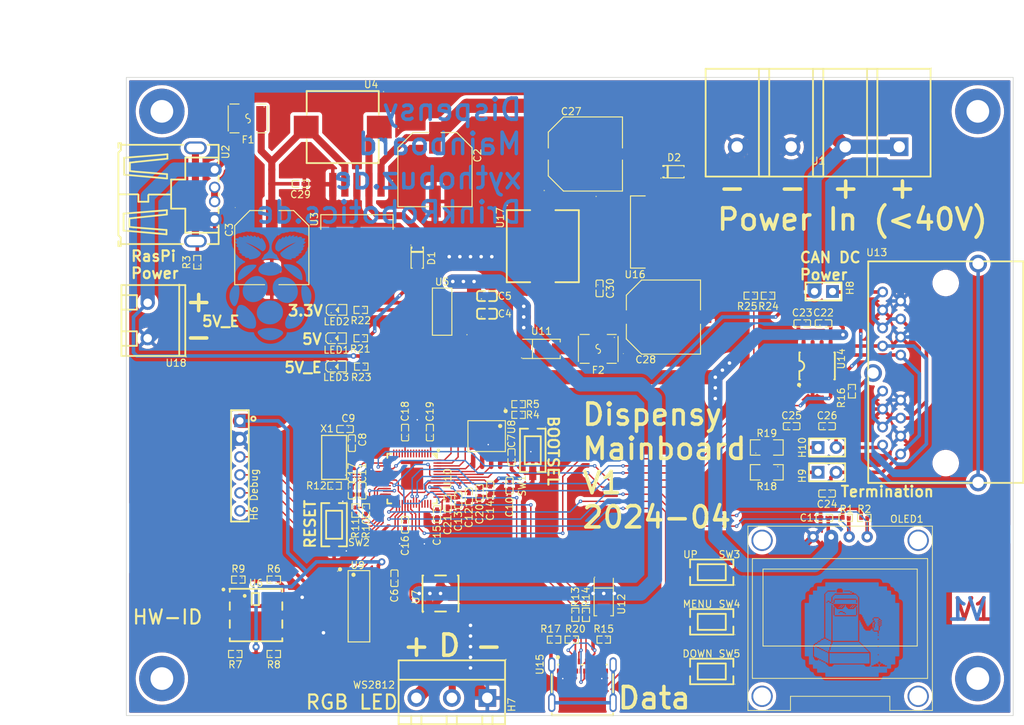
<source format=kicad_pcb>
(kicad_pcb (version 20240108) (generator "pcbnew") (generator_version "8.0")
  (title_block (title "Dispensy Mainboard") (date "2024-04-05") (rev "1") (company "DrinkRobotics") (comment 1 "https://git.xythobuz.de/thomas/Dispensy") (comment 2 "Licensed under the CERN-OHL-S-2.0+") (comment 3 "PCB Thickness: 1mm") (comment 4 "Copyright (c) 2023 - 2024 Thomas Buck <thomas@xythobuz.de>"))
  (layers (0 "F.Cu" signal) (31 "B.Cu" signal) (34 "B.Paste" user) (35 "F.Paste" user) (36 "B.SilkS" user "B.Silkscreen") (37 "F.SilkS" user "F.Silkscreen") (38 "B.Mask" user) (39 "F.Mask" user) (44 "Edge.Cuts" user))
  (net 0 "")
  (net 1 "GND")
  (net 2 "+3.3V")
  (net 3 "+VDC")
  (net 4 "/EXT_PSU/Vout")
  (net 5 "+5V")
  (net 6 "Net-(U10-XIN)")
  (net 7 "Net-(X1-OSC2)")
  (net 8 "+1V1")
  (net 9 "Net-(U14-CANH)")
  (net 10 "Net-(C25-Pad1)")
  (net 11 "Net-(U14-CANL)")
  (net 12 "/PI/PI_PSU/Vout")
  (net 13 "Net-(U3-OUT)")
  (net 14 "Net-(U16-OUT)")
  (net 15 "/PI/ADC0")
  (net 16 "/PI/ADC1")
  (net 17 "/PI/ADC2")
  (net 18 "/PI/ADC3")
  (net 19 "/PI/IO0")
  (net 20 "/PI/IO1")
  (net 21 "/PI/IO2")
  (net 22 "/PI/IO3")
  (net 23 "/PI/IO4")
  (net 24 "/PI/IO5")
  (net 25 "/PI/IO6")
  (net 26 "/PI/IO7")
  (net 27 "/PI/IO8")
  (net 28 "/PI/IO9")
  (net 29 "/PI/IO10")
  (net 30 "/PI/IO11")
  (net 31 "/PI/IO12")
  (net 32 "/PI/IO13")
  (net 33 "/PI/IO14")
  (net 34 "/PI/IO15")
  (net 35 "/PI/Debug_Clock")
  (net 36 "/PI/Debug_Data")
  (net 37 "/PI/Debug_Tx")
  (net 38 "/PI/Debug_Rx")
  (net 39 "Net-(U7-DO)")
  (net 40 "Net-(H8-Pad1)")
  (net 41 "Net-(H9-Pad1)")
  (net 42 "Net-(H10-Pad1)")
  (net 43 "/PI/I2C_SCL")
  (net 44 "/PI/I2C_SDA")
  (net 45 "Net-(U2-SH1)")
  (net 46 "/PI/SPI_FLASH.SS")
  (net 47 "Net-(R5-Pad1)")
  (net 48 "Net-(U9-D7)")
  (net 49 "Net-(U9-D6)")
  (net 50 "Net-(U9-D5)")
  (net 51 "Net-(U9-D4)")
  (net 52 "Net-(U10-RUN)")
  (net 53 "Net-(R11-Pad2)")
  (net 54 "Net-(U10-XOUT)")
  (net 55 "/PI/USBC.DP")
  (net 56 "Net-(U10-USB_DP)")
  (net 57 "/PI/USBC.DM")
  (net 58 "Net-(U10-USB_DM)")
  (net 59 "Net-(U15-CC2)")
  (net 60 "Net-(R16-Pad1)")
  (net 61 "/PI/USBC.SHIELD")
  (net 62 "Net-(U15-CC1)")
  (net 63 "Net-(U2-D+)")
  (net 64 "/PI/LED_Din")
  (net 65 "/PI/SPI_FLASH.SD1")
  (net 66 "/PI/SPI_FLASH.SD2")
  (net 67 "/PI/SPI_FLASH.SD0")
  (net 68 "/PI/SPI_FLASH.SCLK")
  (net 69 "/PI/SPI_FLASH.SD3")
  (net 70 "/PI/SR_Load")
  (net 71 "/PI/SR_Clock")
  (net 73 "/PI/SR_Data")
  (net 74 "Net-(U10-GPIO24)")
  (net 75 "Net-(U10-GPIO25)")
  (net 76 "/PI/USBC.VBUS")
  (net 87 "Net-(U2-VCC)")
  (net 88 "Net-(U11-A)")
  (net 89 "Net-(LED1-+)")
  (net 90 "Net-(LED2-+)")
  (net 91 "Net-(LED3-+)")
  (footprint "jlc_footprints:C0402" (layer "F.Cu") (at 140.275082 107.34763 -90)
    (property "Reference" "C13")
    (property "Value" "1uF")
  )
  (footprint "jlc_footprints:LED0603-RD" (layer "F.Cu") (at 123.101981 88.506858)
    (property "Reference" "LED3")
    (property "Value" "FC-D1608HGK-572C")
  )
  (footprint "jlc_footprints:SW-SMD_L6.1-W3.6-LS6.6" (layer "F.Cu") (at 176 124.5 180)
    (property "Reference" "SW4")
    (property "Value" "MENU")
  )
  (footprint "jlc_footprints:R1206" (layer "F.Cu") (at 183.754966 99.907765)
    (property "Reference" "R19")
    (property "Value" "60R4")
  )
  (footprint "jlc_footprints:TO-263-5_L10.6-W9.6-P1.70-LS15.9-BR" (layer "F.Cu") (at 125.990456 68.034258 90)
    (property "Reference" "U3")
    (property "Value" "LM2576S-5_0_TR")
  )
  (footprint "jlc_footprints:R0402" (layer "F.Cu") (at 127.275082 108.802545 -90)
    (property "Reference" "R10")
    (property "Value" "10K")
  )
  (footprint "jlc_footprints:CAP-SMD_BD10.0-L10.3-W10.3-FD" (layer "F.Cu") (at 158.190482 58.51762)
    (property "Reference" "C27")
    (property "Value" "100uF")
  )
  (footprint "jlc_footprints:CONN-TH_4P-P7.62_L15.2-W31.7-EX4.2" (layer "F.Cu") (at 191 57.5 180)
    (property "Reference" "U1")
    (property "Value" "DBT50G-7_62-4P")
  )
  (footprint "jlc_footprints:R0402" (layer "F.Cu") (at 158.275082 123.5 -90)
    (property "Reference" "R14")
    (property "Value" "27R4")
  )
  (footprint "jlc_footprints:RJ45-TH_DS1129-05-S80BP-X" (layer "F.Cu") (at 206.140469 89.407765 90)
    (property "Reference" "U13")
    (property "Value" "CAN_IO")
  )
  (footprint "jlc_footprints:SOD-123_L2.8-W1.8-LS3.7-RD" (layer "F.Cu") (at 170.690482 61.01762)
    (property "Reference" "D2")
    (property "Value" "MBR340F")
  )
  (footprint "jlc_footprints:C0402" (layer "F.Cu") (at 188.754966 82.407765 180)
    (property "Reference" "C23")
    (property "Value" "47nF")
  )
  (footprint "jlc_footprints:SW-SMD_L6.1-W3.6-LS6.6" (layer "F.Cu") (at 176 117.5 180)
    (property "Reference" "SW3")
    (property "Value" "UP")
  )
  (footprint "jlc_footprints:F1812" (layer "F.Cu") (at 110.646558 53.5 180)
    (property "Reference" "F1")
    (property "Value" "ASMD1812-350-16V")
  )
  (footprint "jlc_footprints:C0402" (layer "F.Cu") (at 126.775082 106 -90)
    (property "Reference" "C11")
    (property "Value" "100nF")
  )
  (footprint "jlc_footprints:CAP-SMD_BD10.0-L10.3-W10.3-FD" (layer "F.Cu") (at 136.990456 60.717646 -90)
    (property "Reference" "C2")
    (property "Value" "100uF")
  )
  (footprint "jlc_footprints:R0402" (layer "F.Cu") (at 114.275082 118.53813)
    (property "Reference" "R6")
    (property "Value" "10K")
  )
  (footprint "jlc_footprints:C0402" (layer "F.Cu") (at 191.874904 109.82738 180)
    (property "Reference" "C1")
    (property "Value" "100nF")
  )
  (footprint "jlc_footprints:R0402" (layer "F.Cu") (at 156.775082 123.5 -90)
    (property "Reference" "R13")
    (property "Value" "27R4")
  )
  (footprint "jlc_footprints:C0402" (layer "F.Cu") (at 138.775082 107.802545 -90)
    (property "Reference" "C21")
    (property "Value" "100nF")
  )
  (footprint "jlc_footprints:C0402" (layer "F.Cu") (at 192.254966 96.907765)
    (property "Reference" "C26")
    (property "Value" "100pF")
  )
  (footprint "jlc_footprints:HDR-TH_6P-P2.54-V-F" (layer "F.Cu") (at 109.5 102.5 -90)
    (property "Reference" "H6")
    (property "Value" "Debug")
  )
  (footprint "jlc_footprints:C0402" (layer "F.Cu") (at 132.775082 110.802545 -90)
    (property "Reference" "C16")
    (property "Value" "100nF")
  )
  (footprint "jlc_footprints:R0402" (layer "F.Cu") (at 126.601981 88.506858 180)
    (property "Reference" "R23")
    (property "Value" "1K")
  )
  (footprint "jlc_footprints:SOT-223-4_L6.5-W3.5-P2.30-LS7.0-BR" (layer "F.Cu") (at 138 80.75)
    (property "Reference" "U5")
    (property "Value" "AMS1117-3_3_C347222")
  )
  (footprint "jlc_footprints:SOIC-8_L5.0-W4.0-P1.27-LS6.0-BL" (layer "F.Cu") (at 190.849962 88.407765)
    (property "Reference" "U14")
    (property "Value" "TJA1042T_3_1J")
  )
  (footprint "jlc_footprints:CONN-TH_XY300V-A-5.0-2P" (layer "F.Cu") (at 96.5 82 90)
    (property "Reference" "U18")
    (property "Value" "XY300V-A-5_0-2P")
  )
  (footprint "jlc_footprints:LED-SMD_4P-L5.0-W5.0-LS5.4-TL-1" (layer "F.Cu") (at 137.775082 120.5 90)
    (property "Reference" "U7")
    (property "Value" "WS2812E-V5")
  )
  (footprint "MountingHole:MountingHole_3.2mm_M3_Pad_TopBottom" (layer "F.Cu") (at 213.5 52.5)
    (property "Reference" "H12" (hide yes))
    (property "Value" "MountingHole" (hide yes))
  )
  (footprint "jlc_footprints:R0402" (layer "F.Cu") (at 103.490456 73.784829 90)
    (property "Reference" "R3")
    (property "Value" "1M")
  )
  (footprint "jlc_footprints:LED0603-RD" (layer "F.Cu") (at 123.169164 80.503429)
    (property "Reference" "LED2")
    (property "Value" "FC-D1608HGK-572C")
  )
  (footprint "jlc_footprints:C0402" (layer "F.Cu") (at 147.775082 101.25746 90)
    (property "Reference" "C7")
    (property "Value" "100nF")
  )
  (footprint "jlc_footprints:C0402" (layer "F.Cu") (at 124.320167 97.302545 180)
    (property "Reference" "C9")
    (property "Value" "27p")
  )
  (footprint "jlc_footprints:HDR-TH_2P-P2.54-V-M-1" (layer "F.Cu") (at 191.754966 77.907765 180)
    (property "Reference" "H8")
    (property "Value" "PWR")
  )
  (footprint "jlc_footprints:R0402" (layer "F.Cu") (at 194.874904 109.82738 180)
    (property "Reference" "R1")
    (property "Value" "10K")
  )
  (footprint "jlc_footprints:R0402" (layer "F.Cu") (at 156.275082 127 180)
    (property "Reference" "R20")
    (property "Value" "5K1")
  )
  (footprint "jlc_footprints:C0402" (layer "F.Cu") (at 132.775082 97.802545 90)
    (property "Reference" "C18")
    (property "Value" "100nF")
  )
  (footprint "jlc_footprints:CONN-TH_XY300V-A-5.0-3P" (layer "F.Cu") (at 139.370079 135.229972 180)
    (property "Reference" "H7")
    (property "Value" "WS2812")
  )
  (footprint "jlc_footprints:USB-C-SMD_TYPE-C-USB-18" (layer "F.Cu") (at 157.775082 133)
    (property "Reference" "U15")
    (property "Value" "USB-C")
  )
  (footprint "jlc_footprints:C0402" (layer "F.Cu") (at 141.775082 106.802545 -90)
    (property "Reference" "C12")
    (property "Value" "1uF")
  )
  (footprint "jlc_footprints:OSC-SMD_2P-L5.0-W3.2" (layer "F.Cu") (at 122.775082 101.302545 90)
    (property "Reference" "X1")
    (property "Value" "12MHz")
  )
  (footprint "jlc_footprints:SW-SMD_L6.1-W3.6-LS6.6" (layer "F.Cu") (at 150.775082 100.302545 -90)
    (property "Reference" "SW1")
    (property "Value" "BOOTSEL")
  )
  (footprint "MountingHole:MountingHole_3.2mm_M3_Pad_TopBottom" (layer "F.Cu") (at 98.5 52.5)
    (property "Reference" "H11" (hide yes))
    (property "Value" "MountingHole" (hide yes))
  )
  (footprint "jlc_footprints:TO-263-5_L10.6-W9.6-P1.70-LS15.9-BR" (layer "F.Cu") (at 165.507094 69.51762 180)
    (property "Reference" "U16")
    (property "Value" "LM2576S-5_0_TR")
  )
  (footprint "jlc_footprints:R0402" (layer "F.Cu") (at 183.932817 78.5 180)
    (property "Reference" "R24")
    (property "Value" "147K")
  )
  (footprint "jlc_footprints:R0402" (layer "F.Cu") (at 125.775082 108.802545 -90)
    (property "Reference" "R11")
    (property "Value" "1K")
  )
  (footprint "jlc_footprints:R0402" (layer "F.Cu") (at 122.842265 105.302545)
    (property "Reference" "R12")
    (property "Value" "1K")
  )
  (footprint "jlc_footprints:SW-SMD_L6.1-W3.6-LS6.6" (layer "F.Cu") (at 122.775082 110.802545 -90)
    (property "Reference" "SW2")
    (property "Value" "RESET")
  )
  (footprint "jlc_footprints:R0402" (layer "F.Cu") (at 153.775082 127)
    (property "Reference" "R17")
    (property "Value" "1M")
  )
  (footprint "jlc_footprints:R0402" (layer "F.Cu") (at 148.775082 95.302545 180)
    (property "Reference" "R4")
    (property "Value" "10K")
  )
  (footprint "jlc_footprints:R0402" (layer "F.Cu") (at 160.775082 127 180)
    (property "Reference" "R15")
    (property "Value" "5K1")
  )
  (footprint "jlc_footprints:C0402" (layer "F.Cu") (at 143.275082 106.302545 -90)
    (property "Reference" "C20")
    (property "Value" "100nF")
  )
  (footprint "jlc_footprints:SOIC-8_L5.3-W5.3-P1.27-LS8.0-BL" (layer "F.Cu") (at 144.275082 98.302545 180)
    (property "Reference" "U8")
    (property "Value" "W25Q128JVSIQ")
  )
  (footprint "jlc_footprints:C0402" (layer "F.Cu") (at 192.254966 106.407765 180)
    (property "Reference" "C24")
    (property "Value" "100pF")
  )
  (footprint "jlc_footprints:R0402" (layer "F.Cu") (at 126.534798 80.503429 180)
    (property "Reference" "R22")
    (property "Value" "1K")
  )
  (footprint "jlc_footprints:LED0603-RD" (layer "F.Cu") (at 123.101981 84.503429)
    (property "Reference" "LED1")
    (property "Value" "FC-D1608HGK-572C")
  )
  (footprint "jlc_footprints:SMA_L4.4-W2.8-LS5.4-R-RD" (layer "F.Cu") (at 152 86)
    (property "Reference" "U11")
    (property "Value" "SS54_C22452")
  )
  (footprint "jlc_footprints:F1812" (layer "F.Cu") (at 160 86 180)
    (property "Reference" "F2")
    (property "Value" "ASMD1812-350-16V")
  )
  (footprint "MountingHole:MountingHole_3.2mm_M3_Pad_TopBottom" (layer "F.Cu") (at 213.5 132.5)
    (property "Reference" "H14" (hide yes))
    (property "Value" "MountingHole" (hide yes))
  )
  (footprint "jlc_footprints:CAP-SMD_BD10.0-L10.3-W10.3-LS11.3-FD" (layer "F.Cu") (at 113.990456 71.717646 -90)
    (property "Reference" "C3")
    (property "Value" "1000uF")
  )
  (footprint "jlc_footprints:CAP-SMD_BD10.0-L10.3-W10.3-LS11.3-FD" (layer "F.Cu") (at 169.190482 81.51762)
    (property "Reference" "C28")
    (property "Value" "1000uF")
  )
  (footprint "jlc_footprints:C0402" (layer "F.Cu") (at 147.5 105.302545 -90)
    (property "Reference" "C10")
    (property "Value" "100nF")
  )
  (footprint "jlc_footprints:C0603" (layer "F.Cu") (at 144.3349 78.549975)
    (property "Reference" "C5")
    (property "Value" "10uF")
  )
  (footprint "jlc_footprints:C0402" (layer "F.Cu") (at 136.275082 97.802545 90)
    (property "Reference" "C19")
    (property "Value" "100nF")
  )
  (footprint "jlc_footprints:R0402" (layer "F.Cu") (at 181.5 78.5 180)
    (property "Reference" "R25")
    (property "Value" "10K")
  )
  (footprint "jlc_footprints:C0402" (layer "F.Cu") (at 137.275082 109.302545 -90)
    (property "Reference" "C15")
    (property "Value" "100nF")
  )
  (footprint "jlc_footprints:R0402" (layer "F.Cu") (at 195.754966 91.974948 -90)
    (property "Reference" "R16")
    (property "Value" "1M")
  )
  (footprint "jlc_footprints:SMA_L4.4-W2.8-LS5.4-R-RD" (layer "F.Cu") (at 160.775082 121 -90)
    (property "Reference" "U12")
    (property "Value" "SS54_C22452")
  )
  (footprint "jlc_footprints:R0402" (layer "F.Cu") (at 148.775082 93.802545 180)
    (property "Reference" "R5")
    (property "Value" "1K")
  )
  (footprint "jlc_footprints:SW-SMD_SM_SKCR-16S" (layer "F.Cu") (at 111.775082 123.53813 90)
    (property "Reference" "U6")
    (property "Value" "SKCR-16S")
  )
  (footprint "jlc_footprints:C0603" (layer "F.Cu") (at 144.3349 81.049975)
    (property "Reference" "C4")
    (property "Value" "10uF")
  )
  (footprint "jlc_footprints:C0402" (layer "F.Cu") (at 187.254966 96.907765)
    (property "Reference" "C25")
    (property "Value" "4.7nF")
  )
  (footprint "jlc_footprints:C0402" (layer "F.Cu") (at 144.775082 105.84763 -90)
    (property "Reference" "C14")
    (property "Value" "100nF")
  )
  (footprint "jlc_footprints:R1206" (layer "F.Cu") (at 183.754966 103.407765 180)
    (property "Reference" "R18")
    (property "Value" "60R4")
  )
  (footprint "jlc_footprints:USB-A-TH_USB-302-T" (layer "F.Cu") (at 104.581769 64.217646 -90)
    (property "Reference" "U2")
    (property "Value" "USB-A")
  )
  (footprint "jlc_footprints:C0402" (layer "F.Cu") (at 131.275082 118.34763 90)
    (property "Reference" "C6")
    (property "Value" "100nF")
  )
  (footprint "jlc_footprints:SOIC-16_L9.9-W3.9-P1.27-LS6.0-BL" (layer "F.Cu") (at 126.275082 122.302545 -90)
    (property "Reference" "U9")
    (property "Value" "74HC165D,653")
  )
  (footprint "jlc_footprints:R0402" (layer "F.Cu") (at 197.5 109.845 180)
    (property "Reference" "R2")
    (property "Value" "10K")
  )
  (footprint "MountingHole:MountingHole_3.2mm_M3_Pad_TopBottom" (layer "F.Cu") (at 98.5 132.5)
    (property "Reference" "H13" (hide yes))
    (property "Value" "MountingHole" (hide yes))
  )
  (footprint "jlc_footprints:SOD-123_L2.8-W1.8-LS3.7-RD" (layer "F.Cu") (at 134.490456 73.217646 -90)
    (property "Reference" "D1")
    (property "Value" "MBR340F")
  )
  (footprint "jlc_footprints:SW-SMD_L6.1-W3.6-LS6.6" (layer "F.Cu") (at 176 131.5 180)
    (property "Reference" "SW5")
    (property "Value" "DOWN")
  )
  (footprint "jlc_footprints:IND-SMD_L11.5-W10.0_YSPI1050" (layer "F.Cu") (at 152.190482 71.51762 -90)
    (property "Reference" "U17")
    (property "Value" "100uH")
  )
  (footprint "jlc_footprints:LQFN-56_L7.0-W7.0-P0.4-EP" (layer "F.Cu") (at 133.774955 104.302545 -90)
    (property "Reference" "U10")
    (property "Value" "RP2040")
  )
  (footprint "jlc_footprints:IND-SMD_L11.5-W10.0_YSPI1050" (layer "F.Cu") (at 123.990456 54.717646 180)
    (property "Reference" "U4")
    (property "Value" "100uH")
  )
  (footprint "jlc_footprints:R0402" (layer "F.Cu") (at 114.275082 129.03813)
    (property "Reference" "R8")
    (property "Value" "10K")
  )
  (footprint "jlc_footprints:R0402" (layer "F.Cu") (at 126.534798 84.503429 180)
    (property "Reference" "R21")
    (property "Value" "1K")
  )
  (footprint "jlc_footprints:C0402" (layer "F.Cu") (at 125.275082 99.302545 -90)
    (property "Reference" "C8")
    (property "Value" "27p")
  )
  (footprint "jlc_footprints:C0402" (layer "F.Cu") (at 118.035541 62.717646 180)
    (property "Reference" "C29")
    (property "Value" "100nF")
  )
  (footprint "jlc_footprints:R0402" (layer "F.Cu") (at 109.275082 118.53813 180)
    (property "Reference" "R9")
    (property "Value" "10K")
  )
  (footprint "extern:SSD1306_0.96_Oled" (layer "F.Cu") (at 181.095 137)
    (property "Reference" "OLED1")
    (property "Value" "SSD1306")
  )
  (footprint "jlc_footprints:C0402" (layer "F.Cu") (at 191.754966 82.407765)
    (property "Reference" "C22")
    (property "Value" "100nF")
  )
  (footprint "jlc_footprints:C0402" (layer "F.Cu") (at 125.275082 106 -90)
    (property "Reference" "C17")
    (property "Value" "100nF")
  )
  (footprint "jlc_footprints:HDR-TH_2P-P2.54-V-M-1" (layer "F.Cu") (at 192.254966 99.907765)
    (property "Reference" "H10")
    (property "Value" "T_CL")
  )
  (footprint "jlc_footprints:R0402" (layer "F.Cu") (at 108.842265 129.03813 180)
    (property "Reference" "R7")
    (property "Value" "10K")
  )
  (footprint "jlc_footprints:HDR-TH_2P-P2.54-V-M-1" (layer "F.Cu") (at 192.254966 103.407765)
    (property "Reference" "H9")
    (property "Value" "T_CH")
  )
  (footprint "jlc_footprints:C0402" (layer "F.Cu") (at 160.190482 77.472535 -90)
    (property "Reference" "C30")
    (property "Value" "100nF")
  )
  (gr_poly (pts (xy 100.959076 98.965501) (xy 101.058024 98.972942) (xy 101.156506 98.985345) (xy 101.254291 99.002708) (xy 101.351145 99.025032) (xy 101.446837 99.052317) (xy 101.541134 99.084563) (xy 101.633802 99.12177) (xy 101.724611 99.163938) (xy 101.813326 99.211067) (xy 101.899717 99.263157) (xy 101.983549 99.320208) (xy 102.06459 99.38222) (xy 102.142609 99.449192) (xy 102.217372 99.521126) (xy 102.288647 99.598021) (xy 102.346164 99.66342) (xy 102.399661 99.730545) (xy 102.449146 99.799258) (xy 102.494629 99.869425) (xy 102.53612 99.94091) (xy 102.573629 100.013576) (xy 102.607166 100.08729) (xy 102.636739 100.161914) (xy 102.662359 100.237313) (xy 102.684036 100.313351) (xy 102.701779 100.389894) (xy 102.715598 100.466805) (xy 102.725502 100.543948) (xy 102.731501 100.621188) (xy 102.733605 100.698389) (xy 102.731824 100.775416) (xy 102.726167 100.852133) (xy 102.716644 100.928405) (xy 102.703265 101.004094) (xy 102.686039 101.079067) (xy 102.664976 101.153188) (xy 102.640085 101.226319) (xy 102.611377 101.298327) (xy 102.578862 101.369076) (xy 102.542548 101.438429) (xy 102.502445 101.506251) (xy 102.458564 101.572406) (xy 102.410913 101.63676) (xy 102.359503 101.699175) (xy 102.304343 101.759517) (xy 102.245443 101.81765) (xy 102.182813 101.873438) (xy 102.117106 101.926455) (xy 102.049074 101.976352) (xy 101.978872 102.023109) (xy 101.906654 102.066708) (xy 101.832576 102.107129) (xy 101.756793 102.144352) (xy 101.60073 102.209128) (xy 101.439706 102.260882) (xy 101.274962 102.299459) (xy 101.107737 102.324703) (xy 100.939271 102.336459) (xy 100.770806 102.334573) (xy 100.603581 102.318889) (xy 100.438837 102.289253) (xy 100.357782 102.269154) (xy 100.277813 102.245509) (xy 100.199084 102.218298) (xy 100.12175 102.187502) (xy 100.045967 102.153102) (xy 99.971889 102.115078) (xy 99.899671 102.07341) (xy 99.829468 102.02808) (xy 99.761436 101.979069) (xy 99.69573 101.926355) (xy 99.600232 101.845727) (xy 99.512175 101.762541) (xy 99.43156 101.676719) (xy 99.358386 101.588185) (xy 99.32459 101.542876) (xy 99.292654 101.49686) (xy 99.262578 101.450126) (xy 99.234363 101.402666) (xy 99.208008 101.35447) (xy 99.183513 101.305528) (xy 99.160879 101.255829) (xy 99.140105 101.205366) (xy 99.121191 101.154127) (xy 99.104138 101.102103) (xy 99.088945 101.049285) (xy 99.075613 100.995663) (xy 99.064141 100.941226) (xy 99.054529 100.885966) (xy 99.046777 100.829873) (xy 99.040886 100.772937) (xy 99.034685 100.656497) (xy 99.035925 100.536569) (xy 99.044607 100.413075) (xy 99.06073 100.285938) (xy 99.076538 100.222371) (xy 99.094177 100.160636) (xy 99.113619 100.100702) (xy 99.134834 100.042542) (xy 99.157793 99.986126) (xy 99.182467 99.931425) (xy 99.208826 99.87841) (xy 99.236843 99.827052) (xy 99.266488 99.777321) (xy 99.297731 99.729189) (xy 99.330544 99.682627) (xy 99.364897 99.637606) (xy 99.43811 99.552068) (xy 99.517136 99.472345) (xy 99.601743 99.398202) (xy 99.691699 99.329408) (xy 99.786771 99.265729) (xy 99.886726 99.206934) (xy 99.991332 99.15279) (xy 100.100356 99.103065) (xy 100.213566 99.057525) (xy 100.330729 99.015938) (xy 100.360508 99.015344) (xy 100.390364 99.013664) (xy 100.420375 99.011055) (xy 100.450619 99.00767) (xy 100.512114 98.999195) (xy 100.575469 98.989479) (xy 100.641305 98.979764) (xy 100.710241 98.971289) (xy 100.746066 98.967904) (xy 100.782898 98.965294) (xy 100.820816 98.963615) (xy 100.859896 98.963021)) (fill solid) (layer "F.Cu"))
  (gr_poly (pts (xy 102.763514 95.517533) (xy 102.850607 95.523181) (xy 102.938426 95.533876) (xy 103.026827 95.549726) (xy 103.115663 95.570837) (xy 103.20479 95.597317) (xy 103.294063 95.629271) (xy 103.372653 95.66057) (xy 103.449635 95.694874) (xy 103.52495 95.732084) (xy 103.59854 95.772104) (xy 103.670348 95.814838) (xy 103.740315 95.860187) (xy 103.808382 95.908056) (xy 103.874492 95.958346) (xy 103.938587 96.010963) (xy 104.000609 96.065808) (xy 104.060498 96.122784) (xy 104.118198 96.181795) (xy 104.17365 96.242745) (xy 104.226796 96.305535) (xy 104.277578 96.370069) (xy 104.325937 96.43625) (xy 104.371816 96.503982) (xy 104.415157 96.573167) (xy 104.4559 96.643709) (xy 104.493989 96.71551) (xy 104.529365 96.788474) (xy 104.561969 96.862503) (xy 104.591744 96.937502) (xy 104.618632 97.013373) (xy 104.642575 97.090019) (xy 104.663513 97.167343) (xy 104.68139 97.245248) (xy 104.696147 97.323638) (xy 104.707726 97.402415) (xy 104.716068 97.481484) (xy 104.721116 97.560745) (xy 104.722812 97.640104) (xy 104.720047 97.743026) (xy 104.711856 97.843361) (xy 104.698395 97.941002) (xy 104.679817 98.035842) (xy 104.656278 98.127776) (xy 104.627934 98.216697) (xy 104.594939 98.302498) (xy 104.557447 98.385072) (xy 104.515615 98.464313) (xy 104.469598 98.540114) (xy 104.419549 98.612369) (xy 104.365625 98.680971) (xy 104.30798 98.745813) (xy 104.246769 98.80679) (xy 104.182148 98.863794) (xy 104.114271 98.916719) (xy 104.043293 98.965458) (xy 103.96937 99.009904) (xy 103.892656 99.049952) (xy 103.813307 99.085494) (xy 103.731478 99.116424) (xy 103.647323 99.142635) (xy 103.560997 99.164021) (xy 103.472656 99.180475) (xy 103.382455 99.191891) (xy 103.290549 99.198161) (xy 103.197092 99.19918) (xy 103.10224 99.194841) (xy 103.006147 99.185037) (xy 102.90897 99.169662) (xy 102.810862 99.148608) (xy 102.711979 99.121771) (xy 102.623475 99.09001) (xy 102.536628 99.054346) (xy 102.451545 99.014902) (xy 102.368331 98.971805) (xy 102.287094 98.925182) (xy 102.20794 98.875157) (xy 102.130977 98.821858) (xy 102.056309 98.76541) (xy 101.984044 98.705938) (xy 101.914289 98.643569) (xy 101.84715 98.57843) (xy 101.782734 98.510645) (xy 101.721147 98.440341) (xy 101.662496 98.367643) (xy 101.606887 98.292678) (xy 101.554427 98.215572) (xy 101.505223 98.136451) (xy 101.459381 98.05544) (xy 101.417008 97.972666) (xy 101.378211 97.888254) (xy 101.343095 97.802331) (xy 101.311768 97.715022) (xy 101.284336 97.626453) (xy 101.260905 97.536751) (xy 101.241583 97.446041) (xy 101.226476 97.354449) (xy 101.21569 97.262102) (xy 101.209332 97.169125) (xy 101.207509 97.075644) (xy 101.210327 96.981785) (xy 101.217893 96.887674) (xy 101.230313 96.793437) (xy 101.247497 96.705243) (xy 101.269187 96.619327) (xy 101.295236 96.535793) (xy 101.325501 96.45475) (xy 101.359835 96.376304) (xy 101.398094 96.300561) (xy 101.440131 96.227627) (xy 101.485801 96.157611) (xy 101.53496 96.090617) (xy 101.587462 96.026753) (xy 101.643161 95.966125) (xy 101.701912 95.90884) (xy 101.76357 95.855005) (xy 101.82799 95.804725) (xy 101.895026 95.758108) (xy 101.964532 95.71526) (xy 102.036364 95.676288) (xy 102.110376 95.641298) (xy 102.186423 95.610398) (xy 102.264359 95.583692) (xy 102.344039 95.561289) (xy 102.425318 95.543294) (xy 102.50805 95.529815) (xy 102.592091 95.520957) (xy 102.677294 95.516828)) (fill solid) (layer "F.Cu"))
  (gr_poly (pts (xy 102.319122 109.278461) (xy 102.325662 109.346004) (xy 102.393206 109.352544) (xy 102.46075 109.359083) (xy 102.467289 109.426627) (xy 102.473829 109.494171) (xy 102.541373 109.50071) (xy 102.608916 109.50725) (xy 102.615549 109.576042) (xy 102.622181 109.644833) (xy 102.471333 109.644833) (xy 102.471333 109.496667) (xy 102.323167 109.496667) (xy 102.323167 109.644833) (xy 102.174999 109.644833) (xy 102.174999 109.496667) (xy 102.024151 109.496667) (xy 102.030784 109.427875) (xy 102.037416 109.359083) (xy 102.10496 109.352544) (xy 102.146727 109.3485) (xy 102.174999 109.3485) (xy 102.174999 109.496667) (xy 102.323167 109.496667) (xy 102.323167 109.3485) (xy 102.174999 109.3485) (xy 102.146727 109.3485) (xy 102.172504 109.346004) (xy 102.179043 109.278461) (xy 102.185583 109.210917) (xy 102.312583 109.210917)) (fill solid) (layer "F.Cu"))
  (gr_poly (pts (xy 98.573524 93.846511) (xy 98.699408 93.853462) (xy 98.826532 93.865683) (xy 98.954896 93.883021) (xy 98.954591 93.89775) (xy 98.953695 93.912179) (xy 98.952236 93.926317) (xy 98.950245 93.940175) (xy 98.94478 93.967085) (xy 98.937533 93.992988) (xy 98.928735 94.017961) (xy 98.918619 94.042081) (xy 98.907418 94.065426) (xy 98.895365 94.088073) (xy 98.882691 94.1101) (xy 98.86963 94.131584) (xy 98.843275 94.173236) (xy 98.81816 94.213647) (xy 98.806649 94.233581) (xy 98.796146 94.253437) (xy 98.725491 94.34152) (xy 98.652589 94.427277) (xy 98.577671 94.510863) (xy 98.50097 94.592435) (xy 98.422719 94.672145) (xy 98.34315 94.750151) (xy 98.18099 94.901666) (xy 98.016348 95.048221) (xy 97.851087 95.191054) (xy 97.526146 95.470521) (xy 97.426927 95.547518) (xy 97.327708 95.620175) (xy 97.228489 95.689112) (xy 97.129271 95.754948) (xy 97.030052 95.818303) (xy 96.930833 95.879798) (xy 96.732396 95.999687) (xy 96.693923 96.010165) (xy 96.657775 96.021495) (xy 96.623798 96.03329) (xy 96.591836 96.045163) (xy 96.533338 96.06759) (xy 96.506493 96.07737) (xy 96.481042 96.085677) (xy 96.456832 96.092124) (xy 96.433706 96.096323) (xy 96.422502 96.097458) (xy 96.411511 96.097886) (xy 96.400714 96.097558) (xy 96.390091 96.096426) (xy 96.379624 96.094441) (xy 96.369292 96.091556) (xy 96.359076 96.08772) (xy 96.348957 96.082887) (xy 96.338916 96.077007) (xy 96.328932 96.070032) (xy 96.318988 96.061914) (xy 96.309063 96.052604) (xy 96.302267 95.924279) (xy 96.301828 95.797426) (xy 96.3079 95.672279) (xy 96.320638 95.549069) (xy 96.340198 95.42803) (xy 96.366734 95.309394) (xy 96.400401 95.193393) (xy 96.441354 95.08026) (xy 96.489749 94.970228) (xy 96.545741 94.863529) (xy 96.609484 94.760396) (xy 96.681133 94.661061) (xy 96.760844 94.565757) (xy 96.848771 94.474716) (xy 96.94507 94.388171) (xy 97.049896 94.306354) (xy 97.159657 94.230674) (xy 97.270658 94.16228) (xy 97.382899 94.101018) (xy 97.49638 94.046732) (xy 97.611102 93.999267) (xy 97.727064 93.958468) (xy 97.844266 93.924181) (xy 97.962708 93.89625) (xy 98.082391 93.87452) (xy 98.203314 93.858836) (xy 98.325477 93.849043) (xy 98.44888 93.844987)) (fill solid) (layer "F.Cu"))
  (gr_poly (pts (xy 105.529172 96.648433) (xy 105.543167 96.649694) (xy 105.557568 96.652089) (xy 105.572396 96.655627) (xy 105.58767 96.660319) (xy 105.603408 96.666173) (xy 105.619631 96.673199) (xy 105.636358 96.681408) (xy 105.653609 96.690808) (xy 105.671401 96.70141) (xy 105.689756 96.713222) (xy 105.708692 96.726256) (xy 105.728229 96.740521) (xy 105.777215 96.771058) (xy 105.824942 96.803127) (xy 105.871389 96.836707) (xy 105.916538 96.871779) (xy 105.960369 96.908324) (xy 106.002863 96.946322) (xy 106.044001 96.985755) (xy 106.083763 97.026602) (xy 106.122129 97.068844) (xy 106.159081 97.112462) (xy 106.194599 97.157437) (xy 106.228664 97.203748) (xy 106.261255 97.251378) (xy 106.292355 97.300306) (xy 106.321943 97.350513) (xy 106.35 97.401979) (xy 106.376507 97.454686) (xy 106.401444 97.508614) (xy 106.424792 97.563743) (xy 106.446531 97.620054) (xy 106.466643 97.677528) (xy 106.485108 97.736145) (xy 106.501906 97.795886) (xy 106.517018 97.856732) (xy 106.530425 97.918663) (xy 106.542107 97.98166) (xy 106.552045 98.045703) (xy 106.560219 98.110773) (xy 106.566611 98.176851) (xy 106.571201 98.243917) (xy 106.573969 98.311953) (xy 106.574896 98.380937) (xy 106.573035 98.460894) (xy 106.567454 98.541858) (xy 106.558152 98.623597) (xy 106.54513 98.705878) (xy 106.528387 98.78847) (xy 106.507923 98.87114) (xy 106.483738 98.953654) (xy 106.455833 99.035781) (xy 106.424207 99.117287) (xy 106.38886 99.197941) (xy 106.349793 99.27751) (xy 106.307005 99.355761) (xy 106.260496 99.432462) (xy 106.210267 99.50738) (xy 106.156316 99.580282) (xy 106.098646 99.650937) (xy 106.069474 99.678842) (xy 106.055305 99.691399) (xy 106.041388 99.703027) (xy 106.027703 99.713724) (xy 106.014232 99.72349) (xy 106.000954 99.732327) (xy 105.987851 99.740234) (xy 105.974903 99.74721) (xy 105.96209 99.753256) (xy 105.949394 99.758372) (xy 105.936795 99.762558) (xy 105.924273 99.765813) (xy 105.911809 99.768139) (xy 105.899384 99.769534) (xy 105.886979 99.769999) (xy 105.874573 99.769534) (xy 105.862148 99.768139) (xy 105.849685 99.765813) (xy 105.837163 99.762558) (xy 105.824563 99.758372) (xy 105.811867 99.753256) (xy 105.799055 99.74721) (xy 105.786107 99.740234) (xy 105.773003 99.732327) (xy 105.759726 99.72349) (xy 105.746255 99.713724) (xy 105.73257 99.703027) (xy 105.718653 99.691399) (xy 105.704484 99.678842) (xy 105.675313 99.650937) (xy 105.646167 99.610642) (xy 105.618262 99.569185) (xy 105.591597 99.526642) (xy 105.566172 99.483092) (xy 105.541988 99.438611) (xy 105.519043 99.393278) (xy 105.497339 99.34717) (xy 105.476875 99.300364) (xy 105.457652 99.252938) (xy 105.439668 99.204969) (xy 105.422925 99.156536) (xy 105.407422 99.107714) (xy 105.39316 99.058583) (xy 105.380137 99.009219) (xy 105.368355 98.9597) (xy 105.357813 98.910104) (xy 105.329288 98.810278) (xy 105.303243 98.709289) (xy 105.279678 98.607215) (xy 105.258594 98.504134) (xy 105.239991 98.400122) (xy 105.223867 98.295258) (xy 105.210225 98.189618) (xy 105.199063 98.083281) (xy 105.190381 97.976323) (xy 105.18418 97.868824) (xy 105.180459 97.760859) (xy 105.179219 97.652506) (xy 105.180459 97.543843) (xy 105.18418 97.434948) (xy 105.190381 97.325898) (xy 105.199063 97.21677) (xy 105.19967 97.196332) (xy 105.20144 97.174809) (xy 105.204295 97.152355) (xy 105.208158 97.129127) (xy 105.212951 97.105278) (xy 105.218597 97.080964) (xy 105.225017 97.056341) (xy 105.232136 97.031562) (xy 105.239874 97.006783) (xy 105.248156 96.982159) (xy 105.266036 96.933997) (xy 105.285156 96.888315) (xy 105.294988 96.866792) (xy 105.304897 96.846354) (xy 105.324766 96.808539) (xy 105.33475 96.791052) (xy 105.344791 96.774524) (xy 105.35491 96.758964) (xy 105.365126 96.744383) (xy 105.375458 96.730791) (xy 105.385925 96.718196) (xy 105.396548 96.706609) (xy 105.407345 96.69604) (xy 105.418336 96.686498) (xy 105.42954 96.677992) (xy 105.440977 96.670533) (xy 105.452665 96.66413) (xy 105.464625 96.658793) (xy 105.476876 96.654531) (xy 105.489436 96.651355) (xy 105.502326 96.649273) (xy 105.515565 96.648296)) (fill solid) (layer "F.Cu"))
  (gr_poly (pts (xy 99.076865 95.658364) (xy 99.170317 95.66443) (xy 99.261647 95.675573) (xy 99.350729 95.691676) (xy 99.437438 95.712625) (xy 99.521646 95.738302) (xy 99.603229 95.76859) (xy 99.682059 95.803375) (xy 99.758012 95.84254) (xy 99.830962 95.885967) (xy 99.900781 95.933542) (xy 99.967346 95.985147) (xy 100.030528 96.040667) (xy 100.090203 96.099985) (xy 100.146244 96.162985) (xy 100.198526 96.229551) (xy 100.246923 96.299566) (xy 100.291308 96.372914) (xy 100.331556 96.449479) (xy 100.367541 96.529145) (xy 100.399136 96.611795) (xy 100.426216 96.697313) (xy 100.448655 96.785583) (xy 100.466327 96.876488) (xy 100.479105 96.969913) (xy 100.486865 97.06574) (xy 100.489479 97.163854) (xy 100.487325 97.253128) (xy 100.480927 97.342267) (xy 100.470382 97.431134) (xy 100.455786 97.519595) (xy 100.437238 97.607512) (xy 100.414833 97.694752) (xy 100.358841 97.866653) (xy 100.288587 98.034214) (xy 100.204846 98.196349) (xy 100.108391 98.351973) (xy 100 98.5) (xy 99.880447 98.639345) (xy 99.750506 98.768924) (xy 99.610954 98.887651) (xy 99.462565 98.99444) (xy 99.385299 99.043019) (xy 99.306115 99.088207) (xy 99.225109 99.129868) (xy 99.142378 99.167866) (xy 99.05802 99.202066) (xy 98.97213 99.232332) (xy 98.884807 99.258529) (xy 98.796146 99.280521) (xy 98.70718 99.297748) (xy 98.618961 99.309821) (xy 98.531613 99.316855) (xy 98.445263 99.318968) (xy 98.360037 99.316274) (xy 98.276062 99.308891) (xy 98.193462 99.296934) (xy 98.112364 99.28052) (xy 98.032893 99.259766) (xy 97.955177 99.234787) (xy 97.87934 99.205699) (xy 97.805509 99.17262) (xy 97.733809 99.135665) (xy 97.664367 99.09495) (xy 97.597309 99.050593) (xy 97.532761 99.002708) (xy 97.470847 98.951413) (xy 97.411696 98.896823) (xy 97.355431 98.839055) (xy 97.30218 98.778226) (xy 97.252069 98.714451) (xy 97.205222 98.647846) (xy 97.161767 98.578529) (xy 97.121829 98.506614) (xy 97.085535 98.43222) (xy 97.053009 98.355461) (xy 97.024379 98.276454) (xy 96.99977 98.195316) (xy 96.979308 98.112162) (xy 96.963118 98.027109) (xy 96.951328 97.940273) (xy 96.944063 97.851771) (xy 96.941256 97.762496) (xy 96.942693 97.673358) (xy 96.948278 97.58449) (xy 96.957912 97.49603) (xy 96.9715 97.408112) (xy 96.988944 97.320873) (xy 97.035013 97.148971) (xy 97.095345 96.98141) (xy 97.169165 96.819275) (xy 97.255697 96.663652) (xy 97.354167 96.515625) (xy 97.463798 96.376279) (xy 97.583817 96.2467) (xy 97.713447 96.127974) (xy 97.851914 96.021184) (xy 97.924219 95.972605) (xy 97.998443 95.927418) (xy 98.074488 95.885757) (xy 98.152258 95.847758) (xy 98.231655 95.813558) (xy 98.312584 95.783292) (xy 98.394946 95.757095) (xy 98.478646 95.735104) (xy 98.582185 95.708264) (xy 98.684357 95.6872) (xy 98.785037 95.671794) (xy 98.884099 95.66193) (xy 98.981417 95.657492)) (fill solid) (layer "F.Cu"))
  (gr_poly (pts (xy 96.644546 99.865292) (xy 96.69059 99.868238) (xy 96.738184 99.873354) (xy 96.787328 99.88064) (xy 96.838023 99.890097) (xy 96.890268 99.901724) (xy 96.944063 99.915522) (xy 97.028221 99.942624) (xy 97.111934 99.974213) (xy 97.195065 100.010123) (xy 97.277479 100.05019) (xy 97.359041 100.094249) (xy 97.439614 100.142135) (xy 97.519063 100.193684) (xy 97.597253 100.248731) (xy 97.749311 100.368659) (xy 97.894702 100.500602) (xy 98.032343 100.643242) (xy 98.161146 100.795261) (xy 98.280028 100.955341) (xy 98.387902 101.122166) (xy 98.483685 101.294416) (xy 98.566289 101.470775) (xy 98.602311 101.560083) (xy 98.634631 101.649924) (xy 98.663115 101.740133) (xy 98.687626 101.830546) (xy 98.708028 101.920997) (xy 98.724187 102.011323) (xy 98.735966 102.101357) (xy 98.743229 102.190937) (xy 98.740116 102.296344) (xy 98.736209 102.346233) (xy 98.730724 102.394232) (xy 98.723649 102.440332) (xy 98.714975 102.484524) (xy 98.704693 102.526797) (xy 98.692793 102.567141) (xy 98.679265 102.605548) (xy 98.6641 102.642008) (xy 98.647287 102.67651) (xy 98.628818 102.709045) (xy 98.608682 102.739604) (xy 98.586869 102.768176) (xy 98.563371 102.794752) (xy 98.538177 102.819323) (xy 98.511278 102.841878) (xy 98.482664 102.862408) (xy 98.452325 102.880903) (xy 98.420252 102.897354) (xy 98.386434 102.911751) (xy 98.350863 102.924084) (xy 98.313529 102.934343) (xy 98.274421 102.942519) (xy 98.23353 102.948603) (xy 98.190847 102.952583) (xy 98.146362 102.954452) (xy 98.100065 102.954198) (xy 98.051946 102.951813) (xy 98.001996 102.947286) (xy 97.950205 102.940609) (xy 97.896563 102.931771) (xy 97.750822 102.908219) (xy 97.611206 102.877303) (xy 97.477635 102.839102) (xy 97.350033 102.793691) (xy 97.228322 102.741149) (xy 97.112425 102.681553) (xy 97.002263 102.614981) (xy 96.897761 102.54151) (xy 96.798839 102.461218) (xy 96.705421 102.374182) (xy 96.617429 102.28048) (xy 96.534785 102.180189) (xy 96.457413 102.073387) (xy 96.385234 101.960151) (xy 96.318171 101.840559) (xy 96.256146 101.714688) (xy 96.218293 101.655144) (xy 96.184006 101.595522) (xy 96.153129 101.535745) (xy 96.125508 101.475736) (xy 96.100988 101.415417) (xy 96.079413 101.35471) (xy 96.060628 101.293538) (xy 96.04448 101.231823) (xy 96.030811 101.169488) (xy 96.019468 101.106456) (xy 96.010296 101.042649) (xy 96.003139 100.977988) (xy 95.997842 100.912398) (xy 95.99425 100.8458) (xy 95.992209 100.778117) (xy 95.991563 100.709272) (xy 95.991563 100.550522) (xy 95.997299 100.497037) (xy 96.004585 100.445722) (xy 96.013422 100.396578) (xy 96.023809 100.349604) (xy 96.035746 100.3048) (xy 96.049234 100.262167) (xy 96.064272 100.221704) (xy 96.08086 100.183412) (xy 96.098998 100.14729) (xy 96.118687 100.113339) (xy 96.139926 100.081558) (xy 96.162715 100.051947) (xy 96.187055 100.024507) (xy 96.212945 99.999237) (xy 96.240385 99.976138) (xy 96.269375 99.955209) (xy 96.299916 99.936451) (xy 96.332007 99.919862) (xy 96.365649 99.905445) (xy 96.40084 99.893197) (xy 96.437582 99.883121) (xy 96.475874 99.875214) (xy 96.515717 99.869478) (xy 96.55711 99.865912) (xy 96.600053 99.864517)) (fill solid) (layer "F.Cu"))
  (gr_poly (pts (xy 102.026833 109.3485) (xy 101.87918 109.3485) (xy 101.884644 109.279709) (xy 101.890108 109.210917) (xy 101.95847 109.204284) (xy 102.026833 109.197651)) (fill solid) (layer "F.Cu"))
  (gr_poly (pts (xy 100.735667 109.644833) (xy 100.587499 109.644833) (xy 100.587499 109.496667) (xy 100.735667 109.496667)) (fill solid) (layer "F.Cu"))
  (gr_poly (pts (xy 98.031568 89.76605) (xy 98.059654 89.777742) (xy 98.08681 89.790519) (xy 98.113191 89.804304) (xy 98.138952 89.819019) (xy 98.164247 89.834586) (xy 98.189233 89.850929) (xy 98.214063 89.867969) (xy 98.263879 89.903833) (xy 98.314936 89.941556) (xy 98.368472 89.98052) (xy 98.396559 90.000274) (xy 98.42573 90.020105) (xy 98.435195 90.019799) (xy 98.443778 90.018903) (xy 98.451528 90.017445) (xy 98.458493 90.015454) (xy 98.464721 90.012959) (xy 98.470262 90.009989) (xy 98.475163 90.006573) (xy 98.479473 90.002741) (xy 98.483241 89.998522) (xy 98.486514 89.993943) (xy 98.489342 89.989036) (xy 98.491772 89.983828) (xy 98.493854 89.978348) (xy 98.495635 89.972627) (xy 98.497164 89.966692) (xy 98.49849 89.960573) (xy 98.500725 89.9479) (xy 98.502728 89.934838) (xy 98.504885 89.921622) (xy 98.507585 89.908484) (xy 98.50926 89.902016) (xy 98.511216 89.895655) (xy 98.513501 89.889429) (xy 98.516164 89.883369) (xy 98.519253 89.877502) (xy 98.522817 89.871858) (xy 98.526904 89.866466) (xy 98.531563 89.861355) (xy 98.546292 89.866619) (xy 98.560721 89.872465) (xy 98.57486 89.878854) (xy 98.588717 89.885746) (xy 98.615628 89.900887) (xy 98.64153 89.917579) (xy 98.666503 89.93551) (xy 98.690623 89.954372) (xy 98.713968 89.973854) (xy 98.736615 89.993646) (xy 98.780127 90.03292) (xy 98.821778 90.069714) (xy 98.8421 90.086406) (xy 98.862189 90.101547) (xy 98.882123 90.114828) (xy 98.90198 90.125938) (xy 98.911445 90.125633) (xy 98.920028 90.124737) (xy 98.927778 90.123278) (xy 98.934743 90.121287) (xy 98.940971 90.118792) (xy 98.946512 90.115822) (xy 98.951413 90.112407) (xy 98.955723 90.108575) (xy 98.959491 90.104355) (xy 98.962764 90.099777) (xy 98.965592 90.094869) (xy 98.968022 90.089661) (xy 98.970104 90.084182) (xy 98.971885 90.07846) (xy 98.973414 90.072526) (xy 98.97474 90.066407) (xy 98.976975 90.053733) (xy 98.978978 90.040672) (xy 98.981135 90.027456) (xy 98.983835 90.014317) (xy 98.98551 90.007849) (xy 98.987466 90.001488) (xy 98.989751 89.995263) (xy 98.992414 89.989202) (xy 98.995503 89.983335) (xy 98.999067 89.977691) (xy 99.003154 89.972299) (xy 99.007813 89.967188) (xy 99.036971 89.987626) (xy 99.064967 90.009149) (xy 99.091878 90.031603) (xy 99.11778 90.054831) (xy 99.142753 90.07868) (xy 99.166873 90.102994) (xy 99.190218 90.127617) (xy 99.212865 90.152396) (xy 99.256376 90.201799) (xy 99.298028 90.249961) (xy 99.338438 90.295643) (xy 99.358373 90.317167) (xy 99.378229 90.337605) (xy 99.536979 90.231771) (xy 99.655318 90.373261) (xy 99.713132 90.446061) (xy 99.769317 90.520333) (xy 99.823332 90.596155) (xy 99.874633 90.673605) (xy 99.92268 90.75276) (xy 99.966927 90.833698) (xy 100.006835 90.916497) (xy 100.041858 91.001233) (xy 100.071456 91.087985) (xy 100.08405 91.132141) (xy 100.095085 91.17683) (xy 100.104492 91.222061) (xy 100.112203 91.267845) (xy 100.11815 91.314191) (xy 100.122267 91.361108) (xy 100.124484 91.408607) (xy 100.124734 91.456697) (xy 100.12295 91.505387) (xy 100.119063 91.554688) (xy 100.118448 91.579184) (xy 100.116621 91.60307) (xy 100.113613 91.626355) (xy 100.109451 91.649049) (xy 100.104165 91.671162) (xy 100.097785 91.692703) (xy 100.090339 91.713682) (xy 100.081856 91.734108) (xy 100.072365 91.753993) (xy 100.061896 91.773344) (xy 100.050477 91.792172) (xy 100.038137 91.810486) (xy 100.024907 91.828297) (xy 100.010813 91.845613) (xy 99.995887 91.862445) (xy 99.980156 91.878802) (xy 99.946399 91.910131) (xy 99.909773 91.939677) (xy 99.870512 91.967518) (xy 99.828848 91.993731) (xy 99.785013 92.018393) (xy 99.739241 92.041583) (xy 99.691763 92.063378) (xy 99.642813 92.083855) (xy 99.503274 91.976561) (xy 99.362417 91.872911) (xy 99.220164 91.772827) (xy 99.076439 91.676231) (xy 98.931164 91.583045) (xy 98.784261 91.493193) (xy 98.635652 91.406596) (xy 98.485261 91.323178) (xy 98.333009 91.242859) (xy 98.17882 91.165564) (xy 98.022615 91.091215) (xy 97.864317 91.019734) (xy 97.703849 90.951043) (xy 97.541132 90.885065) (xy 97.376091 90.821722) (xy 97.208646 90.760938) (xy 97.801479 91.112338) (xy 98.093244 91.288348) (xy 98.379428 91.468698) (xy 98.65817 91.656491) (xy 98.79417 91.754146) (xy 98.927611 91.854825) (xy 99.058262 91.958914) (xy 99.18589 92.066801) (xy 99.310262 92.178875) (xy 99.431146 92.295521) (xy 99.424188 92.349465) (xy 99.413305 92.40213) (xy 99.398604 92.453477) (xy 99.380193 92.503467) (xy 99.358177 92.552062) (xy 99.332664 92.599224) (xy 99.303759 92.644912) (xy 99.271569 92.689089) (xy 99.236202 92.731716) (xy 99.197762 92.772753) (xy 99.156358 92.812163) (xy 99.112096 92.849906) (xy 99.065082 92.885944) (xy 99.015422 92.920238) (xy 98.963224 92.952749) (xy 98.908594 92.983438) (xy 98.851639 93.012267) (xy 98.792464 93.039197) (xy 98.731178 93.064189) (xy 98.667885 93.087204) (xy 98.602694 93.108204) (xy 98.53571 93.12715) (xy 98.46704 93.144003) (xy 98.396791 93.158724) (xy 98.325069 93.171275) (xy 98.251981 93.181617) (xy 98.177633 93.189711) (xy 98.102132 93.195518) (xy 98.025585 93.199) (xy 97.948097 93.200117) (xy 97.869777 93.198832) (xy 97.79073 93.195105) (xy 97.786226 93.190294) (xy 97.782604 93.185764) (xy 97.779815 93.181486) (xy 97.777811 93.177431) (xy 97.776543 93.17357) (xy 97.775963 93.169873) (xy 97.776023 93.166313) (xy 97.776674 93.162858) (xy 97.777867 93.159482) (xy 97.779555 93.156153) (xy 97.781688 93.152844) (xy 97.784219 93.149526) (xy 97.790278 93.142743) (xy 97.797344 93.135573) (xy 97.805031 93.127783) (xy 97.812951 93.11914) (xy 97.816877 93.114426) (xy 97.820715 93.109412) (xy 97.824418 93.104068) (xy 97.827937 93.098366) (xy 97.831223 93.092276) (xy 97.834229 93.08577) (xy 97.836905 93.078818) (xy 97.839203 93.071391) (xy 97.841074 93.06346) (xy 97.842471 93.054997) (xy 97.843345 93.045971) (xy 97.843647 93.036354) (xy 97.803378 93.027608) (xy 97.762101 93.020955) (xy 97.720049 93.016007) (xy 97.677455 93.012377) (xy 97.506302 93.003282) (xy 97.464483 93.000426) (xy 97.423517 92.996564) (xy 97.383635 92.991305) (xy 97.345072 92.984265) (xy 97.308059 92.975053) (xy 97.272828 92.963284) (xy 97.239613 92.948569) (xy 97.223834 92.939986) (xy 97.208646 92.930521) (xy 97.208948 92.925712) (xy 97.209822 92.921194) (xy 97.211219 92.916946) (xy 97.21309 92.912951) (xy 97.215388 92.909188) (xy 97.218064 92.905639) (xy 97.221069 92.902283) (xy 97.224356 92.899102) (xy 97.227875 92.896076) (xy 97.231578 92.893185) (xy 97.239342 92.887733) (xy 97.254948 92.877605) (xy 97.262015 92.872618) (xy 97.265195 92.870076) (xy 97.268074 92.867476) (xy 97.270605 92.864799) (xy 97.272738 92.862024) (xy 97.274425 92.859134) (xy 97.275619 92.856107) (xy 97.27627 92.852926) (xy 97.276329 92.84957) (xy 97.27575 92.846021) (xy 97.274482 92.842258) (xy 97.272478 92.838263) (xy 97.269689 92.834016) (xy 97.266067 92.829497) (xy 97.261563 92.824688) (xy 96.732396 92.560105) (xy 96.732701 92.555295) (xy 96.733598 92.550777) (xy 96.735056 92.54653) (xy 96.737047 92.542535) (xy 96.739542 92.538772) (xy 96.742512 92.535222) (xy 96.745927 92.531867) (xy 96.749759 92.528685) (xy 96.753979 92.525659) (xy 96.758557 92.522768) (xy 96.763465 92.519994) (xy 96.768673 92.517317) (xy 96.779874 92.512175) (xy 96.791927 92.507188) (xy 96.817662 92.497059) (xy 96.830879 92.491608) (xy 96.844017 92.485691) (xy 96.856846 92.479154) (xy 96.863072 92.475604) (xy 96.869132 92.471841) (xy 96.874999 92.467846) (xy 96.880643 92.463599) (xy 96.886035 92.459081) (xy 96.891146 92.454271) (xy 96.860786 92.435009) (xy 96.829341 92.416754) (xy 96.796966 92.399275) (xy 96.763816 92.382338) (xy 96.626563 92.315365) (xy 96.591862 92.297653) (xy 96.557317 92.279088) (xy 96.523081 92.259438) (xy 96.48931 92.238471) (xy 96.45616 92.215953) (xy 96.423785 92.191652) (xy 96.39234 92.165336) (xy 96.36198 92.136771) (xy 96.366941 92.132112) (xy 96.371901 92.128025) (xy 96.376862 92.124461) (xy 96.381823 92.121372) (xy 96.386784 92.118709) (xy 96.391745 92.116424) (xy 96.396706 92.114468) (xy 96.401667 92.112794) (xy 96.411589 92.110094) (xy 96.421511 92.107936) (xy 96.431433 92.105934) (xy 96.441355 92.103699) (xy 96.451277 92.100843) (xy 96.456238 92.099062) (xy 96.461198 92.096981) (xy 96.466159 92.09455) (xy 96.47112 92.091723) (xy 96.476081 92.088449) (xy 96.481042 92.084682) (xy 96.486003 92.080372) (xy 96.490964 92.07547) (xy 96.495925 92.06993) (xy 96.500886 92.063701) (xy 96.505847 92.056736) (xy 96.510808 92.048986) (xy 96.515769 92.040403) (xy 96.52073 92.030938) (xy 96.461302 91.991147) (xy 96.402494 91.950736) (xy 96.344926 91.909085) (xy 96.316801 91.8876) (xy 96.289219 91.865573) (xy 96.262257 91.842926) (xy 96.235992 91.819581) (xy 96.210503 91.795461) (xy 96.185866 91.770489) (xy 96.16216 91.744586) (xy 96.139461 91.717675) (xy 96.117847 91.68968) (xy 96.097396 91.660521) (xy 96.256146 91.607605) (xy 95.938646 91.184271) (xy 95.957896 91.18484) (xy 95.97606 91.186338) (xy 95.993294 91.188457) (xy 96.009753 91.190886) (xy 96.040966 91.195433) (xy 96.056029 91.196932) (xy 96.070938 91.1975) (xy 96.078383 91.197339) (xy 96.085847 91.196828) (xy 96.093349 91.195931) (xy 96.10091 91.194606) (xy 96.108549 91.192817) (xy 96.116284 91.190524) (xy 96.124136 91.187688) (xy 96.132123 91.184271) (xy 96.140265 91.180234) (xy 96.148582 91.175538) (xy 96.157092 91.170144) (xy 96.165816 91.164014) (xy 96.174772 91.157109) (xy 96.18398 91.14939) (xy 96.19346 91.140818) (xy 96.20323 91.131355) (xy 96.193006 91.116774) (xy 96.18221 91.102765) (xy 96.170891 91.089279) (xy 96.159098 91.076268) (xy 96.13428 91.051476) (xy 96.108145 91.028002) (xy 96.081079 91.005458) (xy 96.053471 90.983457) (xy 95.998177 90.939532) (xy 95.971267 90.916833) (xy 95.945364 90.893126) (xy 95.920856 90.868024) (xy 95.909247 90.854829) (xy 95.898132 90.84114) (xy 95.887559 90.826908) (xy 95.877577 90.812085) (xy 95.868235 90.796622) (xy 95.859581 90.780472) (xy 95.851663 90.763585) (xy 95.84453 90.745913) (xy 95.838231 90.727408) (xy 95.832813 90.708021) (xy 96.04448 90.655105) (xy 96.044174 90.640374) (xy 96.043278 90.625933) (xy 96.04182 90.611764) (xy 96.039829 90.597847) (xy 96.034364 90.570691) (xy 96.027116 90.54431) (xy 96.018318 90.51855) (xy 96.008203 90.493254) (xy 95.997002 90.468268) (xy 95.984948 90.443438) (xy 95.932858 90.342566) (xy 95.92003 90.316185) (xy 95.907743 90.289029) (xy 95.896233 90.260943) (xy 95.885729 90.231771) (xy 96.414896 90.178855) (xy 96.36198 90.020105) (xy 96.381823 90.010795) (xy 96.401667 90.002677) (xy 96.421511 89.995702) (xy 96.441355 89.989822) (xy 96.461198 89.984989) (xy 96.481042 89.981154) (xy 96.500886 89.978268) (xy 96.520729 89.976283) (xy 96.560417 89.974823) (xy 96.600104 89.976386) (xy 96.639792 89.980585) (xy 96.679479 89.987032) (xy 96.719167 89.995339) (xy 96.758854 90.005119) (xy 96.838229 90.027546) (xy 96.917605 90.051214) (xy 96.99698 90.073021) (xy 96.99698 89.861355) (xy 97.026758 89.862543) (xy 97.056614 89.865902) (xy 97.086625 89.871121) (xy 97.116869 89.877891) (xy 97.147423 89.885901) (xy 97.178364 89.894841) (xy 97.241719 89.914271) (xy 97.307555 89.933702) (xy 97.341597 89.942642) (xy 97.376491 89.950652) (xy 97.412316 89.957421) (xy 97.449148 89.96264) (xy 97.487066 89.965999) (xy 97.526146 89.967188) (xy 97.530498 89.95757) (xy 97.533678 89.948533) (xy 97.535753 89.940038) (xy 97.536791 89.932048) (xy 97.536861 89.924523) (xy 97.536029 89.917424) (xy 97.534364 89.910712) (xy 97.531934 89.904349) (xy 97.528806 89.898297) (xy 97.525048 89.892516) (xy 97.520728 89.886967) (xy 97.515914 89.881612) (xy 97.510674 89.876412) (xy 97.505075 89.871328) (xy 97.493073 89.861355) (xy 97.467752 89.841097) (xy 97.455517 89.830194) (xy 97.449744 89.824412) (xy 97.444291 89.81836) (xy 97.439225 89.811997) (xy 97.434614 89.805286) (xy 97.430527 89.798187) (xy 97.427031 89.790661) (xy 97.424194 89.782671) (xy 97.422083 89.774176) (xy 97.420767 89.76514) (xy 97.420313 89.755521) (xy 97.459393 89.756736) (xy 97.497311 89.760276) (xy 97.534143 89.765986) (xy 97.569968 89.773711) (xy 97.604862 89.783297) (xy 97.638904 89.794589) (xy 97.672171 89.80743) (xy 97.70474 89.821667) (xy 97.736689 89.837144) (xy 97.768095 89.853707) (xy 97.799036 89.871199) (xy 97.82959 89.889467) (xy 97.889845 89.927707) (xy 97.94948 89.967188) (xy 97.954137 89.962225) (xy 97.958213 89.957253) (xy 97.961747 89.952262) (xy 97.964776 89.947241) (xy 97.967341 89.942181) (xy 97.969479 89.937074) (xy 97.971229 89.931908) (xy 97.972631 89.926674) (xy 97.973723 89.921362) (xy 97.974543 89.915964) (xy 97.975525 89.904866) (xy 97.975887 89.893304) (xy 97.975938 89.881198) (xy 97.97599 89.868473) (xy 97.976352 89.85505) (xy 97.977334 89.840852) (xy 97.978154 89.833438) (xy 97.979246 89.825801) (xy 97.980647 89.817932) (xy 97.982398 89.80982) (xy 97.984536 89.801457) (xy 97.9871 89.792832) (xy 97.99013 89.783935) (xy 97.993663 89.774758) (xy 97.997739 89.76529) (xy 98.002397 89.755521)) (fill solid) (layer "F.Cu"))
  (gr_poly (pts (xy 103.910666 117.476499) (xy 98.279005 117.476499) (xy 98.26879 117.449879) (xy 98.258575 117.42326) (xy 98.264162 116.724922) (xy 98.26975 116.026583) (xy 101.090208 116.021214) (xy 103.910666 116.015846)) (fill solid) (layer "F.Cu"))
  (gr_poly (pts (xy 96.968 111.825) (xy 96.671667 111.825) (xy 96.671667 111.676833) (xy 96.968 111.676833)) (fill solid) (layer "F.Cu"))
  (gr_poly (pts (xy 100.906198 93.532448) (xy 101.076899 93.547008) (xy 101.246126 93.575753) (xy 101.413028 93.618605) (xy 101.576752 93.675488) (xy 101.736445 93.746324) (xy 101.891255 93.831034) (xy 101.966562 93.878568) (xy 102.040328 93.929542) (xy 102.112447 93.983946) (xy 102.182813 94.041771) (xy 102.341562 94.200521) (xy 102.365438 94.230285) (xy 102.387464 94.260039) (xy 102.407648 94.289774) (xy 102.426002 94.31948) (xy 102.442533 94.349147) (xy 102.457253 94.378766) (xy 102.47017 94.408327) (xy 102.481295 94.437819) (xy 102.490637 94.467234) (xy 102.498206 94.496562) (xy 102.504012 94.525793) (xy 102.508064 94.554918) (xy 102.510371 94.583926) (xy 102.510945 94.612808) (xy 102.509793 94.641555) (xy 102.506927 94.670156) (xy 102.502355 94.698603) (xy 102.496088 94.726884) (xy 102.488134 94.754991) (xy 102.478505 94.782914) (xy 102.467208 94.810643) (xy 102.454255 94.838169) (xy 102.439655 94.865482) (xy 102.423417 94.892572) (xy 102.405552 94.919429) (xy 102.386068 94.946044) (xy 102.364976 94.972407) (xy 102.342285 94.998508) (xy 102.318006 95.024338) (xy 102.292146 95.049888) (xy 102.235729 95.100104) (xy 102.185512 95.13797) (xy 102.134133 95.172348) (xy 102.081668 95.20347) (xy 102.028196 95.231569) (xy 101.973794 95.256877) (xy 101.918539 95.279628) (xy 101.862508 95.300053) (xy 101.805781 95.318385) (xy 101.748433 95.334857) (xy 101.690542 95.349701) (xy 101.632186 95.36315) (xy 101.573443 95.375436) (xy 101.455104 95.39745) (xy 101.336145 95.417604) (xy 101.306392 95.426919) (xy 101.276717 95.435071) (xy 101.247197 95.442138) (xy 101.21791 95.448197) (xy 101.188932 95.453326) (xy 101.160342 95.457602) (xy 101.104635 95.463907) (xy 101.051409 95.467731) (xy 101.001283 95.469694) (xy 100.912813 95.470521) (xy 100.754166 95.467834) (xy 100.675037 95.464242) (xy 100.59614 95.458946) (xy 100.517553 95.451788) (xy 100.439354 95.442616) (xy 100.361619 95.431273) (xy 100.284428 95.417604) (xy 100.207856 95.401456) (xy 100.131982 95.382671) (xy 100.056883 95.361096) (xy 99.982637 95.336576) (xy 99.909321 95.308955) (xy 99.837013 95.278078) (xy 99.76579 95.243791) (xy 99.69573 95.205938) (xy 99.63325 95.170906) (xy 99.574781 95.135283) (xy 99.520304 95.099099) (xy 99.4698 95.062381) (xy 99.42325 95.025159) (xy 99.380633 94.987463) (xy 99.34193 94.949321) (xy 99.307123 94.910762) (xy 99.276191 94.871816) (xy 99.249116 94.832511) (xy 99.225878 94.792877) (xy 99.206457 94.752942) (xy 99.190835 94.712736) (xy 99.178991 94.672288) (xy 99.170907 94.631627) (xy 99.166563 94.590782) (xy 99.16594 94.549781) (xy 99.169018 94.508655) (xy 99.175778 94.467431) (xy 99.1862 94.42614) (xy 99.200266 94.38481) (xy 99.217955 94.343471) (xy 99.239249 94.302151) (xy 99.264128 94.260879) (xy 99.292573 94.219685) (xy 99.324564 94.178597) (xy 99.360081 94.137645) (xy 99.399107 94.096858) (xy 99.44162 94.056264) (xy 99.487603 94.015894) (xy 99.537034 93.975775) (xy 99.589896 93.935937) (xy 99.665068 93.883226) (xy 99.741683 93.834225) (xy 99.819635 93.788926) (xy 99.898818 93.747318) (xy 99.979125 93.709393) (xy 100.060449 93.675139) (xy 100.142684 93.644548) (xy 100.225723 93.617611) (xy 100.393788 93.574655) (xy 100.56379 93.546194) (xy 100.734878 93.532151)) (fill solid) (layer "F.Cu"))
  (gr_poly (pts (xy 104.503333 106.596834) (xy 105.645139 106.596834) (xy 105.651028 106.887875) (xy 105.656917 107.178917) (xy 105.947958 107.184806) (xy 106.238999 107.190695) (xy 106.238999 107.761) (xy 106.810499 107.761) (xy 106.810499 108.925167) (xy 107.403282 108.925167) (xy 107.397932 112.687542) (xy 107.392583 116.449916) (xy 107.101541 116.455806) (xy 106.810499 116.461695) (xy 106.810499 117.602271) (xy 106.530042 117.608177) (xy 106.249583 117.614084) (xy 106.243698 117.904532) (xy 106.237814 118.194981) (xy 105.947365 118.200865) (xy 105.656917 118.20675) (xy 105.65101 118.487209) (xy 105.645104 118.767666) (xy 104.504528 118.767666) (xy 104.498639 119.058708) (xy 104.492749 119.34975) (xy 100.730375 119.355099) (xy 96.968 119.360449) (xy 96.968 118.767666) (xy 95.803833 118.767666) (xy 95.803833 118.196166) (xy 95.233528 118.196166) (xy 95.227639 117.905125) (xy 95.227532 117.899833) (xy 95.803833 117.899833) (xy 96.819833 117.899833) (xy 96.968 117.899833) (xy 97.986682 117.899833) (xy 97.980049 117.831042) (xy 97.973416 117.76225) (xy 97.831812 117.75602) (xy 97.690209 117.74979) (xy 97.683646 117.681936) (xy 97.677083 117.614084) (xy 97.534208 117.607824) (xy 97.391333 117.601565) (xy 97.391333 117.476499) (xy 97.116166 117.476499) (xy 97.116166 117.6035) (xy 96.968 117.6035) (xy 96.968 117.899833) (xy 96.819833 117.899833) (xy 96.819833 117.6035) (xy 96.968 117.6035) (xy 96.968 117.479181) (xy 97.036791 117.472549) (xy 97.105583 117.465917) (xy 97.105583 117.338916) (xy 97.036791 117.332284) (xy 96.968 117.325651) (xy 96.968 117.180166) (xy 96.819833 117.180166) (xy 96.819833 117.328333) (xy 96.671667 117.328333) (xy 96.671667 117.476499) (xy 96.378016 117.476499) (xy 96.371383 117.543225) (xy 96.36475 117.609951) (xy 96.23775 117.612017) (xy 96.11075 117.614084) (xy 96.104117 117.682875) (xy 96.097484 117.751667) (xy 95.803833 117.751667) (xy 95.803833 117.899833) (xy 95.227532 117.899833) (xy 95.22175 117.614084) (xy 94.930708 117.608195) (xy 94.639667 117.602305) (xy 94.639667 116.4605) (xy 94.068167 116.4605) (xy 94.068167 116.161485) (xy 96.968 116.161485) (xy 96.968 116.315015) (xy 97.036791 116.308383) (xy 97.105583 116.30175) (xy 97.105583 116.17475) (xy 97.036791 116.168117) (xy 96.968 116.161485) (xy 94.068167 116.161485) (xy 94.068167 115.92075) (xy 98.11851 115.92075) (xy 98.120046 116.830917) (xy 98.121583 117.741083) (xy 98.190375 117.747716) (xy 98.259167 117.754348) (xy 98.259167 117.899833) (xy 98.851833 117.899833) (xy 98.851833 117.751667) (xy 99 117.751667) (xy 99 117.603301) (xy 101.164291 117.608692) (xy 103.328583 117.614084) (xy 103.335123 117.681626) (xy 103.341662 117.74917) (xy 103.409206 117.755709) (xy 103.476749 117.76225) (xy 103.483382 117.831042) (xy 103.490015 117.899833) (xy 104.058833 117.899833) (xy 104.058833 117.751667) (xy 104.204318 117.751667) (xy 104.21095 117.682875) (xy 104.217583 117.614084) (xy 104.286375 117.60745) (xy 104.355166 117.600818) (xy 104.355166 117.479181) (xy 104.423958 117.472549) (xy 104.492749 117.465917) (xy 104.499382 117.397124) (xy 104.506014 117.328333) (xy 104.7785 117.328333) (xy 104.7785 117.180166) (xy 105.074833 117.180166) (xy 105.074833 117.032) (xy 105.371166 117.032) (xy 105.371166 116.883833) (xy 105.074833 116.883833) (xy 105.074833 117.030065) (xy 104.931958 117.036323) (xy 104.789083 117.042583) (xy 104.78245 117.111375) (xy 104.775818 117.180166) (xy 104.503333 117.180166) (xy 104.503333 117.328333) (xy 104.207 117.328333) (xy 104.207 117.479181) (xy 104.138208 117.472549) (xy 104.069416 117.465917) (xy 104.063846 116.740959) (xy 104.058277 116.016) (xy 104.207 116.016) (xy 104.207 115.867833) (xy 104.506014 115.867833) (xy 104.499382 115.799041) (xy 104.492749 115.73025) (xy 104.217583 115.73025) (xy 104.21095 115.799041) (xy 104.204318 115.867833) (xy 104.058833 115.867833) (xy 104.058833 115.592666) (xy 104.503333 115.592666) (xy 104.503333 115.716562) (xy 104.538115 115.723406) (xy 104.572898 115.73025) (xy 104.675699 115.722916) (xy 104.7785 115.715581) (xy 104.7785 115.592666) (xy 105.074833 115.592666) (xy 105.074833 115.446434) (xy 105.217708 115.440175) (xy 105.360582 115.433916) (xy 105.367216 115.365125) (xy 105.373848 115.296333) (xy 105.646333 115.296333) (xy 105.646333 115.148167) (xy 105.942666 115.148167) (xy 105.942666 115) (xy 106.090833 115) (xy 106.090833 116.4605) (xy 105.945348 116.4605) (xy 105.938716 116.529291) (xy 105.932083 116.598083) (xy 105.656917 116.598083) (xy 105.650283 116.666875) (xy 105.643651 116.735667) (xy 105.371166 116.735667) (xy 105.371166 116.881151) (xy 105.439957 116.887783) (xy 105.50875 116.894417) (xy 105.515382 116.963208) (xy 105.522014 117.032) (xy 105.942666 117.032) (xy 105.942666 116.883833) (xy 106.090833 116.883833) (xy 106.090833 116.608666) (xy 106.117291 116.606416) (xy 106.143749 116.604167) (xy 106.186083 116.601125) (xy 106.228416 116.598083) (xy 106.228416 114.862417) (xy 106.160873 114.855877) (xy 106.093329 114.849337) (xy 106.08679 114.782268) (xy 106.080249 114.715198) (xy 106.032625 114.717664) (xy 105.984999 114.72013) (xy 105.963833 114.722481) (xy 105.942666 114.724833) (xy 105.942666 114.578601) (xy 105.799791 114.572342) (xy 105.656917 114.566083) (xy 105.650283 114.497292) (xy 105.643651 114.4285) (xy 105.526389 114.4285) (xy 105.515927 114.438963) (xy 105.505463 114.449427) (xy 105.514801 114.513047) (xy 105.524137 114.576667) (xy 105.663538 114.576667) (xy 105.652549 114.618683) (xy 105.641561 114.6607) (xy 105.65267 114.689646) (xy 105.663777 114.718591) (xy 105.803221 114.722428) (xy 105.942666 114.726263) (xy 105.942666 114.998066) (xy 105.799791 115.004325) (xy 105.656917 115.010583) (xy 105.650283 115.079375) (xy 105.643651 115.148167) (xy 105.371166 115.148167) (xy 105.371166 115.296333) (xy 105.074833 115.296333) (xy 105.074833 115.4445) (xy 104.7785 115.4445) (xy 104.7785 115.592666) (xy 104.503333 115.592666) (xy 104.058833 115.592666) (xy 103.910666 115.592666) (xy 103.910666 115.148167) (xy 103.762499 115.148167) (xy 103.762499 114.706554) (xy 103.704291 114.712719) (xy 103.646083 114.718884) (xy 103.640051 114.933525) (xy 103.634019 115.148167) (xy 103.761018 115.148167) (xy 103.767051 115.365125) (xy 103.773083 115.582083) (xy 103.841874 115.588716) (xy 103.910666 115.595349) (xy 103.910666 115.867833) (xy 98.407333 115.867833) (xy 98.407333 115.719666) (xy 98.5555 115.719666) (xy 98.5555 115.595349) (xy 98.624291 115.588716) (xy 98.693083 115.582083) (xy 98.699623 115.514539) (xy 98.706162 115.446996) (xy 98.84125 115.433916) (xy 98.847789 115.366373) (xy 98.854329 115.298829) (xy 98.921873 115.29229) (xy 98.989416 115.28575) (xy 98.996049 115.216958) (xy 99.002682 115.148167) (xy 99.124318 115.148167) (xy 99.13095 115.079375) (xy 99.137583 115.010583) (xy 99.206375 115.00395) (xy 99.275166 114.997318) (xy 99.275166 114.851833) (xy 99.426015 114.851833) (xy 99.419382 114.783516) (xy 99.41275 114.715198) (xy 99.365125 114.717664) (xy 99.3175 114.72013) (xy 99.296333 114.722481) (xy 99.275167 114.724833) (xy 99.275167 114.849151) (xy 99.206375 114.855784) (xy 99.137583 114.862417) (xy 99.13095 114.931208) (xy 99.124318 115) (xy 99 115) (xy 99 115.148167) (xy 98.851833 115.148167) (xy 98.851833 115.296333) (xy 98.703666 115.296333) (xy 98.703666 115.4445) (xy 98.5555 115.4445) (xy 98.5555 115.592666) (xy 98.407333 115.592666) (xy 98.407333 115.716985) (xy 98.338542 115.723617) (xy 98.26975 115.73025) (xy 98.263117 115.799041) (xy 98.256484 115.867833) (xy 98.136696 115.867833) (xy 98.127603 115.894292) (xy 98.11851 115.92075) (xy 94.068167 115.92075) (xy 94.068167 114.997318) (xy 96.968 114.997318) (xy 96.968 115.148167) (xy 97.118849 115.148167) (xy 97.112216 115.079375) (xy 97.105583 115.010583) (xy 97.036791 115.00395) (xy 96.968 114.997318) (xy 94.068167 114.997318) (xy 94.068167 113.981318) (xy 96.968 113.981318) (xy 96.968 114.132166) (xy 97.118849 114.132166) (xy 97.105583 113.994583) (xy 97.036791 113.987951) (xy 96.968 113.981318) (xy 94.068167 113.981318) (xy 94.068167 113.4125) (xy 96.968 113.4125) (xy 96.968 113.563349) (xy 97.036791 113.556716) (xy 97.105583 113.550083) (xy 97.112216 113.481292) (xy 97.118849 113.4125) (xy 96.968 113.4125) (xy 94.068167 113.4125) (xy 94.068167 113.264333) (xy 96.968 113.264333) (xy 97.116166 113.264333) (xy 97.116166 112.968) (xy 97.687666 112.968) (xy 97.687666 112.830007) (xy 97.82525 112.830431) (xy 97.831508 112.687556) (xy 97.837767 112.544681) (xy 97.984 112.544681) (xy 97.984 112.690166) (xy 98.052791 112.696798) (xy 98.121583 112.703431) (xy 98.124433 112.735181) (xy 98.127283 112.766931) (xy 98.129725 112.804484) (xy 98.132166 112.842038) (xy 98.486708 112.836234) (xy 98.84125 112.830431) (xy 98.847789 112.762887) (xy 98.854329 112.695343) (xy 98.921873 112.688804) (xy 98.989416 112.68225) (xy 98.996049 112.613459) (xy 99.002682 112.544666) (xy 99.125065 112.544666) (xy 99.131324 112.401792) (xy 99.137582 112.258917) (xy 99.206374 112.252284) (xy 99.275166 112.245652) (xy 99.275166 111.973167) (xy 99.301624 111.970174) (xy 99.328082 111.96718) (xy 99.375707 111.969177) (xy 99.423333 111.971175) (xy 99.423333 111.676833) (xy 99.571499 111.676833) (xy 99.571499 111.3805) (xy 99.719666 111.3805) (xy 99.719666 114.4285) (xy 99.571499 114.4285) (xy 99.571499 114.576667) (xy 99.423333 114.576667) (xy 99.423333 114.696612) (xy 99.438416 114.711694) (xy 99.453498 114.726777) (xy 99.507208 114.720513) (xy 99.560916 114.71425) (xy 99.567456 114.646706) (xy 99.573996 114.579162) (xy 99.641539 114.572623) (xy 99.709083 114.566083) (xy 99.722349 114.4285) (xy 103.487333 114.4285) (xy 103.487333 114.724833) (xy 103.568537 114.724833) (xy 103.602018 114.711985) (xy 103.635499 114.699137) (xy 103.635499 114.4285) (xy 103.762499 114.4285) (xy 103.762499 114.280334) (xy 104.058833 114.280334) (xy 104.058833 114.132166) (xy 104.355166 114.132166) (xy 104.355166 113.984) (xy 104.7785 113.984) (xy 104.7785 114.132166) (xy 105.074833 114.132166) (xy 105.074833 114.280334) (xy 105.222999 114.280334) (xy 105.222999 114.4285) (xy 105.519332 114.4285) (xy 105.519332 114.280334) (xy 105.222999 114.280334) (xy 105.222999 114.132166) (xy 105.074833 114.132166) (xy 105.074833 113.984) (xy 104.7785 113.984) (xy 104.7785 113.832804) (xy 104.720291 113.83961) (xy 104.662083 113.846417) (xy 104.651499 110.734917) (xy 104.640916 107.623417) (xy 104.573373 107.616877) (xy 104.505829 107.610338) (xy 104.49929 107.542794) (xy 104.492749 107.47525) (xy 104.425206 107.468711) (xy 104.357662 107.462171) (xy 104.351123 107.394627) (xy 104.344583 107.327084) (xy 104.275791 107.320451) (xy 104.207 107.313818) (xy 104.207 107.464667) (xy 104.355166 107.464667) (xy 104.355166 107.612834) (xy 104.503333 107.612834) (xy 104.503333 113.835833) (xy 104.476875 113.838176) (xy 104.450416 113.840519) (xy 104.402791 113.836662) (xy 104.355166 113.832804) (xy 104.355166 113.982066) (xy 104.212291 113.988325) (xy 104.069416 113.994583) (xy 104.062853 114.062437) (xy 104.05629 114.130291) (xy 103.914686 114.13652) (xy 103.773083 114.14275) (xy 103.76645 114.211541) (xy 103.759818 114.280334) (xy 103.635671 114.280334) (xy 103.630294 111.745625) (xy 103.624916 109.210917) (xy 103.556124 109.204284) (xy 103.487333 109.197651) (xy 103.487333 114.280334) (xy 99.867833 114.280334) (xy 99.867833 110.65025) (xy 100.005416 110.65025) (xy 100.074208 110.656882) (xy 100.143 110.663515) (xy 100.143 110.780777) (xy 100.157111 110.794888) (xy 100.171222 110.809) (xy 103.191 110.809) (xy 103.191 110.660833) (xy 100.143 110.660833) (xy 100.143 110.515349) (xy 101.6035 110.515349) (xy 101.672291 110.508716) (xy 101.741083 110.502083) (xy 101.747715 110.433292) (xy 101.754348 110.3645) (xy 102.024151 110.3645) (xy 102.030784 110.295709) (xy 102.037416 110.226917) (xy 102.254374 110.220885) (xy 102.471333 110.214853) (xy 102.471333 110.3645) (xy 102.622181 110.3645) (xy 102.615549 110.295709) (xy 102.608916 110.226917) (xy 102.541373 110.220377) (xy 102.473829 110.213838) (xy 102.467289 110.148187) (xy 102.46075 110.082537) (xy 102.418416 110.075161) (xy 102.376083 110.067785) (xy 102.201458 110.081063) (xy 102.026833 110.09434) (xy 102.026833 110.216334) (xy 101.751666 110.216334) (xy 101.751666 110.3645) (xy 101.6035 110.3645) (xy 101.6035 110.515349) (xy 100.143 110.515349) (xy 100.143 109.496667) (xy 100.291166 109.496667) (xy 100.291166 109.644833) (xy 100.439333 109.644833) (xy 100.439333 109.793) (xy 101.307166 109.793) (xy 101.307166 109.644833) (xy 101.455333 109.644833) (xy 101.455333 109.496667) (xy 101.6035 109.496667) (xy 101.6035 109.197652) (xy 101.672291 109.204284) (xy 101.741083 109.210917) (xy 101.747341 109.353792) (xy 101.7536 109.496667) (xy 101.875985 109.496667) (xy 101.882617 109.565458) (xy 101.88925 109.63425) (xy 101.956793 109.64079) (xy 102.024337 109.647329) (xy 102.030876 109.714873) (xy 102.037416 109.782417) (xy 102.466041 109.788147) (xy 102.894666 109.793877) (xy 102.894666 109.644833) (xy 103.040151 109.644833) (xy 103.046783 109.576042) (xy 103.053416 109.50725) (xy 103.122208 109.500618) (xy 103.163184 109.496667) (xy 103.191 109.496667) (xy 103.191 110.660833) (xy 103.339166 110.660833) (xy 103.339166 109.496667) (xy 103.191 109.496667) (xy 103.163184 109.496667) (xy 103.191 109.493985) (xy 103.191 109.3485) (xy 103.339166 109.3485) (xy 103.339166 109.075268) (xy 103.482041 109.069009) (xy 103.624916 109.06275) (xy 103.631549 108.993958) (xy 103.638182 108.925167) (xy 103.910666 108.925167) (xy 103.910666 108.777) (xy 103.635499 108.777) (xy 103.635499 108.925167) (xy 103.339166 108.925167) (xy 103.339166 109.073077) (xy 100.005416 109.083917) (xy 100.005416 109.337917) (xy 100.074208 109.34455) (xy 100.143 109.351182) (xy 100.143 109.493984) (xy 100.074208 109.500617) (xy 100.005416 109.507249) (xy 100.005416 110.65025) (xy 99.867833 110.65025) (xy 99.867833 108.829917) (xy 99.995431 108.829917) (xy 100.006119 108.877542) (xy 100.016806 108.925167) (xy 100.143 108.925167) (xy 100.143 108.480667) (xy 103.191 108.480667) (xy 103.191 108.925167) (xy 103.339166 108.925167) (xy 103.339166 108.480667) (xy 103.191 108.480667) (xy 103.191 108.33222) (xy 101.672291 108.337652) (xy 100.153583 108.343084) (xy 100.147043 108.410627) (xy 100.140504 108.478171) (xy 100.07296 108.484711) (xy 100.005416 108.49125) (xy 100.000424 108.660583) (xy 99.995431 108.829917) (xy 99.867833 108.829917) (xy 99.867833 108.057334) (xy 99.990303 108.057334) (xy 100.001613 108.027862) (xy 100.012922 107.99839) (xy 100.007276 107.95907) (xy 100.00163 107.91975) (xy 99.936164 107.913224) (xy 99.895462 107.909167) (xy 100.000879 107.909167) (xy 100.143 107.909167) (xy 100.143 107.761) (xy 103.191 107.761) (xy 103.191 107.909167) (xy 103.339166 107.909167) (xy 103.339166 108.057334) (xy 103.487333 108.057334) (xy 103.487333 108.777) (xy 103.635499 108.777) (xy 103.635499 108.628834) (xy 103.910666 108.628834) (xy 103.910666 108.777) (xy 104.207 108.777) (xy 104.207 108.927849) (xy 104.275791 108.921216) (xy 104.344583 108.914583) (xy 104.351216 108.845792) (xy 104.357848 108.777) (xy 104.207 108.777) (xy 104.207 108.628834) (xy 103.910666 108.628834) (xy 103.635499 108.628834) (xy 103.635499 108.057334) (xy 103.487333 108.057334) (xy 103.487333 107.909167) (xy 103.339166 107.909167) (xy 103.339166 107.761) (xy 103.191 107.761) (xy 103.191 107.612834) (xy 100.735667 107.612834) (xy 100.735667 107.464667) (xy 100.439333 107.464667) (xy 100.439333 107.610899) (xy 100.296458 107.617158) (xy 100.153583 107.623417) (xy 100.147043 107.690961) (xy 100.140504 107.758504) (xy 100.073351 107.765044) (xy 100.006199 107.771584) (xy 100.003539 107.840375) (xy 100.000879 107.909167) (xy 99.895462 107.909167) (xy 99.870698 107.906698) (xy 99.863974 107.976724) (xy 99.85725 108.04675) (xy 99.788458 108.053383) (xy 99.719666 108.060016) (xy 99.719666 110.512667) (xy 99.423333 110.512667) (xy 99.423333 110.660833) (xy 99.275167 110.660833) (xy 99.275167 110.957167) (xy 99.127 110.957167) (xy 99.127 111.232334) (xy 99.001934 111.232334) (xy 98.995675 111.375208) (xy 98.989416 111.518083) (xy 98.921563 111.524646) (xy 98.85371 111.531209) (xy 98.84748 111.672813) (xy 98.84125 111.814417) (xy 98.772458 111.821049) (xy 98.703666 111.827682) (xy 98.703666 112.100167) (xy 98.5555 112.100167) (xy 98.5555 112.248333) (xy 98.407333 112.248333) (xy 98.407333 112.100167) (xy 98.261848 112.100167) (xy 98.255216 112.031375) (xy 98.248583 111.962583) (xy 98.132166 111.970553) (xy 98.129729 111.934818) (xy 98.127292 111.899084) (xy 98.13106 111.862042) (xy 98.134828 111.825) (xy 97.984 111.825) (xy 97.984 111.676833) (xy 97.835833 111.676833) (xy 97.835833 112.3965) (xy 97.689147 112.3965) (xy 97.683115 112.613459) (xy 97.677083 112.830417) (xy 97.322542 112.83622) (xy 96.968 112.842024) (xy 96.968 113.264333) (xy 94.068167 113.264333) (xy 94.068167 112.100167) (xy 96.520818 112.100167) (xy 96.671667 112.100167) (xy 96.671667 112.248333) (xy 96.818639 112.248333) (xy 96.824528 112.539375) (xy 96.830417 112.830417) (xy 96.856875 112.833062) (xy 96.883333 112.835708) (xy 96.925667 112.838354) (xy 96.968 112.841) (xy 96.968 112.100167) (xy 97.118849 112.100167) (xy 97.112216 112.031375) (xy 97.105583 111.962583) (xy 96.978583 111.962583) (xy 96.97195 112.031375) (xy 96.965318 112.100167) (xy 96.674349 112.100167) (xy 96.667716 112.031375) (xy 96.661083 111.962583) (xy 96.534083 111.962583) (xy 96.52745 112.031375) (xy 96.520818 112.100167) (xy 94.068167 112.100167) (xy 94.068167 111.676833) (xy 96.520818 111.676833) (xy 96.52745 111.745625) (xy 96.534083 111.814417) (xy 96.602875 111.821049) (xy 96.671667 111.827682) (xy 96.671667 111.963471) (xy 96.793375 111.959822) (xy 96.915083 111.956173) (xy 96.941541 111.954086) (xy 96.968 111.952) (xy 96.968 111.827682) (xy 97.036791 111.821049) (xy 97.105583 111.814417) (xy 97.112216 111.745625) (xy 97.118849 111.676833) (xy 97.388651 111.676833) (xy 97.395284 111.745625) (xy 97.401916 111.814417) (xy 97.470708 111.821049) (xy 97.5395 111.827682) (xy 97.5395 112.3965) (xy 97.687666 112.3965) (xy 97.687666 111.827682) (xy 97.618875 111.821049) (xy 97.550083 111.814417) (xy 97.543451 111.745625) (xy 97.536818 111.676833) (xy 97.388651 111.676833) (xy 97.118849 111.676833) (xy 96.968 111.676833) (xy 96.968 111.531349) (xy 97.036791 111.524716) (xy 97.105583 111.518083) (xy 97.105583 111.391084) (xy 97.036791 111.384451) (xy 96.995815 111.3805) (xy 97.5395 111.3805) (xy 97.5395 111.676833) (xy 97.835833 111.676833) (xy 97.835833 111.528667) (xy 97.687666 111.528667) (xy 97.687666 111.3805) (xy 97.5395 111.3805) (xy 96.995815 111.3805) (xy 96.968 111.377818) (xy 96.968 111.084167) (xy 97.687666 111.084167) (xy 97.687666 111.3805) (xy 97.837767 111.3805) (xy 97.831508 111.237625) (xy 97.82525 111.09475) (xy 97.756458 111.088117) (xy 97.687666 111.081485) (xy 97.687666 110.957167) (xy 96.968 110.957167) (xy 96.968 111.084167) (xy 96.819833 111.084167) (xy 96.819833 111.232334) (xy 96.671667 111.232334) (xy 96.671667 111.3805) (xy 96.5235 111.3805) (xy 96.5235 111.528667) (xy 96.671667 111.528667) (xy 96.671667 111.676833) (xy 96.520818 111.676833) (xy 94.068167 111.676833) (xy 94.068167 108.925167) (xy 94.639667 108.925167) (xy 94.639667 107.762195) (xy 94.930708 107.756306) (xy 95.22175 107.750417) (xy 95.227652 107.470569) (xy 95.230887 107.317152) (xy 100.735667 107.317152) (xy 100.735667 107.464667) (xy 101.010833 107.464667) (xy 102.026833 107.464667) (xy 102.894666 107.464667) (xy 102.894666 107.1895) (xy 103.042833 107.1895) (xy 103.042833 107.315773) (xy 103.577291 107.321428) (xy 104.111749 107.327084) (xy 104.154083 107.32545) (xy 104.196416 107.323817) (xy 104.203049 107.256659) (xy 104.209681 107.1895) (xy 103.042833 107.1895) (xy 102.894666 107.1895) (xy 102.894666 107.041334) (xy 102.770349 107.041334) (xy 102.763716 106.972542) (xy 102.757083 106.90375) (xy 102.466041 106.897861) (xy 102.174999 106.891972) (xy 102.174999 107.041334) (xy 102.026833 107.041334) (xy 102.026833 107.464667) (xy 101.010833 107.464667) (xy 101.010833 107.327018) (xy 100.87325 107.322085) (xy 100.735667 107.317152) (xy 95.230887 107.317152) (xy 95.233553 107.19072) (xy 95.332135 107.188641) (xy 101.010833 107.188641) (xy 101.010833 107.288278) (xy 101.025369 107.302815) (xy 101.039906 107.317351) (xy 101.464005 107.311634) (xy 101.888102 107.305917) (xy 101.888101 107.253) (xy 101.888101 107.200084) (xy 101.449467 107.194363) (xy 101.010833 107.188641) (xy 95.332135 107.188641) (xy 95.513402 107.184819) (xy 95.79325 107.178917) (xy 95.799139 106.887875) (xy 95.805028 106.596834) (xy 96.968 106.596834) (xy 96.968 106.025334) (xy 104.503333 106.025334)) (fill solid) (layer "F.Cu"))
  (gr_poly (pts (xy 104.193344 89.760484) (xy 104.19247 89.765456) (xy 104.191073 89.770448) (xy 104.189201 89.775468) (xy 104.186903 89.780528) (xy 104.184227 89.785636) (xy 104.177936 89.796036) (xy 104.170714 89.806746) (xy 104.16295 89.817843) (xy 104.15503 89.829406) (xy 104.147343 89.841511) (xy 104.143708 89.847791) (xy 104.140277 89.854236) (xy 104.137097 89.860856) (xy 104.134218 89.867659) (xy 104.131687 89.874656) (xy 104.129554 89.881857) (xy 104.127866 89.889271) (xy 104.126673 89.896908) (xy 104.126022 89.904777) (xy 104.125962 89.912889) (xy 104.126542 89.921252) (xy 104.12781 89.929878) (xy 104.129814 89.938774) (xy 104.132603 89.947951) (xy 104.136225 89.95742) (xy 104.140729 89.967188) (xy 104.170508 89.965999) (xy 104.200364 89.96264) (xy 104.230374 89.957421) (xy 104.260618 89.950652) (xy 104.291172 89.942642) (xy 104.322113 89.933702) (xy 104.385468 89.914271) (xy 104.451304 89.894841) (xy 104.485346 89.885901) (xy 104.520241 89.877891) (xy 104.556065 89.871121) (xy 104.592898 89.865902) (xy 104.630815 89.862543) (xy 104.669896 89.861355) (xy 104.669745 89.866317) (xy 104.669314 89.871289) (xy 104.668631 89.876281) (xy 104.667725 89.881302) (xy 104.665361 89.891469) (xy 104.662454 89.901869) (xy 104.655943 89.923676) (xy 104.652803 89.935239) (xy 104.650051 89.947344) (xy 104.64792 89.96007) (xy 104.647159 89.966689) (xy 104.646641 89.973492) (xy 104.646394 89.98049) (xy 104.646447 89.987691) (xy 104.64683 89.995105) (xy 104.647571 90.002741) (xy 104.6487 90.010611) (xy 104.650245 90.018722) (xy 104.652236 90.027086) (xy 104.654702 90.035711) (xy 104.657672 90.044607) (xy 104.661175 90.053785) (xy 104.66524 90.063253) (xy 104.669896 90.073021) (xy 104.74927 90.053384) (xy 104.828645 90.034987) (xy 104.90802 90.019071) (xy 104.947708 90.012431) (xy 104.987395 90.006876) (xy 105.027083 90.002561) (xy 105.06677 89.999641) (xy 105.106458 89.998271) (xy 105.146145 89.998607) (xy 105.185833 90.000804) (xy 105.22552 90.005015) (xy 105.265208 90.011397) (xy 105.304896 90.020105) (xy 105.251979 90.178855) (xy 105.781146 90.231771) (xy 105.775883 90.246502) (xy 105.770048 90.260943) (xy 105.76369 90.275112) (xy 105.756857 90.289029) (xy 105.741962 90.316185) (xy 105.725748 90.342566) (xy 105.708604 90.368326) (xy 105.690918 90.393622) (xy 105.655468 90.443438) (xy 105.63848 90.468268) (xy 105.622499 90.493254) (xy 105.607913 90.51855) (xy 105.595111 90.54431) (xy 105.589499 90.557414) (xy 105.584478 90.570691) (xy 105.580097 90.584163) (xy 105.576404 90.597847) (xy 105.573447 90.611764) (xy 105.571275 90.625933) (xy 105.569936 90.640374) (xy 105.569479 90.655105) (xy 105.781146 90.708021) (xy 105.775729 90.727408) (xy 105.769441 90.745913) (xy 105.762338 90.763585) (xy 105.75448 90.780472) (xy 105.745925 90.796622) (xy 105.736729 90.812085) (xy 105.726953 90.826908) (xy 105.716653 90.84114) (xy 105.705888 90.854829) (xy 105.694716 90.868024) (xy 105.671384 90.893126) (xy 105.647122 90.916833) (xy 105.622395 90.939532) (xy 105.573406 90.983457) (xy 105.550074 91.005458) (xy 105.528137 91.028002) (xy 105.517838 91.039598) (xy 105.508061 91.051476) (xy 105.498866 91.063683) (xy 105.49031 91.076268) (xy 105.482452 91.089279) (xy 105.47535 91.102765) (xy 105.469062 91.116774) (xy 105.463646 91.131355) (xy 105.468758 91.140668) (xy 105.474162 91.148808) (xy 105.479836 91.155844) (xy 105.485763 91.161844) (xy 105.491922 91.166874) (xy 105.498294 91.171003) (xy 105.50486 91.174299) (xy 105.511601 91.17683) (xy 105.518496 91.178663) (xy 105.525528 91.179866) (xy 105.532675 91.180507) (xy 105.539919 91.180654) (xy 105.547241 91.180374) (xy 105.554621 91.179737) (xy 105.569478 91.177657) (xy 105.599037 91.172179) (xy 105.613429 91.169866) (xy 105.627356 91.168562) (xy 105.634096 91.168457) (xy 105.640662 91.168807) (xy 105.647035 91.169681) (xy 105.653194 91.171145) (xy 105.659121 91.173269) (xy 105.664795 91.176119) (xy 105.670199 91.179764) (xy 105.675312 91.184271) (xy 105.669894 91.199002) (xy 105.663594 91.213442) (xy 105.656461 91.227612) (xy 105.648543 91.241529) (xy 105.639889 91.255213) (xy 105.630547 91.268685) (xy 105.620565 91.281962) (xy 105.609992 91.295065) (xy 105.587268 91.320826) (xy 105.56276 91.346122) (xy 105.536857 91.371107) (xy 105.509947 91.395938) (xy 105.454653 91.445754) (xy 105.427045 91.47105) (xy 105.399979 91.49681) (xy 105.373844 91.523191) (xy 105.349026 91.550347) (xy 105.325914 91.578433) (xy 105.315118 91.592874) (xy 105.304894 91.607605) (xy 105.309855 91.617068) (xy 105.314816 91.62564) (xy 105.319777 91.633359) (xy 105.324738 91.640264) (xy 105.329699 91.646394) (xy 105.33466 91.651788) (xy 105.339621 91.656484) (xy 105.344582 91.660521) (xy 105.349543 91.663938) (xy 105.354504 91.666774) (xy 105.359465 91.669067) (xy 105.364426 91.670856) (xy 105.369387 91.672181) (xy 105.374348 91.673078) (xy 105.379309 91.673589) (xy 105.38427 91.67375) (xy 105.463644 91.660521) (xy 105.093227 92.030938) (xy 105.251977 92.136771) (xy 105.24175 92.151348) (xy 105.230932 92.165335) (xy 105.219552 92.17876) (xy 105.207639 92.191651) (xy 105.195222 92.204039) (xy 105.182331 92.215952) (xy 105.15524 92.23847) (xy 105.126598 92.259438) (xy 105.096639 92.279088) (xy 105.065595 92.297653) (xy 105.033698 92.315365) (xy 104.968275 92.349161) (xy 104.902233 92.382338) (xy 104.869561 92.399275) (xy 104.837431 92.416754) (xy 104.806076 92.435009) (xy 104.775729 92.454271) (xy 104.78069 92.459079) (xy 104.785651 92.463586) (xy 104.790612 92.467802) (xy 104.795573 92.471738) (xy 104.800534 92.475402) (xy 104.805495 92.478804) (xy 104.815417 92.484864) (xy 104.825339 92.489992) (xy 104.83526 92.494269) (xy 104.845182 92.49777) (xy 104.855104 92.500573) (xy 104.865026 92.502756) (xy 104.874948 92.504397) (xy 104.88487 92.505573) (xy 104.894792 92.506361) (xy 104.904714 92.506839) (xy 104.914636 92.507084) (xy 104.934479 92.507188) (xy 104.919443 92.521613) (xy 104.904106 92.535158) (xy 104.888479 92.547868) (xy 104.872571 92.559794) (xy 104.83995 92.581485) (xy 104.806322 92.600619) (xy 104.771763 92.617581) (xy 104.736352 92.632761) (xy 104.700165 92.646546) (xy 104.663281 92.659323) (xy 104.510319 92.708106) (xy 104.471109 92.721658) (xy 104.431667 92.736528) (xy 104.39207 92.753103) (xy 104.352396 92.771771) (xy 104.405312 92.877604) (xy 104.390125 92.887069) (xy 104.374358 92.895652) (xy 104.358048 92.903402) (xy 104.341233 92.910367) (xy 104.306249 92.922136) (xy 104.269713 92.931348) (xy 104.231938 92.938389) (xy 104.193232 92.943647) (xy 104.153907 92.947509) (xy 104.114271 92.950365) (xy 103.958828 92.95946) (xy 103.922292 92.96309) (xy 103.887307 92.968038) (xy 103.854182 92.974691) (xy 103.823228 92.983437) (xy 103.823228 93.142188) (xy 103.783528 93.150895) (xy 103.74375 93.157277) (xy 103.703817 93.161489) (xy 103.663652 93.163685) (xy 103.623176 93.164021) (xy 103.582313 93.162652) (xy 103.540985 93.159732) (xy 103.499114 93.155417) (xy 103.456623 93.149862) (xy 103.413434 93.143221) (xy 103.324654 93.127305) (xy 103.135312 93.089271) (xy 103.047281 93.068148) (xy 102.961886 93.044312) (xy 102.879281 93.017531) (xy 102.799622 92.987572) (xy 102.723064 92.954202) (xy 102.649761 92.917188) (xy 102.579868 92.876299) (xy 102.513542 92.831302) (xy 102.450936 92.781964) (xy 102.392205 92.728053) (xy 102.337506 92.669335) (xy 102.286992 92.605579) (xy 102.240819 92.536553) (xy 102.199142 92.462022) (xy 102.162116 92.381756) (xy 102.129896 92.295521) (xy 102.25078 92.169572) (xy 102.375153 92.049438) (xy 102.502781 91.934729) (xy 102.633432 91.825058) (xy 102.766873 91.720039) (xy 102.902873 91.619283) (xy 103.041198 91.522403) (xy 103.181615 91.42901) (xy 103.323894 91.338719) (xy 103.4678 91.25114) (xy 103.759565 91.082572) (xy 104.055051 90.920204) (xy 104.352397 90.760937) (xy 104.01991 90.884961) (xy 103.696726 91.018906) (xy 103.382223 91.162773) (xy 103.075782 91.316562) (xy 102.776782 91.480273) (xy 102.484603 91.653906) (xy 102.198626 91.837461) (xy 101.918229 92.030937) (xy 101.888929 92.020554) (xy 101.860558 92.009259) (xy 101.833118 91.997073) (xy 101.806608 91.984015) (xy 101.781028 91.970105) (xy 101.756379 91.955361) (xy 101.732659 91.939803) (xy 101.70987 91.923451) (xy 101.688011 91.906323) (xy 101.667082 91.88844) (xy 101.647083 91.86982) (xy 101.628015 91.850483) (xy 101.609876 91.830449) (xy 101.592668 91.809737) (xy 101.57639 91.788365) (xy 101.561042 91.766354) (xy 101.546624 91.743723) (xy 101.533137 91.720491) (xy 101.52058 91.696678) (xy 101.508952 91.672303) (xy 101.498255 91.647385) (xy 101.488489 91.621944) (xy 101.479652 91.596) (xy 101.471745 91.56957) (xy 101.464769 91.542676) (xy 101.458723 91.515336) (xy 101.453607 91.48757) (xy 101.449421 91.459396) (xy 101.446166 91.430835) (xy 101.44384 91.401906) (xy 101.44198 91.343021) (xy 101.445623 91.271216) (xy 101.456243 91.195226) (xy 101.473373 91.115825) (xy 101.49655 91.033789) (xy 101.525308 90.949892) (xy 101.559182 90.86491) (xy 101.597707 90.779618) (xy 101.640417 90.694792) (xy 101.686849 90.611205) (xy 101.736536 90.529634) (xy 101.789013 90.450853) (xy 101.843816 90.375638) (xy 101.900479 90.304764) (xy 101.958537 90.239005) (xy 102.017526 90.179138) (xy 102.07698 90.125937) (xy 102.182814 90.284687) (xy 102.211985 90.263668) (xy 102.240071 90.240556) (xy 102.267227 90.215738) (xy 102.293608 90.189603) (xy 102.319369 90.162537) (xy 102.344664 90.134929) (xy 102.39448 90.079635) (xy 102.419311 90.052725) (xy 102.444296 90.026822) (xy 102.469592 90.002314) (xy 102.495353 89.97959) (xy 102.521734 89.959035) (xy 102.535205 89.949693) (xy 102.548889 89.941039) (xy 102.562807 89.933121) (xy 102.576975 89.925988) (xy 102.591416 89.919689) (xy 102.606147 89.914271) (xy 102.610806 89.919382) (xy 102.614893 89.924774) (xy 102.618457 89.930418) (xy 102.621546 89.936285) (xy 102.624209 89.942346) (xy 102.626494 89.948571) (xy 102.630124 89.9614) (xy 102.632825 89.974538) (xy 102.634982 89.987755) (xy 102.63922 90.013489) (xy 102.642075 90.025543) (xy 102.643856 90.031265) (xy 102.645938 90.036744) (xy 102.648368 90.041952) (xy 102.651196 90.046859) (xy 102.654469 90.051438) (xy 102.658237 90.055657) (xy 102.662547 90.05949) (xy 102.667448 90.062905) (xy 102.672989 90.065875) (xy 102.679217 90.06837) (xy 102.686183 90.070361) (xy 102.693932 90.071819) (xy 102.702516 90.072715) (xy 102.71198 90.073021) (xy 102.721904 90.067756) (xy 102.731837 90.06191) (xy 102.751771 90.048629) (xy 102.771861 90.033488) (xy 102.792182 90.016797) (xy 102.812814 89.998865) (xy 102.833834 89.980003) (xy 102.877345 89.940729) (xy 102.899992 89.920937) (xy 102.923337 89.901455) (xy 102.947457 89.882593) (xy 102.97243 89.864661) (xy 102.98526 89.856141) (xy 102.998333 89.84797) (xy 103.011657 89.840186) (xy 103.025243 89.832829) (xy 103.039101 89.825936) (xy 103.053239 89.819548) (xy 103.067668 89.813702) (xy 103.082398 89.808437) (xy 103.087057 89.813398) (xy 103.091144 89.818359) (xy 103.094708 89.82332) (xy 103.097797 89.828281) (xy 103.10046 89.833242) (xy 103.102745 89.838203) (xy 103.104701 89.843164) (xy 103.106376 89.848125) (xy 103.109076 89.858047) (xy 103.111233 89.867969) (xy 103.113236 89.877891) (xy 103.115471 89.887812) (xy 103.118326 89.897734) (xy 103.120107 89.902695) (xy 103.122189 89.907656) (xy 103.124619 89.912617) (xy 103.127447 89.917578) (xy 103.13072 89.922539) (xy 103.134488 89.9275) (xy 103.138798 89.932461) (xy 103.143699 89.937422) (xy 103.14924 89.942383) (xy 103.155469 89.947344) (xy 103.162434 89.952305) (xy 103.170184 89.957266) (xy 103.178767 89.962226) (xy 103.188232 89.967187) (xy 103.202964 89.96673) (xy 103.217416 89.965392) (xy 103.231615 89.96322) (xy 103.245592 89.960263) (xy 103.259375 89.95657) (xy 103.272993 89.952189) (xy 103.286475 89.947168) (xy 103.299851 89.941556) (xy 103.3264 89.928753) (xy 103.352871 89.914168) (xy 103.379497 89.898187) (xy 103.406511 89.881198) (xy 103.462631 89.845748) (xy 103.492203 89.828062) (xy 103.523093 89.810918) (xy 103.555533 89.794705) (xy 103.572407 89.787068) (xy 103.589755 89.779809) (xy 103.607608 89.772977) (xy 103.625993 89.766619) (xy 103.644941 89.760784) (xy 103.664479 89.755521) (xy 103.664329 89.760484) (xy 103.663898 89.765456) (xy 103.663215 89.770448) (xy 103.662309 89.775468) (xy 103.659945 89.785636) (xy 103.657038 89.796036) (xy 103.650526 89.817843) (xy 103.647387 89.829406) (xy 103.644635 89.841511) (xy 103.642504 89.854236) (xy 103.641743 89.860856) (xy 103.641225 89.867659) (xy 103.640977 89.874656) (xy 103.641031 89.881857) (xy 103.641413 89.889271) (xy 103.642155 89.896908) (xy 103.643284 89.904777) (xy 103.644829 89.912889) (xy 103.64682 89.921252) (xy 103.649286 89.929878) (xy 103.652256 89.938774) (xy 103.655759 89.947951) (xy 103.659823 89.95742) (xy 103.664479 89.967188) (xy 103.724114 89.927707) (xy 103.784369 89.889467) (xy 103.814922 89.871199) (xy 103.845864 89.853707) (xy 103.87727 89.837144) (xy 103.909219 89.821667) (xy 103.941788 89.80743) (xy 103.975055 89.794589) (xy 104.009096 89.783297) (xy 104.043991 89.773711) (xy 104.079815 89.765986) (xy 104.116648 89.760276) (xy 104.154565 89.756736) (xy 104.193646 89.755521)) (fill solid) (layer "F.Cu"))
  (gr_poly (pts (xy 101.078178 102.848649) (xy 101.177396 102.852395) (xy 101.276615 102.858622) (xy 101.375834 102.867485) (xy 101.475053 102.879138) (xy 101.574271 102.893736) (xy 101.67349 102.911435) (xy 101.772709 102.93239) (xy 101.871927 102.956756) (xy 101.971146 102.984687) (xy 102.341564 103.143437) (xy 102.370552 103.158324) (xy 102.397981 103.173241) (xy 102.42384 103.188216) (xy 102.44812 103.203278) (xy 102.470811 103.218456) (xy 102.491903 103.23378) (xy 102.511387 103.249278) (xy 102.529252 103.26498) (xy 102.54549 103.280914) (xy 102.56009 103.29711) (xy 102.573043 103.313596) (xy 102.584339 103.330402) (xy 102.593969 103.347557) (xy 102.601922 103.36509) (xy 102.60819 103.38303) (xy 102.612761 103.401406) (xy 102.615628 103.420246) (xy 102.616779 103.439581) (xy 102.616206 103.45944) (xy 102.613898 103.47985) (xy 102.609847 103.500842) (xy 102.604041 103.522445) (xy 102.596472 103.544687) (xy 102.58713 103.567597) (xy 102.576005 103.591205) (xy 102.563088 103.61554) (xy 102.548368 103.64063) (xy 102.531837 103.666506) (xy 102.513483 103.693195) (xy 102.493299 103.720727) (xy 102.471273 103.749131) (xy 102.447397 103.778437) (xy 102.447396 103.778438) (xy 102.447384 103.77845) (xy 102.447294 103.77854) (xy 102.446571 103.779264) (xy 102.440783 103.785051) (xy 102.39448 103.831354) (xy 102.323167 103.918158) (xy 102.248132 103.999923) (xy 102.169377 104.076572) (xy 102.086902 104.148027) (xy 102.000705 104.214212) (xy 101.910788 104.275048) (xy 101.81715 104.330458) (xy 101.719792 104.380364) (xy 101.618713 104.42469) (xy 101.513913 104.463356) (xy 101.405392 104.496287) (xy 101.293151 104.523404) (xy 101.177189 104.54463) (xy 101.057506 104.559888) (xy 100.934103 104.569099) (xy 100.806979 104.572187) (xy 100.689144 104.569099) (xy 100.573712 104.559888) (xy 100.460605 104.54463) (xy 100.349746 104.523404) (xy 100.241058 104.496287) (xy 100.134462 104.463356) (xy 100.029882 104.42469) (xy 99.92724 104.380364) (xy 99.826458 104.330458) (xy 99.727459 104.275048) (xy 99.630165 104.214212) (xy 99.534499 104.148027) (xy 99.440383 104.076572) (xy 99.34774 103.999923) (xy 99.256492 103.918158) (xy 99.166562 103.831354) (xy 99.14734 103.811512) (xy 99.129368 103.79168) (xy 99.112656 103.771867) (xy 99.097213 103.752083) (xy 99.083049 103.732338) (xy 99.070173 103.712641) (xy 99.058596 103.693002) (xy 99.048327 103.673431) (xy 99.039376 103.653938) (xy 99.031752 103.634532) (xy 99.025465 103.615223) (xy 99.020525 103.59602) (xy 99.016942 103.576934) (xy 99.014724 103.557973) (xy 99.013883 103.539149) (xy 99.014427 103.520469) (xy 99.016367 103.501945) (xy 99.019711 103.483585) (xy 99.02447 103.4654) (xy 99.030654 103.447399) (xy 99.038271 103.429591) (xy 99.047332 103.411987) (xy 99.057847 103.394597) (xy 99.069824 103.377429) (xy 99.083275 103.360493) (xy 99.098208 103.3438) (xy 99.114633 103.327359) (xy 99.13256 103.311179) (xy 99.151998 103.295271) (xy 99.172958 103.279644) (xy 99.195448 103.264307) (xy 99.219479 103.249271) (xy 99.288945 103.21081) (xy 99.358489 103.174753) (xy 99.428188 103.141021) (xy 99.498119 103.109538) (xy 99.56836 103.080224) (xy 99.638989 103.053004) (xy 99.710082 103.027798) (xy 99.781719 103.004531) (xy 99.853975 102.983124) (xy 99.92693 102.9635) (xy 100.000659 102.945581) (xy 100.075241 102.92929) (xy 100.150753 102.914549) (xy 100.227273 102.901281) (xy 100.383646 102.878853) (xy 100.582084 102.861697) (xy 100.780521 102.850741) (xy 100.978959 102.847227)) (fill solid) (layer "F.Cu"))
  (gr_poly (pts (xy 96.968 111.528667) (xy 96.671667 111.528667) (xy 96.671667 111.3805) (xy 96.968 111.3805)) (fill solid) (layer "F.Cu"))
  (gr_poly (pts (xy 213.454103 106.998476) (xy 213.457027 106.998694) (xy 213.459938 106.999052) (xy 213.46283 106.999547) (xy 213.465699 107.000176) (xy 213.468542 107.000934) (xy 213.471352 107.001819) (xy 213.474127 107.002826) (xy 213.476862 107.003953) (xy 213.479552 107.005195) (xy 213.482193 107.006548) (xy 213.484781 107.008011) (xy 213.487311 107.009577) (xy 213.489779 107.011245) (xy 213.492181 107.01301) (xy 213.494512 107.01487) (xy 213.496768 107.016819) (xy 213.498944 107.018855) (xy 213.501037 107.020975) (xy 213.503042 107.023174) (xy 213.504954 107.025448) (xy 213.506769 107.027795) (xy 213.508483 107.030211) (xy 213.510091 107.032692) (xy 213.51159 107.035235) (xy 213.512974 107.037835) (xy 213.51424 107.04049) (xy 213.515382 107.043195) (xy 213.516397 107.045948) (xy 213.51728 107.048744) (xy 213.518028 107.051581) (xy 213.518635 107.054453) (xy 213.541237 107.175457) (xy 213.56207 107.287672) (xy 213.762126 108.362896) (xy 213.762739 108.365792) (xy 213.763484 108.368698) (xy 213.765352 108.374521) (xy 213.767698 108.380327) (xy 213.770488 108.386078) (xy 213.773691 108.391735) (xy 213.777273 108.397261) (xy 213.781201 108.402617) (xy 213.785443 108.407766) (xy 213.789966 108.41267) (xy 213.794737 108.41729) (xy 213.799723 108.421588) (xy 213.804892 108.425527) (xy 213.810211 108.429068) (xy 213.815647 108.432174) (xy 213.818398 108.433551) (xy 213.821167 108.434806) (xy 213.823948 108.435932) (xy 213.826738 108.436926) (xy 214.703733 108.795886) (xy 214.709199 108.798277) (xy 214.714991 108.800275) (xy 214.721058 108.801882) (xy 214.72735 108.803102) (xy 214.733815 108.803938) (xy 214.740405 108.804394) (xy 214.747068 108.804472) (xy 214.753754 108.804176) (xy 214.760413 108.80351) (xy 214.766994 108.802476) (xy 214.773446 108.801079) (xy 214.77972 108.799321) (xy 214.785765 108.797206) (xy 214.79153 108.794737) (xy 214.796966 108.791918) (xy 214.802021 108.788751) (xy 215.699392 108.172885) (xy 215.793512 108.108274) (xy 215.894996 108.038639) (xy 215.897458 108.037038) (xy 215.899995 108.035561) (xy 215.902599 108.034209) (xy 215.905265 108.03298) (xy 215.907989 108.031875) (xy 215.910763 108.030893) (xy 215.913583 108.030033) (xy 215.916443 108.029295) (xy 215.919337 108.028678) (xy 215.92226 108.028181) (xy 215.928168 108.027549) (xy 215.934123 108.027393) (xy 215.940079 108.027709) (xy 215.945992 108.028493) (xy 215.951817 108.029742) (xy 215.957508 108.031451) (xy 215.960289 108.032476) (xy 215.96302 108.033615) (xy 215.965695 108.034866) (xy 215.968308 108.03623) (xy 215.970855 108.037706) (xy 215.973328 108.039293) (xy 215.975723 108.040991) (xy 215.978034 108.042799) (xy 215.980255 108.044717) (xy 215.98238 108.046744) (xy 216.069424 108.13373) (xy 216.150188 108.214495) (xy 216.402299 108.46672) (xy 216.483007 108.547427) (xy 216.735232 108.799652) (xy 216.81594 108.88036) (xy 216.902925 108.967346) (xy 216.904952 108.969477) (xy 216.906869 108.971702) (xy 216.908677 108.974017) (xy 216.910374 108.976415) (xy 216.91196 108.978891) (xy 216.913435 108.981439) (xy 216.916048 108.986731) (xy 216.918209 108.992244) (xy 216.919915 108.997935) (xy 216.921162 109.003758) (xy 216.921946 109.009669) (xy 216.922264 109.015622) (xy 216.92211 109.021574) (xy 216.921482 109.027478) (xy 216.920375 109.033292) (xy 216.918786 109.038968) (xy 216.91781 109.041741) (xy 216.916711 109.044464) (xy 216.91549 109.047129) (xy 216.914146 109.049733) (xy 216.912679 109.052269) (xy 216.911088 109.054731) (xy 216.841396 109.156215) (xy 216.776841 109.250393) (xy 216.173933 110.128929) (xy 216.170781 110.134001) (xy 216.167982 110.139444) (xy 216.16554 110.145209) (xy 216.163459 110.151246) (xy 216.161742 110.157505) (xy 216.160392 110.163936) (xy 216.159413 110.17049) (xy 216.158807 110.177116) (xy 216.158579 110.183765) (xy 216.158731 110.190387) (xy 216.159268 110.196932) (xy 216.160191 110.203351) (xy 216.161506 110.209592) (xy 216.163214 110.215607) (xy 216.165319 110.221346) (xy 216.167826 110.226759) (xy 216.555667 111.131379) (xy 216.557861 111.13693) (xy 216.560565 111.142431) (xy 216.563741 111.147848) (xy 216.567351 111.15315) (xy 216.571355 111.158303) (xy 216.575716 111.163274) (xy 216.580395 111.16803) (xy 216.585354 111.172539) (xy 216.590555 111.176768) (xy 216.595958 111.180684) (xy 216.601527 111.184254) (xy 216.607221 111.187445) (xy 216.613004 111.190224) (xy 216.618836 111.192559) (xy 216.624679 111.194416) (xy 216.630495 111.195763) (xy 217.66217 111.387657) (xy 217.774441 111.40849) (xy 217.895445 111.431036) (xy 217.898323 111.431653) (xy 217.901164 111.432409) (xy 217.903965 111.4333) (xy 217.906721 111.434321) (xy 217.909431 111.435469) (xy 217.912089 111.436739) (xy 217.914693 111.438127) (xy 217.917238 111.439629) (xy 217.919721 111.441239) (xy 217.922139 111.442955) (xy 217.926764 111.446685) (xy 217.931085 111.450783) (xy 217.935071 111.455215) (xy 217.938695 111.459948) (xy 217.941927 111.464947) (xy 217.94474 111.470178) (xy 217.94598 111.47287) (xy 217.947103 111.475607) (xy 217.948108 111.478385) (xy 217.94899 111.4812) (xy 217.949745 111.484046) (xy 217.950369 111.486921) (xy 217.95086 111.48982) (xy 217.951214 111.492738) (xy 217.951427 111.495671) (xy 217.951495 111.498616) (xy 217.951437 111.621674) (xy 217.951437 111.73583) (xy 217.951381 112.092563) (xy 217.951381 112.800495) (xy 217.951307 112.803434) (xy 217.95109 112.806364) (xy 217.950732 112.809279) (xy 217.950236 112.812175) (xy 217.949608 112.815048) (xy 217.948849 112.817894) (xy 217.947964 112.820708) (xy 217.946956 112.823486) (xy 217.945829 112.826224) (xy 217.944587 112.828916) (xy 217.943233 112.83156) (xy 217.94177 112.83415) (xy 217.940202 112.836682) (xy 217.938533 112.839152) (xy 217.936767 112.841555) (xy 217.934906 112.843888) (xy 217.932955 112.846145) (xy 217.930918 112.848323) (xy 217.928796 112.850416) (xy 217.926596 112.852422) (xy 217.924319 112.854334) (xy 217.921969 112.85615) (xy 217.919551 112.857865) (xy 217.917067 112.859473) (xy 217.914521 112.860972) (xy 217.911918 112.862357) (xy 217.909259 112.863622) (xy 217.90655 112.864765) (xy 217.903793 112.86578) (xy 217.900992 112.866663) (xy 217.898151 112.867411) (xy 217.895273 112.868017) (xy 217.774383 112.890506) (xy 217.662112 112.911453) (xy 216.661431 113.09764) (xy 216.658536 113.098243) (xy 216.655633 113.09898) (xy 216.652726 113.099846) (xy 216.649821 113.100838) (xy 216.644034 113.103181) (xy 216.638309 113.105974) (xy 216.632684 113.109185) (xy 216.627196 113.112781) (xy 216.621883 113.116727) (xy 216.616782 113.120991) (xy 216.611932 113.12554) (xy 216.607369 113.130339) (xy 216.603132 113.135356) (xy 216.599258 113.140557) (xy 216.595784 113.145909) (xy 216.592749 113.151379) (xy 216.591407 113.154147) (xy 216.59019 113.156932) (xy 216.5891 113.15973) (xy 216.588144 113.162537) (xy 216.202985 114.124805) (xy 216.200595 114.130272) (xy 216.198603 114.136066) (xy 216.197004 114.142135) (xy 216.195794 114.148431) (xy 216.19497 114.154901) (xy 216.194528 114.161495) (xy 216.194464 114.168163) (xy 216.194773 114.174855) (xy 216.195452 114.181519) (xy 216.196498 114.188105) (xy 216.197905 114.194562) (xy 216.19967 114.20084) (xy 216.20179 114.206888) (xy 216.204259 114.212656) (xy 216.207075 114.218094) (xy 216.210234 114.223149) (xy 216.776899 115.048832) (xy 216.841511 115.142895) (xy 216.911202 115.244492) (xy 216.912803 115.246955) (xy 216.91428 115.249491) (xy 216.915632 115.252096) (xy 216.916861 115.254762) (xy 216.917966 115.257486) (xy 216.918948 115.26026) (xy 216.919809 115.26308) (xy 216.920547 115.26594) (xy 216.921165 115.268834) (xy 216.921661 115.271756) (xy 216.922295 115.277665) (xy 216.922453 115.28362) (xy 216.922139 115.289576) (xy 216.921357 115.295489) (xy 216.920113 115.301314) (xy 216.918409 115.307005) (xy 216.917386 115.309786) (xy 216.91625 115.312517) (xy 216.915002 115.315192) (xy 216.913641 115.317806) (xy 216.912169 115.320352) (xy 216.910586 115.322825) (xy 216.908892 115.32522) (xy 216.907089 115.327531) (xy 216.905176 115.329752) (xy 216.903154 115.331878) (xy 216.816054 115.418865) (xy 216.735346 115.499571) (xy 216.483007 115.751797) (xy 216.402299 115.832505) (xy 216.150188 116.084672) (xy 216.069424 116.165437) (xy 215.982438 116.252423) (xy 215.980313 116.254445) (xy 215.978091 116.256358) (xy 215.975781 116.258162) (xy 215.973386 116.259855) (xy 215.970912 116.261439) (xy 215.968366 116.262911) (xy 215.963077 116.26552) (xy 215.957565 116.267678) (xy 215.951874 116.269382) (xy 215.94605 116.270627) (xy 215.940137 116.271409) (xy 215.93418 116.271723) (xy 215.928225 116.271565) (xy 215.922317 116.270931) (xy 215.9165 116.269817) (xy 215.91082 116.268218) (xy 215.908046 116.267235) (xy 215.905322 116.26613) (xy 215.902656 116.264901) (xy 215.900051 116.263549) (xy 215.897515 116.262072) (xy 215.895052 116.260471) (xy 215.793512 116.190894) (xy 215.699448 116.126338) (xy 214.891688 115.572004) (xy 214.886644 115.568867) (xy 214.88124 115.566114) (xy 214.875525 115.563747) (xy 214.869549 115.561766) (xy 214.863361 115.560174) (xy 214.857011 115.558971) (xy 214.850548 115.55816) (xy 214.844022 115.557741) (xy 214.837482 115.557716) (xy 214.830977 115.558087) (xy 214.824556 115.558854) (xy 214.81827 115.56002) (xy 214.812168 115.561585) (xy 214.806299 115.563551) (xy 214.800712 115.56592) (xy 214.795456 115.568693) (xy 214.62782 115.663099) (xy 214.577421 115.689769) (xy 214.550445 115.70381) (xy 214.526679 115.71601) (xy 214.353049 115.804936) (xy 214.350409 115.806197) (xy 214.347746 115.807306) (xy 214.345066 115.808263) (xy 214.342372 115.809072) (xy 214.33967 115.809734) (xy 214.336964 115.810249) (xy 214.334258 115.810621) (xy 214.331558 115.810851) (xy 214.328867 115.81094) (xy 214.326191 115.810891) (xy 214.323534 115.810704) (xy 214.320901 115.810382) (xy 214.318296 115.809927) (xy 214.315724 115.80934) (xy 214.31319 115.808622) (xy 214.310698 115.807776) (xy 214.308252 115.806803) (xy 214.305858 115.805705) (xy 214.303521 115.804484) (xy 214.301244 115.803142) (xy 214.299032 115.801679) (xy 214.29689 115.800098) (xy 214.294822 115.798401) (xy 214.292834 115.796589) (xy 214.29093 115.794664) (xy 214.289114 115.792627) (xy 214.287391 115.790481) (xy 214.285765 115.788227) (xy 214.284242 115.785867) (xy 214.282826 115.783403) (xy 214.281521 115.780835) (xy 214.280333 115.778167) (xy 214.205675 115.597917) (xy 214.162011 115.492438) (xy 213.461272 113.799008) (xy 213.417665 113.693643) (xy 213.368007 113.573666) (xy 213.366954 113.570925) (xy 213.36604 113.568141) (xy 213.365263 113.565321) (xy 213.364623 113.562469) (xy 213.364116 113.55959) (xy 213.363743 113.556691) (xy 213.3635 113.553776) (xy 213.363386 113.55085) (xy 213.363399 113.547919) (xy 213.363537 113.544988) (xy 213.3638 113.542062) (xy 213.364184 113.539147) (xy 213.364689 113.536247) (xy 213.365313 113.533369) (xy 213.366053 113.530517) (xy 213.366908 113.527697) (xy 213.367877 113.524914) (xy 213.368957 113.522173) (xy 213.370148 113.519479) (xy 213.371446 113.516839) (xy 213.372851 113.514256) (xy 213.374361 113.511737) (xy 213.375973 113.509286) (xy 213.377687 113.506909) (xy 213.3795 113.504612) (xy 213.381411 113.502399) (xy 213.383418 113.500275) (xy 213.38552 113.498247) (xy 213.387714 113.496319) (xy 213.389998 113.494496) (xy 213.392372 113.492784) (xy 213.394833 113.491189) (xy 213.505507 113.423438) (xy 213.513507 113.418351) (xy 213.522035 113.412551) (xy 213.530934 113.406164) (xy 213.540046 113.399316) (xy 213.549214 113.392133) (xy 213.558281 113.384742) (xy 213.56709 113.37727) (xy 213.575484 113.369842) (xy 213.64878 113.319652) (xy 213.718732 113.265162) (xy 213.785151 113.206561) (xy 213.847844 113.144039) (xy 213.90662 113.077787) (xy 213.961289 113.007992) (xy 214.011659 112.934845) (xy 214.057538 112.858536) (xy 214.098736 112.779253) (xy 214.135061 112.697187) (xy 214.166323 112.612526) (xy 214.192329 112.525461) (xy 214.212889 112.436181) (xy 214.227811 112.344876) (xy 214.236905 112.251735) (xy 214.239979 112.156947) (xy 214.238105 112.082853) (xy 214.232545 112.009732) (xy 214.223388 111.937674) (xy 214.210726 111.866769) (xy 214.194649 111.797109) (xy 214.175247 111.728783) (xy 214.15261 111.661882) (xy 214.12683 111.596497) (xy 214.097996 111.532717) (xy 214.066199 111.470634) (xy 214.03153 111.410338) (xy 213.994078 111.35192) (xy 213.953935 111.295469) (xy 213.911191 111.241077) (xy 213.865937 111.188833) (xy 213.818262 111.138828) (xy 213.768258 111.091154) (xy 213.716014 111.045899) (xy 213.661621 111.003155) (xy 213.605171 110.963012) (xy 213.546752 110.925561) (xy 213.486456 110.890891) (xy 213.424373 110.859094) (xy 213.360594 110.830261) (xy 213.295209 110.80448) (xy 213.228308 110.781844) (xy 213.159982 110.762441) (xy 213.090322 110.746364) (xy 213.019417 110.733702) (xy 212.947359 110.724545) (xy 212.874238 110.718985) (xy 212.800144 110.717112) (xy 212.726055 110.718985) (xy 212.652939 110.724545) (xy 212.580885 110.733702) (xy 212.509985 110.746364) (xy 212.440328 110.762441) (xy 212.372006 110.781844) (xy 212.305109 110.80448) (xy 212.239727 110.830261) (xy 212.17595 110.859094) (xy 212.11387 110.890891) (xy 212.053576 110.925561) (xy 211.99516 110.963012) (xy 211.938711 111.003155) (xy 211.884321 111.045899) (xy 211.832078 111.091154) (xy 211.782075 111.138828) (xy 211.734402 111.188833) (xy 211.689148 111.241077) (xy 211.646405 111.295469) (xy 211.606263 111.35192) (xy 211.568812 111.410338) (xy 211.534144 111.470634) (xy 211.502347 111.532717) (xy 211.473514 111.596497) (xy 211.447734 111.661882) (xy 211.425097 111.728783) (xy 211.405695 111.797109) (xy 211.389618 111.866769) (xy 211.376956 111.937674) (xy 211.367799 112.009732) (xy 211.362239 112.082853) (xy 211.360366 112.156947) (xy 211.361138 112.20453) (xy 211.363439 112.251725) (xy 211.367244 112.29851) (xy 211.372531 112.344859) (xy 211.379274 112.390751) (xy 211.38745 112.43616) (xy 211.397036 112.481063) (xy 211.408007 112.525437) (xy 211.420339 112.569257) (xy 211.434009 112.612501) (xy 211.448992 112.655143) (xy 211.465265 112.697161) (xy 211.482804 112.738531) (xy 211.501585 112.779229) (xy 211.542778 112.858514) (xy 211.588652 112.934826) (xy 211.639017 113.007977) (xy 211.693681 113.077775) (xy 211.752453 113.144031) (xy 211.815142 113.206556) (xy 211.881558 113.265159) (xy 211.951509 113.319651) (xy 212.024804 113.369842) (xy 212.033216 113.377272) (xy 212.042039 113.38475) (xy 212.051114 113.392148) (xy 212.060285 113.399337) (xy 212.069394 113.406189) (xy 212.078285 113.412575) (xy 212.086799 113.418368) (xy 212.094781 113.423438) (xy 212.205512 113.491189) (xy 212.207978 113.492784) (xy 212.210357 113.494496) (xy 212.212646 113.496319) (xy 212.214844 113.498247) (xy 212.216949 113.500275) (xy 212.21896 113.502399) (xy 212.22269 113.506909) (xy 212.226021 113.511737) (xy 212.228939 113.516839) (xy 212.23143 113.522173) (xy 212.233479 113.527697) (xy 212.235074 113.533369) (xy 212.236201 113.539147) (xy 212.236844 113.544988) (xy 212.236991 113.55085) (xy 212.236628 113.556691) (xy 212.236251 113.55959) (xy 212.235741 113.562469) (xy 212.235096 113.565321) (xy 212.234315 113.568141) (xy 212.233396 113.570925) (xy 212.232338 113.573666) (xy 212.182737 113.693643) (xy 212.139016 113.799008) (xy 211.438276 115.492438) (xy 211.394555 115.597917) (xy 211.320012 115.778167) (xy 211.318824 115.780835) (xy 211.317519 115.783403) (xy 211.316103 115.785867) (xy 211.31458 115.788227) (xy 211.312954 115.790481) (xy 211.311231 115.792627) (xy 211.309415 115.794664) (xy 211.307511 115.796589) (xy 211.305522 115.798401) (xy 211.303455 115.800098) (xy 211.301313 115.801679) (xy 211.299101 115.803142) (xy 211.296824 115.804484) (xy 211.294486 115.805705) (xy 211.292092 115.806803) (xy 211.289647 115.807776) (xy 211.287155 115.808622) (xy 211.28462 115.80934) (xy 211.282049 115.809927) (xy 211.279444 115.810382) (xy 211.27681 115.810704) (xy 211.274153 115.810891) (xy 211.271477 115.81094) (xy 211.268787 115.810851) (xy 211.266086 115.810621) (xy 211.263381 115.810249) (xy 211.260675 115.809734) (xy 211.257972 115.809072) (xy 211.255279 115.808263) (xy 211.252598 115.807306) (xy 211.249936 115.806197) (xy 211.247295 115.804936) (xy 211.073609 115.71601) (xy 211.022938 115.689769) (xy 210.972524 115.663099) (xy 210.804831 115.568693) (xy 210.799586 115.56592) (xy 210.794007 115.563551) (xy 210.788146 115.561585) (xy 210.78205 115.56002) (xy 210.775769 115.558854) (xy 210.769354 115.558087) (xy 210.762852 115.557716) (xy 210.756315 115.557741) (xy 210.749791 115.55816) (xy 210.74333 115.558971) (xy 210.736981 115.560174) (xy 210.730795 115.561766) (xy 210.724819 115.563747) (xy 210.719104 115.566114) (xy 210.7137 115.568867) (xy 210.708656 115.572004) (xy 209.900896 116.126338) (xy 209.806775 116.190894) (xy 209.705349 116.260471) (xy 209.702886 116.262072) (xy 209.70035 116.263549) (xy 209.697745 116.264901) (xy 209.695079 116.26613) (xy 209.692355 116.267235) (xy 209.689581 116.268218) (xy 209.686761 116.269078) (xy 209.683901 116.269817) (xy 209.681007 116.270434) (xy 209.678084 116.270931) (xy 209.672176 116.271565) (xy 209.666221 116.271723) (xy 209.660265 116.271409) (xy 209.654351 116.270627) (xy 209.648527 116.269382) (xy 209.642836 116.267678) (xy 209.640055 116.266656) (xy 209.637324 116.26552) (xy 209.634649 116.264271) (xy 209.632035 116.262911) (xy 209.629489 116.261439) (xy 209.627016 116.259855) (xy 209.624621 116.258162) (xy 209.62231 116.256358) (xy 209.620089 116.254445) (xy 209.617963 116.252423) (xy 209.530863 116.165437) (xy 209.450155 116.084672) (xy 209.198045 115.832619) (xy 209.117337 115.751911) (xy 208.864997 115.499571) (xy 208.78429 115.418865) (xy 208.697247 115.331878) (xy 208.69522 115.329747) (xy 208.693302 115.327522) (xy 208.691495 115.325207) (xy 208.689798 115.322809) (xy 208.688212 115.320333) (xy 208.686738 115.317785) (xy 208.684125 115.312493) (xy 208.681965 115.30698) (xy 208.68026 115.301289) (xy 208.679015 115.295466) (xy 208.678233 115.289555) (xy 208.677919 115.283602) (xy 208.678077 115.27765) (xy 208.678709 115.271745) (xy 208.679822 115.265932) (xy 208.681417 115.260256) (xy 208.682397 115.257482) (xy 208.6835 115.25476) (xy 208.684725 115.252094) (xy 208.686073 115.249491) (xy 208.687546 115.246955) (xy 208.689142 115.244492) (xy 208.758833 115.142895) (xy 208.823445 115.048832) (xy 209.390053 114.223149) (xy 209.393221 114.218093) (xy 209.396044 114.212654) (xy 209.398518 114.206884) (xy 209.400641 114.200832) (xy 209.402407 114.19455) (xy 209.403814 114.18809) (xy 209.404858 114.1815) (xy 209.405535 114.174833) (xy 209.405841 114.16814) (xy 209.405773 114.16147) (xy 209.405328 114.154875) (xy 209.4045 114.148406) (xy 209.403288 114.142114) (xy 209.401686 114.136049) (xy 209.399692 114.130262) (xy 209.397301 114.124805) (xy 209.012143 113.162537) (xy 209.011192 113.15973) (xy 209.010107 113.156932) (xy 209.007557 113.151379) (xy 209.004529 113.145909) (xy 209.001062 113.140557) (xy 208.997192 113.135356) (xy 208.992958 113.130339) (xy 208.988397 113.12554) (xy 208.983548 113.120991) (xy 208.978446 113.116727) (xy 208.973131 113.112781) (xy 208.96764 113.109185) (xy 208.96201 113.105974) (xy 208.956279 113.103181) (xy 208.950484 113.100838) (xy 208.944664 113.09898) (xy 208.941756 113.098243) (xy 208.938856 113.09764) (xy 207.938231 112.911453) (xy 207.82596 112.890506) (xy 207.705013 112.868017) (xy 207.702135 112.867411) (xy 207.699293 112.866663) (xy 207.696492 112.86578) (xy 207.693734 112.864765) (xy 207.691023 112.863622) (xy 207.688363 112.862357) (xy 207.685758 112.860972) (xy 207.68321 112.859474) (xy 207.680724 112.857865) (xy 207.678304 112.85615) (xy 207.673672 112.852422) (xy 207.669345 112.848323) (xy 207.665351 112.843888) (xy 207.661719 112.839152) (xy 207.658478 112.83415) (xy 207.655656 112.828916) (xy 207.654411 112.826224) (xy 207.653282 112.823486) (xy 207.652273 112.820708) (xy 207.651386 112.817894) (xy 207.650626 112.815048) (xy 207.649996 112.812175) (xy 207.6495 112.809279) (xy 207.649141 112.806364) (xy 207.648923 112.803434) (xy 207.648849 112.800495) (xy 207.648849 111.621674) (xy 207.648792 111.498616) (xy 207.648865 111.495671) (xy 207.649082 111.492738) (xy 207.649441 111.48982) (xy 207.649936 111.486921) (xy 207.650565 111.484046) (xy 207.651323 111.4812) (xy 207.652208 111.478385) (xy 207.653216 111.475607) (xy 207.654343 111.47287) (xy 207.655585 111.470178) (xy 207.65694 111.467536) (xy 207.658402 111.464947) (xy 207.65997 111.462417) (xy 207.661639 111.459948) (xy 207.663405 111.457546) (xy 207.665266 111.455215) (xy 207.667217 111.452959) (xy 207.669254 111.450783) (xy 207.671376 111.44869) (xy 207.673576 111.446685) (xy 207.675853 111.444772) (xy 207.678203 111.442955) (xy 207.680621 111.441239) (xy 207.683105 111.439629) (xy 207.685651 111.438127) (xy 207.688255 111.436739) (xy 207.690913 111.435469) (xy 207.693623 111.434321) (xy 207.69638 111.4333) (xy 207.69918 111.432409) (xy 207.702021 111.431653) (xy 207.704899 111.431036) (xy 207.825904 111.40849) (xy 207.938174 111.387657) (xy 208.969849 111.195763) (xy 208.972751 111.195155) (xy 208.975665 111.194416) (xy 208.981508 111.192559) (xy 208.987341 111.190224) (xy 208.993124 111.187445) (xy 208.998819 111.184254) (xy 209.004389 111.180684) (xy 209.009794 111.176768) (xy 209.014997 111.172539) (xy 209.019959 111.16803) (xy 209.024642 111.163274) (xy 209.029008 111.158303) (xy 209.033018 111.15315) (xy 209.036634 111.147848) (xy 209.039817 111.142431) (xy 209.04253 111.13693) (xy 209.043698 111.134159) (xy 209.044735 111.131379) (xy 209.432518 110.226759) (xy 209.435015 110.221347) (xy 209.437113 110.215607) (xy 209.438817 110.209592) (xy 209.440128 110.203351) (xy 209.44105 110.196932) (xy 209.441587 110.190387) (xy 209.441741 110.183765) (xy 209.441515 110.177116) (xy 209.440912 110.17049) (xy 209.439937 110.163936) (xy 209.43859 110.157505) (xy 209.436877 110.151246) (xy 209.434799 110.145209) (xy 209.43236 110.139444) (xy 209.429563 110.134001) (xy 209.426411 110.128929) (xy 208.823502 109.250393) (xy 208.758948 109.156215) (xy 208.689313 109.054731) (xy 208.687711 109.052269) (xy 208.686235 109.049733) (xy 208.684882 109.04713) (xy 208.683654 109.044464) (xy 208.682549 109.041742) (xy 208.681567 109.038968) (xy 208.680706 109.03615) (xy 208.679968 109.033292) (xy 208.679351 109.0304) (xy 208.678855 109.027479) (xy 208.678222 109.021574) (xy 208.678066 109.015622) (xy 208.678383 109.009669) (xy 208.679167 109.003758) (xy 208.680416 108.997935) (xy 208.682124 108.992244) (xy 208.68315 108.989463) (xy 208.684288 108.986731) (xy 208.68554 108.984055) (xy 208.686904 108.98144) (xy 208.68838 108.978891) (xy 208.689967 108.976415) (xy 208.691665 108.974017) (xy 208.693473 108.971702) (xy 208.695391 108.969477) (xy 208.697418 108.967346) (xy 208.784404 108.88036) (xy 208.865112 108.799653) (xy 209.11728 108.547485) (xy 209.197987 108.466777) (xy 209.450213 108.214495) (xy 209.53092 108.13373) (xy 209.617963 108.046744) (xy 209.620089 108.044717) (xy 209.62231 108.042799) (xy 209.624621 108.040991) (xy 209.627016 108.039293) (xy 209.629489 108.037706) (xy 209.632035 108.03623) (xy 209.637324 108.033615) (xy 209.642836 108.031451) (xy 209.648527 108.029742) (xy 209.654351 108.028493) (xy 209.660265 108.027709) (xy 209.666221 108.027393) (xy 209.672176 108.027549) (xy 209.678084 108.028181) (xy 209.683901 108.029295) (xy 209.689581 108.030893) (xy 209.692355 108.031875) (xy 209.695079 108.03298) (xy 209.697745 108.034209) (xy 209.70035 108.035561) (xy 209.702886 108.037038) (xy 209.705349 108.038639) (xy 209.806833 108.108274) (xy 209.900954 108.172885) (xy 210.798325 108.788751) (xy 210.80338 108.791918) (xy 210.808815 108.794737) (xy 210.814581 108.797206) (xy 210.820625 108.799321) (xy 210.826899 108.801079) (xy 210.833352 108.802476) (xy 210.839932 108.80351) (xy 210.846591 108.804176) (xy 210.853277 108.804472) (xy 210.85994 108.804394) (xy 210.86653 108.803938) (xy 210.872996 108.803102) (xy 210.879287 108.801882) (xy 210.885354 108.800275) (xy 210.891146 108.798277) (xy 210.896612 108.795886) (xy 211.773607 108.436926) (xy 211.779189 108.434806) (xy 211.784717 108.432174) (xy 211.790161 108.429068) (xy 211.795485 108.425527) (xy 211.800659 108.421588) (xy 211.805649 108.41729) (xy 211.810422 108.41267) (xy 211.814945 108.407766) (xy 211.819187 108.402617) (xy 211.823113 108.397261) (xy 211.826691 108.391735) (xy 211.829889 108.386078) (xy 211.832673 108.380327) (xy 211.835012 108.374521) (xy 211.836871 108.368698) (xy 211.838219 108.362896) (xy 212.038332 107.287672) (xy 212.059165 107.175457) (xy 212.08171 107.05451) (xy 212.082317 107.051632) (xy 212.083064 107.048791) (xy 212.083946 107.04599) (xy 212.08496 107.043234) (xy 212.086102 107.040524) (xy 212.087366 107.037866) (xy 212.088748 107.035262) (xy 212.090245 107.032716) (xy 212.091852 107.030232) (xy 212.093564 107.027814) (xy 212.097288 107.023187) (xy 212.101382 107.018866) (xy 212.105811 107.014877) (xy 212.110542 107.01125) (xy 212.115539 107.008014) (xy 212.120767 107.005196) (xy 212.123458 107.003954) (xy 212.126193 107.002827) (xy 212.128969 107.001819) (xy 212.131782 107.000934) (xy 212.134626 107.000176) (xy 212.137498 106.999547) (xy 212.140393 106.999052) (xy 212.143308 106.998694) (xy 212.146237 106.998476) (xy 212.149176 106.998403) (xy 213.451169 106.998403)) (fill solid) (layer "F.Cu"))
  (gr_poly (pts (xy 105.002278 99.588926) (xy 105.054652 99.596535) (xy 105.10501 99.608253) (xy 105.129385 99.615677) (xy 105.153199 99.624156) (xy 105.17643 99.633702) (xy 105.199061 99.644323) (xy 105.221072 99.65603) (xy 105.242444 99.668831) (xy 105.263156 99.682737) (xy 105.283191 99.697757) (xy 105.302527 99.713901) (xy 105.321147 99.731178) (xy 105.33903 99.7496) (xy 105.356158 99.769174) (xy 105.37251 99.78991) (xy 105.388068 99.81182) (xy 105.402812 99.834911) (xy 105.416722 99.859194) (xy 105.42978 99.884679) (xy 105.441966 99.911374) (xy 105.453261 99.939291) (xy 105.463644 99.968438) (xy 105.501433 100.067657) (xy 105.535268 100.166875) (xy 105.564917 100.266094) (xy 105.590148 100.365313) (xy 105.610728 100.464532) (xy 105.626425 100.56375) (xy 105.637006 100.662969) (xy 105.642238 100.762188) (xy 105.641889 100.861407) (xy 105.635727 100.960626) (xy 105.623518 101.059844) (xy 105.605031 101.159063) (xy 105.580033 101.258282) (xy 105.54829 101.357501) (xy 105.509572 101.456719) (xy 105.463644 101.555938) (xy 105.401025 101.691731) (xy 105.332283 101.821245) (xy 105.257494 101.944402) (xy 105.176737 102.061126) (xy 105.090088 102.171339) (xy 104.997626 102.274963) (xy 104.899428 102.371921) (xy 104.795571 102.462135) (xy 104.686133 102.545528) (xy 104.571192 102.622022) (xy 104.450825 102.69154) (xy 104.325109 102.754004) (xy 104.194122 102.809337) (xy 104.057942 102.857461) (xy 103.916645 102.898298) (xy 103.770311 102.931772) (xy 103.505727 102.931772) (xy 103.461852 102.935951) (xy 103.419518 102.938541) (xy 103.378715 102.939503) (xy 103.339433 102.938799) (xy 103.301662 102.93639) (xy 103.265394 102.932236) (xy 103.230617 102.9263) (xy 103.197323 102.918542) (xy 103.165502 102.908923) (xy 103.135144 102.897406) (xy 103.106239 102.883951) (xy 103.078778 102.868519) (xy 103.052751 102.851071) (xy 103.028148 102.83157) (xy 103.00496 102.809976) (xy 102.983176 102.78625) (xy 102.962789 102.760353) (xy 102.943786 102.732248) (xy 102.92616 102.701894) (xy 102.909899 102.669254) (xy 102.894995 102.634288) (xy 102.881439 102.596959) (xy 102.869219 102.557226) (xy 102.858326 102.515051) (xy 102.848752 102.470396) (xy 102.840485 102.423222) (xy 102.833517 102.37349) (xy 102.827837 102.321161) (xy 102.823436 102.266197) (xy 102.820305 102.208558) (xy 102.817812 102.085103) (xy 102.829607 101.985897) (xy 102.845201 101.886769) (xy 102.86467 101.787796) (xy 102.888092 101.689055) (xy 102.915545 101.590625) (xy 102.947107 101.492582) (xy 102.982854 101.395004) (xy 103.022864 101.297968) (xy 103.067216 101.201553) (xy 103.115985 101.105835) (xy 103.16925 101.010893) (xy 103.227089 100.916803) (xy 103.289579 100.823643) (xy 103.356797 100.731491) (xy 103.428821 100.640425) (xy 103.505728 100.550521) (xy 103.704166 100.35291) (xy 103.803385 100.255655) (xy 103.902603 100.16026) (xy 104.001822 100.067346) (xy 104.101041 99.977533) (xy 104.20026 99.89144) (xy 104.299478 99.809688) (xy 104.329244 99.790451) (xy 104.359009 99.772377) (xy 104.388775 99.755389) (xy 104.418541 99.739408) (xy 104.448306 99.724357) (xy 104.478072 99.710159) (xy 104.507837 99.696736) (xy 104.537603 99.684011) (xy 104.597134 99.660343) (xy 104.656666 99.638535) (xy 104.775728 99.598021) (xy 104.834613 99.589972) (xy 104.892103 99.585722) (xy 104.948043 99.585347)) (fill solid) (layer "F.Cu"))
  (gr_poly (pts (xy 103.36765 93.91072) (xy 103.500666 93.919763) (xy 103.638021 93.935938) (xy 103.777858 93.959554) (xy 103.918314 93.990921) (xy 104.057531 94.030351) (xy 104.193646 94.078151) (xy 104.324801 94.134634) (xy 104.387937 94.166227) (xy 104.449135 94.200108) (xy 104.508162 94.236314) (xy 104.564787 94.274884) (xy 104.618776 94.315856) (xy 104.669897 94.359271) (xy 104.718878 94.400175) (xy 104.76657 94.443413) (xy 104.857895 94.536315) (xy 104.943484 94.636812) (xy 105.022949 94.743744) (xy 105.095903 94.855946) (xy 105.161959 94.972257) (xy 105.220728 95.091513) (xy 105.271823 95.212552) (xy 105.314856 95.334212) (xy 105.349441 95.455328) (xy 105.375188 95.57474) (xy 105.391712 95.691283) (xy 105.398624 95.803795) (xy 105.398354 95.858177) (xy 105.395536 95.911114) (xy 105.390122 95.962463) (xy 105.382062 96.012077) (xy 105.371309 96.059812) (xy 105.357813 96.105521) (xy 105.347739 96.110174) (xy 105.337375 96.114216) (xy 105.326739 96.117657) (xy 105.315852 96.120507) (xy 105.304731 96.122776) (xy 105.293398 96.124474) (xy 105.281871 96.125609) (xy 105.27017 96.126192) (xy 105.258313 96.126232) (xy 105.246321 96.12574) (xy 105.222007 96.123195) (xy 105.197383 96.118634) (xy 105.172604 96.112136) (xy 105.147825 96.103777) (xy 105.123202 96.093636) (xy 105.098888 96.081789) (xy 105.075039 96.068314) (xy 105.05181 96.053289) (xy 105.029357 96.036792) (xy 105.007834 96.018899) (xy 104.987396 95.999688) (xy 104.848592 95.917936) (xy 104.71041 95.831843) (xy 104.573467 95.742029) (xy 104.438385 95.649115) (xy 104.305783 95.55372) (xy 104.176282 95.456465) (xy 104.050502 95.35797) (xy 103.929062 95.258855) (xy 103.792533 95.139792) (xy 103.660345 95.02073) (xy 103.531877 94.901667) (xy 103.40651 94.782605) (xy 103.162597 94.54448) (xy 102.923646 94.306355) (xy 102.913142 94.286511) (xy 102.901632 94.266667) (xy 102.889346 94.246823) (xy 102.876517 94.22698) (xy 102.850162 94.187292) (xy 102.824428 94.147605) (xy 102.812374 94.127761) (xy 102.801173 94.107917) (xy 102.791058 94.088073) (xy 102.78226 94.068229) (xy 102.775012 94.048386) (xy 102.772043 94.038464) (xy 102.769548 94.028542) (xy 102.767556 94.01862) (xy 102.766098 94.008698) (xy 102.765202 93.998776) (xy 102.764897 93.988854) (xy 102.8328 93.961621) (xy 102.916205 93.939658) (xy 103.013254 93.923277) (xy 103.122084 93.912787) (xy 103.240837 93.908497)) (fill solid) (layer "F.Cu"))
  (gr_poly (pts (xy 213.526151 108.655047) (xy 213.526094 108.655075) (xy 213.526037 108.655104) (xy 213.60975 108.67317) (xy 213.692723 108.693167) (xy 213.774933 108.71507) (xy 213.856358 108.738852) (xy 213.936974 108.764486) (xy 214.016759 108.791946) (xy 214.09569 108.821204) (xy 214.173745 108.852235) (xy 214.2509 108.885011) (xy 214.327132 108.919507) (xy 214.402419 108.955695) (xy 214.476738 108.993549) (xy 214.550066 109.033043) (xy 214.62238 109.07415) (xy 214.693657 109.116843) (xy 214.763875 109.161095) (xy 215.907992 108.375881) (xy 216.240925 108.708927) (xy 216.573858 109.041803) (xy 215.799088 110.170966) (xy 215.846185 110.242018) (xy 215.891635 110.314232) (xy 215.935412 110.387582) (xy 215.97749 110.46204) (xy 216.017845 110.537579) (xy 216.056451 110.614173) (xy 216.093284 110.691794) (xy 216.128318 110.770414) (xy 216.161528 110.850009) (xy 216.192888 110.930549) (xy 216.222375 111.012008) (xy 216.249961 111.09436) (xy 216.275623 111.177577) (xy 216.299335 111.261632) (xy 216.321072 111.346498) (xy 216.340809 111.432149) (xy 217.666148 111.678666) (xy 217.666148 112.620387) (xy 216.365297 112.862509) (xy 216.347718 112.952213) (xy 216.327944 113.041106) (xy 216.306004 113.129159) (xy 216.281929 113.216343) (xy 216.255748 113.302629) (xy 216.227492 113.387989) (xy 216.197192 113.472393) (xy 216.164876 113.555814) (xy 216.130576 113.638222) (xy 216.094322 113.719589) (xy 216.056143 113.799886) (xy 216.016071 113.879083) (xy 215.974134 113.957153) (xy 215.930364 114.034066) (xy 215.884791 114.109794) (xy 215.837444 114.184308) (xy 216.573971 115.257421) (xy 216.240925 115.590354) (xy 215.907992 115.923287) (xy 214.848977 115.196576) (xy 214.800637 115.229191) (xy 214.751766 115.26106) (xy 214.702367 115.292171) (xy 214.652446 115.322511) (xy 214.602005 115.352066) (xy 214.551049 115.380825) (xy 214.499582 115.408774) (xy 214.447609 115.435902) (xy 213.703206 113.63705) (xy 213.794651 113.577121) (xy 213.881965 113.511707) (xy 213.964905 113.441053) (xy 214.043227 113.365403) (xy 214.116685 113.285001) (xy 214.185037 113.200091) (xy 214.248038 113.110918) (xy 214.305444 113.017724) (xy 214.35701 112.920755) (xy 214.402493 112.820254) (xy 214.441648 112.716465) (xy 214.474232 112.609632) (xy 214.5 112.5) (xy 214.518708 112.387812) (xy 214.530112 112.273313) (xy 214.533967 112.156747) (xy 214.531711 112.067533) (xy 214.525015 111.979489) (xy 214.513989 111.892726) (xy 214.49874 111.807351) (xy 214.479379 111.723474) (xy 214.456015 111.641203) (xy 214.428755 111.560648) (xy 214.39771 111.481918) (xy 214.362988 111.405121) (xy 214.324699 111.330366) (xy 214.28295 111.257763) (xy 214.237852 111.18742) (xy 214.189513 111.119446) (xy 214.138043 111.053951) (xy 214.083549 110.991043) (xy 214.026142 110.930831) (xy 213.965931 110.873424) (xy 213.903023 110.818931) (xy 213.837528 110.767461) (xy 213.769556 110.719123) (xy 213.699215 110.674026) (xy 213.626615 110.632279) (xy 213.551863 110.593991) (xy 213.47507 110.55927) (xy 213.396344 110.528226) (xy 213.315794 110.500968) (xy 213.233529 110.477605) (xy 213.149658 110.458245) (xy 213.064291 110.442997) (xy 212.977536 110.431971) (xy 212.889502 110.425276) (xy 212.800298 110.42302) (xy 212.711078 110.425276) (xy 212.62303 110.431971) (xy 212.536262 110.442997) (xy 212.450883 110.458245) (xy 212.367002 110.477605) (xy 212.284728 110.500968) (xy 212.204169 110.528226) (xy 212.125436 110.55927) (xy 212.048636 110.593991) (xy 211.973878 110.632279) (xy 211.901273 110.674026) (xy 211.830928 110.719123) (xy 211.762952 110.767461) (xy 211.697455 110.818931) (xy 211.634545 110.873424) (xy 211.574332 110.930831) (xy 211.516923 110.991043) (xy 211.46243 111.053951) (xy 211.410959 111.119446) (xy 211.36262 111.18742) (xy 211.317522 111.257763) (xy 211.275775 111.330366) (xy 211.237486 111.405121) (xy 211.202765 111.481918) (xy 211.171721 111.560648) (xy 211.144462 111.641203) (xy 211.121099 111.723474) (xy 211.101739 111.807351) (xy 211.086491 111.892726) (xy 211.075465 111.979489) (xy 211.06877 112.067533) (xy 211.066514 112.156747) (xy 211.067483 112.215273) (xy 211.07037 112.273313) (xy 211.075144 112.330836) (xy 211.081775 112.387812) (xy 211.090233 112.44421) (xy 211.100486 112.5) (xy 211.112504 112.555151) (xy 211.126256 112.609632) (xy 211.141713 112.663413) (xy 211.158843 112.716464) (xy 211.177615 112.768755) (xy 211.198 112.820253) (xy 211.219967 112.87093) (xy 211.243485 112.920755) (xy 211.268523 112.969696) (xy 211.295052 113.017724) (xy 211.32304 113.064808) (xy 211.352457 113.110918) (xy 211.383272 113.156022) (xy 211.415456 113.200091) (xy 211.483803 113.285001) (xy 211.557255 113.365403) (xy 211.635567 113.441053) (xy 211.718495 113.511707) (xy 211.761613 113.545084) (xy 211.805793 113.577121) (xy 211.851006 113.607786) (xy 211.897219 113.63705) (xy 211.152758 115.435902) (xy 211.100784 115.408774) (xy 211.049318 115.380825) (xy 210.998362 115.352066) (xy 210.947922 115.322511) (xy 210.898 115.292171) (xy 210.848601 115.26106) (xy 210.79973 115.229191) (xy 210.751389 115.196576) (xy 209.692432 115.923287) (xy 209.359499 115.590354) (xy 209.02651 115.257421) (xy 209.76298 114.184308) (xy 209.715624 114.109794) (xy 209.670044 114.034066) (xy 209.626269 113.957153) (xy 209.58433 113.879083) (xy 209.544258 113.799886) (xy 209.506081 113.719589) (xy 209.469829 113.638222) (xy 209.435534 113.555814) (xy 209.403225 113.472393) (xy 209.372931 113.387989) (xy 209.344684 113.302629) (xy 209.318512 113.216343) (xy 209.294446 113.129159) (xy 209.272517 113.041106) (xy 209.252753 112.952213) (xy 209.235185 112.862509) (xy 207.934334 112.620387) (xy 207.934334 112.149612) (xy 207.934276 111.678666) (xy 209.259614 111.432149) (xy 209.27935 111.346498) (xy 209.301086 111.261632) (xy 209.324796 111.177577) (xy 209.350455 111.09436) (xy 209.378039 111.012008) (xy 209.407523 110.930549) (xy 209.438882 110.850009) (xy 209.472092 110.770414) (xy 209.507126 110.691794) (xy 209.543961 110.614173) (xy 209.582572 110.537579) (xy 209.622934 110.46204) (xy 209.665022 110.387582) (xy 209.708811 110.314232) (xy 209.754276 110.242018) (xy 209.801393 110.170966) (xy 209.026567 109.041803) (xy 209.359499 108.708927) (xy 209.692489 108.375881) (xy 210.836492 109.161095) (xy 210.906711 109.116843) (xy 210.97799 109.07415) (xy 211.050307 109.033043) (xy 211.123638 108.99355) (xy 211.197962 108.955695) (xy 211.273253 108.919507) (xy 211.349491 108.885011) (xy 211.426651 108.852235) (xy 211.504711 108.821204) (xy 211.583647 108.791946) (xy 211.663437 108.764486) (xy 211.744057 108.738852) (xy 211.825486 108.71507) (xy 211.907699 108.693167) (xy 211.990673 108.67317) (xy 212.074387 108.655104) (xy 212.074216 108.655047) (xy 212.329352 107.283761) (xy 213.271073 107.283761)) (fill solid) (layer "F.Cu"))
  (gr_poly (pts (xy 96.135843 96.685835) (xy 96.156617 96.689024) (xy 96.176771 96.694219) (xy 96.196305 96.70143) (xy 96.215218 96.710665) (xy 96.233512 96.721935) (xy 96.251185 96.73525) (xy 96.268238 96.750619) (xy 96.284671 96.768052) (xy 96.300484 96.787558) (xy 96.315677 96.809148) (xy 96.33025 96.83283) (xy 96.344203 96.858615) (xy 96.357535 96.886512) (xy 96.370248 96.916531) (xy 96.38234 96.948682) (xy 96.393812 96.982974) (xy 96.404664 97.019417) (xy 96.414896 97.058021) (xy 96.467813 97.587187) (xy 96.466573 97.695721) (xy 96.462852 97.803091) (xy 96.456651 97.909377) (xy 96.447969 98.014655) (xy 96.436807 98.119002) (xy 96.423165 98.222497) (xy 96.407041 98.325217) (xy 96.388438 98.427239) (xy 96.367354 98.528642) (xy 96.34379 98.629501) (xy 96.317745 98.729895) (xy 96.289219 98.829902) (xy 96.258213 98.929599) (xy 96.224727 99.029063) (xy 96.18876 99.128373) (xy 96.150313 99.227604) (xy 96.130366 99.284758) (xy 96.120199 99.311668) (xy 96.109799 99.337571) (xy 96.099089 99.362544) (xy 96.087991 99.386664) (xy 96.076429 99.410008) (xy 96.064324 99.432656) (xy 96.051598 99.454683) (xy 96.038175 99.476167) (xy 96.023977 99.497187) (xy 96.008926 99.517818) (xy 95.992945 99.53814) (xy 95.975957 99.55823) (xy 95.957883 99.578164) (xy 95.938646 99.598021) (xy 95.923915 99.617246) (xy 95.909475 99.635241) (xy 95.895306 99.652015) (xy 95.881389 99.667577) (xy 95.867704 99.681939) (xy 95.854233 99.695108) (xy 95.840955 99.707095) (xy 95.827852 99.71791) (xy 95.814904 99.727563) (xy 95.802091 99.736062) (xy 95.789395 99.743418) (xy 95.776796 99.74964) (xy 95.764274 99.754738) (xy 95.75181 99.758722) (xy 95.739385 99.761601) (xy 95.72698 99.763386) (xy 95.714574 99.764085) (xy 95.702149 99.763709) (xy 95.689685 99.762267) (xy 95.677164 99.759769) (xy 95.664564 99.756224) (xy 95.651868 99.751642) (xy 95.639055 99.746034) (xy 95.626107 99.739408) (xy 95.613004 99.731774) (xy 95.599726 99.723143) (xy 95.586255 99.713523) (xy 95.57257 99.702924) (xy 95.558653 99.691357) (xy 95.544484 99.67883) (xy 95.515313 99.650938) (xy 95.448339 99.579515) (xy 95.386316 99.504332) (xy 95.329234 99.425661) (xy 95.277085 99.343773) (xy 95.229857 99.25894) (xy 95.187542 99.171432) (xy 95.15013 99.081522) (xy 95.117611 98.98948) (xy 95.089976 98.895577) (xy 95.067214 98.800086) (xy 95.049316 98.703276) (xy 95.036272 98.60542) (xy 95.028074 98.506789) (xy 95.02471 98.407655) (xy 95.026171 98.308287) (xy 95.032448 98.208959) (xy 95.043531 98.10994) (xy 95.059411 98.011503) (xy 95.080076 97.913919) (xy 95.105519 97.817458) (xy 95.135729 97.722393) (xy 95.170696 97.628994) (xy 95.210411 97.537533) (xy 95.254864 97.448282) (xy 95.304045 97.361511) (xy 95.357945 97.277491) (xy 95.416554 97.196495) (xy 95.479863 97.118793) (xy 95.547861 97.044657) (xy 95.620539 96.974357) (xy 95.697887 96.908166) (xy 95.779896 96.846355) (xy 95.809352 96.822482) (xy 95.838187 96.800479) (xy 95.866402 96.780356) (xy 95.893998 96.762122) (xy 95.920973 96.745788) (xy 95.947328 96.731362) (xy 95.973063 96.718854) (xy 95.998177 96.708275) (xy 96.022672 96.699634) (xy 96.046547 96.69294) (xy 96.069801 96.688204) (xy 96.092435 96.685434) (xy 96.114449 96.684641)) (fill solid) (layer "F.Cu"))
  (gr_poly (pts (xy 100.656292 109.204284) (xy 100.725083 109.210917) (xy 100.731623 109.278461) (xy 100.738162 109.346004) (xy 100.805706 109.352544) (xy 100.87325 109.359083) (xy 100.873038 109.427875) (xy 100.872826 109.496667) (xy 101.010833 109.496667) (xy 101.010833 109.644833) (xy 100.886515 109.644833) (xy 100.879882 109.576042) (xy 100.87325 109.50725) (xy 100.804458 109.500618) (xy 100.735667 109.493985) (xy 100.735667 109.3485) (xy 100.587499 109.3485) (xy 100.587499 109.496667) (xy 100.439333 109.496667) (xy 100.439333 109.3485) (xy 100.288485 109.3485) (xy 100.295117 109.279709) (xy 100.30175 109.210917) (xy 100.428749 109.210917) (xy 100.435382 109.279709) (xy 100.442015 109.3485) (xy 100.587499 109.3485) (xy 100.587499 109.197652)) (fill solid) (layer "F.Cu"))
  (gr_poly (pts (xy 96.80937 117.473094) (xy 96.819833 117.483555) (xy 96.819833 117.6035) (xy 96.671667 117.6035) (xy 96.671667 117.481305) (xy 96.735287 117.471968) (xy 96.798907 117.46263)) (fill solid) (layer "F.Cu"))
  (gr_poly (pts (xy 110.413543 69.967806) (xy 110.414417 69.972778) (xy 110.415814 69.97777) (xy 110.417686 69.98279) (xy 110.419984 69.98785) (xy 110.42266 69.992958) (xy 110.428951 70.003358) (xy 110.436173 70.014068) (xy 110.443937 70.025165) (xy 110.451857 70.036728) (xy 110.459544 70.048833) (xy 110.463179 70.055113) (xy 110.46661 70.061558) (xy 110.46979 70.068178) (xy 110.472669 70.074981) (xy 110.4752 70.081978) (xy 110.477333 70.089179) (xy 110.479021 70.096593) (xy 110.480214 70.10423) (xy 110.480865 70.112099) (xy 110.480925 70.120211) (xy 110.480345 70.128574) (xy 110.479077 70.1372) (xy 110.477073 70.146096) (xy 110.474284 70.155273) (xy 110.470662 70.164742) (xy 110.466158 70.17451) (xy 110.436379 70.173321) (xy 110.406523 70.169962) (xy 110.376513 70.164743) (xy 110.346269 70.157974) (xy 110.315715 70.149964) (xy 110.284774 70.141024) (xy 110.221419 70.121593) (xy 110.155583 70.102163) (xy 110.121541 70.093223) (xy 110.086646 70.085213) (xy 110.050822 70.078443) (xy 110.013989 70.073224) (xy 109.976072 70.069865) (xy 109.936991 70.068677) (xy 109.937142 70.073639) (xy 109.937573 70.078611) (xy 109.938256 70.083603) (xy 109.939162 70.088624) (xy 109.941526 70.098791) (xy 109.944433 70.109191) (xy 109.950944 70.130998) (xy 109.954084 70.142561) (xy 109.956836 70.154666) (xy 109.958967 70.167392) (xy 109.959728 70.174011) (xy 109.960246 70.180814) (xy 109.960493 70.187812) (xy 109.96044 70.195013) (xy 109.960057 70.202427) (xy 109.959316 70.210063) (xy 109.958187 70.217933) (xy 109.956642 70.226044) (xy 109.954651 70.234408) (xy 109.952185 70.243033) (xy 109.949215 70.251929) (xy 109.945712 70.261107) (xy 109.941647 70.270575) (xy 109.936991 70.280343) (xy 109.857617 70.260706) (xy 109.778242 70.242309) (xy 109.698867 70.226393) (xy 109.659179 70.219753) (xy 109.619492 70.214198) (xy 109.579804 70.209883) (xy 109.540117 70.206963) (xy 109.500429 70.205593) (xy 109.460742 70.205929) (xy 109.421054 70.208126) (xy 109.381367 70.212337) (xy 109.341679 70.218719) (xy 109.301991 70.227427) (xy 109.354908 70.386177) (xy 108.825741 70.439093) (xy 108.831004 70.453824) (xy 108.836839 70.468265) (xy 108.843197 70.482434) (xy 108.85003 70.496351) (xy 108.864925 70.523507) (xy 108.881139 70.549888) (xy 108.898283 70.575648) (xy 108.915969 70.600944) (xy 108.951419 70.65076) (xy 108.968407 70.67559) (xy 108.984388 70.700576) (xy 108.998974 70.725872) (xy 109.011776 70.751632) (xy 109.017388 70.764736) (xy 109.022409 70.778013) (xy 109.02679 70.791485) (xy 109.030483 70.805169) (xy 109.03344 70.819086) (xy 109.035612 70.833255) (xy 109.036951 70.847696) (xy 109.037408 70.862427) (xy 108.825741 70.915343) (xy 108.831158 70.93473) (xy 108.837446 70.953235) (xy 108.844549 70.970907) (xy 108.852407 70.987794) (xy 108.860962 71.003944) (xy 108.870158 71.019407) (xy 108.879934 71.03423) (xy 108.890234 71.048462) (xy 108.900999 71.062151) (xy 108.912171 71.075346) (xy 108.935503 71.100448) (xy 108.959765 71.124155) (xy 108.984492 71.146854) (xy 109.033481 71.190779) (xy 109.056813 71.21278) (xy 109.07875 71.235324) (xy 109.089049 71.24692) (xy 109.098826 71.258798) (xy 109.108021 71.271005) (xy 109.116577 71.28359) (xy 109.124435 71.296601) (xy 109.131537 71.310087) (xy 109.137825 71.324096) (xy 109.143241 71.338677) (xy 109.138129 71.34799) (xy 109.132725 71.35613) (xy 109.127051 71.363166) (xy 109.121124 71.369166) (xy 109.114965 71.374196) (xy 109.108593 71.378325) (xy 109.102027 71.381621) (xy 109.095286 71.384152) (xy 109.088391 71.385985) (xy 109.081359 71.387188) (xy 109.074212 71.387829) (xy 109.066968 71.387976) (xy 109.059646 71.387696) (xy 109.052266 71.387059) (xy 109.037409 71.384979) (xy 109.00785 71.379501) (xy 108.993458 71.377188) (xy 108.979531 71.375884) (xy 108.972791 71.375779) (xy 108.966225 71.376129) (xy 108.959852 71.377003) (xy 108.953693 71.378467) (xy 108.947766 71.380591) (xy 108.942092 71.383441) (xy 108.936688 71.387086) (xy 108.931575 71.391593) (xy 108.936993 71.406324) (xy 108.943293 71.420764) (xy 108.950426 71.434934) (xy 108.958344 71.448851) (xy 108.966998 71.462535) (xy 108.97634 71.476007) (xy 108.986322 71.489284) (xy 108.996895 71.502387) (xy 109.019619 71.528148) (xy 109.044127 71.553444) (xy 109.07003 71.578429) (xy 109.09694 71.60326) (xy 109.152234 71.653076) (xy 109.179842 71.678372) (xy 109.206908 71.704132) (xy 109.233043 71.730513) (xy 109.257861 71.757669) (xy 109.280973 71.785755) (xy 109.291769 71.800196) (xy 109.301993 71.814927) (xy 109.297032 71.82439) (xy 109.292071 71.832962) (xy 109.28711 71.840681) (xy 109.282149 71.847586) (xy 109.277188 71.853716) (xy 109.272227 71.85911) (xy 109.267266 71.863806) (xy 109.262305 71.867843) (xy 109.257344 71.87126) (xy 109.252383 71.874096) (xy 109.247422 71.876389) (xy 109.242461 71.878178) (xy 109.2375 71.879503) (xy 109.232539 71.8804) (xy 109.227578 71.880911) (xy 109.222617 71.881072) (xy 109.143243 71.867843) (xy 109.51366 72.23826) (xy 109.35491 72.344093) (xy 109.365137 72.35867) (xy 109.375955 72.372657) (xy 109.387335 72.386082) (xy 109.399248 72.398973) (xy 109.411665 72.411361) (xy 109.424556 72.423274) (xy 109.451647 72.445792) (xy 109.480289 72.46676) (xy 109.510248 72.48641) (xy 109.541292 72.504975) (xy 109.573189 72.522687) (xy 109.638612 72.556483) (xy 109.704654 72.58966) (xy 109.737326 72.606597) (xy 109.769456 72.624076) (xy 109.800811 72.642331) (xy 109.831158 72.661593) (xy 109.826197 72.666401) (xy 109.821236 72.670908) (xy 109.816275 72.675124) (xy 109.811314 72.67906) (xy 109.806353 72.682724) (xy 109.801392 72.686126) (xy 109.79147 72.692186) (xy 109.781548 72.697314) (xy 109.771627 72.701591) (xy 109.761705 72.705092) (xy 109.751783 72.707895) (xy 109.741861 72.710078) (xy 109.731939 72.711719) (xy 109.722017 72.712895) (xy 109.712095 72.713683) (xy 109.702173 72.714161) (xy 109.692251 72.714406) (xy 109.672408 72.71451) (xy 109.687444 72.728935) (xy 109.702781 72.74248) (xy 109.718408 72.75519) (xy 109.734316 72.767116) (xy 109.766937 72.788807) (xy 109.800565 72.807941) (xy 109.835124 72.824903) (xy 109.870535 72.840083) (xy 109.906722 72.853868) (xy 109.943606 72.866645) (xy 110.096568 72.915428) (xy 110.135778 72.92898) (xy 110.17522 72.94385) (xy 110.214817 72.960425) (xy 110.254491 72.979093) (xy 110.201575 73.084926) (xy 110.216762 73.094391) (xy 110.232529 73.102974) (xy 110.248839 73.110724) (xy 110.265654 73.117689) (xy 110.300638 73.129458) (xy 110.337174 73.13867) (xy 110.374949 73.145711) (xy 110.413655 73.150969) (xy 110.45298 73.154831) (xy 110.492616 73.157687) (xy 110.648059 73.166782) (xy 110.684595 73.170412) (xy 110.71958 73.17536) (xy 110.752705 73.182013) (xy 110.783659 73.190759) (xy 110.783659 73.34951) (xy 110.823359 73.358217) (xy 110.863137 73.364599) (xy 110.90307 73.368811) (xy 110.943235 73.371007) (xy 110.983711 73.371343) (xy 111.024574 73.369974) (xy 111.065902 73.367054) (xy 111.107773 73.362739) (xy 111.150264 73.357184) (xy 111.193453 73.350543) (xy 111.282233 73.334627) (xy 111.471575 73.296593) (xy 111.559606 73.27547) (xy 111.645001 73.251634) (xy 111.727606 73.224853) (xy 111.807265 73.194894) (xy 111.883823 73.161524) (xy 111.957126 73.12451) (xy 112.027019 73.083621) (xy 112.093345 73.038624) (xy 112.155951 72.989286) (xy 112.214682 72.935375) (xy 112.269381 72.876657) (xy 112.319895 72.812901) (xy 112.366068 72.743875) (xy 112.407745 72.669344) (xy 112.444771 72.589078) (xy 112.476991 72.502843) (xy 112.356107 72.376894) (xy 112.231734 72.25676) (xy 112.104106 72.142051) (xy 111.973455 72.03238) (xy 111.840014 71.927361) (xy 111.704014 71.826605) (xy 111.565689 71.729725) (xy 111.425272 71.636332) (xy 111.282993 71.546041) (xy 111.139087 71.458462) (xy 110.847322 71.289894) (xy 110.551836 71.127526) (xy 110.25449 70.968259) (xy 110.586977 71.092283) (xy 110.910161 71.226228) (xy 111.224664 71.370095) (xy 111.531105 71.523884) (xy 111.830105 71.687595) (xy 112.122284 71.861228) (xy 112.408261 72.044783) (xy 112.688658 72.238259) (xy 112.717958 72.227876) (xy 112.746329 72.216581) (xy 112.773769 72.204395) (xy 112.800279 72.191337) (xy 112.825859 72.177427) (xy 112.850508 72.162683) (xy 112.874228 72.147125) (xy 112.897017 72.130773) (xy 112.918876 72.113645) (xy 112.939805 72.095762) (xy 112.959804 72.077142) (xy 112.978872 72.057805) (xy 112.997011 72.037771) (xy 113.014219 72.017059) (xy 113.030497 71.995687) (xy 113.045845 71.973676) (xy 113.060263 71.951045) (xy 113.07375 71.927813) (xy 113.086307 71.904) (xy 113.097935 71.879625) (xy 113.108632 71.854707) (xy 113.118398 71.829266) (xy 113.127235 71.803322) (xy 113.135142 71.776892) (xy 113.142118 71.749998) (xy 113.148164 71.722658) (xy 113.15328 71.694892) (xy 113.157466 71.666718) (xy 113.160721 71.638157) (xy 113.163047 71.609228) (xy 113.164907 71.550343) (xy 113.161264 71.478538) (xy 113.150644 71.402548) (xy 113.133514 71.323147) (xy 113.110337 71.241111) (xy 113.081579 71.157214) (xy 113.047705 71.072232) (xy 113.00918 70.98694) (xy 112.96647 70.902114) (xy 112.920038 70.818527) (xy 112.870351 70.736956) (xy 112.817874 70.658175) (xy 112.763071 70.58296) (xy 112.706408 70.512086) (xy 112.64835 70.446327) (xy 112.589361 70.38646) (xy 112.529907 70.333259) (xy 112.424073 70.492009) (xy 112.394902 70.47099) (xy 112.366816 70.447878) (xy 112.33966 70.42306) (xy 112.313279 70.396925) (xy 112.287518 70.369859) (xy 112.262223 70.342251) (xy 112.212407 70.286957) (xy 112.187576 70.260047) (xy 112.162591 70.234144) (xy 112.137295 70.209636) (xy 112.111534 70.186912) (xy 112.085153 70.166357) (xy 112.071682 70.157015) (xy 112.057998 70.148361) (xy 112.04408 70.140443) (xy 112.029912 70.13331) (xy 112.015471 70.127011) (xy 112.00074 70.121593) (xy 111.996081 70.126704) (xy 111.991994 70.132096) (xy 111.98843 70.13774) (xy 111.985341 70.143607) (xy 111.982678 70.149668) (xy 111.980393 70.155893) (xy 111.976763 70.168722) (xy 111.974062 70.18186) (xy 111.971905 70.195077) (xy 111.967667 70.220811) (xy 111.964812 70.232865) (xy 111.963031 70.238587) (xy 111.960949 70.244066) (xy 111.958519 70.249274) (xy 111.955691 70.254181) (xy 111.952418 70.25876) (xy 111.94865 70.262979) (xy 111.94434 70.266812) (xy 111.939439 70.270227) (xy 111.933898 70.273197) (xy 111.92767 70.275692) (xy 111.920704 70.277683) (xy 111.912955 70.279141) (xy 111.904371 70.280037) (xy 111.894907 70.280343) (xy 111.884983 70.275078) (xy 111.87505 70.269232) (xy 111.855116 70.255951) (xy 111.835026 70.24081) (xy 111.814705 70.224119) (xy 111.794073 70.206187) (xy 111.773053 70.187325) (xy 111.729542 70.148051) (xy 111.706895 70.128259) (xy 111.68355 70.108777) (xy 111.65943 70.089915) (xy 111.634457 70.071983) (xy 111.621627 70.063463) (xy 111.608554 70.055292) (xy 111.59523 70.047508) (xy 111.581644 70.040151) (xy 111.567786 70.033258) (xy 111.553648 70.02687) (xy 111.539219 70.021024) (xy 111.524489 70.015759) (xy 111.51983 70.02072) (xy 111.515743 70.025681) (xy 111.512179 70.030642) (xy 111.50909 70.035603) (xy 111.506427 70.040564) (xy 111.504142 70.045525) (xy 111.502186 70.050486) (xy 111.500511 70.055447) (xy 111.497811 70.065369) (xy 111.495654 70.075291) (xy 111.493651 70.085213) (xy 111.491416 70.095134) (xy 111.488561 70.105056) (xy 111.48678 70.110017) (xy 111.484698 70.114978) (xy 111.482268 70.119939) (xy 111.47944 70.1249) (xy 111.476167 70.129861) (xy 111.472399 70.134822) (xy 111.468089 70.139783) (xy 111.463188 70.144744) (xy 111.457647 70.149705) (xy 111.451418 70.154666) (xy 111.444453 70.159627) (xy 111.436703 70.164588) (xy 111.42812 70.169548) (xy 111.418655 70.174509) (xy 111.403923 70.174052) (xy 111.389471 70.172714) (xy 111.375272 70.170542) (xy 111.361295 70.167585) (xy 111.347512 70.163892) (xy 111.333894 70.159511) (xy 111.320412 70.15449) (xy 111.307036 70.148878) (xy 111.280487 70.136075) (xy 111.254016 70.12149) (xy 111.22739 70.105509) (xy 111.200376 70.08852) (xy 111.144256 70.05307) (xy 111.114684 70.035384) (xy 111.083794 70.01824) (xy 111.051354 70.002027) (xy 111.03448 69.99439) (xy 111.017132 69.987131) (xy 110.999279 69.980299) (xy 110.980894 69.973941) (xy 110.961946 69.968106) (xy 110.942408 69.962843) (xy 110.942558 69.967806) (xy 110.942989 69.972778) (xy 110.943672 69.97777) (xy 110.944578 69.98279) (xy 110.946942 69.992958) (xy 110.949849 70.003358) (xy 110.956361 70.025165) (xy 110.9595 70.036728) (xy 110.962252 70.048833) (xy 110.964383 70.061558) (xy 110.965144 70.068178) (xy 110.965662 70.074981) (xy 110.96591 70.081978) (xy 110.965856 70.089179) (xy 110.965474 70.096593) (xy 110.964732 70.10423) (xy 110.963603 70.112099) (xy 110.962058 70.120211) (xy 110.960067 70.128574) (xy 110.957601 70.1372) (xy 110.954631 70.146096) (xy 110.951128 70.155273) (xy 110.947064 70.164742) (xy 110.942408 70.17451) (xy 110.882773 70.135029) (xy 110.822518 70.096789) (xy 110.791965 70.078521) (xy 110.761023 70.061029) (xy 110.729617 70.044466) (xy 110.697668 70.028989) (xy 110.665099 70.014752) (xy 110.631832 70.001911) (xy 110.597791 69.990619) (xy 110.562896 69.981033) (xy 110.527072 69.973308) (xy 110.490239 69.967598) (xy 110.452322 69.964058) (xy 110.413241 69.962843)) (fill solid) (layer "B.Cu"))
  (gr_poly (pts (xy 195.767666 122.547999) (xy 195.915834 122.547999) (xy 195.915834 122.399833) (xy 195.767666 122.399833)) (fill solid) (layer "B.Cu"))
  (gr_poly (pts (xy 160 54) (xy 160.000086 54.000043) (xy 160.000171 54.000086) (xy 159.874602 54.027185) (xy 159.750143 54.057181) (xy 159.626827 54.090036) (xy 159.50469 54.125709) (xy 159.383766 54.16416) (xy 159.264088 54.205349) (xy 159.145691 54.249236) (xy 159.02861 54.295783) (xy 158.912878 54.344947) (xy 158.798529 54.396691) (xy 158.685599 54.450973) (xy 158.574121 54.507755) (xy 158.464129 54.566995) (xy 158.355657 54.628655) (xy 158.248741 54.692694) (xy 158.143414 54.759073) (xy 156.427239 53.581251) (xy 155.92784 54.080822) (xy 155.428441 54.580135) (xy 156.590595 56.273879) (xy 156.519949 56.380457) (xy 156.451774 56.488779) (xy 156.38611 56.598804) (xy 156.322992 56.710491) (xy 156.26246 56.8238) (xy 156.20455 56.93869) (xy 156.149301 57.055121) (xy 156.09675 57.173052) (xy 156.046935 57.292443) (xy 155.999895 57.413254) (xy 155.955665 57.535443) (xy 155.914285 57.658971) (xy 155.875792 57.783796) (xy 155.840224 57.909879) (xy 155.807618 58.037178) (xy 155.778013 58.165654) (xy 153.790005 58.53543) (xy 153.790005 59.94801) (xy 155.741282 60.311194) (xy 155.76765 60.44575) (xy 155.797311 60.579089) (xy 155.830221 60.711169) (xy 155.866334 60.841944) (xy 155.905605 60.971374) (xy 155.947989 61.099414) (xy 155.99344 61.226021) (xy 156.041913 61.351152) (xy 156.093363 61.474764) (xy 156.147744 61.596814) (xy 156.205012 61.717259) (xy 156.265121 61.836055) (xy 156.328025 61.95316) (xy 156.39368 62.06853) (xy 156.462041 62.182122) (xy 156.533061 62.293892) (xy 155.42827 63.903562) (xy 155.92784 64.402961) (xy 156.427239 64.90236) (xy 158.015761 63.812295) (xy 158.088271 63.861217) (xy 158.161579 63.909021) (xy 158.235676 63.955687) (xy 158.310559 64.001196) (xy 158.38622 64.04553) (xy 158.462653 64.088668) (xy 158.539853 64.130592) (xy 158.617814 64.171283) (xy 159.734418 61.473005) (xy 159.597251 61.383111) (xy 159.466279 61.284991) (xy 159.341869 61.17901) (xy 159.224387 61.065535) (xy 159.114199 60.944933) (xy 159.011671 60.817568) (xy 158.91717 60.683807) (xy 158.831062 60.544017) (xy 158.753712 60.398563) (xy 158.685487 60.247811) (xy 158.626754 60.092127) (xy 158.577879 59.931879) (xy 158.539227 59.767431) (xy 158.511165 59.599149) (xy 158.494059 59.4274) (xy 158.488276 59.252551) (xy 158.49166 59.11873) (xy 158.501704 58.986665) (xy 158.518244 58.856519) (xy 158.541116 58.728457) (xy 158.570158 58.602641) (xy 158.605205 58.479235) (xy 158.646094 58.358403) (xy 158.692662 58.240307) (xy 158.744745 58.125112) (xy 158.802179 58.01298) (xy 158.864802 57.904075) (xy 158.932449 57.79856) (xy 159.004957 57.6966) (xy 159.082163 57.598357) (xy 159.163903 57.503995) (xy 159.250013 57.413677) (xy 159.340331 57.327566) (xy 159.434693 57.245827) (xy 159.532934 57.168622) (xy 159.634893 57.096115) (xy 159.740404 57.02847) (xy 159.849305 56.965849) (xy 159.961432 56.908416) (xy 160.076622 56.856335) (xy 160.194712 56.80977) (xy 160.315537 56.768883) (xy 160.438934 56.733837) (xy 160.56474 56.704797) (xy 160.692791 56.681926) (xy 160.822924 56.665388) (xy 160.954975 56.655344) (xy 161.088781 56.65196) (xy 161.222609 56.655344) (xy 161.354682 56.665388) (xy 161.484834 56.681926) (xy 161.612902 56.704797) (xy 161.738724 56.733837) (xy 161.862136 56.768883) (xy 161.982973 56.80977) (xy 162.101074 56.856335) (xy 162.216274 56.908416) (xy 162.328409 56.965849) (xy 162.437318 57.02847) (xy 162.542835 57.096115) (xy 162.644799 57.168622) (xy 162.743045 57.245827) (xy 162.837409 57.327566) (xy 162.927729 57.413677) (xy 163.013842 57.503995) (xy 163.095583 57.598357) (xy 163.172789 57.6966) (xy 163.245297 57.79856) (xy 163.312944 57.904075) (xy 163.375565 58.01298) (xy 163.432998 58.125112) (xy 163.48508 58.240307) (xy 163.531646 58.358403) (xy 163.572533 58.479235) (xy 163.607579 58.602641) (xy 163.636619 58.728457) (xy 163.65949 58.856519) (xy 163.676029 58.986665) (xy 163.686072 59.11873) (xy 163.689456 59.252551) (xy 163.688002 59.34034) (xy 163.683672 59.4274) (xy 163.67651 59.513685) (xy 163.666564 59.599149) (xy 163.653878 59.683746) (xy 163.638499 59.76743) (xy 163.620471 59.850156) (xy 163.599843 59.931878) (xy 163.576658 60.012551) (xy 163.550963 60.092127) (xy 163.522804 60.170562) (xy 163.492227 60.247811) (xy 163.459276 60.323826) (xy 163.424 60.398562) (xy 163.386442 60.471974) (xy 163.346649 60.544016) (xy 163.304667 60.614643) (xy 163.260541 60.683807) (xy 163.214318 60.751464) (xy 163.166044 60.817568) (xy 163.063522 60.944932) (xy 162.953344 61.065535) (xy 162.835876 61.17901) (xy 162.711485 61.284991) (xy 162.646808 61.335056) (xy 162.580537 61.383111) (xy 162.512719 61.42911) (xy 162.443399 61.473005) (xy 163.56009 64.171283) (xy 163.63805 64.130592) (xy 163.71525 64.088668) (xy 163.791684 64.04553) (xy 163.867345 64.001196) (xy 163.942227 63.955687) (xy 164.016325 63.909021) (xy 164.089632 63.861217) (xy 164.162143 63.812295) (xy 165.750579 64.90236) (xy 166.249978 64.402961) (xy 166.749462 63.903562) (xy 165.644757 62.293892) (xy 165.715791 62.182122) (xy 165.784162 62.06853) (xy 165.849823 61.95316) (xy 165.912731 61.836055) (xy 165.972841 61.717259) (xy 166.030106 61.596814) (xy 166.084483 61.474764) (xy 166.135926 61.351152) (xy 166.18439 61.226021) (xy 166.22983 61.099414) (xy 166.272202 60.971374) (xy 166.311459 60.841944) (xy 166.347558 60.711169) (xy 166.380452 60.579089) (xy 166.410098 60.44575) (xy 166.436449 60.311194) (xy 168.387726 59.94801) (xy 168.387726 59.241849) (xy 168.387813 58.53543) (xy 166.399806 58.165654) (xy 166.370202 58.037178) (xy 166.337598 57.909879) (xy 166.302033 57.783796) (xy 166.263544 57.658971) (xy 166.222168 57.535443) (xy 166.177942 57.413254) (xy 166.130903 57.292443) (xy 166.081089 57.173052) (xy 166.028538 57.055121) (xy 165.973285 56.93869) (xy 165.915369 56.8238) (xy 165.854826 56.710491) (xy 165.791694 56.598804) (xy 165.726011 56.488779) (xy 165.657813 56.380457) (xy 165.587137 56.273879) (xy 166.749377 54.580135) (xy 166.249978 54.080822) (xy 165.750493 53.581251) (xy 164.034489 54.759073) (xy 163.929161 54.692694) (xy 163.822242 54.628655) (xy 163.713767 54.566995) (xy 163.603769 54.507755) (xy 163.492285 54.450973) (xy 163.379347 54.396691) (xy 163.264991 54.344947) (xy 163.149251 54.295783) (xy 163.032161 54.249237) (xy 162.913757 54.205349) (xy 162.794072 54.16416) (xy 162.673141 54.125709) (xy 162.550998 54.090036) (xy 162.427679 54.057182) (xy 162.303217 54.027185) (xy 162.177647 54.000086) (xy 162.177903 54) (xy 161.795199 51.943072) (xy 160.382618 51.943072)) (fill solid) (layer "B.Cu") (net 1))
  (gr_poly (pts (xy 199.535333 124.728166) (xy 199.831666 124.728166) (xy 199.831666 124.579999) (xy 199.535333 124.579999)) (fill solid) (layer "B.Cu"))
  (gr_poly (pts (xy 116.033363 74.053833) (xy 115.907479 74.060784) (xy 115.780355 74.073005) (xy 115.651991 74.090343) (xy 115.652296 74.105072) (xy 115.653192 74.119501) (xy 115.654651 74.133639) (xy 115.656642 74.147497) (xy 115.662107 74.174407) (xy 115.669354 74.20031) (xy 115.678152 74.225283) (xy 115.688268 74.249403) (xy 115.699469 74.272748) (xy 115.711522 74.295395) (xy 115.724196 74.317422) (xy 115.737257 74.338906) (xy 115.763612 74.380558) (xy 115.788727 74.420969) (xy 115.800238 74.440903) (xy 115.810741 74.460759) (xy 115.881396 74.548842) (xy 115.954298 74.634599) (xy 116.029216 74.718185) (xy 116.105917 74.799757) (xy 116.184168 74.879467) (xy 116.263737 74.957473) (xy 116.425897 75.108988) (xy 116.590539 75.255543) (xy 116.7558 75.398376) (xy 117.080741 75.677843) (xy 117.17996 75.75484) (xy 117.279179 75.827497) (xy 117.378398 75.896434) (xy 117.477616 75.96227) (xy 117.576835 76.025625) (xy 117.676054 76.08712) (xy 117.874491 76.207009) (xy 117.912964 76.217487) (xy 117.949112 76.228817) (xy 117.983089 76.240612) (xy 118.015051 76.252485) (xy 118.073549 76.274912) (xy 118.100394 76.284692) (xy 118.125845 76.292999) (xy 118.150055 76.299446) (xy 118.173181 76.303645) (xy 118.184385 76.30478) (xy 118.195376 76.305208) (xy 118.206173 76.30488) (xy 118.216796 76.303748) (xy 118.227263 76.301763) (xy 118.237595 76.298878) (xy 118.247811 76.295042) (xy 118.25793 76.290209) (xy 118.267971 76.284329) (xy 118.277955 76.277354) (xy 118.287899 76.269236) (xy 118.297824 76.259926) (xy 118.30462 76.131601) (xy 118.305059 76.004748) (xy 118.298987 75.879601) (xy 118.286249 75.756391) (xy 118.266689 75.635352) (xy 118.240153 75.516716) (xy 118.206486 75.400715) (xy 118.165533 75.287582) (xy 118.117138 75.17755) (xy 118.061146 75.070851) (xy 117.997403 74.967718) (xy 117.925754 74.868383) (xy 117.846043 74.773079) (xy 117.758116 74.682038) (xy 117.661817 74.595493) (xy 117.556991 74.513676) (xy 117.44723 74.437996) (xy 117.336229 74.369602) (xy 117.223988 74.30834) (xy 117.110507 74.254054) (xy 116.995785 74.206589) (xy 116.879823 74.16579) (xy 116.762621 74.131503) (xy 116.644179 74.103572) (xy 116.524496 74.081842) (xy 116.403573 74.066158) (xy 116.28141 74.056365) (xy 116.158007 74.052309)) (fill solid) (layer "B.Cu"))
  (gr_poly (pts (xy 118.471044 76.893157) (xy 118.45027 76.896346) (xy 118.430116 76.901541) (xy 118.410582 76.908752) (xy 118.391669 76.917987) (xy 118.373375 76.929257) (xy 118.355702 76.942572) (xy 118.338649 76.957941) (xy 118.322216 76.975374) (xy 118.306403 76.99488) (xy 118.29121 77.01647) (xy 118.276637 77.040152) (xy 118.262684 77.065937) (xy 118.249352 77.093834) (xy 118.236639 77.123853) (xy 118.224547 77.156004) (xy 118.213075 77.190296) (xy 118.202223 77.226739) (xy 118.191991 77.265343) (xy 118.139074 77.794509) (xy 118.140314 77.903043) (xy 118.144035 78.010413) (xy 118.150236 78.116699) (xy 118.158918 78.221977) (xy 118.17008 78.326324) (xy 118.183722 78.429819) (xy 118.199846 78.532539) (xy 118.218449 78.634561) (xy 118.239533 78.735964) (xy 118.263097 78.836823) (xy 118.289142 78.937217) (xy 118.317668 79.037224) (xy 118.348674 79.136921) (xy 118.38216 79.236385) (xy 118.418127 79.335695) (xy 118.456574 79.434926) (xy 118.476521 79.49208) (xy 118.486688 79.51899) (xy 118.497088 79.544893) (xy 118.507798 79.569866) (xy 118.518896 79.593986) (xy 118.530458 79.61733) (xy 118.542563 79.639978) (xy 118.555289 79.662005) (xy 118.568712 79.683489) (xy 118.58291 79.704509) (xy 118.597961 79.72514) (xy 118.613942 79.745462) (xy 118.63093 79.765552) (xy 118.649004 79.785486) (xy 118.668241 79.805343) (xy 118.682972 79.824568) (xy 118.697412 79.842563) (xy 118.711581 79.859337) (xy 118.725498 79.874899) (xy 118.739183 79.889261) (xy 118.752654 79.90243) (xy 118.765932 79.914417) (xy 118.779035 79.925232) (xy 118.791983 79.934885) (xy 118.804796 79.943384) (xy 118.817492 79.95074) (xy 118.830091 79.956962) (xy 118.842613 79.96206) (xy 118.855077 79.966044) (xy 118.867502 79.968923) (xy 118.879907 79.970708) (xy 118.892313 79.971407) (xy 118.904738 79.971031) (xy 118.917202 79.969589) (xy 118.929723 79.967091) (xy 118.942323 79.963546) (xy 118.955019 79.958964) (xy 118.967832 79.953356) (xy 118.98078 79.94673) (xy 118.993883 79.939096) (xy 119.007161 79.930465) (xy 119.020632 79.920845) (xy 119.034317 79.910246) (xy 119.048234 79.898679) (xy 119.062403 79.886152) (xy 119.091574 79.85826) (xy 119.158548 79.786837) (xy 119.220571 79.711654) (xy 119.277653 79.632983) (xy 119.329802 79.551095) (xy 119.37703 79.466262) (xy 119.419345 79.378754) (xy 119.456757 79.288844) (xy 119.489276 79.196802) (xy 119.516911 79.102899) (xy 119.539673 79.007408) (xy 119.557571 78.910598) (xy 119.570615 78.812742) (xy 119.578813 78.714111) (xy 119.582177 78.614977) (xy 119.580716 78.515609) (xy 119.574439 78.416281) (xy 119.563356 78.317262) (xy 119.547476 78.218825) (xy 119.526811 78.121241) (xy 119.501368 78.02478) (xy 119.471158 77.929715) (xy 119.436191 77.836316) (xy 119.396476 77.744855) (xy 119.352023 77.655604) (xy 119.302842 77.568833) (xy 119.248942 77.484813) (xy 119.190333 77.403817) (xy 119.127024 77.326115) (xy 119.059026 77.251979) (xy 118.986348 77.181679) (xy 118.909 77.115488) (xy 118.826991 77.053677) (xy 118.797535 77.029804) (xy 118.7687 77.007801) (xy 118.740485 76.987678) (xy 118.712889 76.969444) (xy 118.685914 76.95311) (xy 118.659559 76.938684) (xy 118.633824 76.926176) (xy 118.60871 76.915597) (xy 118.584215 76.906956) (xy 118.56034 76.900262) (xy 118.537086 76.895526) (xy 118.514452 76.892756) (xy 118.492438 76.891963)) (fill solid) (layer "B.Cu"))
  (gr_poly (pts (xy 195.847041 122.10745) (xy 195.77825 122.114083) (xy 195.77171 122.181627) (xy 195.765171 122.24917) (xy 195.697627 122.25571) (xy 195.630083 122.262249) (xy 195.630295 122.331041) (xy 195.630507 122.399833) (xy 195.4925 122.399833) (xy 195.4925 122.547999) (xy 195.616818 122.547999) (xy 195.623451 122.479208) (xy 195.630083 122.410416) (xy 195.698875 122.403784) (xy 195.767666 122.397151) (xy 195.767666 122.251666) (xy 195.915834 122.251666) (xy 195.915834 122.399833) (xy 196.064 122.399833) (xy 196.064 122.251666) (xy 196.214848 122.251666) (xy 196.208216 122.182875) (xy 196.201583 122.114083) (xy 196.074584 122.114083) (xy 196.067951 122.182875) (xy 196.061318 122.251666) (xy 195.915834 122.251666) (xy 195.915834 122.100818)) (fill solid) (layer "B.Cu"))
  (gr_poly (pts (xy 115.530022 75.865686) (xy 115.43657 75.871752) (xy 115.34524 75.882895) (xy 115.256158 75.898998) (xy 115.169449 75.919947) (xy 115.085241 75.945624) (xy 115.003658 75.975912) (xy 114.924828 76.010697) (xy 114.848875 76.049862) (xy 114.775925 76.093289) (xy 114.706106 76.140864) (xy 114.639541 76.192469) (xy 114.576359 76.247989) (xy 114.516684 76.307307) (xy 114.460643 76.370307) (xy 114.408361 76.436873) (xy 114.359964 76.506888) (xy 114.315579 76.580236) (xy 114.275331 76.656801) (xy 114.239346 76.736467) (xy 114.207751 76.819117) (xy 114.180671 76.904635) (xy 114.158232 76.992905) (xy 114.14056 77.08381) (xy 114.127782 77.177235) (xy 114.120022 77.273062) (xy 114.117408 77.371176) (xy 114.119562 77.46045) (xy 114.12596 77.549589) (xy 114.136505 77.638456) (xy 114.151101 77.726917) (xy 114.169649 77.814834) (xy 114.192054 77.902074) (xy 114.248046 78.073975) (xy 114.3183 78.241536) (xy 114.402041 78.403671) (xy 114.498496 78.559295) (xy 114.606887 78.707322) (xy 114.72644 78.846667) (xy 114.856381 78.976246) (xy 114.995933 79.094973) (xy 115.144322 79.201762) (xy 115.221588 79.250341) (xy 115.300772 79.295529) (xy 115.381778 79.33719) (xy 115.464509 79.375188) (xy 115.548867 79.409388) (xy 115.634757 79.439654) (xy 115.72208 79.465851) (xy 115.810741 79.487843) (xy 115.899707 79.50507) (xy 115.987926 79.517143) (xy 116.075274 79.524177) (xy 116.161624 79.52629) (xy 116.24685 79.523596) (xy 116.330825 79.516213) (xy 116.413425 79.504256) (xy 116.494523 79.487842) (xy 116.573994 79.467088) (xy 116.65171 79.442109) (xy 116.727547 79.413021) (xy 116.801378 79.379942) (xy 116.873078 79.342987) (xy 116.94252 79.302272) (xy 117.009578 79.257915) (xy 117.074126 79.21003) (xy 117.13604 79.158735) (xy 117.195191 79.104145) (xy 117.251456 79.046377) (xy 117.304707 78.985548) (xy 117.354818 78.921773) (xy 117.401665 78.855168) (xy 117.44512 78.785851) (xy 117.485058 78.713936) (xy 117.521352 78.639542) (xy 117.553878 78.562783) (xy 117.582508 78.483776) (xy 117.607117 78.402638) (xy 117.627579 78.319484) (xy 117.643769 78.234431) (xy 117.655559 78.147595) (xy 117.662824 78.059093) (xy 117.665631 77.969818) (xy 117.664194 77.88068) (xy 117.658609 77.791812) (xy 117.648975 77.703352) (xy 117.635387 77.615434) (xy 117.617943 77.528195) (xy 117.571874 77.356293) (xy 117.511542 77.188732) (xy 117.437722 77.026597) (xy 117.35119 76.870974) (xy 117.25272 76.722947) (xy 117.143089 76.583601) (xy 117.02307 76.454022) (xy 116.89344 76.335296) (xy 116.754973 76.228506) (xy 116.682668 76.179927) (xy 116.608444 76.13474) (xy 116.532399 76.093079) (xy 116.454629 76.05508) (xy 116.375232 76.02088) (xy 116.294303 75.990614) (xy 116.211941 75.964417) (xy 116.128241 75.942426) (xy 116.024702 75.915586) (xy 115.92253 75.894522) (xy 115.82185 75.879116) (xy 115.722788 75.869252) (xy 115.62547 75.864814)) (fill solid) (layer "B.Cu"))
  (gr_poly (pts (xy 199.535333 124.431833) (xy 199.831666 124.431833) (xy 199.831666 124.283666) (xy 199.535333 124.283666)) (fill solid) (layer "B.Cu"))
  (gr_poly (pts (xy 113.528709 83.055971) (xy 113.429491 83.059717) (xy 113.330272 83.065944) (xy 113.231053 83.074807) (xy 113.131834 83.08646) (xy 113.032616 83.101058) (xy 112.933397 83.118757) (xy 112.834178 83.139712) (xy 112.73496 83.164078) (xy 112.635741 83.192009) (xy 112.265323 83.350759) (xy 112.236335 83.365646) (xy 112.208906 83.380563) (xy 112.183047 83.395538) (xy 112.158767 83.4106) (xy 112.136076 83.425778) (xy 112.114984 83.441102) (xy 112.0955 83.4566) (xy 112.077635 83.472302) (xy 112.061397 83.488236) (xy 112.046797 83.504432) (xy 112.033844 83.520918) (xy 112.022548 83.537724) (xy 112.012918 83.554879) (xy 112.004965 83.572412) (xy 111.998697 83.590352) (xy 111.994126 83.608728) (xy 111.991259 83.627568) (xy 111.990108 83.646903) (xy 111.990681 83.666762) (xy 111.992989 83.687172) (xy 111.99704 83.708164) (xy 112.002846 83.729767) (xy 112.010415 83.752009) (xy 112.019757 83.774919) (xy 112.030882 83.798527) (xy 112.043799 83.822862) (xy 112.058519 83.847952) (xy 112.07505 83.873828) (xy 112.093404 83.900517) (xy 112.113588 83.928049) (xy 112.135614 83.956453) (xy 112.15949 83.985759) (xy 112.159491 83.98576) (xy 112.159503 83.985772) (xy 112.159593 83.985862) (xy 112.160316 83.986586) (xy 112.166104 83.992373) (xy 112.212407 84.038676) (xy 112.28372 84.12548) (xy 112.358755 84.207245) (xy 112.43751 84.283894) (xy 112.519985 84.355349) (xy 112.606182 84.421534) (xy 112.696099 84.48237) (xy 112.789737 84.53778) (xy 112.887095 84.587686) (xy 112.988174 84.632012) (xy 113.092974 84.670678) (xy 113.201495 84.703609) (xy 113.313736 84.730726) (xy 113.429698 84.751952) (xy 113.549381 84.76721) (xy 113.672784 84.776421) (xy 113.799908 84.779509) (xy 113.917743 84.776421) (xy 114.033175 84.76721) (xy 114.146282 84.751952) (xy 114.257141 84.730726) (xy 114.365829 84.703609) (xy 114.472425 84.670678) (xy 114.577005 84.632012) (xy 114.679647 84.587686) (xy 114.780429 84.53778) (xy 114.879428 84.48237) (xy 114.976722 84.421534) (xy 115.072388 84.355349) (xy 115.166504 84.283894) (xy 115.259147 84.207245) (xy 115.350395 84.12548) (xy 115.440325 84.038676) (xy 115.459547 84.018834) (xy 115.477519 83.999002) (xy 115.494231 83.979189) (xy 115.509674 83.959405) (xy 115.523838 83.93966) (xy 115.536714 83.919963) (xy 115.548291 83.900324) (xy 115.55856 83.880753) (xy 115.567511 83.86126) (xy 115.575135 83.841854) (xy 115.581422 83.822545) (xy 115.586362 83.803342) (xy 115.589945 83.784256) (xy 115.592163 83.765295) (xy 115.593004 83.746471) (xy 115.59246 83.727791) (xy 115.59052 83.709267) (xy 115.587176 83.690907) (xy 115.582417 83.672722) (xy 115.576233 83.654721) (xy 115.568616 83.636913) (xy 115.559555 83.619309) (xy 115.54904 83.601919) (xy 115.537063 83.584751) (xy 115.523612 83.567815) (xy 115.508679 83.551122) (xy 115.492254 83.534681) (xy 115.474327 83.518501) (xy 115.454889 83.502593) (xy 115.433929 83.486966) (xy 115.411439 83.471629) (xy 115.387408 83.456593) (xy 115.317942 83.418132) (xy 115.248398 83.382075) (xy 115.178699 83.348343) (xy 115.108768 83.31686) (xy 115.038527 83.287546) (xy 114.967898 83.260326) (xy 114.896805 83.23512) (xy 114.825168 83.211853) (xy 114.752912 83.190446) (xy 114.679957 83.170822) (xy 114.606228 83.152903) (xy 114.531646 83.136612) (xy 114.456134 83.121871) (xy 114.379614 83.108603) (xy 114.223241 83.086175) (xy 114.024803 83.069019) (xy 113.826366 83.058063) (xy 113.627928 83.054549)) (fill solid) (layer "B.Cu"))
  (gr_poly (pts (xy 192 119.5) (xy 190.858194 119.5) (xy 190.852305 119.791041) (xy 190.846416 120.082083) (xy 190.555375 120.087972) (xy 190.264334 120.093861) (xy 190.264334 120.664166) (xy 189.692834 120.664166) (xy 189.692834 121.828333) (xy 189.100051 121.828333) (xy 189.105401 125.590708) (xy 189.11075 129.353082) (xy 189.401792 129.358972) (xy 189.692834 129.364861) (xy 189.692834 130.505437) (xy 189.973291 130.511343) (xy 190.25375 130.51725) (xy 190.259635 130.807698) (xy 190.265519 131.098147) (xy 190.555968 131.104031) (xy 190.846416 131.109916) (xy 190.852323 131.390375) (xy 190.858229 131.670832) (xy 191.998805 131.670832) (xy 192.004694 131.961874) (xy 192.010584 132.252916) (xy 195.772958 132.258265) (xy 199.535333 132.263615) (xy 199.535333 131.670832) (xy 200.6995 131.670832) (xy 200.6995 131.099332) (xy 201.269805 131.099332) (xy 201.275694 130.808291) (xy 201.275801 130.802999) (xy 200.6995 130.802999) (xy 199.6835 130.802999) (xy 199.535333 130.802999) (xy 198.516651 130.802999) (xy 198.523284 130.734208) (xy 198.529917 130.665416) (xy 198.671521 130.659186) (xy 198.813124 130.652956) (xy 198.819687 130.585102) (xy 198.82625 130.51725) (xy 198.969125 130.51099) (xy 199.112 130.504731) (xy 199.112 130.379665) (xy 199.387167 130.379665) (xy 199.387167 130.506666) (xy 199.535333 130.506666) (xy 199.535333 130.802999) (xy 199.6835 130.802999) (xy 199.6835 130.506666) (xy 199.535333 130.506666) (xy 199.535333 130.382347) (xy 199.466542 130.375715) (xy 199.39775 130.369083) (xy 199.39775 130.242082) (xy 199.466542 130.23545) (xy 199.535333 130.228817) (xy 199.535333 130.083332) (xy 199.6835 130.083332) (xy 199.6835 130.231499) (xy 199.831666 130.231499) (xy 199.831666 130.379665) (xy 200.125317 130.379665) (xy 200.13195 130.446391) (xy 200.138583 130.513117) (xy 200.265583 130.515183) (xy 200.392583 130.51725) (xy 200.399216 130.586041) (xy 200.405849 130.654833) (xy 200.6995 130.654833) (xy 200.6995 130.802999) (xy 201.275801 130.802999) (xy 201.281583 130.51725) (xy 201.572625 130.511361) (xy 201.863666 130.505471) (xy 201.863666 129.363666) (xy 202.435166 129.363666) (xy 202.435166 129.064651) (xy 199.535333 129.064651) (xy 199.535333 129.218181) (xy 199.466542 129.211549) (xy 199.39775 129.204916) (xy 199.39775 129.077916) (xy 199.466542 129.071283) (xy 199.535333 129.064651) (xy 202.435166 129.064651) (xy 202.435166 128.823916) (xy 198.384823 128.823916) (xy 198.383287 129.734083) (xy 198.38175 130.644249) (xy 198.312958 130.650882) (xy 198.244166 130.657514) (xy 198.244166 130.802999) (xy 197.6515 130.802999) (xy 197.6515 130.654833) (xy 197.503333 130.654833) (xy 197.503333 130.506467) (xy 195.339042 130.511858) (xy 193.17475 130.51725) (xy 193.16821 130.584792) (xy 193.161671 130.652336) (xy 193.094127 130.658875) (xy 193.026584 130.665416) (xy 193.019951 130.734208) (xy 193.013318 130.802999) (xy 192.4445 130.802999) (xy 192.4445 130.654833) (xy 192.299015 130.654833) (xy 192.292383 130.586041) (xy 192.28575 130.51725) (xy 192.216958 130.510616) (xy 192.148167 130.503984) (xy 192.148167 130.382347) (xy 192.079375 130.375715) (xy 192.010584 130.369083) (xy 192.003951 130.30029) (xy 191.997319 130.231499) (xy 191.724833 130.231499) (xy 191.724833 130.083332) (xy 191.4285 130.083332) (xy 191.4285 129.935166) (xy 191.132167 129.935166) (xy 191.132167 129.786999) (xy 191.4285 129.786999) (xy 191.4285 129.933231) (xy 191.571375 129.939489) (xy 191.71425 129.945749) (xy 191.720883 130.014541) (xy 191.727515 130.083332) (xy 192 130.083332) (xy 192 130.231499) (xy 192.296333 130.231499) (xy 192.296333 130.382347) (xy 192.365125 130.375715) (xy 192.433917 130.369083) (xy 192.439487 129.644125) (xy 192.445056 128.919166) (xy 192.296333 128.919166) (xy 192.296333 128.770999) (xy 191.997319 128.770999) (xy 192.003951 128.702207) (xy 192.010584 128.633416) (xy 192.28575 128.633416) (xy 192.292383 128.702207) (xy 192.299015 128.770999) (xy 192.4445 128.770999) (xy 192.4445 128.495832) (xy 192 128.495832) (xy 192 128.619728) (xy 191.965218 128.626572) (xy 191.930435 128.633416) (xy 191.827634 128.626082) (xy 191.724833 128.618747) (xy 191.724833 128.495832) (xy 191.4285 128.495832) (xy 191.4285 128.3496) (xy 191.285625 128.343341) (xy 191.142751 128.337082) (xy 191.136117 128.268291) (xy 191.129485 128.199499) (xy 190.857 128.199499) (xy 190.857 128.051333) (xy 190.560667 128.051333) (xy 190.560667 127.903166) (xy 190.4125 127.903166) (xy 190.4125 129.363666) (xy 190.557985 129.363666) (xy 190.564617 129.432457) (xy 190.57125 129.501249) (xy 190.846416 129.501249) (xy 190.85305 129.570041) (xy 190.859682 129.638833) (xy 191.132167 129.638833) (xy 191.132167 129.784317) (xy 191.063376 129.790949) (xy 190.994583 129.797583) (xy 190.987951 129.866374) (xy 190.981319 129.935166) (xy 190.560667 129.935166) (xy 190.560667 129.786999) (xy 190.4125 129.786999) (xy 190.4125 129.511832) (xy 190.386042 129.509582) (xy 190.359584 129.507333) (xy 190.31725 129.504291) (xy 190.274917 129.501249) (xy 190.274917 127.765583) (xy 190.34246 127.759043) (xy 190.410004 127.752503) (xy 190.416543 127.685434) (xy 190.423084 127.618364) (xy 190.470708 127.62083) (xy 190.518334 127.623296) (xy 190.5395 127.625647) (xy 190.560667 127.627999) (xy 190.560667 127.481767) (xy 190.703542 127.475508) (xy 190.846416 127.469249) (xy 190.85305 127.400458) (xy 190.859682 127.331666) (xy 190.976944 127.331666) (xy 190.987406 127.342129) (xy 190.99787 127.352593) (xy 190.988532 127.416213) (xy 190.979196 127.479833) (xy 190.839795 127.479833) (xy 190.850784 127.521849) (xy 190.861772 127.563866) (xy 190.850663 127.592812) (xy 190.839556 127.621757) (xy 190.700112 127.625594) (xy 190.560667 127.629429) (xy 190.560667 127.901232) (xy 190.703542 127.907491) (xy 190.846416 127.913749) (xy 190.85305 127.982541) (xy 190.859682 128.051333) (xy 191.132167 128.051333) (xy 191.132167 128.199499) (xy 191.4285 128.199499) (xy 191.4285 128.347666) (xy 191.724833 128.347666) (xy 191.724833 128.495832) (xy 192 128.495832) (xy 192.4445 128.495832) (xy 192.592667 128.495832) (xy 192.592667 128.051333) (xy 192.740834 128.051333) (xy 192.740834 127.60972) (xy 192.799042 127.615885) (xy 192.85725 127.62205) (xy 192.863282 127.836691) (xy 192.869314 128.051333) (xy 192.742315 128.051333) (xy 192.736282 128.268291) (xy 192.73025 128.485249) (xy 192.661459 128.491882) (xy 192.592667 128.498515) (xy 192.592667 128.770999) (xy 198.096 128.770999) (xy 198.096 128.622832) (xy 197.947833 128.622832) (xy 197.947833 128.498515) (xy 197.879042 128.491882) (xy 197.81025 128.485249) (xy 197.80371 128.417705) (xy 197.797171 128.350162) (xy 197.662083 128.337082) (xy 197.655544 128.269539) (xy 197.649004 128.201995) (xy 197.58146 128.195456) (xy 197.513917 128.188916) (xy 197.507284 128.120124) (xy 197.500651 128.051333) (xy 197.379015 128.051333) (xy 197.372383 127.982541) (xy 197.36575 127.913749) (xy 197.296958 127.907116) (xy 197.228167 127.900484) (xy 197.228167 127.754999) (xy 197.077318 127.754999) (xy 197.083951 127.686682) (xy 197.090583 127.618364) (xy 197.138208 127.62083) (xy 197.185833 127.623296) (xy 197.207 127.625647) (xy 197.228166 127.627999) (xy 197.228166 127.752317) (xy 197.296958 127.75895) (xy 197.36575 127.765583) (xy 197.372383 127.834374) (xy 197.379015 127.903166) (xy 197.503333 127.903166) (xy 197.503333 128.051333) (xy 197.6515 128.051333) (xy 197.6515 128.199499) (xy 197.799667 128.199499) (xy 197.799667 128.347666) (xy 197.947833 128.347666) (xy 197.947833 128.495832) (xy 198.096 128.495832) (xy 198.096 128.620151) (xy 198.164791 128.626783) (xy 198.233583 128.633416) (xy 198.240216 128.702207) (xy 198.246849 128.770999) (xy 198.366637 128.770999) (xy 198.37573 128.797458) (xy 198.384823 128.823916) (xy 202.435166 128.823916) (xy 202.435166 127.900484) (xy 199.535333 127.900484) (xy 199.535333 128.051333) (xy 199.384484 128.051333) (xy 199.391117 127.982541) (xy 199.39775 127.913749) (xy 199.466542 127.907116) (xy 199.535333 127.900484) (xy 202.435166 127.900484) (xy 202.435166 126.884484) (xy 199.535333 126.884484) (xy 199.535333 127.035332) (xy 199.384484 127.035332) (xy 199.39775 126.897749) (xy 199.466542 126.891117) (xy 199.535333 126.884484) (xy 202.435166 126.884484) (xy 202.435166 126.315666) (xy 199.535333 126.315666) (xy 199.535333 126.466515) (xy 199.466542 126.459882) (xy 199.39775 126.453249) (xy 199.391117 126.384458) (xy 199.384484 126.315666) (xy 199.535333 126.315666) (xy 202.435166 126.315666) (xy 202.435166 126.167499) (xy 199.535333 126.167499) (xy 199.387167 126.167499) (xy 199.387167 125.871166) (xy 198.815667 125.871166) (xy 198.815667 125.733173) (xy 198.678083 125.733597) (xy 198.671825 125.590722) (xy 198.665566 125.447847) (xy 198.519333 125.447847) (xy 198.519333 125.593332) (xy 198.450542 125.599964) (xy 198.38175 125.606597) (xy 198.3789 125.638347) (xy 198.37605 125.670097) (xy 198.373608 125.70765) (xy 198.371167 125.745204) (xy 198.016625 125.7394) (xy 197.662083 125.733597) (xy 197.655544 125.666053) (xy 197.649004 125.598509) (xy 197.58146 125.59197) (xy 197.513917 125.585416) (xy 197.507284 125.516625) (xy 197.500651 125.447832) (xy 197.378268 125.447832) (xy 197.372009 125.304958) (xy 197.365751 125.162083) (xy 197.296959 125.15545) (xy 197.228167 125.148818) (xy 197.228167 124.876333) (xy 197.201709 124.87334) (xy 197.175251 124.870346) (xy 197.127626 124.872343) (xy 197.08 124.874341) (xy 197.08 124.579999) (xy 196.931834 124.579999) (xy 196.931834 124.283666) (xy 196.783667 124.283666) (xy 196.783667 127.331666) (xy 196.931834 127.331666) (xy 196.931834 127.479833) (xy 197.08 127.479833) (xy 197.08 127.599778) (xy 197.064917 127.61486) (xy 197.049835 127.629943) (xy 196.996125 127.623679) (xy 196.942417 127.617416) (xy 196.935877 127.549872) (xy 196.929337 127.482328) (xy 196.861794 127.475789) (xy 196.79425 127.469249) (xy 196.780984 127.331666) (xy 193.016 127.331666) (xy 193.016 127.627999) (xy 192.934796 127.627999) (xy 192.901315 127.615151) (xy 192.867834 127.602303) (xy 192.867834 127.331666) (xy 192.740834 127.331666) (xy 192.740834 127.1835) (xy 192.4445 127.1835) (xy 192.4445 127.035332) (xy 192.148167 127.035332) (xy 192.148167 126.887166) (xy 191.724833 126.887166) (xy 191.724833 127.035332) (xy 191.4285 127.035332) (xy 191.4285 127.1835) (xy 191.280334 127.1835) (xy 191.280334 127.331666) (xy 190.984001 127.331666) (xy 190.984001 127.1835) (xy 191.280334 127.1835) (xy 191.280334 127.035332) (xy 191.4285 127.035332) (xy 191.4285 126.887166) (xy 191.724833 126.887166) (xy 191.724833 126.73597) (xy 191.783042 126.742776) (xy 191.84125 126.749583) (xy 191.851834 123.638083) (xy 191.862417 120.526583) (xy 191.92996 120.520043) (xy 191.997504 120.513504) (xy 192.004043 120.44596) (xy 192.010584 120.378416) (xy 192.078127 120.371877) (xy 192.145671 120.365337) (xy 192.15221 120.297793) (xy 192.15875 120.23025) (xy 192.227542 120.223617) (xy 192.296333 120.216984) (xy 192.296333 120.367833) (xy 192.148167 120.367833) (xy 192.148167 120.516) (xy 192 120.516) (xy 192 126.738999) (xy 192.026458 126.741342) (xy 192.052917 126.743685) (xy 192.100542 126.739828) (xy 192.148167 126.73597) (xy 192.148167 126.885232) (xy 192.291042 126.891491) (xy 192.433917 126.897749) (xy 192.44048 126.965603) (xy 192.447043 127.033457) (xy 192.588647 127.039686) (xy 192.73025 127.045916) (xy 192.736883 127.114707) (xy 192.743515 127.1835) (xy 192.867662 127.1835) (xy 192.873039 124.648791) (xy 192.878417 122.114083) (xy 192.947209 122.10745) (xy 193.016 122.100817) (xy 193.016 127.1835) (xy 196.6355 127.1835) (xy 196.6355 123.553416) (xy 196.497917 123.553416) (xy 196.429125 123.560048) (xy 196.360333 123.566681) (xy 196.360333 123.683943) (xy 196.346222 123.698054) (xy 196.332111 123.712166) (xy 193.312333 123.712166) (xy 193.312333 123.563999) (xy 196.360333 123.563999) (xy 196.360333 123.418515) (xy 194.899833 123.418515) (xy 194.831042 123.411882) (xy 194.76225 123.405249) (xy 194.755618 123.336458) (xy 194.748985 123.267666) (xy 194.479182 123.267666) (xy 194.472549 123.198875) (xy 194.465917 123.130083) (xy 194.248959 123.124051) (xy 194.032 123.118019) (xy 194.032 123.267666) (xy 193.881152 123.267666) (xy 193.887784 123.198875) (xy 193.894417 123.130083) (xy 193.96196 123.123543) (xy 194.029504 123.117004) (xy 194.036044 123.051353) (xy 194.042583 122.985703) (xy 194.084917 122.978327) (xy 194.12725 122.970951) (xy 194.301875 122.984229) (xy 194.4765 122.997506) (xy 194.4765 123.1195) (xy 194.751667 123.1195) (xy 194.751667 123.267666) (xy 194.899833 123.267666) (xy 194.899833 123.418515) (xy 196.360333 123.418515) (xy 196.360333 122.399833) (xy 196.212167 122.399833) (xy 196.212167 122.547999) (xy 196.064 122.547999) (xy 196.064 122.696166) (xy 195.196167 122.696166) (xy 195.196167 122.547999) (xy 195.048 122.547999) (xy 195.048 122.399833) (xy 194.899833 122.399833) (xy 194.899833 122.100818) (xy 194.831042 122.10745) (xy 194.76225 122.114083) (xy 194.755992 122.256958) (xy 194.749733 122.399833) (xy 194.627348 122.399833) (xy 194.620716 122.468624) (xy 194.614083 122.537416) (xy 194.54654 122.543956) (xy 194.478996 122.550495) (xy 194.472457 122.618039) (xy 194.465917 122.685583) (xy 194.037292 122.691313) (xy 193.608667 122.697043) (xy 193.608667 122.547999) (xy 193.463182 122.547999) (xy 193.45655 122.479208) (xy 193.449917 122.410416) (xy 193.381125 122.403784) (xy 193.340149 122.399833) (xy 193.312333 122.399833) (xy 193.312333 123.563999) (xy 193.164167 123.563999) (xy 193.164167 122.399833) (xy 193.312333 122.399833) (xy 193.340149 122.399833) (xy 193.312333 122.397151) (xy 193.312333 122.251666) (xy 193.164167 122.251666) (xy 193.164167 121.978434) (xy 193.021292 121.972175) (xy 192.878417 121.965916) (xy 192.871784 121.897124) (xy 192.865151 121.828333) (xy 192.592667 121.828333) (xy 192.592667 121.680166) (xy 192.867834 121.680166) (xy 192.867834 121.828333) (xy 193.164167 121.828333) (xy 193.164167 121.976243) (xy 196.497917 121.987083) (xy 196.497917 122.241083) (xy 196.429125 122.247716) (xy 196.360333 122.254348) (xy 196.360333 122.39715) (xy 196.429125 122.403783) (xy 196.497917 122.410415) (xy 196.497917 123.553416) (xy 196.6355 123.553416) (xy 196.6355 121.733083) (xy 196.507902 121.733083) (xy 196.497214 121.780708) (xy 196.486527 121.828333) (xy 196.360333 121.828333) (xy 196.360333 121.383833) (xy 193.312333 121.383833) (xy 193.312333 121.828333) (xy 193.164167 121.828333) (xy 193.164167 121.383833) (xy 193.312333 121.383833) (xy 193.312333 121.235386) (xy 194.831042 121.240818) (xy 196.34975 121.24625) (xy 196.35629 121.313793) (xy 196.362829 121.381337) (xy 196.430373 121.387877) (xy 196.497917 121.394416) (xy 196.502909 121.563749) (xy 196.507902 121.733083) (xy 196.6355 121.733083) (xy 196.6355 120.9605) (xy 196.51303 120.9605) (xy 196.50172 120.931028) (xy 196.490411 120.901556) (xy 196.496057 120.862236) (xy 196.501703 120.822916) (xy 196.567169 120.81639) (xy 196.607871 120.812333) (xy 196.502454 120.812333) (xy 196.360333 120.812333) (xy 196.360333 120.664166) (xy 193.312333 120.664166) (xy 193.312333 120.812333) (xy 193.164167 120.812333) (xy 193.164167 120.9605) (xy 193.016 120.9605) (xy 193.016 121.680166) (xy 192.867834 121.680166) (xy 192.867834 121.532) (xy 192.592667 121.532) (xy 192.592667 121.680166) (xy 192.296333 121.680166) (xy 192.296333 121.831015) (xy 192.227542 121.824382) (xy 192.15875 121.817749) (xy 192.152117 121.748958) (xy 192.145485 121.680166) (xy 192.296333 121.680166) (xy 192.296333 121.532) (xy 192.592667 121.532) (xy 192.867834 121.532) (xy 192.867834 120.9605) (xy 193.016 120.9605) (xy 193.016 120.812333) (xy 193.164167 120.812333) (xy 193.164167 120.664166) (xy 193.312333 120.664166) (xy 193.312333 120.516) (xy 195.767666 120.516) (xy 195.767666 120.367833) (xy 196.064 120.367833) (xy 196.064 120.514065) (xy 196.206875 120.520324) (xy 196.34975 120.526583) (xy 196.35629 120.594127) (xy 196.362829 120.66167) (xy 196.429982 120.66821) (xy 196.497134 120.67475) (xy 196.499794 120.743541) (xy 196.502454 120.812333) (xy 196.607871 120.812333) (xy 196.632635 120.809864) (xy 196.639359 120.87989) (xy 196.646083 120.949916) (xy 196.714875 120.956549) (xy 196.783667 120.963182) (xy 196.783667 123.415833) (xy 197.08 123.415833) (xy 197.08 123.563999) (xy 197.228166 123.563999) (xy 197.228166 123.860333) (xy 197.376333 123.860333) (xy 197.376333 124.1355) (xy 197.501399 124.1355) (xy 197.507658 124.278374) (xy 197.513917 124.421249) (xy 197.58177 124.427812) (xy 197.649623 124.434375) (xy 197.655853 124.575979) (xy 197.662083 124.717583) (xy 197.730875 124.724215) (xy 197.799667 124.730848) (xy 197.799667 125.003333) (xy 197.947833 125.003333) (xy 197.947833 125.151499) (xy 198.096 125.151499) (xy 198.096 125.003333) (xy 198.241485 125.003333) (xy 198.248117 124.934541) (xy 198.25475 124.865749) (xy 198.371167 124.873719) (xy 198.373604 124.837984) (xy 198.376041 124.80225) (xy 198.372273 124.765208) (xy 198.368505 124.728166) (xy 198.519333 124.728166) (xy 198.519333 124.579999) (xy 198.6675 124.579999) (xy 198.6675 125.299666) (xy 198.814186 125.299666) (xy 198.820218 125.516625) (xy 198.82625 125.733583) (xy 199.180791 125.739386) (xy 199.535333 125.74519) (xy 199.535333 126.167499) (xy 202.435166 126.167499) (xy 202.435166 125.003333) (xy 199.982515 125.003333) (xy 199.831666 125.003333) (xy 199.831666 125.151499) (xy 199.684694 125.151499) (xy 199.678805 125.442541) (xy 199.672916 125.733583) (xy 199.646458 125.736228) (xy 199.62 125.738874) (xy 199.577666 125.74152) (xy 199.535333 125.744166) (xy 199.535333 125.003333) (xy 199.384484 125.003333) (xy 199.391117 124.934541) (xy 199.39775 124.865749) (xy 199.52475 124.865749) (xy 199.531383 124.934541) (xy 199.538015 125.003333) (xy 199.828984 125.003333) (xy 199.835617 124.934541) (xy 199.84225 124.865749) (xy 199.96925 124.865749) (xy 199.975883 124.934541) (xy 199.982515 125.003333) (xy 202.435166 125.003333) (xy 202.435166 124.579999) (xy 199.982515 124.579999) (xy 199.975883 124.648791) (xy 199.96925 124.717583) (xy 199.900458 124.724215) (xy 199.831666 124.730848) (xy 199.831666 124.866637) (xy 199.709958 124.862988) (xy 199.58825 124.859339) (xy 199.561792 124.857252) (xy 199.535333 124.855166) (xy 199.535333 124.730848) (xy 199.466542 124.724215) (xy 199.39775 124.717583) (xy 199.391117 124.648791) (xy 199.384484 124.579999) (xy 199.114682 124.579999) (xy 199.108049 124.648791) (xy 199.101417 124.717583) (xy 199.032625 124.724215) (xy 198.963833 124.730848) (xy 198.963833 125.299666) (xy 198.815667 125.299666) (xy 198.815667 124.730848) (xy 198.884458 124.724215) (xy 198.95325 124.717583) (xy 198.959882 124.648791) (xy 198.966515 124.579999) (xy 199.114682 124.579999) (xy 199.384484 124.579999) (xy 199.535333 124.579999) (xy 199.535333 124.434515) (xy 199.466542 124.427882) (xy 199.39775 124.421249) (xy 199.39775 124.29425) (xy 199.466542 124.287617) (xy 199.507518 124.283666) (xy 198.963833 124.283666) (xy 198.963833 124.579999) (xy 198.6675 124.579999) (xy 198.6675 124.431833) (xy 198.815667 124.431833) (xy 198.815667 124.283666) (xy 198.963833 124.283666) (xy 199.507518 124.283666) (xy 199.535333 124.280984) (xy 199.535333 123.987333) (xy 198.815667 123.987333) (xy 198.815667 124.283666) (xy 198.665566 124.283666) (xy 198.671825 124.140791) (xy 198.678083 123.997916) (xy 198.746875 123.991283) (xy 198.815667 123.984651) (xy 198.815667 123.860333) (xy 199.535333 123.860333) (xy 199.535333 123.987333) (xy 199.6835 123.987333) (xy 199.6835 124.1355) (xy 199.831666 124.1355) (xy 199.831666 124.283666) (xy 199.979833 124.283666) (xy 199.979833 124.431833) (xy 199.831666 124.431833) (xy 199.831666 124.579999) (xy 199.982515 124.579999) (xy 202.435166 124.579999) (xy 202.435166 121.828333) (xy 201.863666 121.828333) (xy 201.863666 120.665361) (xy 201.572625 120.659472) (xy 201.281583 120.653583) (xy 201.275681 120.373735) (xy 201.272446 120.220318) (xy 195.767666 120.220318) (xy 195.767666 120.367833) (xy 195.4925 120.367833) (xy 194.4765 120.367833) (xy 193.608667 120.367833) (xy 193.608667 120.092666) (xy 193.4605 120.092666) (xy 193.4605 120.218939) (xy 192.926042 120.224594) (xy 192.391584 120.23025) (xy 192.34925 120.228616) (xy 192.306917 120.226983) (xy 192.300284 120.159825) (xy 192.293652 120.092666) (xy 193.4605 120.092666) (xy 193.608667 120.092666) (xy 193.608667 119.9445) (xy 193.732984 119.9445) (xy 193.739617 119.875708) (xy 193.74625 119.806916) (xy 194.037292 119.801027) (xy 194.328334 119.795138) (xy 194.328334 119.9445) (xy 194.4765 119.9445) (xy 194.4765 120.367833) (xy 195.4925 120.367833) (xy 195.4925 120.230184) (xy 195.630083 120.225251) (xy 195.767666 120.220318) (xy 201.272446 120.220318) (xy 201.26978 120.093886) (xy 201.171198 120.091807) (xy 195.4925 120.091807) (xy 195.4925 120.191444) (xy 195.477964 120.205981) (xy 195.463427 120.220517) (xy 195.039328 120.2148) (xy 194.615231 120.209083) (xy 194.615232 120.156166) (xy 194.615232 120.10325) (xy 195.053866 120.097529) (xy 195.4925 120.091807) (xy 201.171198 120.091807) (xy 200.989931 120.087985) (xy 200.710083 120.082083) (xy 200.704194 119.791041) (xy 200.698305 119.5) (xy 199.535333 119.5) (xy 199.535333 118.9285) (xy 192 118.9285)) (fill solid) (layer "B.Cu"))
  (gr_poly (pts (xy 109.077715 76.855755) (xy 109.06372 76.857016) (xy 109.049319 76.859411) (xy 109.034491 76.862949) (xy 109.019217 76.867641) (xy 109.003479 76.873495) (xy 108.987256 76.880521) (xy 108.970529 76.88873) (xy 108.953278 76.89813) (xy 108.935486 76.908732) (xy 108.917131 76.920544) (xy 108.898195 76.933578) (xy 108.878658 76.947843) (xy 108.829672 76.97838) (xy 108.781945 77.010449) (xy 108.735498 77.044029) (xy 108.690349 77.079101) (xy 108.646518 77.115646) (xy 108.604024 77.153644) (xy 108.562886 77.193077) (xy 108.523124 77.233924) (xy 108.484758 77.276166) (xy 108.447806 77.319784) (xy 108.412288 77.364759) (xy 108.378223 77.41107) (xy 108.345632 77.4587) (xy 108.314532 77.507628) (xy 108.284944 77.557835) (xy 108.256887 77.609301) (xy 108.23038 77.662008) (xy 108.205443 77.715936) (xy 108.182095 77.771065) (xy 108.160356 77.827376) (xy 108.140244 77.88485) (xy 108.121779 77.943467) (xy 108.104981 78.003208) (xy 108.089869 78.064054) (xy 108.076462 78.125985) (xy 108.06478 78.188982) (xy 108.054842 78.253025) (xy 108.046668 78.318095) (xy 108.040276 78.384173) (xy 108.035686 78.451239) (xy 108.032918 78.519275) (xy 108.031991 78.588259) (xy 108.033852 78.668216) (xy 108.039433 78.74918) (xy 108.048735 78.830919) (xy 108.061757 78.9132) (xy 108.0785 78.995792) (xy 108.098964 79.078462) (xy 108.123149 79.160976) (xy 108.151054 79.243103) (xy 108.18268 79.324609) (xy 108.218027 79.405263) (xy 108.257094 79.484832) (xy 108.299882 79.563083) (xy 108.346391 79.639784) (xy 108.39662 79.714702) (xy 108.450571 79.787604) (xy 108.508241 79.858259) (xy 108.537413 79.886164) (xy 108.551582 79.898721) (xy 108.565499 79.910349) (xy 108.579184 79.921046) (xy 108.592655 79.930812) (xy 108.605933 79.939649) (xy 108.619036 79.947556) (xy 108.631984 79.954532) (xy 108.644797 79.960578) (xy 108.657493 79.965694) (xy 108.670092 79.96988) (xy 108.682614 79.973135) (xy 108.695078 79.975461) (xy 108.707503 79.976856) (xy 108.719908 79.977321) (xy 108.732314 79.976856) (xy 108.744739 79.975461) (xy 108.757202 79.973135) (xy 108.769724 79.96988) (xy 108.782324 79.965694) (xy 108.79502 79.960578) (xy 108.807832 79.954532) (xy 108.82078 79.947556) (xy 108.833884 79.939649) (xy 108.847161 79.930812) (xy 108.860632 79.921046) (xy 108.874317 79.910349) (xy 108.888234 79.898721) (xy 108.902403 79.886164) (xy 108.931574 79.858259) (xy 108.96072 79.817964) (xy 108.988625 79.776507) (xy 109.01529 79.733964) (xy 109.040715 79.690414) (xy 109.064899 79.645933) (xy 109.087844 79.6006) (xy 109.109548 79.554492) (xy 109.130012 79.507686) (xy 109.149235 79.46026) (xy 109.167219 79.412291) (xy 109.183962 79.363858) (xy 109.199465 79.315036) (xy 109.213727 79.265905) (xy 109.22675 79.216541) (xy 109.238532 79.167022) (xy 109.249074 79.117426) (xy 109.277599 79.0176) (xy 109.303644 78.916611) (xy 109.327209 78.814537) (xy 109.348293 78.711456) (xy 109.366896 78.607444) (xy 109.38302 78.50258) (xy 109.396662 78.39694) (xy 109.407824 78.290603) (xy 109.416506 78.183645) (xy 109.422707 78.076146) (xy 109.426428 77.968181) (xy 109.427668 77.859828) (xy 109.426428 77.751165) (xy 109.422707 77.64227) (xy 109.416506 77.53322) (xy 109.407824 77.424092) (xy 109.407217 77.403654) (xy 109.405447 77.382131) (xy 109.402592 77.359677) (xy 109.398729 77.336449) (xy 109.393936 77.3126) (xy 109.38829 77.288286) (xy 109.38187 77.263663) (xy 109.374751 77.238884) (xy 109.367013 77.214105) (xy 109.358731 77.189481) (xy 109.340851 77.141319) (xy 109.321731 77.095637) (xy 109.311899 77.074114) (xy 109.30199 77.053676) (xy 109.282121 77.015861) (xy 109.272137 76.998374) (xy 109.262096 76.981846) (xy 109.251977 76.966286) (xy 109.241761 76.951705) (xy 109.231429 76.938113) (xy 109.220962 76.925518) (xy 109.210339 76.913931) (xy 109.199542 76.903362) (xy 109.188551 76.89382) (xy 109.177347 76.885314) (xy 109.16591 76.877855) (xy 109.154222 76.871452) (xy 109.142262 76.866115) (xy 109.130011 76.861853) (xy 109.117451 76.858677) (xy 109.104561 76.856595) (xy 109.091322 76.855618)) (fill solid) (layer "B.Cu"))
  (gr_poly (pts (xy 109.604609 79.796248) (xy 109.552235 79.803857) (xy 109.501877 79.815575) (xy 109.477502 79.822999) (xy 109.453688 79.831478) (xy 109.430457 79.841024) (xy 109.407826 79.851645) (xy 109.385815 79.863352) (xy 109.364443 79.876153) (xy 109.343731 79.890059) (xy 109.323696 79.905079) (xy 109.30436 79.921223) (xy 109.28574 79.9385) (xy 109.267857 79.956922) (xy 109.250729 79.976496) (xy 109.234377 79.997232) (xy 109.218819 80.019142) (xy 109.204075 80.042233) (xy 109.190165 80.066516) (xy 109.177107 80.092001) (xy 109.164921 80.118696) (xy 109.153626 80.146613) (xy 109.143243 80.17576) (xy 109.105454 80.274979) (xy 109.071619 80.374197) (xy 109.04197 80.473416) (xy 109.016739 80.572635) (xy 108.996159 80.671854) (xy 108.980462 80.771072) (xy 108.969881 80.870291) (xy 108.964649 80.96951) (xy 108.964998 81.068729) (xy 108.97116 81.167948) (xy 108.983369 81.267166) (xy 109.001856 81.366385) (xy 109.026854 81.465604) (xy 109.058597 81.564823) (xy 109.097315 81.664041) (xy 109.143243 81.76326) (xy 109.205862 81.899053) (xy 109.274604 82.028567) (xy 109.349393 82.151724) (xy 109.43015 82.268448) (xy 109.516799 82.378661) (xy 109.609261 82.482285) (xy 109.707459 82.579243) (xy 109.811316 82.669457) (xy 109.920754 82.75285) (xy 110.035695 82.829344) (xy 110.156062 82.898862) (xy 110.281778 82.961326) (xy 110.412765 83.016659) (xy 110.548945 83.064783) (xy 110.690242 83.10562) (xy 110.836576 83.139094) (xy 111.10116 83.139094) (xy 111.145035 83.143273) (xy 111.187369 83.145863) (xy 111.228172 83.146825) (xy 111.267454 83.146121) (xy 111.305225 83.143712) (xy 111.341493 83.139558) (xy 111.37627 83.133622) (xy 111.409564 83.125864) (xy 111.441385 83.116245) (xy 111.471743 83.104728) (xy 111.500648 83.091273) (xy 111.528109 83.075841) (xy 111.554136 83.058393) (xy 111.578739 83.038892) (xy 111.601927 83.017298) (xy 111.623711 82.993572) (xy 111.644098 82.967675) (xy 111.663101 82.93957) (xy 111.680727 82.909216) (xy 111.696988 82.876576) (xy 111.711892 82.84161) (xy 111.725448 82.804281) (xy 111.737668 82.764548) (xy 111.748561 82.722373) (xy 111.758135 82.677718) (xy 111.766402 82.630544) (xy 111.77337 82.580812) (xy 111.77905 82.528483) (xy 111.783451 82.473519) (xy 111.786582 82.41588) (xy 111.789075 82.292425) (xy 111.77728 82.193219) (xy 111.761686 82.094091) (xy 111.742217 81.995118) (xy 111.718795 81.896377) (xy 111.691342 81.797947) (xy 111.65978 81.699904) (xy 111.624033 81.602326) (xy 111.584023 81.50529) (xy 111.539671 81.408875) (xy 111.490902 81.313157) (xy 111.437637 81.218215) (xy 111.379798 81.124125) (xy 111.317308 81.030965) (xy 111.25009 80.938813) (xy 111.178066 80.847747) (xy 111.101159 80.757843) (xy 110.902721 80.560232) (xy 110.803502 80.462977) (xy 110.704284 80.367582) (xy 110.605065 80.274668) (xy 110.505846 80.184855) (xy 110.406627 80.098762) (xy 110.307409 80.01701) (xy 110.277643 79.997773) (xy 110.247878 79.979699) (xy 110.218112 79.962711) (xy 110.188346 79.94673) (xy 110.158581 79.931679) (xy 110.128815 79.917481) (xy 110.09905 79.904058) (xy 110.069284 79.891333) (xy 110.009753 79.867665) (xy 109.950221 79.845857) (xy 109.831159 79.805343) (xy 109.772274 79.797294) (xy 109.714784 79.793044) (xy 109.658844 79.792669)) (fill solid) (layer "B.Cu"))
  (gr_poly (pts (xy 199.693963 130.37626) (xy 199.6835 130.386721) (xy 199.6835 130.506666) (xy 199.831666 130.506666) (xy 199.831666 130.384471) (xy 199.768046 130.375134) (xy 199.704426 130.365796)) (fill solid) (layer "B.Cu"))
  (gr_poly (pts (xy 117.962341 80.072614) (xy 117.916297 80.07556) (xy 117.868703 80.080676) (xy 117.819559 80.087962) (xy 117.768864 80.097419) (xy 117.716619 80.109046) (xy 117.662824 80.122844) (xy 117.578666 80.149946) (xy 117.494953 80.181535) (xy 117.411822 80.217445) (xy 117.329408 80.257512) (xy 117.247846 80.301571) (xy 117.167273 80.349457) (xy 117.087824 80.401006) (xy 117.009634 80.456053) (xy 116.857576 80.575981) (xy 116.712185 80.707924) (xy 116.574544 80.850564) (xy 116.445741 81.002583) (xy 116.326859 81.162663) (xy 116.218985 81.329488) (xy 116.123202 81.501738) (xy 116.040598 81.678097) (xy 116.004576 81.767405) (xy 115.972256 81.857246) (xy 115.943772 81.947455) (xy 115.919261 82.037868) (xy 115.898859 82.128319) (xy 115.8827 82.218645) (xy 115.870921 82.308679) (xy 115.863658 82.398259) (xy 115.866771 82.503666) (xy 115.870678 82.553555) (xy 115.876163 82.601554) (xy 115.883238 82.647654) (xy 115.891912 82.691846) (xy 115.902194 82.734119) (xy 115.914094 82.774463) (xy 115.927622 82.81287) (xy 115.942787 82.84933) (xy 115.9596 82.883832) (xy 115.978069 82.916367) (xy 115.998205 82.946926) (xy 116.020018 82.975498) (xy 116.043516 83.002074) (xy 116.06871 83.026645) (xy 116.095609 83.0492) (xy 116.124223 83.06973) (xy 116.154562 83.088225) (xy 116.186635 83.104676) (xy 116.220453 83.119073) (xy 116.256024 83.131406) (xy 116.293358 83.141665) (xy 116.332466 83.149841) (xy 116.373357 83.155925) (xy 116.41604 83.159905) (xy 116.460525 83.161774) (xy 116.506822 83.16152) (xy 116.554941 83.159135) (xy 116.604891 83.154608) (xy 116.656682 83.147931) (xy 116.710324 83.139093) (xy 116.856065 83.115541) (xy 116.995681 83.084625) (xy 117.129252 83.046424) (xy 117.256854 83.001013) (xy 117.378565 82.948471) (xy 117.494462 82.888875) (xy 117.604624 82.822303) (xy 117.709126 82.748832) (xy 117.808048 82.66854) (xy 117.901466 82.581504) (xy 117.989458 82.487802) (xy 118.072102 82.387511) (xy 118.149474 82.280709) (xy 118.221653 82.167473) (xy 118.288716 82.047881) (xy 118.350741 81.92201) (xy 118.388594 81.862466) (xy 118.422881 81.802844) (xy 118.453758 81.743067) (xy 118.481379 81.683058) (xy 118.505899 81.622739) (xy 118.527474 81.562032) (xy 118.546259 81.50086) (xy 118.562407 81.439145) (xy 118.576076 81.37681) (xy 118.587419 81.313778) (xy 118.596591 81.249971) (xy 118.603748 81.18531) (xy 118.609045 81.11972) (xy 118.612637 81.053122) (xy 118.614678 80.985439) (xy 118.615324 80.916594) (xy 118.615324 80.757844) (xy 118.609588 80.704359) (xy 118.602302 80.653044) (xy 118.593465 80.6039) (xy 118.583078 80.556926) (xy 118.571141 80.512122) (xy 118.557653 80.469489) (xy 118.542615 80.429026) (xy 118.526027 80.390734) (xy 118.507889 80.354612) (xy 118.4882 80.320661) (xy 118.466961 80.28888) (xy 118.444172 80.259269) (xy 118.419832 80.231829) (xy 118.393942 80.206559) (xy 118.366502 80.18346) (xy 118.337512 80.162531) (xy 118.306971 80.143773) (xy 118.27488 80.127184) (xy 118.241238 80.112767) (xy 118.206047 80.100519) (xy 118.169305 80.090443) (xy 118.131013 80.082536) (xy 118.09117 80.0768) (xy 118.049777 80.073234) (xy 118.006834 80.071839)) (fill solid) (layer "B.Cu"))
  (gr_poly (pts (xy 111.843373 75.724855) (xy 111.75628 75.730503) (xy 111.668461 75.741198) (xy 111.58006 75.757048) (xy 111.491224 75.778159) (xy 111.402097 75.804639) (xy 111.312824 75.836593) (xy 111.234234 75.867892) (xy 111.157252 75.902196) (xy 111.081937 75.939406) (xy 111.008347 75.979426) (xy 110.936539 76.02216) (xy 110.866572 76.067509) (xy 110.798505 76.115378) (xy 110.732395 76.165668) (xy 110.6683 76.218285) (xy 110.606278 76.27313) (xy 110.546389 76.330106) (xy 110.488689 76.389117) (xy 110.433237 76.450067) (xy 110.380091 76.512857) (xy 110.329309 76.577391) (xy 110.28095 76.643572) (xy 110.235071 76.711304) (xy 110.19173 76.780489) (xy 110.150987 76.851031) (xy 110.112898 76.922832) (xy 110.077522 76.995796) (xy 110.044918 77.069825) (xy 110.015143 77.144824) (xy 109.988255 77.220695) (xy 109.964312 77.297341) (xy 109.943374 77.374665) (xy 109.925497 77.45257) (xy 109.91074 77.53096) (xy 109.899161 77.609737) (xy 109.890819 77.688806) (xy 109.885771 77.768067) (xy 109.884075 77.847426) (xy 109.88684 77.950348) (xy 109.895031 78.050683) (xy 109.908492 78.148324) (xy 109.92707 78.243164) (xy 109.950609 78.335098) (xy 109.978953 78.424019) (xy 110.011948 78.50982) (xy 110.04944 78.592394) (xy 110.091272 78.671635) (xy 110.137289 78.747436) (xy 110.187338 78.819691) (xy 110.241262 78.888293) (xy 110.298907 78.953135) (xy 110.360118 79.014112) (xy 110.424739 79.071116) (xy 110.492616 79.124041) (xy 110.563594 79.17278) (xy 110.637517 79.217226) (xy 110.714231 79.257274) (xy 110.79358 79.292816) (xy 110.875409 79.323746) (xy 110.959564 79.349957) (xy 111.04589 79.371343) (xy 111.134231 79.387797) (xy 111.224432 79.399213) (xy 111.316338 79.405483) (xy 111.409795 79.406502) (xy 111.504647 79.402163) (xy 111.60074 79.392359) (xy 111.697917 79.376984) (xy 111.796025 79.35593) (xy 111.894908 79.329093) (xy 111.983412 79.297332) (xy 112.070259 79.261668) (xy 112.155342 79.222224) (xy 112.238556 79.179127) (xy 112.319793 79.132504) (xy 112.398947 79.082479) (xy 112.47591 79.02918) (xy 112.550578 78.972732) (xy 112.622843 78.91326) (xy 112.692598 78.850891) (xy 112.759737 78.785752) (xy 112.824153 78.717967) (xy 112.88574 78.647663) (xy 112.944391 78.574965) (xy 113 78.5) (xy 113.05246 78.422894) (xy 113.101664 78.343773) (xy 113.147506 78.262762) (xy 113.189879 78.179988) (xy 113.228676 78.095576) (xy 113.263792 78.009653) (xy 113.295119 77.922344) (xy 113.322551 77.833775) (xy 113.345982 77.744073) (xy 113.365304 77.653363) (xy 113.380411 77.561771) (xy 113.391197 77.469424) (xy 113.397555 77.376447) (xy 113.399378 77.282966) (xy 113.39656 77.189107) (xy 113.388994 77.094996) (xy 113.376574 77.000759) (xy 113.35939 76.912565) (xy 113.3377 76.826649) (xy 113.311651 76.743115) (xy 113.281386 76.662072) (xy 113.247052 76.583626) (xy 113.208793 76.507883) (xy 113.166756 76.434949) (xy 113.121086 76.364933) (xy 113.071927 76.297939) (xy 113.019425 76.234075) (xy 112.963726 76.173447) (xy 112.904975 76.116162) (xy 112.843317 76.062327) (xy 112.778897 76.012047) (xy 112.711861 75.96543) (xy 112.642355 75.922582) (xy 112.570523 75.88361) (xy 112.496511 75.84862) (xy 112.420464 75.81772) (xy 112.342528 75.791014) (xy 112.262848 75.768611) (xy 112.181569 75.750616) (xy 112.098837 75.737137) (xy 112.014796 75.728279) (xy 111.929593 75.72415)) (fill solid) (layer "B.Cu"))
  (gr_poly (pts (xy 113.700689 73.73977) (xy 113.529988 73.75433) (xy 113.360761 73.783075) (xy 113.193859 73.825927) (xy 113.030135 73.88281) (xy 112.870442 73.953646) (xy 112.715632 74.038356) (xy 112.640325 74.08589) (xy 112.566559 74.136864) (xy 112.49444 74.191268) (xy 112.424074 74.249093) (xy 112.265325 74.407843) (xy 112.241449 74.437607) (xy 112.219423 74.467361) (xy 112.199239 74.497096) (xy 112.180885 74.526802) (xy 112.164354 74.556469) (xy 112.149634 74.586088) (xy 112.136717 74.615649) (xy 112.125592 74.645141) (xy 112.11625 74.674556) (xy 112.108681 74.703884) (xy 112.102875 74.733115) (xy 112.098823 74.76224) (xy 112.096516 74.791248) (xy 112.095942 74.82013) (xy 112.097094 74.848877) (xy 112.09996 74.877478) (xy 112.104532 74.905925) (xy 112.110799 74.934206) (xy 112.118753 74.962313) (xy 112.128382 74.990236) (xy 112.139679 75.017965) (xy 112.152632 75.045491) (xy 112.167232 75.072804) (xy 112.18347 75.099894) (xy 112.201335 75.126751) (xy 112.220819 75.153366) (xy 112.241911 75.179729) (xy 112.264602 75.20583) (xy 112.288881 75.23166) (xy 112.314741 75.25721) (xy 112.371158 75.307426) (xy 112.421375 75.345292) (xy 112.472754 75.37967) (xy 112.525219 75.410792) (xy 112.578691 75.438891) (xy 112.633093 75.464199) (xy 112.688348 75.48695) (xy 112.744379 75.507375) (xy 112.801106 75.525707) (xy 112.858454 75.542179) (xy 112.916345 75.557023) (xy 112.974701 75.570472) (xy 113.033444 75.582758) (xy 113.151783 75.604772) (xy 113.270742 75.624926) (xy 113.300495 75.634241) (xy 113.33017 75.642393) (xy 113.35969 75.64946) (xy 113.388977 75.655519) (xy 113.417955 75.660648) (xy 113.446545 75.664924) (xy 113.502252 75.671229) (xy 113.555478 75.675053) (xy 113.605604 75.677016) (xy 113.694074 75.677843) (xy 113.852721 75.675156) (xy 113.93185 75.671564) (xy 114.010747 75.666268) (xy 114.089334 75.65911) (xy 114.167533 75.649938) (xy 114.245268 75.638595) (xy 114.322459 75.624926) (xy 114.399031 75.608778) (xy 114.474905 75.589993) (xy 114.550004 75.568418) (xy 114.62425 75.543898) (xy 114.697566 75.516277) (xy 114.769874 75.4854) (xy 114.841097 75.451113) (xy 114.911157 75.41326) (xy 114.973637 75.378228) (xy 115.032106 75.342605) (xy 115.086583 75.306421) (xy 115.137087 75.269703) (xy 115.183637 75.232481) (xy 115.226254 75.194785) (xy 115.264957 75.156643) (xy 115.299764 75.118084) (xy 115.330696 75.079138) (xy 115.357771 75.039833) (xy 115.381009 75.000199) (xy 115.40043 74.960264) (xy 115.416052 74.920058) (xy 115.427896 74.87961) (xy 115.43598 74.838949) (xy 115.440324 74.798104) (xy 115.440947 74.757103) (xy 115.437869 74.715977) (xy 115.431109 74.674753) (xy 115.420687 74.633462) (xy 115.406621 74.592132) (xy 115.388932 74.550793) (xy 115.367638 74.509473) (xy 115.342759 74.468201) (xy 115.314314 74.427007) (xy 115.282323 74.385919) (xy 115.246806 74.344967) (xy 115.20778 74.30418) (xy 115.165267 74.263586) (xy 115.119284 74.223216) (xy 115.069853 74.183097) (xy 115.016991 74.143259) (xy 114.941819 74.090548) (xy 114.865204 74.041547) (xy 114.787252 73.996248) (xy 114.708069 73.95464) (xy 114.627762 73.916715) (xy 114.546438 73.882461) (xy 114.464203 73.85187) (xy 114.381164 73.824933) (xy 114.213099 73.781977) (xy 114.043097 73.753516) (xy 113.872009 73.739473)) (fill solid) (layer "B.Cu"))
  (gr_poly (pts (xy 194.4765 122.251666) (xy 194.624153 122.251666) (xy 194.618689 122.182875) (xy 194.613225 122.114083) (xy 194.544863 122.10745) (xy 194.4765 122.100817)) (fill solid) (layer "B.Cu"))
  (gr_poly (pts (xy 192.592667 130.379665) (xy 198.224328 130.379665) (xy 198.234543 130.353045) (xy 198.244758 130.326426) (xy 198.239171 129.628088) (xy 198.233583 128.929749) (xy 195.413125 128.92438) (xy 192.592667 128.919012)) (fill solid) (layer "B.Cu"))
  (gr_poly (pts (xy 113.647811 79.172823) (xy 113.548863 79.180264) (xy 113.450381 79.192667) (xy 113.352596 79.21003) (xy 113.255742 79.232354) (xy 113.16005 79.259639) (xy 113.065753 79.291885) (xy 112.973085 79.329092) (xy 112.882276 79.37126) (xy 112.793561 79.418389) (xy 112.70717 79.470479) (xy 112.623338 79.52753) (xy 112.542297 79.589542) (xy 112.464278 79.656514) (xy 112.389515 79.728448) (xy 112.31824 79.805343) (xy 112.260723 79.870742) (xy 112.207226 79.937867) (xy 112.157741 80.00658) (xy 112.112258 80.076747) (xy 112.070767 80.148232) (xy 112.033258 80.220898) (xy 111.999721 80.294612) (xy 111.970148 80.369236) (xy 111.944528 80.444635) (xy 111.922851 80.520673) (xy 111.905108 80.597216) (xy 111.891289 80.674127) (xy 111.881385 80.75127) (xy 111.875386 80.82851) (xy 111.873282 80.905711) (xy 111.875063 80.982738) (xy 111.88072 81.059455) (xy 111.890243 81.135727) (xy 111.903622 81.211416) (xy 111.920848 81.286389) (xy 111.941911 81.36051) (xy 111.966802 81.433641) (xy 111.99551 81.505649) (xy 112.028025 81.576398) (xy 112.064339 81.645751) (xy 112.104442 81.713573) (xy 112.148323 81.779728) (xy 112.195974 81.844082) (xy 112.247384 81.906497) (xy 112.302544 81.966839) (xy 112.361444 82.024972) (xy 112.424074 82.08076) (xy 112.489781 82.133777) (xy 112.557813 82.183674) (xy 112.628015 82.230431) (xy 112.700233 82.27403) (xy 112.774311 82.314451) (xy 112.850094 82.351674) (xy 113.006157 82.41645) (xy 113.167181 82.468204) (xy 113.331925 82.506781) (xy 113.49915 82.532025) (xy 113.667616 82.543781) (xy 113.836081 82.541895) (xy 114.003306 82.526211) (xy 114.16805 82.496575) (xy 114.249105 82.476476) (xy 114.329074 82.452831) (xy 114.407803 82.42562) (xy 114.485137 82.394824) (xy 114.56092 82.360424) (xy 114.634998 82.3224) (xy 114.707216 82.280732) (xy 114.777419 82.235402) (xy 114.845451 82.186391) (xy 114.911157 82.133677) (xy 115.006655 82.053049) (xy 115.094712 81.969863) (xy 115.175327 81.884041) (xy 115.248501 81.795507) (xy 115.282297 81.750198) (xy 115.314233 81.704182) (xy 115.344309 81.657448) (xy 115.372524 81.609988) (xy 115.398879 81.561792) (xy 115.423374 81.51285) (xy 115.446008 81.463151) (xy 115.466782 81.412688) (xy 115.485696 81.361449) (xy 115.502749 81.309425) (xy 115.517942 81.256607) (xy 115.531274 81.202985) (xy 115.542746 81.148548) (xy 115.552358 81.093288) (xy 115.56011 81.037195) (xy 115.566001 80.980259) (xy 115.572202 80.863819) (xy 115.570962 80.743891) (xy 115.56228 80.620397) (xy 115.546157 80.49326) (xy 115.530349 80.429693) (xy 115.51271 80.367958) (xy 115.493268 80.308024) (xy 115.472053 80.249864) (xy 115.449094 80.193448) (xy 115.42442 80.138747) (xy 115.398061 80.085732) (xy 115.370044 80.034374) (xy 115.340399 79.984643) (xy 115.309156 79.936511) (xy 115.276343 79.889949) (xy 115.24199 79.844928) (xy 115.168777 79.75939) (xy 115.089751 79.679667) (xy 115.005144 79.605524) (xy 114.915188 79.53673) (xy 114.820116 79.473051) (xy 114.720161 79.414256) (xy 114.615555 79.360112) (xy 114.506531 79.310387) (xy 114.393321 79.264847) (xy 114.276158 79.22326) (xy 114.246379 79.222666) (xy 114.216523 79.220986) (xy 114.186512 79.218377) (xy 114.156268 79.214992) (xy 114.094773 79.206517) (xy 114.031418 79.196801) (xy 113.965582 79.187086) (xy 113.896646 79.178611) (xy 113.860821 79.175226) (xy 113.823989 79.172616) (xy 113.786071 79.170937) (xy 113.746991 79.170343)) (fill solid) (layer "B.Cu"))
  (gr_poly (pts (xy 160.108073 51.515145) (xy 160.103686 51.515471) (xy 160.09932 51.516008) (xy 160.094982 51.516751) (xy 160.090678 51.517694) (xy 160.086415 51.518832) (xy 160.082199 51.520159) (xy 160.078036 51.52167) (xy 160.073934 51.52336) (xy 160.069899 51.525222) (xy 160.065938 51.527253) (xy 160.062056 51.529446) (xy 160.058261 51.531796) (xy 160.054559 51.534298) (xy 160.050956 51.536946) (xy 160.047459 51.539735) (xy 160.044075 51.542659) (xy 160.04081 51.545714) (xy 160.037671 51.548893) (xy 160.034664 51.552191) (xy 160.031796 51.555603) (xy 160.029073 51.559124) (xy 160.026502 51.562747) (xy 160.02409 51.566469) (xy 160.021842 51.570283) (xy 160.019766 51.574183) (xy 160.017868 51.578165) (xy 160.016154 51.582224) (xy 160.014631 51.586353) (xy 160.013306 51.590547) (xy 160.012185 51.594801) (xy 160.011275 51.59911) (xy 159.977371 51.780617) (xy 159.946122 51.948938) (xy 159.646038 53.561775) (xy 159.645118 53.566119) (xy 159.644001 53.570478) (xy 159.641199 53.579212) (xy 159.63768 53.587921) (xy 159.633494 53.596547) (xy 159.628691 53.605033) (xy 159.623318 53.613321) (xy 159.617426 53.621356) (xy 159.611063 53.62908) (xy 159.604279 53.636435) (xy 159.597122 53.643365) (xy 159.589643 53.649813) (xy 159.581889 53.655721) (xy 159.573911 53.661033) (xy 159.565757 53.665691) (xy 159.56163 53.667757) (xy 159.557477 53.669639) (xy 159.553305 53.671328) (xy 159.549119 53.672819) (xy 158.233628 54.211259) (xy 158.225428 54.214847) (xy 158.21674 54.217843) (xy 158.20764 54.220254) (xy 158.198202 54.222084) (xy 158.188504 54.223338) (xy 158.178619 54.224021) (xy 158.168625 54.224138) (xy 158.158596 54.223695) (xy 158.148608 54.222695) (xy 158.138736 54.221145) (xy 158.129058 54.219049) (xy 158.119647 54.216412) (xy 158.11058 54.213239) (xy 158.101932 54.209536) (xy 158.093779 54.205307) (xy 158.086196 54.200557) (xy 156.740139 53.276759) (xy 156.598959 53.179841) (xy 156.446734 53.075389) (xy 156.44304 53.072987) (xy 156.439235 53.070772) (xy 156.435329 53.068744) (xy 156.431329 53.066901) (xy 156.427244 53.065243) (xy 156.423082 53.06377) (xy 156.418852 53.06248) (xy 156.414562 53.061372) (xy 156.410221 53.060447) (xy 156.405838 53.059702) (xy 156.396975 53.058753) (xy 156.388043 53.058519) (xy 156.379108 53.058994) (xy 156.370238 53.060171) (xy 156.361502 53.062044) (xy 156.352965 53.064606) (xy 156.348793 53.066144) (xy 156.344697 53.067852) (xy 156.340685 53.06973) (xy 156.336764 53.071776) (xy 156.332945 53.07399) (xy 156.329235 53.07637) (xy 156.325643 53.078917) (xy 156.322176 53.081629) (xy 156.318845 53.084506) (xy 156.315656 53.087547) (xy 156.185091 53.218026) (xy 156.063945 53.339173) (xy 155.685778 53.71751) (xy 155.564717 53.838571) (xy 155.18638 54.216909) (xy 155.065317 54.33797) (xy 154.93484 54.468449) (xy 154.931799 54.471645) (xy 154.928923 54.474984) (xy 154.926212 54.478456) (xy 154.923666 54.482053) (xy 154.921287 54.485767) (xy 154.919075 54.48959) (xy 154.915155 54.497527) (xy 154.911913 54.505797) (xy 154.909354 54.514333) (xy 154.907483 54.523067) (xy 154.906307 54.531933) (xy 154.905832 54.540864) (xy 154.906062 54.549791) (xy 154.907004 54.558648) (xy 154.908664 54.567368) (xy 154.911048 54.575883) (xy 154.912512 54.580043) (xy 154.91416 54.584126) (xy 154.915992 54.588124) (xy 154.918008 54.59203) (xy 154.920209 54.595834) (xy 154.922596 54.599527) (xy 155.027133 54.751753) (xy 155.123965 54.89302) (xy 156.028327 56.210824) (xy 156.033056 56.218431) (xy 156.037254 56.226596) (xy 156.040917 56.235244) (xy 156.044038 56.244299) (xy 156.046614 56.253688) (xy 156.048639 56.263335) (xy 156.050108 56.273166) (xy 156.051016 56.283105) (xy 156.051359 56.293078) (xy 156.05113 56.303011) (xy 156.050326 56.312829) (xy 156.04894 56.322456) (xy 156.046969 56.331819) (xy 156.044406 56.340842) (xy 156.041248 56.34945) (xy 156.037488 56.35757) (xy 155.455727 57.7145) (xy 155.452435 57.722826) (xy 155.448379 57.731077) (xy 155.443615 57.739203) (xy 155.438201 57.747156) (xy 155.432194 57.754885) (xy 155.425653 57.762341) (xy 155.418634 57.769476) (xy 155.411196 57.77624) (xy 155.403395 57.782583) (xy 155.39529 57.788456) (xy 155.386937 57.793811) (xy 155.378395 57.798597) (xy 155.369721 57.802766) (xy 155.360973 57.806268) (xy 155.352208 57.809054) (xy 155.343484 57.811075) (xy 153.795972 58.098916) (xy 153.627565 58.130166) (xy 153.44606 58.163984) (xy 153.441743 58.164909) (xy 153.437481 58.166043) (xy 153.43328 58.16738) (xy 153.429145 58.168912) (xy 153.425081 58.170634) (xy 153.421093 58.172539) (xy 153.417188 58.174621) (xy 153.41337 58.176873) (xy 153.409645 58.17929) (xy 153.406018 58.181863) (xy 153.39908 58.187457) (xy 153.3926 58.193604) (xy 153.386621 58.200253) (xy 153.381185 58.207353) (xy 153.376336 58.214852) (xy 153.372117 58.222698) (xy 153.370258 58.226736) (xy 153.368572 58.230841) (xy 153.367065 58.235008) (xy 153.365743 58.23923) (xy 153.36461 58.2435) (xy 153.363673 58.247812) (xy 153.362936 58.25216) (xy 153.362406 58.256537) (xy 153.362087 58.260938) (xy 153.361984 58.265354) (xy 153.362071 58.449942) (xy 153.362071 58.621175) (xy 153.362156 59.156275) (xy 153.362156 60.218173) (xy 153.362266 60.222582) (xy 153.362592 60.226976) (xy 153.36313 60.231349) (xy 153.363873 60.235693) (xy 153.364816 60.240003) (xy 153.365954 60.244272) (xy 153.367281 60.248493) (xy 153.368793 60.25266) (xy 153.370483 60.256766) (xy 153.372347 60.260805) (xy 153.374378 60.26477) (xy 153.376572 60.268655) (xy 153.378924 60.272453) (xy 153.381427 60.276158) (xy 153.384077 60.279763) (xy 153.386867 60.283262) (xy 153.389794 60.286648) (xy 153.392851 60.289914) (xy 153.396032 60.293055) (xy 153.399334 60.296063) (xy 153.402749 60.298932) (xy 153.406273 60.301656) (xy 153.409901 60.304228) (xy 153.413627 60.306641) (xy 153.417445 60.308889) (xy 153.421351 60.310965) (xy 153.425338 60.312864) (xy 153.429402 60.314578) (xy 153.433538 60.3161) (xy 153.437739 60.317425) (xy 153.442 60.318546) (xy 153.446317 60.319456) (xy 153.627652 60.353189) (xy 153.796059 60.38461) (xy 155.297081 60.66389) (xy 155.301423 60.664795) (xy 155.305778 60.665901) (xy 155.310138 60.6672) (xy 155.314495 60.668688) (xy 155.323176 60.672201) (xy 155.331763 60.676391) (xy 155.340201 60.681208) (xy 155.348433 60.686602) (xy 155.356403 60.692521) (xy 155.364054 60.698918) (xy 155.371329 60.70574) (xy 155.378173 60.712939) (xy 155.384529 60.720465) (xy 155.39034 60.728267) (xy 155.395551 60.736295) (xy 155.400104 60.744499) (xy 155.402116 60.748651) (xy 155.403943 60.752829) (xy 155.405577 60.757026) (xy 155.407012 60.761236) (xy 155.984749 62.204638) (xy 155.988334 62.212838) (xy 155.991323 62.221529) (xy 155.993722 62.230634) (xy 155.995536 62.240076) (xy 155.996772 62.249782) (xy 155.997435 62.259673) (xy 155.997531 62.269676) (xy 155.997067 62.279713) (xy 155.996048 62.289709) (xy 155.994481 62.299587) (xy 155.99237 62.309273) (xy 155.989722 62.318691) (xy 155.986542 62.327763) (xy 155.982838 62.336415) (xy 155.978614 62.344571) (xy 155.973876 62.352154) (xy 155.123879 63.590679) (xy 155.026961 63.731773) (xy 154.922424 63.884169) (xy 154.920022 63.887863) (xy 154.917807 63.891668) (xy 154.915778 63.895574) (xy 154.913936 63.899574) (xy 154.912278 63.903659) (xy 154.910804 63.907821) (xy 154.909514 63.912051) (xy 154.908406 63.91634) (xy 154.90748 63.920681) (xy 154.906735 63.925065) (xy 154.905784 63.933928) (xy 154.905547 63.94286) (xy 154.906018 63.951795) (xy 154.907191 63.960665) (xy 154.909058 63.969401) (xy 154.911614 63.977938) (xy 154.913148 63.98211) (xy 154.914852 63.986206) (xy 154.916724 63.990219) (xy 154.918765 63.994139) (xy 154.920973 63.997958) (xy 154.923348 64.001669) (xy 154.925889 64.005261) (xy 154.928594 64.008727) (xy 154.931464 64.012059) (xy 154.934496 64.015248) (xy 155.065147 64.145727) (xy 155.186208 64.266788) (xy 155.564717 64.645126) (xy 155.685778 64.766188) (xy 156.063945 65.144438) (xy 156.185091 65.265586) (xy 156.315569 65.396065) (xy 156.318758 65.399098) (xy 156.32209 65.401968) (xy 156.325556 65.404673) (xy 156.329149 65.407214) (xy 156.332859 65.409588) (xy 156.336678 65.411797) (xy 156.344611 65.41571) (xy 156.352879 65.418948) (xy 156.361416 65.421504) (xy 156.370153 65.423371) (xy 156.379022 65.424544) (xy 156.387957 65.425015) (xy 156.396889 65.424778) (xy 156.405752 65.423827) (xy 156.414477 65.422156) (xy 156.422997 65.419757) (xy 156.427158 65.418283) (xy 156.431244 65.416626) (xy 156.435244 65.414783) (xy 156.43915 65.412754) (xy 156.442955 65.410539) (xy 156.446649 65.408137) (xy 156.598959 65.303771) (xy 156.740055 65.206938) (xy 157.951695 64.375437) (xy 157.959261 64.370731) (xy 157.967367 64.366602) (xy 157.97594 64.363051) (xy 157.984904 64.36008) (xy 157.994185 64.357691) (xy 158.00371 64.355888) (xy 158.013404 64.35467) (xy 158.023194 64.354042) (xy 158.033004 64.354005) (xy 158.042762 64.354561) (xy 158.052392 64.355712) (xy 158.061821 64.35746) (xy 158.070975 64.359808) (xy 158.079779 64.362757) (xy 158.08816 64.366311) (xy 158.096042 64.37047) (xy 158.347498 64.512079) (xy 158.423096 64.552083) (xy 158.46356 64.573145) (xy 158.499209 64.591445) (xy 158.759653 64.724835) (xy 158.763613 64.726726) (xy 158.767607 64.728389) (xy 158.771628 64.729826) (xy 158.775668 64.731039) (xy 158.779722 64.732031) (xy 158.783781 64.732805) (xy 158.78784 64.733362) (xy 158.79189 64.733707) (xy 158.795926 64.733841) (xy 158.79994 64.733767) (xy 158.803926 64.733487) (xy 158.807876 64.733004) (xy 158.811783 64.732321) (xy 158.815641 64.73144) (xy 158.819442 64.730364) (xy 158.82318 64.729095) (xy 158.826848 64.727635) (xy 158.830439 64.725989) (xy 158.833946 64.724157) (xy 158.837362 64.722143) (xy 158.840679 64.719949) (xy 158.843892 64.717578) (xy 158.846993 64.715032) (xy 158.849976 64.712314) (xy 158.852832 64.709426) (xy 158.855556 64.706372) (xy 158.858141 64.703153) (xy 158.860579 64.699772) (xy 158.862864 64.696232) (xy 158.864988 64.692535) (xy 158.866945 64.688684) (xy 158.868728 64.684681) (xy 158.980714 64.414305) (xy 159.04621 64.256087) (xy 160.097319 61.715942) (xy 160.16273 61.557894) (xy 160.237216 61.377929) (xy 160.238797 61.373817) (xy 160.240168 61.369642) (xy 160.241332 61.365412) (xy 160.242293 61.361134) (xy 160.243052 61.356816) (xy 160.243613 61.352467) (xy 160.243978 61.348094) (xy 160.244149 61.343705) (xy 160.244129 61.339309) (xy 160.243921 61.334912) (xy 160.243527 61.330523) (xy 160.24295 61.32615) (xy 160.242193 61.321801) (xy 160.241258 61.317484) (xy 160.240148 61.313206) (xy 160.238865 61.308976) (xy 160.237411 61.304801) (xy 160.235791 61.30069) (xy 160.234005 61.296649) (xy 160.232058 61.292688) (xy 160.22995 61.288814) (xy 160.227686 61.285035) (xy 160.225267 61.281359) (xy 160.222697 61.277794) (xy 160.219977 61.274348) (xy 160.21711 61.271028) (xy 160.214099 61.267843) (xy 160.210947 61.264801) (xy 160.207656 61.261909) (xy 160.204229 61.259175) (xy 160.200669 61.256607) (xy 160.196977 61.254214) (xy 160.030966 61.152587) (xy 160.018966 61.144958) (xy 160.006174 61.136258) (xy 159.992826 61.126676) (xy 159.979159 61.116404) (xy 159.965406 61.10563) (xy 159.951805 61.094544) (xy 159.938592 61.083335) (xy 159.926001 61.072194) (xy 159.816058 60.996908) (xy 159.711129 60.915173) (xy 159.611501 60.827272) (xy 159.517461 60.73349) (xy 159.429296 60.63411) (xy 159.347293 60.529418) (xy 159.271739 60.419698) (xy 159.20292 60.305234) (xy 159.141123 60.18631) (xy 159.086635 60.06321) (xy 159.039743 59.93622) (xy 159.000734 59.805622) (xy 158.969894 59.671703) (xy 158.94751 59.534744) (xy 158.93387 59.395033) (xy 158.929259 59.252851) (xy 158.932069 59.14171) (xy 158.94041 59.032028) (xy 158.954144 58.923941) (xy 158.973137 58.817584) (xy 158.997254 58.713093) (xy 159.026357 58.610605) (xy 159.060312 58.510253) (xy 159.098982 58.412176) (xy 159.142233 58.316507) (xy 159.189929 58.223382) (xy 159.241932 58.132938) (xy 159.29811 58.04531) (xy 159.358324 57.960634) (xy 159.42244 57.879045) (xy 159.490322 57.80068) (xy 159.561834 57.725673) (xy 159.636841 57.654161) (xy 159.715206 57.586279) (xy 159.796795 57.522163) (xy 159.881471 57.461949) (xy 159.969099 57.405772) (xy 160.059543 57.353768) (xy 160.152667 57.306072) (xy 160.248336 57.262821) (xy 160.346414 57.224151) (xy 160.446765 57.190196) (xy 160.549254 57.161092) (xy 160.653744 57.136976) (xy 160.760101 57.117983) (xy 160.868188 57.104249) (xy 160.97787 57.095908) (xy 161.089011 57.093098) (xy 161.200144 57.095908) (xy 161.309819 57.104249) (xy 161.417899 57.117983) (xy 161.52425 57.136976) (xy 161.628735 57.161092) (xy 161.731218 57.190196) (xy 161.831564 57.224151) (xy 161.929637 57.262821) (xy 162.025302 57.306072) (xy 162.118422 57.353768) (xy 162.208862 57.405772) (xy 162.296487 57.461949) (xy 162.38116 57.522163) (xy 162.462746 57.586279) (xy 162.541109 57.654161) (xy 162.616114 57.725673) (xy 162.687624 57.80068) (xy 162.755505 57.879045) (xy 162.819619 57.960634) (xy 162.879832 58.04531) (xy 162.936008 58.132938) (xy 162.988011 58.223382) (xy 163.035706 58.316507) (xy 163.078956 58.412176) (xy 163.117627 58.510253) (xy 163.151581 58.610605) (xy 163.180684 58.713093) (xy 163.2048 58.817584) (xy 163.223793 58.923941) (xy 163.237528 59.032028) (xy 163.245868 59.14171) (xy 163.248678 59.252851) (xy 163.24752 59.324225) (xy 163.244069 59.395018) (xy 163.23836 59.465195) (xy 163.230431 59.53472) (xy 163.220316 59.603557) (xy 163.208051 59.67167) (xy 163.193673 59.739025) (xy 163.177217 59.805586) (xy 163.158719 59.871316) (xy 163.138214 59.936181) (xy 163.115739 60.000145) (xy 163.091329 60.063172) (xy 163.065021 60.125227) (xy 163.036849 60.186274) (xy 162.97506 60.305201) (xy 162.906249 60.41967) (xy 162.830702 60.529396) (xy 162.748706 60.634093) (xy 162.660548 60.733477) (xy 162.566514 60.827265) (xy 162.46689 60.915169) (xy 162.361964 60.996907) (xy 162.252021 61.072194) (xy 162.239402 61.083339) (xy 162.226169 61.094556) (xy 162.212556 61.105652) (xy 162.1988 61.116436) (xy 162.185136 61.126714) (xy 162.1718 61.136293) (xy 162.159028 61.144982) (xy 162.147056 61.152587) (xy 161.98096 61.254214) (xy 161.97726 61.256607) (xy 161.973692 61.259175) (xy 161.970258 61.261909) (xy 161.966961 61.264801) (xy 161.963803 61.267843) (xy 161.960787 61.271028) (xy 161.955192 61.277794) (xy 161.950195 61.285035) (xy 161.945819 61.292688) (xy 161.942083 61.30069) (xy 161.939008 61.308976) (xy 161.936616 61.317484) (xy 161.934926 61.32615) (xy 161.933961 61.334912) (xy 161.93374 61.343705) (xy 161.934285 61.352467) (xy 161.934851 61.356816) (xy 161.935616 61.361134) (xy 161.936583 61.365412) (xy 161.937754 61.369642) (xy 161.939133 61.373817) (xy 161.94072 61.377929) (xy 162.015121 61.557894) (xy 162.080703 61.715942) (xy 163.131812 64.256087) (xy 163.197394 64.414305) (xy 163.309208 64.684681) (xy 163.310991 64.688684) (xy 163.312949 64.692535) (xy 163.315073 64.696232) (xy 163.317358 64.699772) (xy 163.319796 64.703153) (xy 163.32238 64.706372) (xy 163.325104 64.709426) (xy 163.327961 64.712314) (xy 163.330944 64.715032) (xy 163.334045 64.717578) (xy 163.337258 64.719949) (xy 163.340575 64.722143) (xy 163.343991 64.724157) (xy 163.347498 64.725989) (xy 163.351089 64.727635) (xy 163.354757 64.729095) (xy 163.358495 64.730364) (xy 163.362296 64.73144) (xy 163.366154 64.732321) (xy 163.370062 64.733004) (xy 163.374011 64.733487) (xy 163.377997 64.733767) (xy 163.382011 64.733841) (xy 163.386047 64.733707) (xy 163.390097 64.733362) (xy 163.394156 64.732805) (xy 163.398215 64.732031) (xy 163.402269 64.731039) (xy 163.406309 64.729826) (xy 163.41033 64.728389) (xy 163.414324 64.726726) (xy 163.418284 64.724835) (xy 163.678814 64.591445) (xy 163.75482 64.552083) (xy 163.83044 64.512079) (xy 164.081981 64.37047) (xy 164.089849 64.366311) (xy 164.098216 64.362757) (xy 164.107009 64.359808) (xy 164.116152 64.35746) (xy 164.125573 64.355712) (xy 164.135196 64.354561) (xy 164.144948 64.354005) (xy 164.154754 64.354042) (xy 164.16454 64.35467) (xy 164.174232 64.355888) (xy 164.183755 64.357691) (xy 164.193035 64.36008) (xy 164.201998 64.363051) (xy 164.21057 64.366602) (xy 164.218677 64.370731) (xy 164.226244 64.375437) (xy 165.437883 65.206938) (xy 165.579064 65.303771) (xy 165.731204 65.408137) (xy 165.734898 65.410539) (xy 165.738703 65.412754) (xy 165.742609 65.414783) (xy 165.746609 65.416626) (xy 165.750694 65.418283) (xy 165.754856 65.419757) (xy 165.759086 65.421048) (xy 165.763376 65.422156) (xy 165.767717 65.423082) (xy 165.772101 65.423827) (xy 165.780963 65.424778) (xy 165.789895 65.425015) (xy 165.79883 65.424544) (xy 165.8077 65.423371) (xy 165.816437 65.421504) (xy 165.824973 65.418948) (xy 165.829145 65.417414) (xy 165.833241 65.41571) (xy 165.837254 65.413837) (xy 165.841174 65.411797) (xy 165.844993 65.409588) (xy 165.848703 65.407214) (xy 165.852296 65.404673) (xy 165.855762 65.401968) (xy 165.859094 65.399098) (xy 165.862282 65.396065) (xy 165.992933 65.265586) (xy 166.113995 65.144438) (xy 166.49216 64.766359) (xy 166.613221 64.645297) (xy 166.991731 64.266788) (xy 167.112793 64.145727) (xy 167.243357 64.015248) (xy 167.246397 64.012051) (xy 167.249273 64.008713) (xy 167.251984 64.005241) (xy 167.25453 64.001644) (xy 167.256909 63.99793) (xy 167.25912 63.994108) (xy 167.263039 63.986171) (xy 167.26628 63.977901) (xy 167.268837 63.969364) (xy 167.270705 63.96063) (xy 167.271877 63.951764) (xy 167.272348 63.942833) (xy 167.272112 63.933906) (xy 167.271163 63.925049) (xy 167.269495 63.916329) (xy 167.267101 63.907814) (xy 167.265631 63.903654) (xy 167.263977 63.899571) (xy 167.26214 63.895572) (xy 167.260117 63.891667) (xy 167.257908 63.887863) (xy 167.255514 63.884169) (xy 167.150977 63.731773) (xy 167.05406 63.590679) (xy 166.204148 62.352154) (xy 166.199396 62.34457) (xy 166.195162 62.336412) (xy 166.19145 62.327756) (xy 166.188266 62.318679) (xy 166.185616 62.309256) (xy 166.183506 62.299565) (xy 166.18194 62.289681) (xy 166.180925 62.27968) (xy 166.180465 62.26964) (xy 166.180567 62.259636) (xy 166.181235 62.249744) (xy 166.182477 62.24004) (xy 166.184296 62.230602) (xy 166.186698 62.221504) (xy 166.189689 62.212824) (xy 166.193275 62.204638) (xy 166.771012 60.761236) (xy 166.772439 60.757026) (xy 166.774066 60.752829) (xy 166.777892 60.744499) (xy 166.782433 60.736295) (xy 166.787635 60.728267) (xy 166.793439 60.720465) (xy 166.79979 60.712939) (xy 166.806631 60.70574) (xy 166.813905 60.698918) (xy 166.821557 60.692521) (xy 166.82953 60.686602) (xy 166.837767 60.681208) (xy 166.846212 60.676391) (xy 166.854809 60.672201) (xy 166.863501 60.668688) (xy 166.872231 60.665901) (xy 166.876593 60.664795) (xy 166.880944 60.66389) (xy 168.38188 60.38461) (xy 168.550287 60.353189) (xy 168.731708 60.319456) (xy 168.736025 60.318546) (xy 168.740287 60.317425) (xy 168.744489 60.3161) (xy 168.748626 60.314578) (xy 168.752692 60.312864) (xy 168.756682 60.310966) (xy 168.760591 60.308889) (xy 168.764412 60.306641) (xy 168.768141 60.304228) (xy 168.771772 60.301656) (xy 168.778718 60.296063) (xy 168.785209 60.289915) (xy 168.7912 60.283262) (xy 168.796648 60.276159) (xy 168.80151 60.268655) (xy 168.805743 60.260805) (xy 168.80761 60.256766) (xy 168.809303 60.25266) (xy 168.810818 60.248493) (xy 168.812148 60.244272) (xy 168.813288 60.240003) (xy 168.814233 60.235693) (xy 168.814977 60.231349) (xy 168.815516 60.226976) (xy 168.815843 60.222582) (xy 168.815953 60.218173) (xy 168.815953 58.449942) (xy 168.81604 58.265354) (xy 168.81593 58.260938) (xy 168.815603 58.256537) (xy 168.815066 58.25216) (xy 168.814323 58.247812) (xy 168.81338 58.2435) (xy 168.812242 58.23923) (xy 168.810915 58.235008) (xy 168.809403 58.230841) (xy 168.807713 58.226736) (xy 168.805849 58.222698) (xy 168.803818 58.218735) (xy 168.801623 58.214852) (xy 168.799272 58.211056) (xy 168.796769 58.207353) (xy 168.794119 58.20375) (xy 168.791328 58.200253) (xy 168.788402 58.196869) (xy 168.785345 58.193604) (xy 168.782164 58.190465) (xy 168.778862 58.187457) (xy 168.775447 58.184588) (xy 168.771923 58.181863) (xy 168.768295 58.17929) (xy 168.764569 58.176873) (xy 168.760751 58.174621) (xy 168.756845 58.172539) (xy 168.752857 58.170634) (xy 168.748793 58.168912) (xy 168.744658 58.16738) (xy 168.740456 58.166043) (xy 168.736195 58.164909) (xy 168.731878 58.163984) (xy 168.550371 58.130166) (xy 168.381965 58.098916) (xy 166.834454 57.811075) (xy 166.830101 57.810163) (xy 166.82573 57.809054) (xy 166.816965 57.806268) (xy 166.808216 57.802766) (xy 166.799541 57.798597) (xy 166.790998 57.793811) (xy 166.782644 57.788456) (xy 166.774536 57.782583) (xy 166.766731 57.77624) (xy 166.759288 57.769476) (xy 166.752264 57.762341) (xy 166.745715 57.754885) (xy 166.739701 57.747156) (xy 166.734277 57.739203) (xy 166.729501 57.731077) (xy 166.725431 57.722826) (xy 166.723679 57.718669) (xy 166.722125 57.7145) (xy 166.14045 56.35757) (xy 166.136705 56.34945) (xy 166.133557 56.340842) (xy 166.131002 56.331819) (xy 166.129035 56.322456) (xy 166.127651 56.312829) (xy 166.126847 56.303011) (xy 166.126616 56.293079) (xy 166.126955 56.283105) (xy 166.127858 56.273166) (xy 166.129322 56.263335) (xy 166.131342 56.253688) (xy 166.133912 56.2443) (xy 166.137029 56.235244) (xy 166.140688 56.226596) (xy 166.144883 56.218431) (xy 166.149611 56.210824) (xy 167.053974 54.89302) (xy 167.150806 54.751753) (xy 167.255258 54.599528) (xy 167.25766 54.595834) (xy 167.259875 54.59203) (xy 167.261903 54.588125) (xy 167.263746 54.584126) (xy 167.265404 54.580043) (xy 167.266877 54.575883) (xy 167.268167 54.571655) (xy 167.269275 54.567368) (xy 167.2702 54.56303) (xy 167.270945 54.558649) (xy 167.271894 54.549792) (xy 167.272128 54.540864) (xy 167.271653 54.531934) (xy 167.270476 54.523068) (xy 167.268603 54.514333) (xy 167.266041 54.505797) (xy 167.264503 54.501625) (xy 167.262794 54.497527) (xy 167.260917 54.493513) (xy 167.258871 54.48959) (xy 167.256657 54.485767) (xy 167.254276 54.482053) (xy 167.25173 54.478456) (xy 167.249017 54.474984) (xy 167.24614 54.471646) (xy 167.2431 54.468449) (xy 167.112621 54.337971) (xy 166.99156 54.216909) (xy 166.613308 53.838657) (xy 166.492246 53.717596) (xy 166.113908 53.339173) (xy 165.992847 53.218026) (xy 165.862282 53.087547) (xy 165.859094 53.084506) (xy 165.855762 53.081629) (xy 165.852296 53.078917) (xy 165.848703 53.07637) (xy 165.844993 53.07399) (xy 165.841174 53.071776) (xy 165.833241 53.067852) (xy 165.824973 53.064606) (xy 165.816437 53.062044) (xy 165.8077 53.060171) (xy 165.79883 53.058994) (xy 165.789895 53.058519) (xy 165.780963 53.058753) (xy 165.772101 53.059702) (xy 165.763376 53.061372) (xy 165.754856 53.06377) (xy 165.750694 53.065243) (xy 165.746609 53.066901) (xy 165.742609 53.068744) (xy 165.738703 53.070772) (xy 165.734898 53.072987) (xy 165.731204 53.075389) (xy 165.578978 53.179841) (xy 165.437797 53.276759) (xy 164.09174 54.200557) (xy 164.084157 54.205307) (xy 164.076004 54.209536) (xy 164.067356 54.213239) (xy 164.058289 54.216412) (xy 164.048878 54.219049) (xy 164.039199 54.221145) (xy 164.029328 54.222695) (xy 164.01934 54.223695) (xy 164.009311 54.224138) (xy 163.999317 54.224021) (xy 163.989432 54.223338) (xy 163.979734 54.222084) (xy 163.970296 54.220254) (xy 163.961196 54.217843) (xy 163.952508 54.214847) (xy 163.944309 54.211259) (xy 162.628817 53.672819) (xy 162.620444 53.669639) (xy 162.612151 53.665691) (xy 162.603986 53.661033) (xy 162.595999 53.655721) (xy 162.588238 53.649813) (xy 162.580754 53.643365) (xy 162.573594 53.636435) (xy 162.566809 53.62908) (xy 162.560447 53.621356) (xy 162.554558 53.613321) (xy 162.54919 53.605033) (xy 162.544394 53.596547) (xy 162.540217 53.587921) (xy 162.53671 53.579212) (xy 162.53392 53.570478) (xy 162.531899 53.561775) (xy 162.231729 51.948938) (xy 162.200479 51.780617) (xy 162.166662 51.599195) (xy 162.165752 51.594879) (xy 162.164632 51.590617) (xy 162.163308 51.586416) (xy 162.161787 51.582281) (xy 162.160075 51.578217) (xy 162.158178 51.574229) (xy 162.156105 51.570323) (xy 162.153859 51.566505) (xy 162.151449 51.562779) (xy 162.148881 51.559151) (xy 162.143295 51.552212) (xy 162.137154 51.545729) (xy 162.13051 51.539746) (xy 162.123414 51.534305) (xy 162.115919 51.529451) (xy 162.108076 51.525225) (xy 162.10404 51.523361) (xy 162.099937 51.521671) (xy 162.095773 51.52016) (xy 162.091554 51.518832) (xy 162.087288 51.517694) (xy 162.08298 51.516751) (xy 162.078637 51.516008) (xy 162.074265 51.515471) (xy 162.069872 51.515145) (xy 162.065463 51.515035) (xy 160.112474 51.515035)) (fill solid) (layer "B.Cu") (net 1))
  (gr_poly (pts (xy 116.575319 69.973372) (xy 116.547233 69.985064) (xy 116.520077 69.997841) (xy 116.493696 70.011626) (xy 116.467935 70.026341) (xy 116.44264 70.041908) (xy 116.417654 70.058251) (xy 116.392824 70.075291) (xy 116.343008 70.111155) (xy 116.291951 70.148878) (xy 116.238415 70.187842) (xy 116.210328 70.207596) (xy 116.181157 70.227427) (xy 116.171692 70.227121) (xy 116.163109 70.226225) (xy 116.155359 70.224767) (xy 116.148394 70.222776) (xy 116.142166 70.220281) (xy 116.136625 70.217311) (xy 116.131724 70.213895) (xy 116.127414 70.210063) (xy 116.123646 70.205844) (xy 116.120373 70.201265) (xy 116.117545 70.196358) (xy 116.115115 70.19115) (xy 116.113033 70.18567) (xy 116.111252 70.179949) (xy 116.109723 70.174014) (xy 116.108397 70.167895) (xy 116.106162 70.155222) (xy 116.104159 70.14216) (xy 116.102002 70.128944) (xy 116.099302 70.115806) (xy 116.097627 70.109338) (xy 116.095671 70.102977) (xy 116.093386 70.096751) (xy 116.090723 70.090691) (xy 116.087634 70.084824) (xy 116.08407 70.07918) (xy 116.079983 70.073788) (xy 116.075324 70.068677) (xy 116.060595 70.073941) (xy 116.046166 70.079787) (xy 116.032027 70.086176) (xy 116.01817 70.093068) (xy 115.991259 70.108209) (xy 115.965357 70.124901) (xy 115.940384 70.142832) (xy 115.916264 70.161694) (xy 115.892919 70.181176) (xy 115.870272 70.200968) (xy 115.82676 70.240242) (xy 115.785109 70.277036) (xy 115.764787 70.293728) (xy 115.744698 70.308869) (xy 115.724764 70.32215) (xy 115.704907 70.33326) (xy 115.695442 70.332955) (xy 115.686859 70.332059) (xy 115.679109 70.3306) (xy 115.672144 70.328609) (xy 115.665916 70.326114) (xy 115.660375 70.323144) (xy 115.655474 70.319729) (xy 115.651164 70.315897) (xy 115.647396 70.311677) (xy 115.644123 70.307099) (xy 115.641295 70.302191) (xy 115.638865 70.296983) (xy 115.636783 70.291504) (xy 115.635002 70.285782) (xy 115.633473 70.279848) (xy 115.632147 70.273729) (xy 115.629912 70.261055) (xy 115.627909 70.247994) (xy 115.625752 70.234778) (xy 115.623052 70.221639) (xy 115.621377 70.215171) (xy 115.619421 70.20881) (xy 115.617136 70.202585) (xy 115.614473 70.196524) (xy 115.611384 70.190657) (xy 115.60782 70.185013) (xy 115.603733 70.179621) (xy 115.599074 70.17451) (xy 115.569916 70.194948) (xy 115.54192 70.216471) (xy 115.515009 70.238925) (xy 115.489107 70.262153) (xy 115.464134 70.286002) (xy 115.440014 70.310316) (xy 115.416669 70.334939) (xy 115.394022 70.359718) (xy 115.350511 70.409121) (xy 115.308859 70.457283) (xy 115.268449 70.502965) (xy 115.248514 70.524489) (xy 115.228658 70.544927) (xy 115.069908 70.439093) (xy 114.951569 70.580583) (xy 114.893755 70.653383) (xy 114.83757 70.727655) (xy 114.783555 70.803477) (xy 114.732254 70.880927) (xy 114.684207 70.960082) (xy 114.63996 71.04102) (xy 114.600052 71.123819) (xy 114.565029 71.208555) (xy 114.535431 71.295307) (xy 114.522837 71.339463) (xy 114.511802 71.384152) (xy 114.502395 71.429383) (xy 114.494684 71.475167) (xy 114.488737 71.521513) (xy 114.48462 71.56843) (xy 114.482403 71.615929) (xy 114.482153 71.664019) (xy 114.483937 71.712709) (xy 114.487824 71.76201) (xy 114.488439 71.786506) (xy 114.490266 71.810392) (xy 114.493274 71.833677) (xy 114.497436 71.856371) (xy 114.502722 71.878484) (xy 114.509102 71.900025) (xy 114.516548 71.921004) (xy 114.525031 71.94143) (xy 114.534522 71.961315) (xy 114.544991 71.980666) (xy 114.55641 71.999494) (xy 114.56875 72.017808) (xy 114.58198 72.035619) (xy 114.596074 72.052935) (xy 114.611 72.069767) (xy 114.626731 72.086124) (xy 114.660488 72.117453) (xy 114.697114 72.146999) (xy 114.736375 72.17484) (xy 114.778039 72.201053) (xy 114.821874 72.225715) (xy 114.867646 72.248905) (xy 114.915124 72.2707) (xy 114.964074 72.291177) (xy 115.103613 72.183883) (xy 115.24447 72.080233) (xy 115.386723 71.980149) (xy 115.530448 71.883553) (xy 115.675723 71.790367) (xy 115.822626 71.700515) (xy 115.971235 71.613918) (xy 116.121626 71.5305) (xy 116.273878 71.450181) (xy 116.428067 71.372886) (xy 116.584272 71.298537) (xy 116.74257 71.227056) (xy 116.903038 71.158365) (xy 117.065755 71.092387) (xy 117.230796 71.029044) (xy 117.398241 70.96826) (xy 116.805408 71.31966) (xy 116.513643 71.49567) (xy 116.227459 71.67602) (xy 115.948717 71.863813) (xy 115.812717 71.961468) (xy 115.679276 72.062147) (xy 115.548625 72.166236) (xy 115.420997 72.274123) (xy 115.296625 72.386197) (xy 115.175741 72.502843) (xy 115.182699 72.556787) (xy 115.193582 72.609452) (xy 115.208283 72.660799) (xy 115.226694 72.710789) (xy 115.24871 72.759384) (xy 115.274223 72.806546) (xy 115.303128 72.852234) (xy 115.335318 72.896411) (xy 115.370685 72.939038) (xy 115.409125 72.980075) (xy 115.450529 73.019485) (xy 115.494791 73.057228) (xy 115.541805 73.093266) (xy 115.591465 73.12756) (xy 115.643663 73.160071) (xy 115.698293 73.19076) (xy 115.755248 73.219589) (xy 115.814423 73.246519) (xy 115.875709 73.271511) (xy 115.939002 73.294526) (xy 116.004193 73.315526) (xy 116.071177 73.334472) (xy 116.139847 73.351325) (xy 116.210096 73.366046) (xy 116.281818 73.378597) (xy 116.354906 73.388939) (xy 116.429254 73.397033) (xy 116.504755 73.40284) (xy 116.581302 73.406322) (xy 116.65879 73.407439) (xy 116.73711 73.406154) (xy 116.816157 73.402427) (xy 116.820661 73.397616) (xy 116.824283 73.393086) (xy 116.827072 73.388808) (xy 116.829076 73.384753) (xy 116.830344 73.380892) (xy 116.830924 73.377195) (xy 116.830864 73.373635) (xy 116.830213 73.37018) (xy 116.82902 73.366804) (xy 116.827332 73.363475) (xy 116.825199 73.360166) (xy 116.822668 73.356848) (xy 116.816609 73.350065) (xy 116.809543 73.342895) (xy 116.801856 73.335105) (xy 116.793936 73.326462) (xy 116.79001 73.321748) (xy 116.786172 73.316734) (xy 116.782469 73.31139) (xy 116.77895 73.305688) (xy 116.775664 73.299598) (xy 116.772658 73.293092) (xy 116.769982 73.28614) (xy 116.767684 73.278713) (xy 116.765813 73.270782) (xy 116.764416 73.262319) (xy 116.763542 73.253293) (xy 116.76324 73.243676) (xy 116.803509 73.23493) (xy 116.844786 73.228277) (xy 116.886838 73.223329) (xy 116.929432 73.219699) (xy 117.100585 73.210604) (xy 117.142404 73.207748) (xy 117.18337 73.203886) (xy 117.223252 73.198627) (xy 117.261815 73.191587) (xy 117.298828 73.182375) (xy 117.334059 73.170606) (xy 117.367274 73.155891) (xy 117.383053 73.147308) (xy 117.398241 73.137843) (xy 117.397939 73.133034) (xy 117.397065 73.128516) (xy 117.395668 73.124268) (xy 117.393797 73.120273) (xy 117.391499 73.11651) (xy 117.388823 73.112961) (xy 117.385818 73.109605) (xy 117.382531 73.106424) (xy 117.379012 73.103398) (xy 117.375309 73.100507) (xy 117.367545 73.095055) (xy 117.351939 73.084927) (xy 117.344872 73.07994) (xy 117.341692 73.077398) (xy 117.338813 73.074798) (xy 117.336282 73.072121) (xy 117.334149 73.069346) (xy 117.332462 73.066456) (xy 117.331268 73.063429) (xy 117.330617 73.060248) (xy 117.330558 73.056892) (xy 117.331137 73.053343) (xy 117.332405 73.04958) (xy 117.334409 73.045585) (xy 117.337198 73.041338) (xy 117.34082 73.036819) (xy 117.345324 73.03201) (xy 117.874491 72.767427) (xy 117.874186 72.762617) (xy 117.873289 72.758099) (xy 117.871831 72.753852) (xy 117.86984 72.749857) (xy 117.867345 72.746094) (xy 117.864375 72.742544) (xy 117.86096 72.739189) (xy 117.857128 72.736007) (xy 117.852908 72.732981) (xy 117.84833 72.73009) (xy 117.843422 72.727316) (xy 117.838214 72.724639) (xy 117.827013 72.719497) (xy 117.81496 72.71451) (xy 117.789225 72.704381) (xy 117.776008 72.69893) (xy 117.76287 72.693013) (xy 117.750041 72.686476) (xy 117.743815 72.682926) (xy 117.737755 72.679163) (xy 117.731888 72.675168) (xy 117.726244 72.670921) (xy 117.720852 72.666403) (xy 117.715741 72.661593) (xy 117.746101 72.642331) (xy 117.777546 72.624076) (xy 117.809921 72.606597) (xy 117.843071 72.58966) (xy 117.980324 72.522687) (xy 118.015025 72.504975) (xy 118.04957 72.48641) (xy 118.083806 72.46676) (xy 118.117577 72.445793) (xy 118.150727 72.423275) (xy 118.183102 72.398974) (xy 118.214547 72.372658) (xy 118.244907 72.344093) (xy 118.239946 72.339434) (xy 118.234986 72.335347) (xy 118.230025 72.331783) (xy 118.225064 72.328694) (xy 118.220103 72.326031) (xy 118.215142 72.323746) (xy 118.210181 72.32179) (xy 118.20522 72.320116) (xy 118.195298 72.317416) (xy 118.185376 72.315258) (xy 118.175454 72.313256) (xy 118.165532 72.311021) (xy 118.15561 72.308165) (xy 118.150649 72.306384) (xy 118.145689 72.304303) (xy 118.140728 72.301872) (xy 118.135767 72.299045) (xy 118.130806 72.295771) (xy 118.125845 72.292004) (xy 118.120884 72.287694) (xy 118.115923 72.282792) (xy 118.110962 72.277252) (xy 118.106001 72.271023) (xy 118.10104 72.264058) (xy 118.096079 72.256308) (xy 118.091118 72.247725) (xy 118.086157 72.23826) (xy 118.145585 72.198469) (xy 118.204393 72.158058) (xy 118.261961 72.116407) (xy 118.290086 72.094922) (xy 118.317668 72.072895) (xy 118.34463 72.050248) (xy 118.370895 72.026903) (xy 118.396384 72.002783) (xy 118.421021 71.977811) (xy 118.444727 71.951908) (xy 118.467426 71.924997) (xy 118.48904 71.897002) (xy 118.509491 71.867843) (xy 118.350741 71.814927) (xy 118.668241 71.391593) (xy 118.648991 71.392162) (xy 118.630827 71.39366) (xy 118.613593 71.395779) (xy 118.597134 71.398208) (xy 118.565921 71.402755) (xy 118.550858 71.404254) (xy 118.535949 71.404822) (xy 118.528504 71.404661) (xy 118.52104 71.40415) (xy 118.513538 71.403253) (xy 118.505977 71.401928) (xy 118.498338 71.400139) (xy 118.490603 71.397846) (xy 118.482751 71.39501) (xy 118.474764 71.391593) (xy 118.466622 71.387556) (xy 118.458305 71.38286) (xy 118.449795 71.377466) (xy 118.441071 71.371336) (xy 118.432115 71.364431) (xy 118.422907 71.356712) (xy 118.413427 71.34814) (xy 118.403657 71.338677) (xy 118.413881 71.324096) (xy 118.424677 71.310087) (xy 118.435996 71.296601) (xy 118.447789 71.28359) (xy 118.472607 71.258798) (xy 118.498742 71.235324) (xy 118.525808 71.21278) (xy 118.553416 71.190779) (xy 118.60871 71.146854) (xy 118.63562 71.124155) (xy 118.661523 71.100448) (xy 118.686031 71.075346) (xy 118.69764 71.062151) (xy 118.708755 71.048462) (xy 118.719328 71.03423) (xy 118.72931 71.019407) (xy 118.738652 71.003944) (xy 118.747306 70.987794) (xy 118.755224 70.970907) (xy 118.762357 70.953235) (xy 118.768656 70.93473) (xy 118.774074 70.915343) (xy 118.562407 70.862427) (xy 118.562713 70.847696) (xy 118.563609 70.833255) (xy 118.565067 70.819086) (xy 118.567058 70.805169) (xy 118.572523 70.778013) (xy 118.579771 70.751632) (xy 118.588569 70.725872) (xy 118.598684 70.700576) (xy 118.609885 70.67559) (xy 118.621939 70.65076) (xy 118.674029 70.549888) (xy 118.686857 70.523507) (xy 118.699144 70.496351) (xy 118.710654 70.468265) (xy 118.721158 70.439093) (xy 118.191991 70.386177) (xy 118.244907 70.227427) (xy 118.225064 70.218117) (xy 118.20522 70.209999) (xy 118.185376 70.203024) (xy 118.165532 70.197144) (xy 118.145689 70.192311) (xy 118.125845 70.188476) (xy 118.106001 70.18559) (xy 118.086158 70.183605) (xy 118.04647 70.182145) (xy 118.006783 70.183708) (xy 117.967095 70.187907) (xy 117.927408 70.194354) (xy 117.88772 70.202661) (xy 117.848033 70.212441) (xy 117.768658 70.234868) (xy 117.689282 70.258536) (xy 117.609907 70.280343) (xy 117.609907 70.068677) (xy 117.580129 70.069865) (xy 117.550273 70.073224) (xy 117.520262 70.078443) (xy 117.490018 70.085213) (xy 117.459464 70.093223) (xy 117.428523 70.102163) (xy 117.365168 70.121593) (xy 117.299332 70.141024) (xy 117.26529 70.149964) (xy 117.230396 70.157974) (xy 117.194571 70.164743) (xy 117.157739 70.169962) (xy 117.119821 70.173321) (xy 117.080741 70.17451) (xy 117.076389 70.164892) (xy 117.073209 70.155855) (xy 117.071134 70.14736) (xy 117.070096 70.13937) (xy 117.070026 70.131845) (xy 117.070858 70.124746) (xy 117.072523 70.118034) (xy 117.074953 70.111671) (xy 117.078081 70.105619) (xy 117.081839 70.099838) (xy 117.086159 70.094289) (xy 117.090973 70.088934) (xy 117.096213 70.083734) (xy 117.101812 70.07865) (xy 117.113814 70.068677) (xy 117.139135 70.048419) (xy 117.15137 70.037516) (xy 117.157143 70.031734) (xy 117.162596 70.025682) (xy 117.167662 70.019319) (xy 117.172273 70.012608) (xy 117.17636 70.005509) (xy 117.179856 69.997983) (xy 117.182693 69.989993) (xy 117.184804 69.981498) (xy 117.18612 69.972462) (xy 117.186574 69.962843) (xy 117.147494 69.964058) (xy 117.109576 69.967598) (xy 117.072744 69.973308) (xy 117.036919 69.981033) (xy 117.002025 69.990619) (xy 116.967983 70.001911) (xy 116.934716 70.014752) (xy 116.902147 70.028989) (xy 116.870198 70.044466) (xy 116.838792 70.061029) (xy 116.807851 70.078521) (xy 116.777297 70.096789) (xy 116.717042 70.135029) (xy 116.657407 70.17451) (xy 116.65275 70.169547) (xy 116.648674 70.164575) (xy 116.64514 70.159584) (xy 116.642111 70.154563) (xy 116.639546 70.149503) (xy 116.637408 70.144396) (xy 116.635658 70.13923) (xy 116.634256 70.133996) (xy 116.633164 70.128684) (xy 116.632344 70.123286) (xy 116.631362 70.112188) (xy 116.631 70.100626) (xy 116.630949 70.08852) (xy 116.630897 70.075795) (xy 116.630535 70.062372) (xy 116.629553 70.048174) (xy 116.628733 70.04076) (xy 116.627641 70.033123) (xy 116.62624 70.025254) (xy 116.624489 70.017142) (xy 116.622351 70.008779) (xy 116.619787 70.000154) (xy 116.616757 69.991257) (xy 116.613224 69.98208) (xy 116.609148 69.972612) (xy 116.60449 69.962843)) (fill solid) (layer "B.Cu"))
  (gr_poly (pts (xy 194.184211 122.181627) (xy 194.177671 122.24917) (xy 194.110127 122.25571) (xy 194.042583 122.262249) (xy 194.036044 122.329793) (xy 194.029504 122.397337) (xy 193.96196 122.403876) (xy 193.894417 122.410416) (xy 193.887784 122.479208) (xy 193.881152 122.547999) (xy 194.032 122.547999) (xy 194.032 122.399833) (xy 194.180166 122.399833) (xy 194.180166 122.547999) (xy 194.328334 122.547999) (xy 194.328334 122.399833) (xy 194.479182 122.399833) (xy 194.472549 122.331041) (xy 194.465917 122.262249) (xy 194.398373 122.25571) (xy 194.356606 122.251666) (xy 194.328334 122.251666) (xy 194.328334 122.399833) (xy 194.180166 122.399833) (xy 194.180166 122.251666) (xy 194.328334 122.251666) (xy 194.356606 122.251666) (xy 194.330829 122.24917) (xy 194.32429 122.181627) (xy 194.31775 122.114083) (xy 194.19075 122.114083)) (fill solid) (layer "B.Cu"))
  (gr_poly (pts (xy 111.239237 74.118042) (xy 111.106221 74.127085) (xy 110.968866 74.14326) (xy 110.829029 74.166876) (xy 110.688573 74.198243) (xy 110.549356 74.237673) (xy 110.413241 74.285473) (xy 110.282086 74.341956) (xy 110.21895 74.373549) (xy 110.157752 74.40743) (xy 110.098725 74.443636) (xy 110.0421 74.482206) (xy 109.988111 74.523178) (xy 109.93699 74.566593) (xy 109.888009 74.607497) (xy 109.840317 74.650735) (xy 109.748992 74.743637) (xy 109.663403 74.844134) (xy 109.583938 74.951066) (xy 109.510984 75.063268) (xy 109.444928 75.179579) (xy 109.386159 75.298835) (xy 109.335064 75.419874) (xy 109.292031 75.541534) (xy 109.257446 75.66265) (xy 109.231699 75.782062) (xy 109.215175 75.898605) (xy 109.208263 76.011117) (xy 109.208533 76.065499) (xy 109.211351 76.118436) (xy 109.216765 76.169785) (xy 109.224825 76.219399) (xy 109.235578 76.267134) (xy 109.249074 76.312843) (xy 109.259148 76.317496) (xy 109.269512 76.321538) (xy 109.280148 76.324979) (xy 109.291035 76.327829) (xy 109.302156 76.330098) (xy 109.313489 76.331796) (xy 109.325016 76.332931) (xy 109.336717 76.333514) (xy 109.348574 76.333554) (xy 109.360566 76.333062) (xy 109.38488 76.330517) (xy 109.409504 76.325956) (xy 109.434283 76.319458) (xy 109.459062 76.311099) (xy 109.483685 76.300958) (xy 109.507999 76.289111) (xy 109.531848 76.275636) (xy 109.555077 76.260611) (xy 109.57753 76.244114) (xy 109.599053 76.226221) (xy 109.619491 76.20701) (xy 109.758295 76.125258) (xy 109.896477 76.039165) (xy 110.03342 75.949351) (xy 110.168502 75.856437) (xy 110.301104 75.761042) (xy 110.430605 75.663787) (xy 110.556385 75.565292) (xy 110.677825 75.466177) (xy 110.814354 75.347114) (xy 110.946542 75.228052) (xy 111.07501 75.108989) (xy 111.200377 74.989927) (xy 111.44429 74.751802) (xy 111.683241 74.513677) (xy 111.693745 74.493833) (xy 111.705255 74.473989) (xy 111.717541 74.454145) (xy 111.73037 74.434302) (xy 111.756725 74.394614) (xy 111.782459 74.354927) (xy 111.794513 74.335083) (xy 111.805714 74.315239) (xy 111.815829 74.295395) (xy 111.824627 74.275551) (xy 111.831875 74.255708) (xy 111.834844 74.245786) (xy 111.837339 74.235864) (xy 111.839331 74.225942) (xy 111.840789 74.21602) (xy 111.841685 74.206098) (xy 111.84199 74.196176) (xy 111.774087 74.168943) (xy 111.690682 74.14698) (xy 111.593633 74.130599) (xy 111.484803 74.120109) (xy 111.36605 74.115819)) (fill solid) (layer "B.Cu"))
  (gr_rect (start 93.490456 47.717646) (end 218.490456 137.717646) (stroke (width 0.1)) (fill none) (layer "Edge.Cuts"))
  (gr_text "V1" (at 210 124.5 0) (layer "F.Cu") (effects (font (size 3 3) (thickness 0.5) (bold yes)) (justify left bottom)))
  (gr_text "Dispensy\nMainboard\nxythobuz.de\nDrinkRobotics.de" (at 149.5 68.5 0) (layer "B.Cu") (effects (font (size 3 3) (thickness 0.5) (bold yes)) (justify left bottom mirror)))
  (gr_text "V1" (at 215 124.5 0) (layer "B.Cu") (effects (font (size 3 3) (thickness 0.5) (bold yes)) (justify left bottom mirror)))
  (gr_text "BOOTSEL" (at 152.775082 95.302545 -90) (layer "F.SilkS") (effects (font (size 1.5 1.5) (thickness 0.3) (bold yes)) (justify left bottom)))
  (gr_text "Power In (<40V)" (at 176.5 69.5 0) (layer "F.SilkS") (effects (font (size 3 3) (thickness 0.5) (bold yes)) (justify left bottom)))
  (gr_text "-" (at 176.689992 65 0) (layer "F.SilkS") (effects (font (size 3 3) (thickness 0.5) (bold yes)) (justify left bottom)))
  (gr_text "Termination" (at 194 107 0) (layer "F.SilkS") (effects (font (size 1.5 1.5) (thickness 0.3) (bold yes)) (justify left bottom)))
  (gr_text "+" (at 192.689992 65 0) (layer "F.SilkS") (effects (font (size 3 3) (thickness 0.5) (bold yes)) (justify left bottom)))
  (gr_text "Dispensy\nMainboard\nV1\n2024-04" (at 157.5 111.5 0) (layer "F.SilkS") (effects (font (size 3 3) (thickness 0.5) (bold yes)) (justify left bottom)))
  (gr_text "RasPi\nPower" (at 93.990456 76.217646 0) (layer "F.SilkS") (effects (font (size 1.5 1.5) (thickness 0.3) (bold yes)) (justify left bottom)))
  (gr_text "RGB LED" (at 118.6 137 0) (layer "F.SilkS") (effects (font (size 2 2) (thickness 0.3)) (justify left bottom)))
  (gr_text "-" (at 101.5 86 0) (layer "F.SilkS") (effects (font (size 3 3) (thickness 0.5) (bold yes)) (justify left bottom)))
  (gr_text "HW-ID" (at 94.2 125 0) (layer "F.SilkS") (effects (font (size 2 2) (thickness 0.3)) (justify left bottom)))
  (gr_text "Data" (at 162.5 137 0) (layer "F.SilkS") (effects (font (size 3 3) (thickness 0.5) (bold yes)) (justify left bottom)))
  (gr_text "-" (at 142.4 129.6 0) (layer "F.SilkS") (effects (font (size 3 3) (thickness 0.5) (bold yes)) (justify left bottom)))
  (gr_text "+" (at 200.689992 65 0) (layer "F.SilkS") (effects (font (size 3 3) (thickness 0.5) (bold yes)) (justify left bottom)))
  (gr_text "RESET" (at 120.275082 114.302545 90) (layer "F.SilkS") (effects (font (size 1.5 1.5) (thickness 0.3) (bold yes)) (justify left bottom)))
  (gr_text "5V_E" (at 104 83 0) (layer "F.SilkS") (effects (font (size 1.5 1.5) (thickness 0.3) (bold yes)) (justify left bottom)))
  (gr_text "D" (at 137.2 129.6 0) (layer "F.SilkS") (effects (font (size 3 3) (thickness 0.5) (bold yes)) (justify left bottom)))
  (gr_text "CAN DC\nPower" (at 188.254966 76.407765 0) (layer "F.SilkS") (effects (font (size 1.5 1.5) (thickness 0.3) (bold yes)) (justify left bottom)))
  (gr_text "3.3V" (at 116.101981 81.503429 0) (layer "F.SilkS") (effects (font (size 1.5 1.5) (thickness 0.3) (bold yes)) (justify left bottom)))
  (gr_text "5V" (at 118.101981 85.503429 0) (layer "F.SilkS") (effects (font (size 1.5 1.5) (thickness 0.3) (bold yes)) (justify left bottom)))
  (gr_text "+" (at 101.5 81 0) (layer "F.SilkS") (effects (font (size 3 3) (thickness 0.5) (bold yes)) (justify left bottom)))
  (gr_text "+" (at 132.2 129.6 0) (layer "F.SilkS") (effects (font (size 3 3) (thickness 0.5) (bold yes)) (justify left bottom)))
  (gr_text "5V_E" (at 115.601981 89.503429 0) (layer "F.SilkS") (effects (font (size 1.5 1.5) (thickness 0.3) (bold yes)) (justify left bottom)))
  (gr_text "-" (at 185.189992 65 0) (layer "F.SilkS") (effects (font (size 3 3) (thickness 0.5) (bold yes)) (justify left bottom)))
  (segment (start 132 113.5) (end 132.775082 112.724918) (width 0.5) (layer "F.Cu") (net 1))
  (segment (start 134.490456 74.910051) (end 127.682861 74.910051) (width 2) (layer "F.Cu") (net 1))
  (segment (start 139.820167 108.34763) (end 140.275082 107.892715) (width 0.5) (layer "F.Cu") (net 1))
  (segment (start 107.717773 67.717773) (end 110.5 70.5) (width 2) (layer "F.Cu") (net 1))
  (segment (start 122.775082 114.019969) (end 124.019969 114.019969) (width 0.5) (layer "F.Cu") (net 1))
  (segment (start 129.010667 122.937546) (end 129.010667 121.667544) (width 0.5) (layer "F.Cu") (net 1))
  (segment (start 145.034925 78.549975) (end 145.034925 73.034925) (width 1) (layer "F.Cu") (net 1))
  (segment (start 128.302545 103.302545) (end 128 103) (width 0.2) (layer "F.Cu") (net 1))
  (segment (start 144.5 99.5) (end 144.5 98.802545) (width 0.5) (layer "F.Cu") (net 1))
  (segment (start 160.775082 128.025082) (end 160.342265 127.592265) (width 0.25) (layer "F.Cu") (net 1))
  (segment (start 143.275082 106.84763) (end 144.320167 106.84763) (width 0.5) (layer "F.Cu") (net 1))
  (segment (start 125.990456 62.85087) (end 125.990456 73.217646) (width 1) (layer "F.Cu") (net 1))
  (segment (start 154.207899 127) (end 154.775082 127) (width 0.5) (layer "F.Cu") (net 1))
  (segment (start 191.709881 96.907765) (end 191.709881 94.532733) (width 0.5) (layer "F.Cu") (net 1))
  (segment (start 136.990456 74.509544) (end 136.589949 74.910051) (width 2) (layer "F.Cu") (net 1))
  (segment (start 118.275082 121.03813) (end 118.275082 122.03813) (width 0.5) (layer "F.Cu") (net 1))
  (segment (start 172.382887 67.825215) (end 170.690482 69.51762) (width 1) (layer "F.Cu") (net 1))
  (segment (start 181.067183 68.427229) (end 179.569977 66.930023) (width 0.5) (layer "F.Cu") (net 1))
  (segment (start 150.775082 103.519969) (end 150.775082 100.775082) (width 0.5) (layer "F.Cu") (net 1))
  (segment (start 144.5 98.802545) (end 147.275082 98.802545) (width 0.5) (layer "F.Cu") (net 1))
  (segment (start 105.936735 67.717773) (end 107.717773 67.717773) (width 2) (layer "F.Cu") (net 1))
  (segment (start 110.5 72.727063) (end 113.990456 76.217519) (width 2) (layer "F.Cu") (net 1))
  (segment (start 144.229972 135.229972) (end 144.370104 135.229972) (width 2) (layer "F.Cu") (net 1))
  (segment (start 147.275082 98.802545) (end 147.775082 99.302545) (width 0.5) (layer "F.Cu") (net 1))
  (segment (start 142.775082 107.34763) (end 143.275082 106.84763) (width 0.5) (layer "F.Cu") (net 1))
  (segment (start 187.625096 98.01762) (end 187.800051 97.842665) (width 0.5) (layer "F.Cu") (net 1))
  (segment (start 184.125096 98.01762) (end 187.625096 98.01762) (width 0.5) (layer "F.Cu") (net 1))
  (segment (start 154.5 133) (end 142 133) (width 0.5) (layer "F.Cu") (net 1))
  (segment (start 179.569977 66.930023) (end 176.98238 69.51762) (width 2) (layer "F.Cu") (net 1))
  (segment (start 136.990456 73.009544) (end 136.990456 65.217519) (width 1) (layer "F.Cu") (net 1))
  (segment (start 136.589949 74.910051) (end 134.490456 74.910051) (width 2) (layer "F.Cu") (net 1))
  (segment (start 202.625458 93.217646) (end 204.754966 91.088138) (width 0.5) (layer "F.Cu") (net 1))
  (segment (start 122.990583 76.217519) (end 125.990456 73.217646) (width 1) (layer "F.Cu") (net 1))
  (segment (start 124.865252 97.302545) (end 125.275082 97.712375) (width 0.2) (layer "F.Cu") (net 1))
  (segment (start 142 133) (end 142 120.724791) (width 2) (layer "F.Cu") (net 1))
  (segment (start 190.214961 93.36776) (end 191.334849 94.487648) (width 0.5) (layer "F.Cu") (net 1))
  (segment (start 167.290431 72.917671) (end 170.690482 69.51762) (width 1) (layer "F.Cu") (net 1))
  (segment (start 154.88495 132.5) (end 155 132.5) (width 0.5) (layer "F.Cu") (net 1))
  (segment (start 129.010667 124.207549) (end 129.010667 122.937546) (width 0.5) (layer "F.Cu") (net 1))
  (segment (start 154.775082 130.090043) (end 154.775082 131.33998) (width 0.25) (layer "F.Cu") (net 1))
  (segment (start 183.625096 98.51762) (end 184.125096 98.01762) (width 0.5) (layer "F.Cu") (net 1))
  (segment (start 160.775082 131.33998) (end 160.875158 131.440056) (width 0.2) (layer "F.Cu") (net 1))
  (segment (start 160.775082 130.090043) (end 160.775082 128.025082) (width 0.25) (layer "F.Cu") (net 1))
  (segment (start 172.382887 61.01762) (end 172.382887 67.825215) (width 1) (layer "F.Cu") (net 1))
  (segment (start 160.342265 127.137185) (end 160.342265 127) (width 0.2) (layer "F.Cu") (net 1))
  (segment (start 122.302514 84.506858) (end 122.302514 88.510287) (width 0.5) (layer "F.Cu") (net 1))
  (segment (start 185.87949 106.407765) (end 183.625096 104.153371) (width 0.5) (layer "F.Cu") (net 1))
  (segment (start 103.490456 74.217646) (end 104.260458 74.217646) (width 0.5) (layer "F.Cu") (net 1))
  (segment (start 145.034925 73.034925) (end 145 73) (width 1) (layer "F.Cu") (net 1))
  (segment (start 131.040258 119.127539) (end 131.275082 118.892715) (width 0.5) (layer "F.Cu") (net 1))
  (segment (start 181.067183 78.5) (end 181.067183 68.427229) (width 0.5) (layer "F.Cu") (net 1))
  (segment (start 136.990456 73.009544) (end 139.240456 73.009544) (width 2) (layer "F.Cu") (net 1))
  (segment (start 137.275082 109.84763) (end 138.229997 109.84763) (width 0.5) (layer "F.Cu") (net 1))
  (segment (start 144.320167 106.84763) (end 144.775082 106.392715) (width 0.5) (layer "F.Cu") (net 1))
  (segment (start 145.034925 78.549975) (end 145.034925 81.049975) (width 1) (layer "F.Cu") (net 1))
  (segment (start 154.775082 127) (end 155.842265 127) (width 0.5) (layer "F.Cu") (net 1))
  (segment (start 150.775082 100.775082) (end 150.5 100.5) (width 0.5) (layer "F.Cu") (net 1))
  (segment (start 144.775082 106.392715) (end 146.954915 106.392715) (width 0.5) (layer "F.Cu") (net 1))
  (segment (start 154.675006 131.440056) (end 154.675006 132.290056) (width 0.5) (layer "F.Cu") (net 1))
  (segment (start 138.775082 108.34763) (end 139.820167 108.34763) (width 0.5) (layer "F.Cu") (net 1))
  (segment (start 127.682861 74.910051) (end 125.990456 73.217646) (width 1) (layer "F.Cu") (net 1))
  (segment (start 195.754966 92.407765) (end 195.754966 94.487648) (width 0.5) (layer "F.Cu") (net 1))
  (segment (start 138.775082 109.302545) (end 138.775082 108.34763) (width 0.5) (layer "F.Cu") (net 1))
  (segment (start 162.690355 58.51762) (end 169.882887 58.51762) (width 1) (layer "F.Cu") (net 1))
  (segment (start 130.224917 103.302545) (end 132.775082 103.302545) (width 0.2) (layer "F.Cu") (net 1))
  (segment (start 129.010667 125.477551) (end 129.010667 124.207549) (width 0.5) (layer "F.Cu") (net 1))
  (segment (start 125.890652 126.747554) (end 123.539497 126.747554) (width 0.5) (layer "F.Cu") (net 1))
  (segment (start 140.5 73) (end 142 73) (width 2) (layer "F.Cu") (net 1))
  (segment (start 110.5 70.5) (end 110.5 72.727063) (width 2) (layer "F.Cu") (net 1))
  (segment (start 154.775082 130.090043) (end 154.775082 127) (width 0.25) (layer "F.Cu") (net 1))
  (segment (start 191.329819 109.82738) (end 191.329819 106.787827) (width 0.5) (layer "F.Cu") (net 1))
  (segment (start 145.034925 82.499975) (end 145.034925 81.049975) (width 1) (layer "F.Cu") (net 1))
  (segment (start 138.229997 109.84763) (end 138.775082 109.302545) (width 0.5) (layer "F.Cu") (net 1))
  (segment (start 187.189992 57.5) (end 179.569977 57.5) (width 2) (layer "F.Cu") (net 1))
  (segment (start 160.323706 69.51762) (end 170.690482 69.51762) (width 1) (layer "F.Cu") (net 1))
  (segment (start 188.944958 84.097757) (end 188.209881 83.36268) (width 0.5) (layer "F.Cu") (net 1))
  (segment (start 118.275082 122.03813) (end 116.775082 123.53813) (width 0.5) (layer "F.Cu") (net 1))
  (segment (start 122.590405 62.85087) (end 122.590405 69.817595) (width 1) (layer "F.Cu") (net 1))
  (segment (start 142.370078 98.397541) (end 142.775082 98.802545) (width 0.5) (layer "F.Cu") (net 1))
  (segment (start 143.5 73) (end 145 73) (width 2) (layer "F.Cu") (net 1))
  (segment (start 173.690355 72.517493) (end 170.690482 69.51762) (width 1) (layer "F.Cu") (net 1))
  (segment (start 190.214961 89.36776) (end 188.944958 88.097757) (width 0.5) (layer "F.Cu") (net 1))
  (segment (start 187.800051 97.842665) (end 187.800051 96.907765) (width 0.5) (layer "F.Cu") (net 1))
  (segment (start 104.260458 74.217646) (end 105.936735 72.541369) (width 0.5) (layer "F.Cu") (net 1))
  (segment (start 147.775082 99.302545) (end 147.775082 100.712375) (width 0.5) (layer "F.Cu") (net 1))
  (segment (start 191.329819 109.82738) (end 191.329819 111.455181) (width 0.5) (layer "F.Cu") (net 1))
  (segment (start 142 73) (end 143.5 73) (width 2) (layer "F.Cu") (net 1))
  (segment (start 126.775082 106.545085) (end 125.275082 106.545085) (width 0.5) (layer "F.Cu") (net 1))
  (segment (start 136.990456 73.009544) (end 136.990456 74.509544) (width 2) (layer "F.Cu") (net 1))
  (segment (start 134.5 97.25746) (end 134.5 96) (width 0.5) (layer "F.Cu") (net 1))
  (segment (start 154.775082 131.33998) (end 154.675006 131.440056) (width 0.2) (layer "F.Cu") (net 1))
  (segment (start 160.775082 130.090043) (end 160.775082 131.33998) (width 0.25) (layer "F.Cu") (net 1))
  (segment (start 129.010667 125.477551) (end 127.160655 125.477551) (width 0.5) (layer "F.Cu") (net 1))
  (segment (start 183.625096 104.153371) (end 183.625096 98.51762) (width 0.5) (layer "F.Cu") (net 1))
  (segment (start 130.224917 103.302545) (end 128.302545 103.302545) (width 0.2) (layer "F.Cu") (net 1))
  (segment (start 142 120.724791) (end 139.425196 118.149987) (width 2) (layer "F.Cu") (net 1))
  (segment (start 185.285 117.5) (end 179.217424 117.5) (width 1) (layer "F.Cu") (net 1))
  (segment (start 113.990456 76.217519) (end 122.990583 76.217519) (width 2) (layer "F.Cu") (net 1))
  (segment (start 142 133) (end 144.229972 135.229972) (width 2) (layer "F.Cu") (net 1))
  (segment (start 150.775082 104.724918) (end 149.65237 105.84763) (width 0.5) (layer "F.Cu") (net 1))
  (segment (start 129.010667 119.127539) (end 129.010667 120.397541) (width 0.5) (layer "F.Cu") (net 1))
  (segment (start 129.010667 119.127539) (end 131.040258 119.127539) (width 0.5) (layer "F.Cu") (net 1))
  (segment (start 204.754966 86.457136) (end 202.625458 84.327628) (width 0.5) (layer "F.Cu") (net 1))
  (segment (start 141.775082 107.34763) (end 142.775082 107.34763) (width 0.5) (layer "F.Cu") (net 1))
  (segment (start 144.484925 83.049975) (end 145.034925 82.499975) (width 1) (layer "F.Cu") (net 1))
  (segment (start 154.675006 132.290056) (end 154.88495 132.5) (width 0.5) (layer "F.Cu") (net 1))
  (segment (start 176.98238 69.51762) (end 170.690482 69.51762) (width 2) (layer "F.Cu") (net 1))
  (segment (start 188.944958 88.097757) (end 188.944958 85.70266) (width 0.5) (layer "F.Cu") (net 1))
  (segment (start 124 107.5) (end 124.954915 106.545085) (width 0.5) (layer "F.Cu") (net 1))
  (segment (start 191.709881 106.407765) (end 185.87949 106.407765) (width 0.5) (layer "F.Cu") (net 1))
  (segment (start 122.590405 69.817595) (end 125.990456 73.217646) (width 1) (layer "F.Cu") (net 1))
  (segment (start 132.775082 112.724918) (end 132.775082 111.34763) (width 0.5) (layer "F.Cu") (net 1))
  (segment (start 121.984506 126.747554) (end 121.275082 126.03813) (width 0.5) (layer "F.Cu") (net 1))
  (segment (start 179.569977 57.5) (end 179.569977 66.930023) (width 2) (layer "F.Cu") (net 1))
  (segment (start 191.329819 111.455181) (end 190.285 112.5) (width 0.5) (layer "F.Cu") (net 1))
  (segment (start 173.690355 81.51762) (end 173.690355 78.5) (width 2) (layer "F.Cu") (net 1))
  (segment (start 122.369697 80.506858) (end 122.369697 84.439675) (width 0.5) (layer "F.Cu") (net 1))
  (segment (start 191.754966 94.487648) (end 195.754966 94.487648) (width 0.5) (layer "F.Cu") (net 1))
  (segment (start 204.754966 91.088138) (end 204.754966 86.457136) (width 0.5) (layer "F.Cu") (net 1))
  (segment (start 179.217424 124.5) (end 179.217424 131.5) (width 1) (layer "F.Cu") (net 1))
  (segment (start 146.954915 106.392715) (end 147.5 105.84763) (width 0.5) (layer "F.Cu") (net 1))
  (segment (start 124.865252 97.302545) (end 132.729997 97.302545) (width 0.5) (layer "F.Cu") (net 1))
  (segment (start 134.5 97.25746) (end 136.275082 97.25746) (width 0.5) (layer "F.Cu") (net 1))
  (segment (start 118.580626 62.717646) (end 122.457181 62.717646) (width 0.5) (layer "F.Cu") (net 1))
  (segment (start 160.342265 127.592265) (end 160.342265 127.137185) (width 0.25) (layer "F.Cu") (net 1))
  (segment (start 142.370078 94.772446) (end 142.370078 98.397541) (width 0.5) (layer "F.Cu") (net 1))
  (segment (start 188.209881 82.407765) (end 188.209881 83.36268) (width 0.5) (layer "F.Cu") (net 1))
  (segment (start 116.775082 123.53813) (end 115.525146 123.53813) (width 0.5) (layer "F.Cu") (net 1))
  (segment (start 160.875158 131.440056) (end 160.875158 132.124842) (width 0.5) (layer "F.Cu") (net 1))
  (segment (start 160.190482 73.050895) (end 160.323706 72.917671) (width 0.5) (layer "F.Cu") (net 1))
  (segment (start 149.65237 105.84763) (end 147.5 105.84763) (width 0.5) (layer "F.Cu") (net 1))
  (segment (start 132.729997 97.302545) (end 132.775082 97.25746) (width 0.5) (layer "F.Cu") (net 1))
  (segment (start 160.323706 72.917671) (end 167.290431 72.917671) (width 1) (layer "F.Cu") (net 1))
  (segment (start 188.944958 85.70266) (end 188.944958 84.097757) (width 0.5) (layer "F.Cu") (net 1))
  (segment (start 150.775082 103.519969) (end 150.775082 104.724918) (width 0.5) (layer "F.Cu") (net 1))
  (segment (start 132.775082 103.302545) (end 133.775082 104.302545) (width 0.2) (layer "F.Cu") (net 1))
  (segment (start 125.275082 97.712375) (end 125.275082 98.75746) (width 0.2) (layer "F.Cu") (net 1))
  (segment (start 132.775082 97.25746) (end 134.5 97.25746) (width 0.5) (layer "F.Cu") (net 1))
  (segment (start 122.369697 84.439675) (end 122.302514 84.506858) (width 0.5) (layer "F.Cu") (net 1))
  (segment (start 139.25 73) (end 140.5 73) (width 2) (layer "F.Cu") (net 1))
  (segment (start 142.775082 98.802545) (end 144.5 98.802545) (width 0.5) (layer "F.Cu") (net 1))
  (segment (start 137.275082 109.84763) (end 137.275082 111.724918) (width 0.5) (layer "F.Cu") (net 1))
  (segment (start 173.690355 78.5) (end 173.690355 72.517493) (width 2) (layer "F.Cu") (net 1))
  (segment (start 108.025018 123.53813) (end 115.525146 123.53813) (width 0.5) (layer "F.Cu") (net 1))
  (segment (start 123.539497 126.747554) (end 121.984506 126.747554) (width 0.5) (layer "F.Cu") (net 1))
  (segment (start 122.369697 80.506858) (end 122.369697 76.838405) (width 0.5) (layer "F.Cu") (net 1))
  (segment (start 195.754966 94.487648) (end 200.085452 94.487648) (width 0.5) (layer "F.Cu") (net 1))
  (segment (start 191.329819 106.787827) (end 191.709881 106.407765) (width 0.5) (layer "F.Cu") (net 1))
  (segment (start 169.882887 58.51762) (end 172.382887 61.01762) (width 1) (layer "F.Cu") (net 1))
  (segment (start 124.019969 114.019969) (end 124.5 114.5) (width 0.5) (layer "F.Cu") (net 1))
  (segment (start 191.334849 94.487648) (end 191.754966 94.487648) (width 0.5) (layer "F.Cu") (net 1))
  (segment (start 140.8349 83.049975) (end 144.484925 83.049975) (width 1) (layer "F.Cu") (net 1))
  (segment (start 139.240456 73.009544) (end 139.25 73) (width 1) (layer "F.Cu") (net 1))
  (segment (start 127.160655 125.477551) (end 125.890652 126.747554) (width 0.5) (layer "F.Cu") (net 1))
  (segment (start 137.275082 111.724918) (end 135.5 113.5) (width 0.5) (layer "F.Cu") (net 1))
  (segment (start 155 132.5) (end 154.5 133) (width 0.5) (layer "F.Cu") (net 1))
  (segment (start 179.217424 117.5) (end 179.217424 124.5) (width 1) (layer "F.Cu") (net 1))
  (segment (start 160.190482 76.92745) (end 160.190482 73.050895) (width 0.5) (layer "F.Cu") (net 1))
  (segment (start 191.709881 96.907765) (end 187.800051 96.907765) (width 0.5) (layer "F.Cu") (net 1))
  (segment (start 122.457181 62.717646) (end 122.590405 62.85087) (width 0.5) (layer "F.Cu") (net 1))
  (segment (start 124.954915 106.545085) (end 125.275082 106.545085) (width 0.5) (layer "F.Cu") (net 1))
  (segment (start 122.369697 76.838405) (end 125.990456 73.217646) (width 0.5) (layer "F.Cu") (net 1))
  (segment (start 141.229997 107.892715) (end 141.775082 107.34763) (width 0.5) (layer "F.Cu") (net 1))
  (segment (start 190.214961 91.11287) (end 190.214961 89.36776) (width 0.5) (layer "F.Cu") (net 1))
  (segment (start 190.214961 91.11287) (end 190.214961 93.36776) (width 0.5) (layer "F.Cu") (net 1))
  (segment (start 190.285 112.5) (end 185.285 117.5) (width 1) (layer "F.Cu") (net 1))
  (segment (start 105.936735 72.541369) (end 105.936735 67.717773) (width 0.5) (layer "F.Cu") (net 1))
  (segment (start 191.709881 94.532733) (end 191.754966 94.487648) (width 0.5) (layer "F.Cu") (net 1))
  (segment (start 160.875158 132.124842) (end 160.5 132.5) (width 0.5) (layer "F.Cu") (net 1))
  (segment (start 129.010667 121.667544) (end 129.010667 120.397541) (width 0.5) (layer "F.Cu") (net 1))
  (segment (start 140.275082 107.892715) (end 141.229997 107.892715) (width 0.5) (layer "F.Cu") (net 1))
  (via (at 128 103) (size 0.5) (drill 0.2) (layers "F.Cu" "B.Cu") (net 1))
  (via (at 139 73) (size 1) (drill 0.5) (layers "F.Cu" "B.Cu") (net 1))
  (via (at 160.5 132.5) (size 0.5) (drill 0.2) (layers "F.Cu" "B.Cu") (net 1))
  (via (at 142 126.5) (size 1) (drill 0.5) (layers "F.Cu" "B.Cu") (net 1))
  (via (at 142 131) (size 1) (drill 0.5) (layers "F.Cu" "B.Cu") (net 1))
  (via (at 140.5 73) (size 1) (drill 0.5) (layers "F.Cu" "B.Cu") (net 1))
  (via (at 121.275082 126.03813) (size 1) (drill 0.5) (layers "F.Cu" "B.Cu") (net 1))
  (via (at 134.5 96) (size 0.5) (drill 0.2) (layers "F.Cu" "B.Cu") (net 1))
  (via (at 155 132.5) (size 0.5) (drill 0.2) (layers "F.Cu" "B.Cu") (net 1))
  (via (at 124 107.5) (size 0.5) (drill 0.2) (layers "F.Cu" "B.Cu") (net 1))
  (via (at 142 125) (size 1) (drill 0.5) (layers "F.Cu" "B.Cu") (net 1))
  (via (at 150.5 100.5) (size 0.5) (drill 0.2) (layers "F.Cu" "B.Cu") (net 1))
  (via (at 132 113.5) (size 0.5) (drill 0.2) (layers "F.Cu" "B.Cu") (net 1))
  (via (at 145 73) (size 1) (drill 0.5) (layers "F.Cu" "B.Cu") (net 1))
  (via (at 142 128) (size 1) (drill 0.5) (layers "F.Cu" "B.Cu") (net 1))
  (via (at 135.5 113.5) (size 0.5) (drill 0.2) (layers "F.Cu" "B.Cu") (net 1))
  (via (at 118.275082 121.03813) (size 1) (drill 0.5) (layers "F.Cu" "B.Cu") (net 1))
  (via (at 142 73) (size 1) (drill 0.5) (layers "F.Cu" "B.Cu") (net 1))
  (via (at 144.5 99.5) (size 0.5) (drill 0.2) (layers "F.Cu" "B.Cu") (net 1))
  (via (at 142 129.5) (size 1) (drill 0.5) (layers "F.Cu" "B.Cu") (net 1))
  (via (at 143.5 73) (size 1) (drill 0.5) (layers "F.Cu" "B.Cu") (net 1))
  (via (at 124.5 114.5) (size 0.5) (drill 0.2) (layers "F.Cu" "B.Cu") (net 1))
  (segment (start 135 75) (end 135 86) (width 2) (layer "B.Cu") (net 1))
  (segment (start 204.254966 94.847154) (end 202.625458 93.217646) (width 0.5) (layer "B.Cu") (net 1))
  (segment (start 139 73) (end 137 73) (width 2) (layer "B.Cu") (net 1))
  (segment (start 145 73) (end 166.588087 73) (width 2) (layer "B.Cu") (net 1))
  (segment (start 141 132.5) (end 142 131.5) (width 2) (layer "B.Cu") (net 1))
  (segment (start 207.189992 65.5) (end 202.625458 70.064534) (width 1) (layer "B.Cu") (net 1))
  (segment (start 201.355454 93.217646) (end 200.085452 94.487648) (width 0.5) (layer "B.Cu") (net 1))
  (segment (start 138 99.5) (end 134.5 96) (width 0.5) (layer "B.Cu") (net 1))
  (segment (start 121.275082 126.03813) (end 121 126.313212) (width 0.5) (layer "B.Cu") (net 1))
  (segment (start 101.282227 67.717773) (end 99.5 69.5) (width 2) (layer "B.Cu") (net 1))
  (segment (start 143.5 73) (end 145 73) (width 2) (layer "B.Cu") (net 1))
  (segment (start 144.5 99.5) (end 138 99.5) (width 0.5) (layer "B.Cu") (net 1))
  (segment (start 144 73) (end 143.75 73) (width 2) (layer "B.Cu") (net 1))
  (segment (start 142 131) (end 142 129.5) (width 2) (layer "B.Cu") (net 1))
  (segment (start 118.275082 122.03813) (end 118.275082 121.03813) (width 0.5) (layer "B.Cu") (net 1))
  (segment (start 204.254966 96.668148) (end 204.254966 94.847154) (width 0.5) (layer "B.Cu") (net 1))
  (segment (start 144 73) (end 142 73) (width 2) (layer "B.Cu") (net 1))
  (segment (start 121.275082 125.03813) (end 118.275082 122.03813) (width 0.5) (layer "B.Cu") (net 1))
  (segment (start 202.625458 93.217646) (end 201.355454 93.217646) (width 0.5) (layer "B.Cu") (net 1))
  (segment (start 121 132.5) (end 141 132.5) (width 2) (layer "B.Cu") (net 1))
  (segment (start 187.189992 57.5) (end 179.569977 57.5) (width 2) (layer "B.Cu") (net 1))
  (segment (start 187.189992 57.5) (end 191.189992 53.5) (width 1) (layer "B.Cu") (net 1))
  (segment (start 126.5 101.5) (end 126.5 99.5) (width 0.5) (layer "B.Cu") (net 1))
  (segment (start 124.5 114.5) (end 124.5 108) (width 0.5) (layer "B.Cu") (net 1))
  (segment (start 179.569977 60.01811) (end 179.569977 57.5) (width 2) (layer "B.Cu") (net 1))
  (segment (start 109.5 98.689992) (end 102.810008 98.689992) (width 2) (layer "B.Cu") (net 1))
  (segment (start 150.5 100.5) (end 145.5 100.5) (width 0.5) (layer "B.Cu") (net 1))
  (segment (start 142 131.5) (end 142 131) (width 2) (layer "B.Cu") (net 1))
  (segment (start 124 107.5) (end 124 103) (width 0.5) (layer "B.Cu") (net 1))
  (segment (start 130.5 95.5) (end 131 96) (width 2) (layer "B.Cu") (net 1))
  (segment (start 156.5 134) (end 159 134) (width 0.5) (layer "B.Cu") (net 1))
  (segment (start 126.5 101.5) (end 127.5 101.5) (width 0.5) (layer "B.Cu") (net 1))
  (segment (start 202.625458 84.327628) (end 203.835103 84.327628) (width 0.5) (layer "B.Cu") (net 1))
  (segment (start 131 96) (end 134.5 96) (width 2) (layer "B.Cu") (net 1))
  (segment (start 99.5 81.5) (end 96.5 84.5) (width 2) (layer "B.Cu") (net 1))
  (segment (start 139.25 73) (end 139 73) (width 2) (layer "B.Cu") (net 1))
  (segment (start 155 132.5) (end 156.5 134) (width 0.5) (layer "B.Cu") (net 1))
  (segment (start 201.355454 79.247618) (end 200.085452 80.51762) (width 0.5) (layer "B.Cu") (net 1))
  (segment (start 126.5 99.5) (end 130.5 95.5) (width 0.5) (layer "B.Cu") (net 1))
  (segment (start 127.5 101.5) (end 128 102) (width 0.5) (layer "B.Cu") (net 1))
  (segment (start 205.189992 53.5) (end 207.189992 55.5) (width 1) (layer "B.Cu") (net 1))
  (segment (start 121.275082 126.03813) (end 121.275082 125.03813) (width 0.5) (layer "B.Cu") (net 1))
  (segment (start 102.5 102) (end 102.5 126) (width 2) (layer "B.Cu") (net 1))
  (segment (start 145.5 100.5) (end 144.5 99.5) (width 0.5) (layer "B.Cu") (net 1))
  (segment (start 128 102) (end 128 103) (width 0.5) (layer "B.Cu") (net 1))
  (segment (start 102.5 126) (end 109 132.5) (width 2) (layer "B.Cu") (net 1))
  (segment (start 124.5 108) (end 124 107.5) (width 0.5) (layer "B.Cu") (net 1))
  (segment (start 204.254966 80.877126) (end 202.625458 79.247618) (width 0.5) (layer "B.Cu") (net 1))
  (segment (start 203.835103 84.327628) (end 204.254966 83.907765) (width 0.5) (layer "B.Cu") (net 1))
  (segment (start 143 73) (end 143.5 73) (width 2) (layer "B.Cu") (net 1))
  (segment (start 125.5 101.5) (end 126.5 101.5) (width 0.5) (layer "B.Cu") (net 1))
  (segment (start 137 73) (end 135 75) (width 2) (layer "B.Cu") (net 1))
  (segment (start 142 129.5) (end 142 128) (width 2) (layer "B.Cu") (net 1))
  (segment (start 202.625458 70.064534) (end 202.625458 79.247618) (width 1) (layer "B.Cu") (net 1))
  (segment (start 130.5 90.5) (end 107 90.5) (width 2) (layer "B.Cu") (net 1))
  (segment (start 130.5 90.5) (end 130.5 95.5) (width 2) (layer "B.Cu") (net 1))
  (segment (start 135 86) (end 130.5 90.5) (width 2) (layer "B.Cu") (net 1))
  (segment (start 121 126.313212) (end 121 132.5) (width 0.5) (layer "B.Cu") (net 1))
  (segment (start 102.810008 98.689992) (end 102.5 99) (width 0.5) (layer "B.Cu") (net 1))
  (segment (start 124 103) (end 125.5 101.5) (width 0.5) (layer "B.Cu") (net 1))
  (segment (start 102.5 95) (end 102.5 99) (width 2) (layer "B.Cu") (net 1))
  (segment (start 132 113.5) (end 135.5 113.5) (width 0.5) (layer "B.Cu") (net 1))
  (segment (start 99.5 69.5) (end 99.5 81.5) (width 2) (layer "B.Cu") (net 1))
  (segment (start 191.189992 53.5) (end 205.189992 53.5) (width 1) (layer "B.Cu") (net 1))
  (segment (start 159 134) (end 160.5 132.5) (width 0.5) (layer "B.Cu") (net 1))
  (segment (start 109 132.5) (end 121 132.5) (width 2) (layer "B.Cu") (net 1))
  (segment (start 107 90.5) (end 102.5 95) (width 2) (layer "B.Cu") (net 1))
  (segment (start 202.625458 98.297656) (end 204.254966 96.668148) (width 0.5) (layer "B.Cu") (net 1))
  (segment (start 139.25 73) (end 140.75 73) (width 2) (layer "B.Cu") (net 1))
  (segment (start 142 128) (end 142 126.5) (width 2) (layer "B.Cu") (net 1))
  (segment (start 166.588087 73) (end 179.569977 60.01811) (width 2) (layer "B.Cu") (net 1))
  (segment (start 141 73) (end 142 73) (width 2) (layer "B.Cu") (net 1))
  (segment (start 202.625458 79.247618) (end 201.355454 79.247618) (width 0.5) (layer "B.Cu") (net 1))
  (segment (start 142 126.5) (end 142 125) (width 2) (layer "B.Cu") (net 1))
  (segment (start 102.5 99) (end 102.5 102) (width 2) (layer "B.Cu") (net 1))
  (segment (start 101.282227 67.717773) (end 105.936735 67.717773) (width 2) (layer "B.Cu") (net 1))
  (segment (start 204.254966 83.907765) (end 204.254966 80.877126) (width 0.5) (layer "B.Cu") (net 1))
  (segment (start 207.189992 55.5) (end 207.189992 65.5) (width 1) (layer "B.Cu") (net 1))
  (segment (start 137.324993 106.902494) (end 138.420116 106.902494) (width 0.2) (layer "F.Cu") (net 2))
  (segment (start 197.067183 109.067183) (end 197.067183 109.845) (width 0.5) (layer "F.Cu") (net 2))
  (segment (start 129.010667 117.857536) (end 131.220091 117.857536) (width 0.5) (layer "F.Cu") (net 2))
  (segment (start 131.825082 106.052761) (end 132.775082 107.002761) (width 0.2) (layer "F.Cu") (net 2))
  (segment (start 148.275082 101.802545) (end 148.775082 101.302545) (width 0.5) (layer "F.Cu") (net 2))
  (segment (start 138 107.6) (end 138 107.4) (width 0.2) (layer "F.Cu") (net 2))
  (segment (start 140.5 104.902494) (end 142.420116 104.902494) (width 0.2) (layer "F.Cu") (net 2))
  (segment (start 192.419989 112.094989) (end 192.825 112.5) (width 0.2) (layer "F.Cu") (net 2))
  (segment (start 135.5 106.241967) (end 133.535876 106.241967) (width 0.2) (layer "F.Cu") (net 2))
  (segment (start 137.275082 108.75746) (end 137.84254 108.75746) (width 0.2) (layer "F.Cu") (net 2))
  (segment (start 121.75 106) (end 124 106) (width 0.2) (layer "F.Cu") (net 2))
  (segment (start 117.5 93.5) (end 131.5 93.5) (width 2) (layer "F.Cu") (net 2))
  (segment (start 124.545085 105.454915) (end 125.275082 105.454915) (width 0.2) (layer "F.Cu") (net 2))
  (segment (start 136.375031 98.447579) (end 136.275082 98.34763) (width 0.2) (layer "F.Cu") (net 2))
  (segment (start 135.1651 85.6651) (end 137.25 87.75) (width 2) (layer "F.Cu") (net 2))
  (segment (start 139.97498 106.502443) (end 140.275082 106.802545) (width 0.2) (layer "F.Cu") (net 2))
  (segment (start 134.918529 80.503429) (end 135.1651 80.75) (width 0.5) (layer "F.Cu") (net 2))
  (segment (start 143.97498 104.502443) (end 144.775082 105.302545) (width 0.2) (layer "F.Cu") (net 2))
  (segment (start 127 110) (end 122.25 110) (width 0.2) (layer "F.Cu") (net 2))
  (segment (start 136.275082 98.34763) (end 132.775082 98.34763) (width 0.5) (layer "F.Cu") (net 2))
  (segment (start 146.180086 101.832644) (end 147.744983 101.832644) (width 0.5) (layer "F.Cu") (net 2))
  (segment (start 135.7 105.272182) (end 135.7 106.041967) (width 0.2) (layer "F.Cu") (net 2))
  (segment (start 113.842265 129.03813) (end 111.775082 129.03813) (width 0.5) (layer "F.Cu") (net 2))
  (segment (start 194.442087 109.057913) (end 195 108.5) (width 0.5) (layer "F.Cu") (net 2))
  (segment (start 131.825082 104.827525) (end 131.825082 106.052761) (width 0.2) (layer "F.Cu") (net 2))
  (segment (start 132.775082 107.85271) (end 132.775082 110.25746) (width 0.2) (layer "F.Cu") (net 2))
  (segment (start 140.077627 107) (end 139.032542 107) (width 0.5) (layer "F.Cu") (net 2))
  (segment (start 140.5 105.5) (end 140.5 104.902494) (width 0.2) (layer "F.Cu") (net 2))
  (segment (start 143.3349 80.75) (end 143.634875 81.049975) (width 1) (layer "F.Cu") (net 2))
  (segment (start 130.224917 104.502443) (end 126.227554 104.502443) (width 0.2) (layer "F.Cu") (net 2))
  (segment (start 126.967615 80.503429) (end 134.918529 80.503429) (width 0.5) (layer "F.Cu") (net 2))
  (segment (start 146 104.25) (end 144.947455 105.302545) (width 0.5) (layer "F.Cu") (net 2))
  (segment (start 192.754966 82.86268) (end 192.300051 82.407765) (width 0.5) (layer "F.Cu") (net 2))
  (segment (start 152.75 90) (end 176 90) (width 2) (layer "F.Cu") (net 2))
  (segment (start 138 108.6) (end 138 107.6) (width 0.2) (layer "F.Cu") (net 2))
  (segment (start 147.775082 101.802545) (end 148.275082 101.802545) (width 0.5) (layer "F.Cu") (net 2))
  (segment (start 135.7 106.041967) (end 135.5 106.241967) (width 0.2) (layer "F.Cu") (net 2))
  (segment (start 114.850013 96.149987) (end 117.5 93.5) (width 2) (layer "F.Cu") (net 2))
  (segment (start 137.84254 108.75746) (end 138 108.6) (width 0.2) (layer "F.Cu") (net 2))
  (segment (start 192.300051 82.407765) (end 193.907765 82.407765) (width 0.5) (layer "F.Cu") (net 2))
  (segment (start 147.744983 101.832644) (end 147.775082 101.802545) (width 0.2) (layer "F.Cu") (net 2))
  (segment (start 111.775082 129.03813) (end 109.275082 129.03813) (width 0.5) (layer "F.Cu") (net 2))
  (segment (start 192.754966 84.5) (end 192.754966 82.86268) (width 0.5) (layer "F.Cu") (net 2))
  (segment (start 148.775082 99) (end 152.25 99) (width 0.5) (layer "F.Cu") (net 2))
  (segment (start 144.947455 105.302545) (end 144.775082 105.302545) (width 0.2) (layer "F.Cu") (net 2))
  (segment (start 152.75 98.5) (end 152.75 90) (width 0.5) (layer "F.Cu") (net 2))
  (segment (start 194.5 83) (end 194.5 84) (width 0.5) (layer "F.Cu") (net 2))
  (segment (start 130.224917 104.502443) (end 131.5 104.502443) (width 0.2) (layer "F.Cu") (net 2))
  (segment (start 133.535876 106.241967) (end 132.775082 107.002761) (width 0.2) (layer "F.Cu") (net 2))
  (segment (start 144.775082 105.302545) (end 143.729997 105.302545) (width 0.5) (layer "F.Cu") (net 2))
  (segment (start 137.324993 104.902494) (end 136.069688 104.902494) (width 0.2) (layer "F.Cu") (net 2))
  (segment (start 136.375031 108.402494) (end 136.729997 108.75746) (width 0.2) (layer "F.Cu") (net 2))
  (segment (start 140.8349 80.75) (end 143.3349 80.75) (width 1) (layer "F.Cu") (net 2))
  (segment (start 137.324993 104.502443) (end 143.97498 104.502443) (width 0.2) (layer "F.Cu") (net 2))
  (segment (start 140.275082 106.802545) (end 140.077627 107) (width 0.5) (layer "F.Cu") (net 2))
  (segment (start 138.14254 107.25746) (end 138.775082 107.25746) (width 0.2) (layer "F.Cu") (net 2))
  (segment (start 136.375031 107.85271) (end 136.375031 108.402494) (width 0.2) (layer "F.Cu") (net 2))
  (segment (start 109.5 96.149987) (end 114.850013 96.149987) (width 2) (layer "F.Cu") (net 2))
  (segment (start 111.775082 128.03813) (end 111.775082 129.03813) (width 0.5) (layer "F.Cu") (net 2))
  (segment (start 124 106) (end 124.545085 105.454915) (width 0.2) (layer "F.Cu") (net 2))
  (segment (start 126.227554 104.502443) (end 125.275082 105.454915) (width 0.2) (layer "F.Cu") (net 2))
  (segment (start 193.907765 82.407765) (end 194.5 83) (width 0.5) (layer "F.Cu") (net 2))
  (segment (start 121.5 106.25) (end 121.75 106) (width 0.2) (layer "F.Cu") (net 2))
  (segment (start 137.25 87.75) (end 139.5 90) (width 2) (layer "F.Cu") (net 2))
  (segment (start 192.419989 109.82738) (end 192.419989 112.094989) (width 0.5) (layer "F.Cu") (net 2))
  (segment (start 147.775082 103.025082) (end 147.775082 101.802545) (width 0.5) (layer "F.Cu") (net 2))
  (segment (start 137.324993 104.502443) (end 136.469739 104.502443) (width 0.2) (layer "F.Cu") (net 2))
  (segment (start 138 97.75) (end 138 91.5) (width 0.5) (layer "F.Cu") (net 2))
  (segment (start 140.8349 80.75) (end 135.1651 80.75) (width 1) (layer "F.Cu") (net 2))
  (segment (start 192.754966 85.70266) (end 192.754966 84.5) (width 0.5) (layer "F.Cu") (net 2))
  (segment (start 122.25 110) (end 121.5 109.25) (width 0.2) (layer "F.Cu") (net 2))
  (segment (start 127.275082 109.724918) (end 127 110) (width 0.2) (layer "F.Cu") (net 2))
  (segment (start 131.5 93.5) (end 137.25 87.75) (width 2) (layer "F.Cu") (net 2))
  (segment (start 194.442087 109.82738) (end 192.419989 109.82738) (width 0.5) (layer "F.Cu") (net 2))
  (segment (start 152.25 99) (end 152.75 98.5) (width 0.5) (layer "F.Cu") (net 2))
  (segment (start 129.5 116.03813) (end 129.010667 116.527463) (width 0.5) (layer "F.Cu") (net 2))
  (segment (start 137.40237 98.34763) (end 138 97.75) (width 0.5) (layer "F.Cu") (net 2))
  (segment (start 136.469739 104.502443) (end 136.069688 104.902494) (width 0.2) (layer "F.Cu") (net 2))
  (segment (start 143.729997 105.302545) (end 143.275082 105.75746) (width 0.5) (layer "F.Cu") (net 2))
  (segment (start 176.5 90.5) (end 176.5 93) (width 2) (layer "F.Cu") (net 2))
  (segment (start 111.775082 118.53813) (end 111.775082 119.53813) (width 0.5) (layer "F.Cu") (net 2))
  (segment (start 131.220091 117.857536) (end 131.275082 117.802545) (width 0.5) (layer "F.Cu") (net 2))
  (segment (start 194.442087 109.82738) (end 194.442087 109.057913) (width 0.5) (layer "F.Cu") (net 2))
  (segment (start 136.275082 98.34763) (end 137.40237 98.34763) (width 0.5) (layer "F.Cu") (net 2))
  (segment (start 111.775082 118.53813) (end 109.707899 118.53813) (width 0.5) (layer "F.Cu") (net 2))
  (segment (start 136.069688 104.902494) (end 135.7 105.272182) (width 0.2) (layer "F.Cu") (net 2))
  (segment (start 136.729997 108.75746) (end 137.275082 108.75746) (width 0.2) (layer "F.Cu") (net 2))
  (segment (start 148.775082 101.302545) (end 148.775082 99) (width 0.5) (layer "F.Cu") (net 2))
  (segment (start 135.1651 80.75) (end 135.1651 85.6651) (width 2) (layer "F.Cu") (net 2))
  (segment (start 138.420116 106.902494) (end 138.775082 107.25746) (width 0.2) (layer "F.Cu") (net 2))
  (segment (start 138 91.5) (end 139.5 90) (width 0.5) (layer "F.Cu") (net 2))
  (segment (start 121.5 109.25) (end 121.5 106.25) (width 0.2) (layer "F.Cu") (net 2))
  (segment (start 138 107.6) (end 137.5 107.6) (width 0.2) (layer "F.Cu") (net 2))
  (segment (start 139.032542 107) (end 138.775082 107.25746) (width 0.5) (layer "F.Cu") (net 2))
  (segment (start 132.775082 107.85271) (end 132.775082 107.002761) (width 0.2) (layer "F.Cu") (net 2))
  (segment (start 176.5 90) (end 178.5 88) (width 2) (layer "F.Cu") (net 2))
  (segment (start 127.275082 109.235362) (end 127.275082 109.724918) (width 0.2) (layer "F.Cu") (net 2))
  (segment (start 195 108.5) (end 196.5 108.5) (width 0.5) (layer "F.Cu") (net 2))
  (segment (start 136.375031 100.75238) (end 136.375031 98.447579) (width 0.2) (layer "F.Cu") (net 2))
  (segment (start 149.207899 95.869728) (end 149.207899 95.302545) (width 0.5) (layer "F.Cu") (net 2))
  (segment (start 137.324993 106.502443) (end 139.97498 106.502443) (width 0.2) (layer "F.Cu") (net 2))
  (segment (start 113.842265 118.53813) (end 111.775082 118.53813) (width 0.5) (layer "F.Cu") (net 2))
  (segment (start 131.5 104.502443) (end 131.825082 104.827525) (width 0.2) (layer "F.Cu") (net 2))
  (segment (start 129.010667 116.527463) (end 129.010667 117.857536) (width 0.5) (layer "F.Cu") (net 2))
  (segment (start 132.775082 100.75238) (end 132.775082 98.34763) (width 0.2) (layer "F.Cu") (net 2))
  (segment (start 148.775082 96.302545) (end 149.207899 95.869728) (width 0.5) (layer "F.Cu") (net 2))
  (segment (start 196.5 108.5) (end 197.067183 109.067183) (width 0.5) (layer "F.Cu") (net 2))
  (segment (start 148.775082 99) (end 148.775082 96.302545) (width 0.5) (layer "F.Cu") (net 2))
  (segment (start 142.420116 104.902494) (end 143.275082 105.75746) (width 0.2) (layer "F.Cu") (net 2))
  (segment (start 138 107.4) (end 138.14254 107.25746) (width 0.2) (layer "F.Cu") (net 2))
  (segment (start 137.324993 104.902494) (end 140.5 104.902494) (width 0.2) (layer "F.Cu") (net 2))
  (segment (start 149 104.25) (end 147.775082 103.025082) (width 0.5) (layer "F.Cu") (net 2))
  (segment (start 176 90) (end 176.5 90.5) (width 2) (layer "F.Cu") (net 2))
  (segment (start 139.5 90) (end 152.75 90) (width 2) (layer "F.Cu") (net 2))
  (via (at 111.775082 119.53813) (size 1) (drill 0.5) (layers "F.Cu" "B.Cu") (net 2))
  (via (at 177.5 89) (size 1) (drill 0.5) (layers "F.Cu" "B.Cu") (net 2))
  (via (at 176.5 91.5) (size 1) (drill 0.5) (layers "F.Cu" "B.Cu") (net 2))
  (via (at 176.5 90) (size 1) (drill 0.5) (layers "F.Cu" "B.Cu") (net 2))
  (via (at 176.5 93) (size 1) (drill 0.5) (layers "F.Cu" "B.Cu") (net 2))
  (via (at 178.5 88) (size 1) (drill 0.5) (layers "F.Cu" "B.Cu") (net 2))
  (via (at 146 104.25) (size 0.5) (drill 0.2) (layers "F.Cu" "B.Cu") (net 2))
  (via (at 194.5 84) (size 1) (drill 0.5) (layers "F.Cu" "B.Cu") (net 2))
  (via (at 111.775082 128.03813) (size 1) (drill 0.5) (layers "F.Cu" "B.Cu") (net 2))
  (via (at 129.5 116.03813) (size 1) (drill 0.5) (layers "F.Cu" "B.Cu") (net 2))
  (via (at 137.5 107.6) (size 0.5) (drill 0.2) (layers "F.Cu" "B.Cu") (net 2))
  (via (at 149 104.25) (size 0.5) (drill 0.2) (layers "F.Cu" "B.Cu") (net 2))
  (via (at 140.5 105.5) (size 0.5) (drill 0.2) (layers "F.Cu" "B.Cu") (net 2))
  (segment (start 182.5 84) (end 194.5 84) (width 1.5) (layer "B.Cu") (net 2))
  (segment (start 176.5 91.5) (end 176.5 90) (width 2) (layer "B.Cu") (net 2))
  (segment (start 116.25 97.5) (end 116.25 114.75) (width 0.5) (layer "B.Cu") (net 2))
  (segment (start 116.775082 119.53813) (end 111.775082 119.53813) (width 0.5) (layer "B.Cu") (net 2))
  (segment (start 135.5 105.1) (end 136 104.6) (width 0.2) (layer "B.Cu") (net 2))
  (segment (start 136.65 106.25) (end 136 106.25) (width 0.2) (layer "B.Cu") (net 2))
  (segment (start 180.5 116.5) (end 176.5 112.5) (width 2) (layer "B.Cu") (net 2))
  (segment (start 176.5 90) (end 177.5 89) (width 2) (layer "B.Cu") (net 2))
  (segment (start 177.5 89) (end 178.5 88) (width 2) (layer "B.Cu") (net 2))
  (segment (start 114.899987 96.149987) (end 116.25 97.5) (width 0.5) (layer "B.Cu") (net 2))
  (segment (start 137.5 107.6) (end 137.5 107.1) (width 0.2) (layer "B.Cu") (net 2))
  (segment (start 149 104.25) (end 146 104.25) (width 0.5) (layer "B.Cu") (net 2))
  (segment (start 136 104.6) (end 139.6 104.6) (width 0.2) (layer "B.Cu") (net 2))
  (segment (start 136 106.25) (end 135.5 105.75) (width 0.2) (layer "B.Cu") (net 2))
  (segment (start 176.5 93) (end 176.5 91.5) (width 2) (layer "B.Cu") (net 2))
  (segment (start 109.5 96.149987) (end 114.899987 96.149987) (width 0.5) (layer "B.Cu") (net 2))
  (segment (start 120.275082 116.03813) (end 118.906606 117.406606) (width 0.5) (layer "B.Cu") (net 2))
  (segment (start 111.775082 119.53813) (end 111.775082 128.03813) (width 0.5) (layer "B.Cu") (net 2))
  (segment (start 116.25 114.75) (end 118.906606 117.406606) (width 0.5) (layer "B.Cu") (net 2))
  (segment (start 118.906606 117.406606) (end 116.775082 119.53813) (width 0.5) (layer "B.Cu") (net 2))
  (segment (start 129.5 116.03813) (end 120.275082 116.03813) (width 0.5) (layer "B.Cu") (net 2))
  (segment (start 190.5 116.5) (end 180.5 116.5) (width 2) (layer "B.Cu") (net 2))
  (segment (start 176.5 112.5) (end 176.5 93) (width 2) (layer "B.Cu") (net 2))
  (segment (start 178.5 88) (end 182.5 84) (width 2) (layer "B.Cu") (net 2))
  (segment (start 137.5 107.1) (end 136.65 106.25) (width 0.2) (layer "B.Cu") (net 2))
  (segment (start 192.825 112.5) (end 192.825 114.175) (width 2) (layer "B.Cu") (net 2))
  (segment (start 135.5 105.75) (end 135.5 105.1) (width 0.2) (layer "B.Cu") (net 2))
  (segment (start 192.825 114.175) (end 190.5 116.5) (width 2) (layer "B.Cu") (net 2))
  (segment (start 139.6 104.6) (end 140.5 105.5) (width 0.2) (layer "B.Cu") (net 2))
  (segment (start 132.990329 56.217773) (end 136.990456 56.217773) (width 1) (layer "F.Cu") (net 3))
  (segment (start 160.323706 66.117569) (end 157.290431 66.117569) (width 1) (layer "F.Cu") (net 3))
  (segment (start 141.490583 51.717646) (end 136.990456 56.217773) (width 2) (layer "F.Cu") (net 3))
  (segment (start 153.490456 51.717646) (end 189.027654 51.717646) (width 2) (layer "F.Cu") (net 3))
  (segment (start 184.365634 78.5) (end 189.892728 78.5) (width 0.5) (layer "F.Cu") (net 3))
  (segment (start 157.290431 66.117569) (end 153.690609 62.517747) (width 1) (layer "F.Cu") (net 3))
  (segment (start 129.390507 62.85087) (end 129.390507 59.817595) (width 1) (layer "F.Cu") (net 3))
  (segment (start 153.690609 51.917799) (end 153.690609 58.51762) (width 2) (layer "F.Cu") (net 3))
  (segment (start 153.690609 62.517747) (end 153.690609 58.51762) (width 1) (layer "F.Cu") (net 3))
  (segment (start 153.490456 51.717646) (end 141.490583 51.717646) (width 2) (layer "F.Cu") (net 3))
  (segment (start 153.490456 51.717646) (end 153.690609 51.917799) (width 2) (layer "F.Cu") (net 3))
  (segment (start 189.027654 51.717646) (end 194.810008 57.5) (width 2) (layer "F.Cu") (net 3))
  (segment (start 129.390507 59.817595) (end 132.990329 56.217773) (width 1) (layer "F.Cu") (net 3))
  (segment (start 189.892728 78.5) (end 190.484963 77.907765) (width 0.5) (layer "F.Cu") (net 3))
  (segment (start 194.810008 57.5) (end 202.430023 57.5) (width 2) (layer "F.Cu") (net 3))
  (segment (start 190.484963 61.825045) (end 194.810008 57.5) (width 2) (layer "B.Cu") (net 3))
  (segment (start 190.484963 77.907765) (end 190.484963 61.825045) (width 2) (layer "B.Cu") (net 3))
  (segment (start 202.430023 57.5) (end 194.810008 57.5) (width 2) (layer "B.Cu") (net 3))
  (segment (start 113.990456 62.717646) (end 113.990456 60.717646) (width 1) (layer "F.Cu") (net 4))
  (segment (start 124.290431 62.85087) (end 124.290431 60.167735) (width 1) (layer "F.Cu") (net 4))
  (segment (start 112.5 58.077076) (end 113.990456 59.567532) (width 1) (layer "F.Cu") (net 4))
  (segment (start 112.5 53.5) (end 112.5 58.077076) (width 1) (layer "F.Cu") (net 4))
  (segment (start 124.290431 60.167735) (end 118.840342 54.717646) (width 1) (layer "F.Cu") (net 4))
  (segment (start 113.990456 59.567532) (end 118.840342 54.717646) (width 1) (layer "F.Cu") (net 4))
  (segment (start 113.990456 60.717646) (end 113.990456 59.567532) (width 1) (layer "F.Cu") (net 4))
  (segment (start 113.990456 67.217773) (end 113.990456 62.717646) (width 1) (layer "F.Cu") (net 4))
  (segment (start 117.490456 62.717646) (end 113.990456 62.717646) (width 0.5) (layer "F.Cu") (net 4))
  (segment (start 142.5 78.450025) (end 143.534925 78.450025) (width 1) (layer "F.Cu") (net 5))
  (segment (start 191.484963 89.177768) (end 194.984963 89.177768) (width 0.5) (layer "F.Cu") (net 5))
  (segment (start 194.907765 80.907765) (end 191.754966 80.907765) (width 0.5) (layer "F.Cu") (net 5))
  (segment (start 134.775082 120.5) (end 136.275082 120.5) (width 1) (layer "F.Cu") (net 5))
  (segment (start 189.300051 82.407765) (end 191.209881 82.407765) (width 0.5) (layer "F.Cu") (net 5))
  (segment (start 136.124968 120.650114) (end 136.275082 120.5) (width 1) (layer "F.Cu") (net 5))
  (segment (start 143.534925 78.450025) (end 143.634875 78.549975) (width 1) (layer "F.Cu") (net 5))
  (segment (start 149.496317 81.503683) (end 149.5 81.5) (width 2) (layer "F.Cu") (net 5))
  (segment (start 137.775082 121.199899) (end 137.775082 120.5) (width 1) (layer "F.Cu") (net 5))
  (segment (start 159.275082 119.996317) (end 160.775082 118.496317) (width 1) (layer "F.Cu") (net 5))
  (segment (start 194.984963 89.177768) (end 195.754966 88.407765) (width 0.5) (layer "F.Cu") (net 5))
  (segment (start 188.662288 81) (end 189.300051 81.637763) (width 0.5) (layer "F.Cu") (net 5))
  (segment (start 142.5 76.5) (end 142.5 78.450025) (width 2) (layer "F.Cu") (net 5))
  (segment (start 136.275082 120.5) (end 137.775082 120.5) (width 1) (layer "F.Cu") (net 5))
  (segment (start 136.124968 122.850013) (end 136.124968 120.650114) (width 1) (layer "F.Cu") (net 5))
  (segment (start 159.275082 120.5) (end 159.275082 119.996317) (width 1) (layer "F.Cu") (net 5))
  (segment (start 137 78) (end 132.5 78) (width 0.5) (layer "F.Cu") (net 5))
  (segment (start 134.775082 121.500127) (end 134.775082 120.5) (width 1) (layer "F.Cu") (net 5))
  (segment (start 185.5 81) (end 188.662288 81) (width 0.5) (layer "F.Cu") (net 5))
  (segment (start 149.496317 82.996317) (end 149.496317 81.503683) (width 2) (layer "F.Cu") (net 5))
  (segment (start 189.300051 81.637763) (end 189.300051 82.407765) (width 0.5) (layer "F.Cu") (net 5))
  (segment (start 126.967615 84.503429) (end 127.496571 84.503429) (width 0.5) (layer "F.Cu") (net 5))
  (segment (start 149.496317 80.003683) (end 149.5 80) (width 2) (layer "F.Cu") (net 5))
  (segment (start 191.209881 81.45285) (end 191.209881 82.407765) (width 0.5) (layer "F.Cu") (net 5))
  (segment (start 136.735077 123.460122) (end 136.124968 122.850013) (width 2) (layer "F.Cu") (net 5))
  (segment (start 127.496571 84.503429) (end 128.5 83.5) (width 0.5) (layer "F.Cu") (net 5))
  (segment (start 137.450025 78.450025) (end 137 78) (width 0.5) (layer "F.Cu") (net 5))
  (segment (start 149.496317 83.003683) (end 149.5 83) (width 2) (layer "F.Cu") (net 5))
  (segment (start 197 83) (end 194.907765 80.907765) (width 0.5) (layer "F.Cu") (net 5))
  (segment (start 136.735077 132.864999) (end 134.370104 135.229972) (width 2) (layer "F.Cu") (net 5))
  (segment (start 160.775082 120.5) (end 159.275082 120.5) (width 1) (layer "F.Cu") (net 5))
  (segment (start 136.735077 123.460122) (end 136.735077 132.864999) (width 2) (layer "F.Cu") (net 5))
  (segment (start 149.496317 86) (end 149.496317 83.003683) (width 2) (layer "F.Cu") (net 5))
  (segment (start 149.496317 81.496317) (end 149.496317 80.003683) (width 2) (layer "F.Cu") (net 5))
  (segment (start 185 81.5) (end 185.5 81) (width 0.5) (layer "F.Cu") (net 5))
  (segment (start 140.8349 78.450025) (end 137.450025 78.450025) (width 0.5) (layer "F.Cu") (net 5))
  (segment (start 191.484963 91.11287) (end 191.484963 89.177768) (width 0.5) (layer "F.Cu") (net 5))
  (segment (start 141 76.5) (end 139.5 76.5) (width 2) (layer "F.Cu") (net 5))
  (segment (start 162.275082 119.996317) (end 160.775082 118.496317) (width 1) (layer "F.Cu") (net 5))
  (segment (start 160.775082 118.496317) (end 160.775082 120.5) (width 1) (layer "F.Cu") (net 5))
  (segment (start 191.754966 80.907765) (end 191.209881 81.45285) (width 0.5) (layer "F.Cu") (net 5))
  (segment (start 149.5 81.5) (end 149.496317 81.496317) (width 2) (layer "F.Cu") (net 5))
  (segment (start 136.124968 122.850013) (end 137.775082 121.199899) (width 1) (layer "F.Cu") (net 5))
  (segment (start 197 83.907765) (end 197 83) (width 0.5) (layer "F.Cu") (net 5))
  (segment (start 149.5 83) (end 149.496317 82.996317) (width 2) (layer "F.Cu") (net 5))
  (segment (start 162.275082 120.5) (end 162.275082 119.996317) (width 1) (layer "F.Cu") (net 5))
  (segment (start 140.8349 78.450025) (end 142.5 78.450025) (width 1) (layer "F.Cu") (net 5))
  (segment (start 139.5 76.5) (end 142.5 76.5) (width 2) (layer "F.Cu") (net 5))
  (segment (start 136.124968 122.850013) (end 134.775082 121.500127) (width 1) (layer "F.Cu") (net 5))
  (segment (start 160.775082 120.5) (end 162.275082 120.5) (width 1) (layer "F.Cu") (net 5))
  (segment (start 132.5 78) (end 132 78.5) (width 0.5) (layer "F.Cu") (net 5))
  (via (at 136.275082 120.5) (size 1) (drill 0.5) (layers "F.Cu" "B.Cu") (net 5))
  (via (at 132 78.5) (size 0.5) (drill 0.2) (layers "F.Cu" "B.Cu") (net 5))
  (via (at 142.5 76.5) (size 1) (drill 0.5) (layers "F.Cu" "B.Cu") (net 5))
  (via (at 149.5 80) (size 1) (drill 0.5) (layers "F.Cu" "B.Cu") (net 5))
  (via (at 195.754966 88.407765) (size 0.5) (drill 0.2) (layers "F.Cu" "B.Cu") (net 5))
  (via (at 149.5 81.5) (size 1) (drill 0.5) (layers "F.Cu" "B.Cu") (net 5))
  (via (at 197 83.907765) (size 0.5) (drill 0.2) (layers "F.Cu" "B.Cu") (net 5))
  (via (at 162.275082 120.5) (size 1) (drill 0.5) (layers "F.Cu" "B.Cu") (net 5))
  (via (at 128.5 83.5) (size 0.5) (drill 0.2) (layers "F.Cu" "B.Cu") (net 5))
  (via (at 185 81.5) (size 0.5) (drill 0.2) (layers "F.Cu" "B.Cu") (net 5))
  (via (at 137.775082 120.5) (size 1) (drill 0.5) (layers "F.Cu" "B.Cu") (net 5))
  (via (at 134.775082 120.5) (size 1) (drill 0.5) (layers "F.Cu" "B.Cu") (net 5))
  (via (at 139.5 76.5) (size 1) (drill 0.5) (layers "F.Cu" "B.Cu") (net 5))
  (via (at 160.775082 120.5) (size 1) (drill 0.5) (layers "F.Cu" "B.Cu") (net 5))
  (via (at 149.5 83) (size 1) (drill 0.5) (layers "F.Cu" "B.Cu") (net 5))
  (via (at 159.275082 120.5) (size 1) (drill 0.5) (layers "F.Cu" "B.Cu") (net 5))
  (via (at 141 76.5) (size 1) (drill 0.5) (layers "F.Cu" "B.Cu") (net 5))
  (segment (start 157.5 91) (end 166 91) (width 2) (layer "B.Cu") (net 5))
  (segment (start 128.5 82) (end 128.5 83.5) (width 0.5) (layer "B.Cu") (net 5))
  (segment (start 132 78.5) (end 128.5 82) (width 0.5) (layer "B.Cu") (net 5))
  (segment (start 146 76.5) (end 149.5 80) (width 2) (layer "B.Cu") (net 5))
  (segment (start 149.5 83) (end 157.5 91) (width 2) (layer "B.Cu") (net 5))
  (segment (start 183 81.5) (end 185 81.5) (width 0.5) (layer "B.Cu") (net 5))
  (segment (start 168 93) (end 168 118.5) (width 2) (layer "B.Cu") (net 5))
  (segment (start 142.5 76.5) (end 139.5 76.5) (width 2) (layer "B.Cu") (net 5))
  (segment (start 167 92) (end 168 93) (width 2) (layer "B.Cu") (net 5))
  (segment (start 197 83.907765) (end 197 87.162731) (width 0.5) (layer "B.Cu") (net 5))
  (segment (start 166 91) (end 167 92) (width 2) (layer "B.Cu") (net 5))
  (segment (start 159.275082 120.5) (end 140.775082 120.5) (width 2) (layer "B.Cu") (net 5))
  (segment (start 140.775082 120.5) (end 137.775082 120.5) (width 2) (layer "B.Cu") (net 5))
  (segment (start 142.5 76.5) (end 146 76.5) (width 2) (layer "B.Cu") (net 5))
  (segment (start 168 118.5) (end 166 120.5) (width 2) (layer "B.Cu") (net 5))
  (segment (start 137.775082 120.5) (end 134.775082 120.5) (width 2) (layer "B.Cu") (net 5))
  (segment (start 197 87.162731) (end 195.754966 88.407765) (width 0.5) (layer "B.Cu") (net 5))
  (segment (start 166 120.5) (end 162.275082 120.5) (width 2) (layer "B.Cu") (net 5))
  (segment (start 149.5 83) (end 149.5 80) (width 2) (layer "B.Cu") (net 5))
  (segment (start 159.275082 120.5) (end 162.275082 120.5) (width 2) (layer "B.Cu") (net 5))
  (segment (start 167 92) (end 177.5 81.5) (width 0.5) (layer "B.Cu") (net 5))
  (segment (start 177.5 81.5) (end 183 81.5) (width 0.5) (layer "B.Cu") (net 5))
  (segment (start 124.775082 101.302545) (end 125.275082 100.802545) (width 0.2) (layer "F.Cu") (net 6))
  (segment (start 123.225171 103.702596) (end 122.775082 103.252507) (width 0.2) (layer "F.Cu") (net 6))
  (segment (start 130.224917 103.702596) (end 123.225171 103.702596) (width 0.2) (layer "F.Cu") (net 6))
  (segment (start 122.775082 101.802545) (end 123.275082 101.302545) (width 0.2) (layer "F.Cu") (net 6))
  (segment (start 125.275082 100.802545) (end 125.275082 99.84763) (width 0.2) (layer "F.Cu") (net 6))
  (segment (start 122.775082 103.252507) (end 122.775082 101.802545) (width 0.2) (layer "F.Cu") (net 6))
  (segment (start 123.275082 101.302545) (end 124.775082 101.302545) (width 0.2) (layer "F.Cu") (net 6))
  (segment (start 121.275082 105.302545) (end 120.775082 104.802545) (width 0.2) (layer "F.Cu") (net 7))
  (segment (start 120.775082 99.802545) (end 121.225044 99.352583) (width 0.2) (layer "F.Cu") (net 7))
  (segment (start 120.775082 104.802545) (end 120.775082 99.802545) (width 0.2) (layer "F.Cu") (net 7))
  (segment (start 122.409448 105.302545) (end 121.275082 105.302545) (width 0.2) (layer "F.Cu") (net 7))
  (segment (start 123.775082 97.302545) (end 122.775082 98.302545) (width 0.2) (layer "F.Cu") (net 7))
  (segment (start 122.775082 98.302545) (end 122.775082 99.352583) (width 0.2) (layer "F.Cu") (net 7))
  (segment (start 121.225044 99.352583) (end 122.775082 99.352583) (width 0.2) (layer "F.Cu") (net 7))
  (segment (start 135.675013 106.852709) (end 136.425329 106.102393) (width 0.2) (layer "F.Cu") (net 8))
  (segment (start 127.327503 104.902494) (end 126.775082 105.454915) (width 0.2) (layer "F.Cu") (net 8))
  (segment (start 136.602393 104.102393) (end 136.25 103.75) (width 0.2) (layer "F.Cu") (net 8))
  (segment (start 147.5 104) (end 147 103.5) (width 0.2) (layer "F.Cu") (net 8))
  (segment (start 131.25 105.25) (end 130.902494 104.902494) (width 0.2) (layer "F.Cu") (net 8))
  (segment (start 145.102393 103.5) (end 144.5 104.102393) (width 0.2) (layer "F.Cu") (net 8))
  (segment (start 141.620015 106.102393) (end 141.775082 106.25746) (width 0.2) (layer "F.Cu") (net 8))
  (segment (start 130.224917 104.902494) (end 127.327503 104.902494) (width 0.2) (layer "F.Cu") (net 8))
  (segment (start 136.425329 106.102393) (end 137.324993 106.102393) (width 0.2) (layer "F.Cu") (net 8))
  (segment (start 147 103.5) (end 145.102393 103.5) (width 0.2) (layer "F.Cu") (net 8))
  (segment (start 147.5 104.75746) (end 147.5 104) (width 0.2) (layer "F.Cu") (net 8))
  (segment (start 136.25 102.55) (end 136 102.3) (width 0.2) (layer "F.Cu") (net 8))
  (segment (start 130.902494 104.902494) (end 130.224917 104.902494) (width 0.2) (layer "F.Cu") (net 8))
  (segment (start 144.5 104.102393) (end 137.324993 104.102393) (width 0.2) (layer "F.Cu") (net 8))
  (segment (start 137.324993 106.102393) (end 141.620015 106.102393) (width 0.2) (layer "F.Cu") (net 8))
  (segment (start 136.25 103.75) (end 136.25 102.55) (width 0.2) (layer "F.Cu") (net 8))
  (segment (start 137.324993 104.102393) (end 136.602393 104.102393) (width 0.2) (layer "F.Cu") (net 8))
  (via (at 135.675013 106.852709) (size 0.5) (drill 0.2) (layers "F.Cu" "B.Cu") (net 8))
  (via (at 136 102.3) (size 0.5) (drill 0.2) (layers "F.Cu" "B.Cu") (net 8))
  (via (at 131.25 105.25) (size 0.5) (drill 0.2) (layers "F.Cu" "B.Cu") (net 8))
  (segment (start 132.05 105.25) (end 131.25 105.25) (width 0.2) (layer "B.Cu") (net 8))
  (segment (start 134.727722 107.8) (end 132.6 107.8) (width 0.2) (layer "B.Cu") (net 8))
  (segment (start 132.6 107.8) (end 132.6 105.8) (width 0.2) (layer "B.Cu") (net 8))
  (segment (start 136 102.3) (end 134.2 102.3) (width 0.2) (layer "B.Cu") (net 8))
  (segment (start 134.2 102.3) (end 131.25 105.25) (width 0.2) (layer "B.Cu") (net 8))
  (segment (start 135.675013 106.852709) (end 134.727722 107.8) (width 0.2) (layer "B.Cu") (net 8))
  (segment (start 132.6 105.8) (end 132.05 105.25) (width 0.2) (layer "B.Cu") (net 8))
  (segment (start 193.524969 103.407765) (end 200.055354 103.407765) (width 0.5) (layer "F.Cu") (net 9))
  (segment (start 191.649162 87.827768) (end 190.214961 86.393567) (width 0.5) (layer "F.Cu") (net 9))
  (segment (start 194.795098 86.867633) (end 193.834963 87.827768) (width 0.5) (layer "F.Cu") (net 9))
  (segment (start 193.834963 87.827768) (end 191.649162 87.827768) (width 0.5) (layer "F.Cu") (net 9))
  (segment (start 200.055354 103.407765) (end 202.625458 100.837661) (width 0.5) (layer "F.Cu") (net 9))
  (segment (start 202.625458 86.867633) (end 194.795098 86.867633) (width 0.5) (layer "F.Cu") (net 9))
  (segment (start 190.214961 86.393567) (end 190.214961 85.70266) (width 0.5) (layer "F.Cu") (net 9))
  (segment (start 192.800051 106.407765) (end 192.800051 104.132683) (width 0.5) (layer "F.Cu") (net 9))
  (segment (start 192.800051 104.132683) (end 193.524969 103.407765) (width 0.5) (layer "F.Cu") (net 9))
  (segment (start 205.254966 98.208153) (end 202.625458 100.837661) (width 0.5) (layer "B.Cu") (net 9))
  (segment (start 202.625458 86.867633) (end 205.254966 89.497141) (width 0.5) (layer "B.Cu") (net 9))
  (segment (start 205.254966 89.497141) (end 205.254966 98.208153) (width 0.5) (layer "B.Cu") (net 9))
  (segment (start 182.276175 97.886556) (end 182.276175 99.907765) (width 0.5) (layer "F.Cu") (net 10))
  (segment (start 182.276175 103.407765) (end 182.276175 99.907765) (width 0.5) (layer "F.Cu") (net 10))
  (segment (start 183.254966 96.907765) (end 182.276175 97.886556) (width 0.5) (layer "F.Cu") (net 10))
  (segment (start 186.709881 96.907765) (end 183.254966 96.907765) (width 0.5) (layer "F.Cu") (net 10))
  (segment (start 193.534963 87.127768) (end 191.974969 87.127768) (width 0.5) (layer "F.Cu") (net 11))
  (segment (start 193.524969 99.907765) (end 193.524969 97.632683) (width 0.5) (layer "F.Cu") (net 11))
  (segment (start 199.745345 99.907765) (end 200.085452 99.567658) (width 0.5) (layer "F.Cu") (net 11))
  (segment (start 191.974969 87.127768) (end 191.484963 86.637762) (width 0.5) (layer "F.Cu") (net 11))
  (segment (start 200.085452 85.59763) (end 195.065101 85.59763) (width 0.5) (layer "F.Cu") (net 11))
  (segment (start 191.484963 86.637762) (end 191.484963 85.70266) (width 0.5) (layer "F.Cu") (net 11))
  (segment (start 195.065101 85.59763) (end 193.534963 87.127768) (width 0.5) (layer "F.Cu") (net 11))
  (segment (start 193.524969 99.907765) (end 199.745345 99.907765) (width 0.5) (layer "F.Cu") (net 11))
  (segment (start 193.524969 97.632683) (end 192.800051 96.907765) (width 0.5) (layer "F.Cu") (net 11))
  (segment (start 204.444831 85.59763) (end 206.254966 87.407765) (width 0.5) (layer "B.Cu") (net 11))
  (segment (start 206.254966 87.407765) (end 206.254966 99.407765) (width 0.5) (layer "B.Cu") (net 11))
  (segment (start 200.085452 100.238251) (end 200.085452 99.567658) (width 0.5) (layer "B.Cu") (net 11))
  (segment (start 202.097201 102.25) (end 200.085452 100.238251) (width 0.5) (layer "B.Cu") (net 11))
  (segment (start 200.085452 85.59763) (end 204.444831 85.59763) (width 0.5) (layer "B.Cu") (net 11))
  (segment (start 206.254966 99.407765) (end 203.412731 102.25) (width 0.5) (layer "B.Cu") (net 11))
  (segment (start 203.412731 102.25) (end 202.097201 102.25) (width 0.5) (layer "B.Cu") (net 11))
  (segment (start 160.323706 71.217645) (end 157.640571 71.217645) (width 1) (layer "F.Cu") (net 12))
  (segment (start 157.040368 81.51762) (end 152.190482 76.667734) (width 1) (layer "F.Cu") (net 12))
  (segment (start 161.625096 81.51762) (end 160.190482 81.51762) (width 1) (layer "F.Cu") (net 12))
  (segment (start 160.190482 78.01762) (end 160.190482 81.51762) (width 0.5) (layer "F.Cu") (net 12))
  (segment (start 160.190482 81.51762) (end 157.040368 81.51762) (width 1) (layer "F.Cu") (net 12))
  (segment (start 164.690609 81.51762) (end 161.625096 81.51762) (width 1) (layer "F.Cu") (net 12))
  (segment (start 164.690609 84.809391) (end 163.5 86) (width 1.5) (layer "F.Cu") (net 12))
  (segment (start 164.690609 81.51762) (end 164.690609 84.809391) (width 1.5) (layer "F.Cu") (net 12))
  (segment (start 157.640571 71.217645) (end 152.190482 76.667734) (width 1) (layer "F.Cu") (net 12))
  (segment (start 163.5 86) (end 161.853442 86) (width 1.5) (layer "F.Cu") (net 12))
  (segment (start 127.690481 62.85087) (end 127.690481 65.917671) (width 1) (layer "F.Cu") (net 13))
  (segment (start 127.690481 62.85087) (end 127.690481 56.167735) (width 1) (layer "F.Cu") (net 13))
  (segment (start 134.490456 69.217646) (end 134.490456 71.525241) (width 1) (layer "F.Cu") (net 13))
  (segment (start 132.490456 67.217646) (end 134.490456 69.217646) (width 1) (layer "F.Cu") (net 13))
  (segment (start 128.990456 67.217646) (end 132.490456 67.217646) (width 1) (layer "F.Cu") (net 13))
  (segment (start 127.690481 56.167735) (end 129.14057 54.717646) (width 1) (layer "F.Cu") (net 13))
  (segment (start 127.690481 65.917671) (end 128.990456 67.217646) (width 1) (layer "F.Cu") (net 13))
  (segment (start 164.690482 66.51762) (end 164.690482 63.01762) (width 1) (layer "F.Cu") (net 14))
  (segment (start 153.640571 67.817595) (end 152.190482 66.367506) (width 1) (layer "F.Cu") (net 14))
  (segment (start 163.390507 67.817595) (end 164.690482 66.51762) (width 1) (layer "F.Cu") (net 14))
  (segment (start 160.323706 67.817595) (end 163.390507 67.817595) (width 1) (layer "F.Cu") (net 14))
  (segment (start 164.690482 63.01762) (end 166.690482 61.01762) (width 1) (layer "F.Cu") (net 14))
  (segment (start 166.690482 61.01762) (end 168.998077 61.01762) (width 1) (layer "F.Cu") (net 14))
  (segment (start 160.323706 67.817595) (end 153.640571 67.817595) (width 1) (layer "F.Cu") (net 14))
  (segment (start 181.932817 92.567183) (end 181.932817 78.5) (width 0.2) (layer "F.Cu") (net 15))
  (segment (start 183.5 78.5) (end 181.932817 78.5) (width 0.5) (layer "F.Cu") (net 15))
  (segment (start 157.5 101.5) (end 173 101.5) (width 0.2) (layer "F.Cu") (net 15))
  (segment (start 173 101.5) (end 181.932817 92.567183) (width 0.2) (layer "F.Cu") (net 15))
  (segment (start 135.5 112) (end 134.775082 111.275082) (width 0.2) (layer "F.Cu") (net 15))
  (segment (start 155 104) (end 157.5 101.5) (width 0.2) (layer "F.Cu") (net 15))
  (segment (start 155 112) (end 155 104) (width 0.2) (layer "F.Cu") (net 15))
  (segment (start 134.775082 111.275082) (end 134.775082 107.85271) (width 0.2) (layer "F.Cu") (net 15))
  (via (at 155 112) (size 0.5) (drill 0.2) (layers "F.Cu" "B.Cu") (net 15))
  (via (at 135.5 112) (size 0.5) (drill 0.2) (layers "F.Cu" "B.Cu") (net 15))
  (segment (start 155 112) (end 135.5 112) (width 0.2) (layer "B.Cu") (net 15))
  (segment (start 126.5 102.5) (end 126.897607 102.102393) (width 0.2) (layer "F.Cu") (net 32))
  (segment (start 170 131.5) (end 172.782576 131.5) (width 0.2) (layer "F.Cu") (net 32))
  (segment (start 169.5 109) (end 169.5 131) (width 0.2) (layer "F.Cu") (net 32))
  (segment (start 169.5 131) (end 170 131.5) (width 0.2) (layer "F.Cu") (net 32))
  (segment (start 163.5 108.5) (end 169 108.5) (width 0.2) (layer "F.Cu") (net 32))
  (segment (start 169 108.5) (end 169.5 109) (width 0.2) (layer "F.Cu") (net 32))
  (segment (start 126.897607 102.102393) (end 130.224917 102.102393) (width 0.2) (layer "F.Cu") (net 32))
  (via (at 163.5 108.5) (size 0.5) (drill 0.2) (layers "F.Cu" "B.Cu") (net 32))
  (via (at 126.5 102.5) (size 0.5) (drill 0.2) (layers "F.Cu" "B.Cu") (net 32))
  (segment (start 126 103) (end 126 108.5) (width 0.2) (layer "B.Cu") (net 32))
  (segment (start 161.5 108.5) (end 163.5 108.5) (width 0.2) (layer "B.Cu") (net 32))
  (segment (start 126.5 102.5) (end 126 103) (width 0.2) (layer "B.Cu") (net 32))
  (segment (start 159 111) (end 161.5 108.5) (width 0.2) (layer "B.Cu") (net 32))
  (segment (start 128.5 111) (end 159 111) (width 0.2) (layer "B.Cu") (net 32))
  (segment (start 126 108.5) (end 128.5 111) (width 0.2) (layer "B.Cu") (net 32))
  (segment (start 171 124.5) (end 172.782576 124.5) (width 0.2) (layer "F.Cu") (net 33))
  (segment (start 157.5 107.5) (end 169 107.5) (width 0.2) (layer "F.Cu") (net 33))
  (segment (start 170.5 109) (end 170.5 124) (width 0.2) (layer "F.Cu") (net 33))
  (segment (start 170.5 124) (end 171 124.5) (width 0.2) (layer "F.Cu") (net 33))
  (segment (start 131.174879 108.325121) (end 131.174879 107.85271) (width 0.2) (layer "F.Cu") (net 33))
  (segment (start 169 107.5) (end 170.5 109) (width 0.2) (layer "F.Cu") (net 33))
  (segment (start 130.5 109) (end 131.174879 108.325121) (width 0.2) (layer "F.Cu") (net 33))
  (via (at 157.5 107.5) (size 0.5) (drill 0.2) (layers "F.Cu" "B.Cu") (net 33))
  (via (at 130.5 109) (size 0.5) (drill 0.2) (layers "F.Cu" "B.Cu") (net 33))
  (segment (start 157.5 107.5) (end 156 109) (width 0.2) (layer "B.Cu") (net 33))
  (segment (start 156 109) (end 130.5 109) (width 0.2) (layer "B.Cu") (net 33))
  (segment (start 130.5 110) (end 130.5 109.946256) (width 0.2) (layer "F.Cu") (net 34))
  (segment (start 130.5 109.946256) (end 131.57493 108.871326) (width 0.2) (layer "F.Cu") (net 34))
  (segment (start 171.5 109) (end 171.5 116.5) (width 0.2) (layer "F.Cu") (net 34))
  (segment (start 172.5 117.5) (end 172.782576 117.5) (width 0.2) (layer "F.Cu") (net 34))
  (segment (start 169 106.5) (end 171.5 109) (width 0.2) (layer "F.Cu") (net 34))
  (segment (start 163.5 106.5) (end 169 106.5) (width 0.2) (layer "F.Cu") (net 34))
  (segment (start 131.57493 108.871326) (end 131.57493 107.85271) (width 0.2) (layer "F.Cu") (net 34))
  (segment (start 171.5 116.5) (end 172.5 117.5) (width 0.2) (layer "F.Cu") (net 34))
  (via (at 130.5 110) (size 0.5) (drill 0.2) (layers "F.Cu" "B.Cu") (net 34))
  (via (at 163.5 106.5) (size 0.5) (drill 0.2) (layers "F.Cu" "B.Cu") (net 34))
  (segment (start 161 106.5) (end 157.5 110) (width 0.2) (layer "B.Cu") (net 34))
  (segment (start 163.5 106.5) (end 161 106.5) (width 0.2) (layer "B.Cu") (net 34))
  (segment (start 157.5 110) (end 130.5 110) (width 0.2) (layer "B.Cu") (net 34))
  (segment (start 128.475082 105.734315) (end 128.475082 110.024918) (width 0.2) (layer "F.Cu") (net 35))
  (segment (start 128 110.5) (end 121.5 110.5) (width 0.2) (layer "F.Cu") (net 35))
  (segment (start 130.224917 105.302545) (end 128.906851 105.302545) (width 0.2) (layer "F.Cu") (net 35))
  (segment (start 121.5 110.5) (end 112.229997 101.229997) (width 0.2) (layer "F.Cu") (net 35))
  (segment (start 128.475082 110.024918) (end 128 110.5) (width 0.2) (layer "F.Cu") (net 35))
  (segment (start 128.906851 105.302545) (end 128.475082 105.734315) (width 0.2) (layer "F.Cu") (net 35))
  (segment (start 112.229997 101.229997) (end 109.5 101.229997) (width 0.2) (layer "F.Cu") (net 35))
  (segment (start 128.875082 110.190604) (end 128.065686 111) (width 0.2) (layer "F.Cu") (net 36))
  (segment (start 120.5 111) (end 113.270003 103.770003) (width 0.2) (layer "F.Cu") (net 36))
  (segment (start 128.875082 105.9) (end 128.875082 110.190604) (width 0.2) (layer "F.Cu") (net 36))
  (segment (start 130.224917 105.702596) (end 130.224866 105.702545) (width 0.2) (layer "F.Cu") (net 36))
  (segment (start 113.270003 103.770003) (end 109.5 103.770003) (width 0.2) (layer "F.Cu") (net 36))
  (segment (start 129.072537 105.702545) (end 128.875082 105.9) (width 0.2) (layer "F.Cu") (net 36))
  (segment (start 130.224866 105.702545) (end 129.072537 105.702545) (width 0.2) (layer "F.Cu") (net 36))
  (segment (start 128.065686 111) (end 120.5 111) (width 0.2) (layer "F.Cu") (net 36))
  (segment (start 129.275082 110.35629) (end 128.131372 111.5) (width 0.2) (layer "F.Cu") (net 37))
  (segment (start 119.5 111.5) (end 114.310008 106.310008) (width 0.2) (layer "F.Cu") (net 37))
  (segment (start 128.131372 111.5) (end 119.5 111.5) (width 0.2) (layer "F.Cu") (net 37))
  (segment (start 129.275082 106.602329) (end 129.275082 110.35629) (width 0.2) (layer "F.Cu") (net 37))
  (segment (start 130.224917 106.502443) (end 129.374968 106.502443) (width 0.2) (layer "F.Cu") (net 37))
  (segment (start 129.374968 106.502443) (end 129.275082 106.602329) (width 0.2) (layer "F.Cu") (net 37))
  (segment (start 114.310008 106.310008) (end 109.5 106.310008) (width 0.2) (layer "F.Cu") (net 37))
  (segment (start 115.350013 108.850013) (end 109.5 108.850013) (width 0.2) (layer "F.Cu") (net 38))
  (segment (start 118.5 112) (end 115.350013 108.850013) (width 0.2) (layer "F.Cu") (net 38))
  (segment (start 129.675082 110.521976) (end 128.197058 112) (width 0.2) (layer "F.Cu") (net 38))
  (segment (start 128.197058 112) (end 118.5 112) (width 0.2) (layer "F.Cu") (net 38))
  (segment (start 130.224917 106.902494) (end 129.675082 107.452329) (width 0.2) (layer "F.Cu") (net 38))
  (segment (start 129.675082 107.452329) (end 129.675082 110.521976) (width 0.2) (layer "F.Cu") (net 38))
  (segment (start 139.425196 135.17488) (end 139.370104 135.229972) (width 1) (layer "F.Cu") (net 39))
  (segment (start 139.425196 122.850013) (end 139.425196 135.17488) (width 1) (layer "F.Cu") (net 39))
  (segment (start 206.254966 85.417131) (end 202.625458 81.787623) (width 0.5) (layer "F.Cu") (net 40))
  (segment (start 206.254966 93.407765) (end 206.254966 85.417131) (width 0.5) (layer "F.Cu") (net 40))
  (segment (start 200.085452 77.977615) (end 193.094819 77.977615) (width 0.5) (layer "F.Cu") (net 40))
  (segment (start 202.625458 95.757651) (end 203.90508 95.757651) (width 0.5) (layer "F.Cu") (net 40))
  (segment (start 203.90508 95.757651) (end 206.254966 93.407765) (width 0.5) (layer "F.Cu") (net 40))
  (segment (start 193.094819 77.977615) (end 193.024969 77.907765) (width 0.5) (layer "F.Cu") (net 40))
  (segment (start 202.625458 95.757651) (end 201.355454 95.757651) (width 0.5) (layer "B.Cu") (net 40))
  (segment (start 200.085452 83.057625) (end 198.754966 81.727139) (width 0.5) (layer "B.Cu") (net 40))
  (segment (start 202.625458 81.787623) (end 201.355454 81.787623) (width 0.5) (layer "B.Cu") (net 40))
  (segment (start 198.754966 93.278129) (end 200.085452 91.947643) (width 0.5) (layer "B.Cu") (net 40))
  (segment (start 201.355454 81.787623) (end 200.085452 83.057625) (width 0.5) (layer "B.Cu") (net 40))
  (segment (start 201.355454 95.757651) (end 200.085452 97.027653) (width 0.5) (layer "B.Cu") (net 40))
  (segment (start 198.754966 79.308101) (end 200.085452 77.977615) (width 0.5) (layer "B.Cu") (net 40))
  (segment (start 198.754966 95.697167) (end 198.754966 93.278129) (width 0.5) (layer "B.Cu") (net 40))
  (segment (start 200.085452 97.027653) (end 198.754966 95.697167) (width 0.5) (layer "B.Cu") (net 40))
  (segment (start 198.754966 81.727139) (end 198.754966 79.308101) (width 0.5) (layer "B.Cu") (net 40))
  (segment (start 190.984963 103.407765) (end 185.233757 103.407765) (width 0.5) (layer "F.Cu") (net 41))
  (segment (start 190.984963 99.907765) (end 185.233757 99.907765) (width 0.5) (layer "F.Cu") (net 42))
  (segment (start 131.097506 102.902494) (end 131.5 102.5) (width 0.2) (layer "F.Cu") (net 43))
  (segment (start 172.5 108.5) (end 169.5 105.5) (width 0.2) (layer "F.Cu") (net 43))
  (segment (start 172.5 110.5) (end 172.5 108.5) (width 0.2) (layer "F.Cu") (net 43))
  (segment (start 195.307721 109.82738) (end 195.307721 112.442721) (width 0.5) (layer "F.Cu") (net 43))
  (segment (start 195.307721 112.442721) (end 195.365 112.5) (width 0.2) (layer "F.Cu") (net 43))
  (segment (start 173 111) (end 172.5 110.5) (width 0.2) (layer "F.Cu") (net 43))
  (segment (start 160.5 105.5) (end 158.5 103.5) (width 0.2) (layer "F.Cu") (net 43))
  (segment (start 179.5 111) (end 173 111) (width 0.2) (layer "F.Cu") (net 43))
  (segment (start 169.5 105.5) (end 160.5 105.5) (width 0.2) (layer "F.Cu") (net 43))
  (segment (start 130.224917 102.902494) (end 131.097506 102.902494) (width 0.2) (layer "F.Cu") (net 43))
  (via (at 158.5 103.5) (size 0.5) (drill 0.2) (layers "F.Cu" "B.Cu") (net 43))
  (via (at 131.5 102.5) (size 0.5) (drill 0.2) (layers "F.Cu" "B.Cu") (net 43))
  (via (at 179.5 111) (size 0.5) (drill 0.2) (layers "F.Cu" "B.Cu") (net 43))
  (segment (start 180.5 110) (end 179.5 111) (width 0.2) (layer "B.Cu") (net 43))
  (segment (start 132.25 101.75) (end 131.5 102.5) (width 0.2) (layer "B.Cu") (net 43))
  (segment (start 143 103.5) (end 141.25 101.75) (width 0.2) (layer "B.Cu") (net 43))
  (segment (start 194 110) (end 180.5 110) (width 0.2) (layer "B.Cu") (net 43))
  (segment (start 141.25 101.75) (end 132.25 101.75) (width 0.2) (layer "B.Cu") (net 43))
  (segment (start 195.365 112.5) (end 195.365 111.365) (width 0.2) (layer "B.Cu") (net 43))
  (segment (start 195.365 111.365) (end 194 110) (width 0.2) (layer "B.Cu") (net 43))
  (segment (start 158.5 103.5) (end 143 103.5) (width 0.2) (layer "B.Cu") (net 43))
  (segment (start 129 102.652393) (end 129.14995 102.502443) (width 0.2) (layer "F.Cu") (net 44))
  (segment (start 173.5 109) (end 173.5 108) (width 0.2) (layer "F.Cu") (net 44))
  (segment (start 161.5 104.5) (end 159.5 102.5) (width 0.2) (layer "F.Cu") (net 44))
  (segment (start 174 109.5) (end 173.5 109) (width 0.2) (layer "F.Cu") (net 44))
  (segment (start 173.5 108) (end 170 104.5) (width 0.2) (layer "F.Cu") (net 44))
  (segment (start 179.5 109.5) (end 174 109.5) (width 0.2) (layer "F.Cu") (net 44))
  (segment (start 197.905 112.5) (end 197.905 109.872817) (width 0.5) (layer "F.Cu") (net 44))
  (segment (start 129.14995 102.502443) (end 130.224917 102.502443) (width 0.2) (layer "F.Cu") (net 44))
  (segment (start 170 104.5) (end 161.5 104.5) (width 0.2) (layer "F.Cu") (net 44))
  (segment (start 197.905 109.872817) (end 197.932817 109.845) (width 0.2) (layer "F.Cu") (net 44))
  (via (at 159.5 102.5) (size 0.5) (drill 0.2) (layers "F.Cu" "B.Cu") (net 44))
  (via (at 129 102.652393) (size 0.5) (drill 0.2) (layers "F.Cu" "B.Cu") (net 44))
  (via (at 179.5 109.5) (size 0.5) (drill 0.2) (layers "F.Cu" "B.Cu") (net 44))
  (segment (start 197.905 112.5) (end 197.905 110.405) (width 0.2) (layer "B.Cu") (net 44))
  (segment (start 142 100.5) (end 144 102.5) (width 0.2) (layer "B.Cu") (net 44))
  (segment (start 129 101.5) (end 130 100.5) (width 0.2) (layer "B.Cu") (net 44))
  (segment (start 130 100.5) (end 142 100.5) (width 0.2) (layer "B.Cu") (net 44))
  (segment (start 197.905 110.405) (end 196.5 109) (width 0.2) (layer "B.Cu") (net 44))
  (segment (start 144 102.5) (end 159.5 102.5) (width 0.2) (layer "B.Cu") (net 44))
  (segment (start 196.5 109) (end 180 109) (width 0.2) (layer "B.Cu") (net 44))
  (segment (start 129 102.652393) (end 129 101.5) (width 0.2) (layer "B.Cu") (net 44))
  (segment (start 180 109) (end 179.5 109.5) (width 0.2) (layer "B.Cu") (net 44))
  (segment (start 103.490456 73.352012) (end 103.490456 71.051276) (width 0.5) (layer "F.Cu") (net 45))
  (segment (start 103.490456 71.051276) (end 103.226803 70.787623) (width 0.5) (layer "F.Cu") (net 45))
  (segment (start 103.226803 57.647669) (end 103.226803 70.787623) (width 1) (layer "F.Cu") (net 45))
  (segment (start 146.180086 94.772446) (end 147.812166 94.772446) (width 0.5) (layer "F.Cu") (net 46))
  (segment (start 146.180086 93.430086) (end 146.180086 94.772446) (width 0.2) (layer "F.Cu") (net 46))
  (segment (start 140.75 91.5) (end 144.25 91.5) (width 0.2) (layer "F.Cu") (net 46))
  (segment (start 139.25 100.75) (end 139.25 93) (width 0.2) (layer "F.Cu") (net 46))
  (segment (start 137.324993 101.702596) (end 138.297404 101.702596) (width 0.2) (layer "F.Cu") (net 46))
  (segment (start 139.25 93) (end 140.75 91.5) (width 0.2) (layer "F.Cu") (net 46))
  (segment (start 148.342265 93.802545) (end 148.342265 94.242347) (width 0.5) (layer "F.Cu") (net 46))
  (segment (start 144.25 91.5) (end 146.180086 93.430086) (width 0.2) (layer "F.Cu") (net 46))
  (segment (start 147.812166 94.772446) (end 148.342265 95.302545) (width 0.5) (layer "F.Cu") (net 46))
  (segment (start 138.297404 101.702596) (end 139.25 100.75) (width 0.2) (layer "F.Cu") (net 46))
  (segment (start 148.342265 94.242347) (end 147.812166 94.772446) (width 0.5) (layer "F.Cu") (net 46))
  (segment (start 150.275082 93.802545) (end 149.207899 93.802545) (width 0.5) (layer "F.Cu") (net 47))
  (segment (start 150.775082 97.085121) (end 150.775082 94.302545) (width 0.5) (layer "F.Cu") (net 47))
  (segment (start 150.775082 94.302545) (end 150.275082 93.802545) (width 0.5) (layer "F.Cu") (net 47))
  (segment (start 105 128.5) (end 108.5 132) (width 0.5) (layer "F.Cu") (net 48))
  (segment (start 112.525082 122.28813) (end 106.025082 122.28813) (width 0.5) (layer "F.Cu") (net 48))
  (segment (start 105 123.313212) (end 105 128.5) (width 0.5) (layer "F.Cu") (net 48))
  (segment (start 120.275082 126.53813) (end 120.275082 124.53813) (width 0.5) (layer "F.Cu") (net 48))
  (segment (start 114.813212 132) (end 120.275082 126.53813) (width 0.5) (layer "F.Cu") (net 48))
  (segment (start 113.815087 120.998125) (end 112.525082 122.28813) (width 0.5) (layer "F.Cu") (net 48))
  (segment (start 108.5 132) (end 114.813212 132) (width 0.5) (layer "F.Cu") (net 48))
  (segment (start 115.525146 119.355377) (end 114.707899 118.53813) (width 0.5) (layer "F.Cu") (net 48))
  (segment (start 120.275082 124.53813) (end 120.605663 124.207549) (width 0.5) (layer "F.Cu") (net 48))
  (segment (start 115.525146 120.998125) (end 113.815087 120.998125) (width 0.5) (layer "F.Cu") (net 48))
  (segment (start 106.025082 122.28813) (end 105 123.313212) (width 0.5) (layer "F.Cu") (net 48))
  (segment (start 120.605663 124.207549) (end 123.539497 124.207549) (width 0.5) (layer "F.Cu") (net 48))
  (segment (start 115.525146 120.998125) (end 115.525146 119.355377) (width 0.5) (layer "F.Cu") (net 48))
  (segment (start 120.375666 122.937546) (end 119.275082 124.03813) (width 0.5) (layer "F.Cu") (net 49))
  (segment (start 119.275082 124.03813) (end 119.275082 126.03813) (width 0.5) (layer "F.Cu") (net 49))
  (segment (start 119.275082 126.03813) (end 114.775082 130.53813) (width 0.5) (layer "F.Cu") (net 49))
  (segment (start 108.025018 126.078135) (end 108.025018 128.6537) (width 0.5) (layer "F.Cu") (net 49))
  (segment (start 120.375666 122.937546) (end 123.539497 122.937546) (width 0.5) (layer "F.Cu") (net 49))
  (segment (start 108.409448 129.808132) (end 108.409448 129.03813) (width 0.5) (layer "F.Cu") (net 49))
  (segment (start 114.775082 130.53813) (end 109.139446 130.53813) (width 0.5) (layer "F.Cu") (net 49))
  (segment (start 108.025018 128.6537) (end 108.409448 129.03813) (width 0.5) (layer "F.Cu") (net 49))
  (segment (start 109.139446 130.53813) (end 108.409448 129.808132) (width 0.5) (layer "F.Cu") (net 49))
  (segment (start 117.735077 126.078135) (end 115.525146 126.078135) (width 0.5) (layer "F.Cu") (net 50))
  (segment (start 118.275082 125.53813) (end 117.735077 126.078135) (width 0.5) (layer "F.Cu") (net 50))
  (segment (start 115.525146 126.078135) (end 115.525146 128.220883) (width 0.5) (layer "F.Cu") (net 50))
  (segment (start 115.525146 128.220883) (end 114.707899 129.03813) (width 0.5) (layer "F.Cu") (net 50))
  (segment (start 120.145668 121.667544) (end 123.539497 121.667544) (width 0.5) (layer "F.Cu") (net 50))
  (segment (start 118.275082 123.53813) (end 118.275082 125.53813) (width 0.5) (layer "F.Cu") (net 50))
  (segment (start 120.145668 121.667544) (end 118.275082 123.53813) (width 0.5) (layer "F.Cu") (net 50))
  (segment (start 117.236952 117.5) (end 109.293198 117.5) (width 0.5) (layer "F.Cu") (net 51))
  (segment (start 108.842265 117.950933) (end 108.842265 118.53813) (width 0.5) (layer "F.Cu") (net 51))
  (segment (start 108.025018 120.998125) (end 108.025018 119.355377) (width 0.5) (layer "F.Cu") (net 51))
  (segment (start 123.539497 120.397541) (end 120.134493 120.397541) (width 0.5) (layer "F.Cu") (net 51))
  (segment (start 108.025018 119.355377) (end 108.842265 118.53813) (width 0.5) (layer "F.Cu") (net 51))
  (segment (start 109.293198 117.5) (end 108.842265 117.950933) (width 0.5) (layer "F.Cu") (net 51))
  (segment (start 120.134493 120.397541) (end 117.236952 117.5) (width 0.5) (layer "F.Cu") (net 51))
  (segment (start 127.275082 108.369728) (end 125.775082 108.369728) (width 0.2) (layer "F.Cu") (net 52))
  (segment (start 127.775082 107.869728) (end 127.275082 108.369728) (width 0.2) (layer "F.Cu") (net 52))
  (segment (start 127.775082 106) (end 127.775082 107.869728) (width 0.2) (layer "F.Cu") (net 52))
  (segment (start 130.224917 106.102393) (end 131.172689 106.102393) (width 0.2) (layer "F.Cu") (net 52))
  (segment (start 131.172689 106.102393) (end 131.275082 106) (width 0.2) (layer "F.Cu") (net 52))
  (via (at 131.275082 106) (size 0.5) (drill 0.2) (layers "F.Cu" "B.Cu") (net 52))
  (via (at 127.775082 106) (size 0.5) (drill 0.2) (layers "F.Cu" "B.Cu") (net 52))
  (segment (start 131.275082 106) (end 127.775082 106) (width 0.2) (layer "B.Cu") (net 52))
  (segment (start 125.775082 109.235362) (end 123.207899 109.235362) (width 0.2) (layer "F.Cu") (net 53))
  (segment (start 122.775082 108.802545) (end 122.775082 107.585121) (width 0.2) (layer "F.Cu") (net 53))
  (segment (start 123.207899 109.235362) (end 122.775082 108.802545) (width 0.2) (layer "F.Cu") (net 53))
  (segment (start 124.975234 104.102393) (end 123.775082 105.302545) (width 0.2) (layer "F.Cu") (net 54))
  (segment (start 123.775082 105.302545) (end 123.275082 105.302545) (width 0.2) (layer "F.Cu") (net 54))
  (segment (start 130.224917 104.102393) (end 124.975234 104.102393) (width 0.2) (layer "F.Cu") (net 54))
  (segment (start 157.575209 124.732944) (end 156.775082 123.932817) (width 0.2) (layer "F.Cu") (net 55))
  (segment (start 157.575209 133) (end 158.025018 132.550191) (width 0.2) (layer "F.Cu") (net 55))
  (segment (start 157.575209 128.5) (end 157.275209 128.8) (width 0.2) (layer "F.Cu") (net 55))
  (segment (start 157.275209 128.8) (end 157.275209 130.090043) (width 0.2) (layer "F.Cu") (net 55))
  (segment (start 157.575209 128.5) (end 157.575209 124.732944) (width 0.2) (layer "F.Cu") (net 55))
  (segment (start 158.025018 132.550191) (end 158.025018 131.440056) (width 0.2) (layer "F.Cu") (net 55))
  (via (at 157.575209 133) (size 0.5) (drill 0.2) (layers "F.Cu" "B.Cu") (net 55))
  (via (at 157.575209 128.5) (size 0.5) (drill 0.2) (layers "F.Cu" "B.Cu") (net 55))
  (segment (start 157.575209 133) (end 157.575209 128.5) (width 0.2) (layer "B.Cu") (net 55))
  (segment (start 156.775082 122.556332) (end 156.775082 123.067183) (width 0.2) (layer "F.Cu") (net 56))
  (segment (start 139.411294 105.552393) (end 139.161446 105.302545) (width 0.2) (layer "F.Cu") (net 56))
  (segment (start 148.5 107) (end 148.5 114.28125) (width 0.2) (layer "F.Cu") (net 56))
  (segment (start 139.161446 105.302545) (end 137.324993 105.302545) (width 0.2) (layer "F.Cu") (net 56))
  (segment (start 148.5 114.28125) (end 156.775082 122.556332) (width 0.2) (layer "F.Cu") (net 56))
  (via (at 148.5 107) (size 0.5) (drill 0.2) (layers "F.Cu" "B.Cu") (net 56))
  (via (at 139.411294 105.552393) (size 0.5) (drill 0.2) (layers "F.Cu" "B.Cu") (net 56))
  (segment (start 139.411294 105.552393) (end 140.858901 107) (width 0.2) (layer "B.Cu") (net 56))
  (segment (start 140.858901 107) (end 148.5 107) (width 0.2) (layer "B.Cu") (net 56))
  (segment (start 158.275209 123.932944) (end 158.275082 123.932817) (width 0.2) (layer "F.Cu") (net 57))
  (segment (start 158.275209 130.090043) (end 158.275209 123.932944) (width 0.2) (layer "F.Cu") (net 57))
  (segment (start 158.275209 130.090043) (end 157.525146 130.840106) (width 0.2) (layer "F.Cu") (net 57))
  (segment (start 157.525146 130.840106) (end 157.525146 131.440056) (width 0.2) (layer "F.Cu") (net 57))
  (segment (start 158.275082 121.650082) (end 150.5 113.875) (width 0.2) (layer "F.Cu") (net 58))
  (segment (start 150.5 113.875) (end 150.5 108) (width 0.2) (layer "F.Cu") (net 58))
  (segment (start 158.275082 123.067183) (end 158.275082 121.650082) (width 0.2) (layer "F.Cu") (net 58))
  (segment (start 136.451349 105.702596) (end 137.324993 105.702596) (width 0.2) (layer "F.Cu") (net 58))
  (segment (start 136.25 105.501247) (end 136.451349 105.702596) (width 0.2) (layer "F.Cu") (net 58))
  (via (at 136.25 105.501247) (size 0.5) (drill 0.2) (layers "F.Cu" "B.Cu") (net 58))
  (via (at 150.5 108) (size 0.5) (drill 0.2) (layers "F.Cu" "B.Cu") (net 58))
  (segment (start 140 108) (end 150.5 108) (width 0.2) (layer "B.Cu") (net 58))
  (segment (start 136.25 105.501247) (end 137.501247 105.501247) (width 0.2) (layer "B.Cu") (net 58))
  (segment (start 137.501247 105.501247) (end 140 108) (width 0.2) (layer "B.Cu") (net 58))
  (segment (start 161.275082 133.5) (end 163.275082 131.5) (width 0.25) (layer "F.Cu") (net 59))
  (segment (start 163.275082 129.067183) (end 161.207899 127) (width 0.25) (layer "F.Cu") (net 59))
  (segment (start 159.275082 133.5) (end 161.275082 133.5) (width 0.25) (layer "F.Cu") (net 59))
  (segment (start 158.525146 132.750064) (end 159.275082 133.5) (width 0.25) (layer "F.Cu") (net 59))
  (segment (start 163.275082 131.5) (end 163.275082 129.067183) (width 0.25) (layer "F.Cu") (net 59))
  (segment (start 158.525146 131.440056) (end 158.525146 132.750064) (width 0.25) (layer "F.Cu") (net 59))
  (segment (start 196.599931 91.542131) (end 198.73544 89.406622) (width 0.5) (layer "F.Cu") (net 60))
  (segment (start 195.754966 91.542131) (end 196.599931 91.542131) (width 0.5) (layer "F.Cu") (net 60))
  (segment (start 197.754966 101.407765) (end 197.754966 90.387096) (width 0.5) (layer "B.Cu") (net 60))
  (segment (start 213.545473 73.972789) (end 213.545473 104.842741) (width 0.5) (layer "B.Cu") (net 60))
  (segment (start 197.754966 90.387096) (end 198.73544 89.406622) (width 0.5) (layer "B.Cu") (net 60))
  (segment (start 201.189942 104.842741) (end 197.754966 101.407765) (width 0.5) (layer "B.Cu") (net 60))
  (segment (start 213.545473 104.842741) (end 201.189942 104.842741) (width 0.5) (layer "B.Cu") (net 60))
  (segment (start 153.342265 130.437262) (end 153.455041 130.550038) (width 0.5) (layer "F.Cu") (net 61))
  (segment (start 153.342265 127) (end 153.342265 130.437262) (width 0.5) (layer "F.Cu") (net 61))
  (segment (start 162.095123 135.909957) (end 153.455041 135.909957) (width 0.5) (layer "B.Cu") (net 61))
  (segment (start 153.455041 130.550038) (end 153.455041 135.909957) (width 0.5) (layer "B.Cu") (net 61))
  (segment (start 162.095123 130.550038) (end 162.095123 135.909957) (width 0.5) (layer "B.Cu") (net 61))
  (segment (start 156.775082 130.090043) (end 156.775082 127.067183) (width 0.25) (layer "F.Cu") (net 62))
  (segment (start 156.775082 127.067183) (end 156.707899 127) (width 0.2) (layer "F.Cu") (net 62))
  (segment (start 105.936735 63.217646) (end 105.936735 65.217646) (width 1) (layer "F.Cu") (net 63))
  (segment (start 133.57493 108.602393) (end 134.275082 109.302546) (width 0.2) (layer "F.Cu") (net 64))
  (segment (start 134.275082 114.5) (end 136.124968 116.349886) (width 0.2) (layer "F.Cu") (net 64))
  (segment (start 133.57493 107.85271) (end 133.57493 108.602393) (width 0.2) (layer "F.Cu") (net 64))
  (segment (start 136.124968 116.349886) (end 136.124968 118.149987) (width 0.2) (layer "F.Cu") (net 64))
  (segment (start 134.275082 109.302546) (end 134.275082 114.5) (width 0.2) (layer "F.Cu") (net 64))
  (segment (start 137.324993 102.102393) (end 137.325043 102.102443) (width 0.2) (layer "F.Cu") (net 65))
  (segment (start 140.25 101.25) (end 140.25 93.25) (width 0.2) (layer "F.Cu") (net 65))
  (segment (start 143.75 92.25) (end 144.910083 93.410083) (width 0.2) (layer "F.Cu") (net 65))
  (segment (start 137.325043 102.102443) (end 139.397557 102.102443) (width 0.2) (layer "F.Cu") (net 65))
  (segment (start 141.25 92.25) (end 143.75 92.25) (width 0.2) (layer "F.Cu") (net 65))
  (segment (start 140.25 93.25) (end 141.25 92.25) (width 0.2) (layer "F.Cu") (net 65))
  (segment (start 144.975234 94.707295) (end 144.910083 94.772446) (width 0.2) (layer "F.Cu") (net 65))
  (segment (start 139.397557 102.102443) (end 140.25 101.25) (width 0.2) (layer "F.Cu") (net 65))
  (segment (start 144.910083 93.410083) (end 144.910083 94.772446) (width 0.2) (layer "F.Cu") (net 65))
  (segment (start 141.25 101.663814) (end 141.25 93.327627) (width 0.2) (layer "F.Cu") (net 66))
  (segment (start 137.324993 102.502443) (end 140.411371 102.502443) (width 0.2) (layer "F.Cu") (net 66))
  (segment (start 140.411371 102.502443) (end 141.25 101.663814) (width 0.2) (layer "F.Cu") (net 66))
  (segment (start 143.640081 93.390081) (end 143.640081 94.772446) (width 0.2) (layer "F.Cu") (net 66))
  (segment (start 141.25 93.327627) (end 141.577627 93) (width 0.2) (layer "F.Cu") (net 66))
  (segment (start 141.577627 93) (end 143.25 93) (width 0.2) (layer "F.Cu") (net 66))
  (segment (start 143.25 93) (end 143.640081 93.390081) (width 0.2) (layer "F.Cu") (net 66))
  (segment (start 141.300228 102.902494) (end 142.370078 101.832644) (width 0.2) (layer "F.Cu") (net 67))
  (segment (start 137.324993 102.902494) (end 141.300228 102.902494) (width 0.2) (layer "F.Cu") (net 67))
  (segment (start 142.579925 103.302545) (end 143.640081 102.242389) (width 0.2) (layer "F.Cu") (net 68))
  (segment (start 137.324993 103.302545) (end 142.579925 103.302545) (width 0.2) (layer "F.Cu") (net 68))
  (segment (start 143.640081 102.242389) (end 143.640081 101.832644) (width 0.2) (layer "F.Cu") (net 68))
  (segment (start 144.910083 102.527653) (end 144.910083 101.832644) (width 0.2) (layer "F.Cu") (net 69))
  (segment (start 143.73514 103.702596) (end 144.910083 102.527653) (width 0.2) (layer "F.Cu") (net 69))
  (segment (start 137.324993 103.702596) (end 143.73514 103.702596) (width 0.2) (layer "F.Cu") (net 69))
  (segment (start 131.375082 109.63686) (end 131.375082 111.130889) (width 0.2) (layer "F.Cu") (net 70))
  (segment (start 131.375082 111.130889) (end 124.648435 117.857536) (width 0.2) (layer "F.Cu") (net 70))
  (segment (start 124.648435 117.857536) (end 123.539497 117.857536) (width 0.2) (layer "F.Cu") (net 70))
  (segment (start 131.97498 109.036961) (end 131.375082 109.63686) (width 0.2) (layer "F.Cu") (net 70))
  (segment (start 131.97498 107.85271) (end 131.97498 109.036961) (width 0.2) (layer "F.Cu") (net 70))
  (segment (start 131.775082 111.974918) (end 124.622461 119.127539) (width 0.2) (layer "F.Cu") (net 71))
  (segment (start 124.622461 119.127539) (end 123.539497 119.127539) (width 0.2) (layer "F.Cu") (net 71))
  (segment (start 131.775082 109.802545) (end 131.775082 111.974918) (width 0.2) (layer "F.Cu") (net 71))
  (segment (start 132.375031 107.85271) (end 132.375031 109.202596) (width 0.2) (layer "F.Cu") (net 71))
  (segment (start 132.375031 109.202596) (end 131.775082 109.802545) (width 0.2) (layer "F.Cu") (net 71))
  (segment (start 133.775082 113.302545) (end 133.775082 109.368231) (width 0.2) (layer "F.Cu") (net 73))
  (segment (start 130.830073 126.747554) (end 132.775082 124.802545) (width 0.2) (layer "F.Cu") (net 73))
  (segment (start 132.775082 124.802545) (end 132.775082 114.302545) (width 0.2) (layer "F.Cu") (net 73))
  (segment (start 133.775082 109.368231) (end 133.174879 108.768028) (width 0.2) (layer "F.Cu") (net 73))
  (segment (start 133.174879 108.768028) (end 133.174879 107.85271) (width 0.2) (layer "F.Cu") (net 73))
  (segment (start 132.775082 114.302545) (end 133.775082 113.302545) (width 0.2) (layer "F.Cu") (net 73))
  (segment (start 129.010667 126.747554) (end 130.830073 126.747554) (width 0.2) (layer "F.Cu") (net 73))
  (segment (start 133.97498 107.002443) (end 133.775082 106.802545) (width 0.2) (layer "F.Cu") (net 74))
  (segment (start 188.5 92.5) (end 188.944958 92.055042) (width 0.2) (layer "F.Cu") (net 74))
  (segment (start 183.5 92.5) (end 188.5 92.5) (width 0.2) (layer "F.Cu") (net 74))
  (segment (start 173.5 102.5) (end 183.5 92.5) (width 0.2) (layer "F.Cu") (net 74))
  (segment (start 163.5 102.5) (end 173.5 102.5) (width 0.2) (layer "F.Cu") (net 74))
  (segment (start 188.944958 92.055042) (end 188.944958 91.11287) (width 0.2) (layer "F.Cu") (net 74))
  (segment (start 133.97498 107.85271) (end 133.97498 107.002443) (width 0.2) (layer "F.Cu") (net 74))
  (via (at 163.5 102.5) (size 0.5) (drill 0.2) (layers "F.Cu" "B.Cu") (net 74))
  (via (at 133.775082 106.802545) (size 0.5) (drill 0.2) (layers "F.Cu" "B.Cu") (net 74))
  (segment (start 142.282843 105) (end 140.282843 103) (width 0.2) (layer "B.Cu") (net 74))
  (segment (start 133.775082 104.224918) (end 133.775082 106.802545) (width 0.2) (layer "B.Cu") (net 74))
  (segment (start 135 103) (end 133.775082 104.224918) (width 0.2) (layer "B.Cu") (net 74))
  (segment (start 161.467157 102.5) (end 158.967157 105) (width 0.2) (layer "B.Cu") (net 74))
  (segment (start 140.282843 103) (end 135 103) (width 0.2) (layer "B.Cu") (net 74))
  (segment (start 158.967157 105) (end 142.282843 105) (width 0.2) (layer "B.Cu") (net 74))
  (segment (start 163.5 102.5) (end 161.467157 102.5) (width 0.2) (layer "B.Cu") (net 74))
  (segment (start 174 103.5) (end 183.5 94) (width 0.2) (layer "F.Cu") (net 75))
  (segment (start 183.5 94) (end 188.5 94) (width 0.2) (layer "F.Cu") (net 75))
  (segment (start 134.375031 107.85271) (end 134.375031 106.900051) (width 0.2) (layer "F.Cu") (net 75))
  (segment (start 192.754966 92.745034) (end 192.5 93) (width 0.5) (layer "F.Cu") (net 75))
  (segment (start 163.5 103.5) (end 174 103.5) (width 0.2) (layer "F.Cu") (net 75))
  (segment (start 134.375031 106.900051) (end 134.483115 106.791967) (width 0.2) (layer "F.Cu") (net 75))
  (segment (start 192.754966 91.11287) (end 192.754966 92.745034) (width 0.5) (layer "F.Cu") (net 75))
  (via (at 134.483115 106.791967) (size 0.5) (drill 0.2) (layers "F.Cu" "B.Cu") (net 75))
  (via (at 188.5 94) (size 0.5) (drill 0.2) (layers "F.Cu" "B.Cu") (net 75))
  (via (at 192.5 93) (size 0.5) (drill 0.2) (layers "F.Cu" "B.Cu") (net 75))
  (via (at 163.5 103.5) (size 0.5) (drill 0.2) (layers "F.Cu" "B.Cu") (net 75))
  (segment (start 140 104) (end 135.25 104) (width 0.2) (layer "B.Cu") (net 75))
  (segment (start 192.5 93) (end 189.5 93) (width 0.5) (layer "B.Cu") (net 75))
  (segment (start 189.5 93) (end 188.5 94) (width 0.5) (layer "B.Cu") (net 75))
  (segment (start 162 103.5) (end 159.5 106) (width 0.2) (layer "B.Cu") (net 75))
  (segment (start 135.25 104) (end 134.483115 104.766885) (width 0.2) (layer "B.Cu") (net 75))
  (segment (start 134.483115 104.766885) (end 134.483115 106.791967) (width 0.2) (layer "B.Cu") (net 75))
  (segment (start 163.5 103.5) (end 162 103.5) (width 0.2) (layer "B.Cu") (net 75))
  (segment (start 159.5 106) (end 142 106) (width 0.2) (layer "B.Cu") (net 75))
  (segment (start 142 106) (end 140 104) (width 0.2) (layer "B.Cu") (net 75))
  (segment (start 156.525146 130.840184) (end 156.525146 131.440056) (width 0.2) (layer "F.Cu") (net 76))
  (segment (start 159.5 129) (end 159.275209 129.224791) (width 0.25) (layer "F.Cu") (net 76))
  (segment (start 156.275209 129.000127) (end 156.275209 130.090043) (width 0.2) (layer "F.Cu") (net 76))
  (segment (start 155.775082 128.5) (end 156.275209 129.000127) (width 0.2) (layer "F.Cu") (net 76))
  (segment (start 159.5 128.5) (end 159.275082 128.275082) (width 0.5) (layer "F.Cu") (net 76))
  (segment (start 159.275209 130.090043) (end 159.275209 130.690043) (width 0.25) (layer "F.Cu") (net 76))
  (segment (start 156.275209 130.090043) (end 156.275209 130.590247) (width 0.2) (layer "F.Cu") (net 76))
  (segment (start 159.275209 129.224791) (end 159.275209 130.090043) (width 0.25) (layer "F.Cu") (net 76))
  (segment (start 159.275209 130.690043) (end 159.025018 130.940234) (width 0.25) (layer "F.Cu") (net 76))
  (segment (start 159.5 128.5) (end 159.5 129) (width 0.25) (layer "F.Cu") (net 76))
  (segment (start 159.275082 125.003683) (end 160.775082 123.503683) (width 0.5) (layer "F.Cu") (net 76))
  (segment (start 156.275209 130.590247) (end 156.525146 130.840184) (width 0.2) (layer "F.Cu") (net 76))
  (segment (start 159.275082 128.275082) (end 159.275082 125.003683) (width 0.5) (layer "F.Cu") (net 76))
  (segment (start 159.025018 130.940234) (end 159.025018 131.440056) (width 0.25) (layer "F.Cu") (net 76))
  (via (at 155.775082 128.5) (size 0.5) (drill 0.2) (layers "F.Cu" "B.Cu") (net 76))
  (via (at 159.5 128.5) (size 0.5) (drill 0.2) (layers "F.Cu" "B.Cu") (net 76))
  (segment (start 159.5 128.5) (end 158.5 127.5) (width 0.2) (layer "B.Cu") (net 76))
  (segment (start 158.5 127.5) (end 156.775082 127.5) (width 0.2) (layer "B.Cu") (net 76))
  (segment (start 156.775082 127.5) (end 155.775082 128.5) (width 0.2) (layer "B.Cu") (net 76))
  (segment (start 127.034798 87.736856) (end 126.297942 87) (width 0.5) (layer "F.Cu") (net 87))
  (segment (start 108.793116 57.861392) (end 105.936735 60.717773) (width 1) (layer "F.Cu") (net 87))
  (segment (start 126.297942 87) (end 125.5 87) (width 0.5) (layer "F.Cu") (net 87))
  (segment (start 127.034798 88.506858) (end 127.034798 87.736856) (width 0.5) (layer "F.Cu") (net 87))
  (segment (start 108.793116 53.5) (end 108.793116 57.861392) (width 1) (layer "F.Cu") (net 87))
  (via (at 125.5 87) (size 0.8) (drill 0.4) (layers "F.Cu" "B.Cu") (net 87))
  (segment (start 94.5 81.5) (end 96.5 79.5) (width 0.5) (layer "B.Cu") (net 87))
  (segment (start 96.5 79.5) (end 96.5 64.5) (width 2) (layer "B.Cu") (net 87))
  (segment (start 95 87) (end 94.5 86.5) (width 0.5) (layer "B.Cu") (net 87))
  (segment (start 94.5 86.5) (end 94.5 81.5) (width 0.5) (layer "B.Cu") (net 87))
  (segment (start 96.5 64.5) (end 100.282227 60.717773) (width 2) (layer "B.Cu") (net 87))
  (segment (start 100.282227 60.717773) (end 105.936735 60.717773) (width 2) (layer "B.Cu") (net 87))
  (segment (start 125.5 87) (end 95 87) (width 0.5) (layer "B.Cu") (net 87))
  (segment (start 154.503683 86) (end 158.146558 86) (width 1.5) (layer "F.Cu") (net 88))
  (segment (start 123.901448 84.5) (end 126.098552 84.5) (width 0.5) (layer "F.Cu") (net 89))
  (segment (start 126.098552 84.5) (end 126.101981 84.503429) (width 0.5) (layer "F.Cu") (net 89))
  (segment (start 123.97206 80.503429) (end 123.968631 80.5) (width 0.5) (layer "F.Cu") (net 90))
  (segment (start 126.101981 80.503429) (end 123.97206 80.503429) (width 0.5) (layer "F.Cu") (net 90))
  (segment (start 126.169164 88.506858) (end 123.904877 88.506858) (width 0.5) (layer "F.Cu") (net 91))
  (segment (start 123.904877 88.506858) (end 123.901448 88.503429) (width 0.5) (layer "F.Cu") (net 91))
  (zone (net 1) (net_name "GND") (layers "F&B.Cu") (connect_pads (clearance 0.5)) (min_thickness 0.25) (fill yes (thermal_gap 0.5) (thermal_bridge_width 0.5))
    (polygon (pts (xy 93.5 47.7) (xy 218.5 47.7) (xy 218.5 137.7) (xy 93.5 137.7)))
  )
)
</source>
